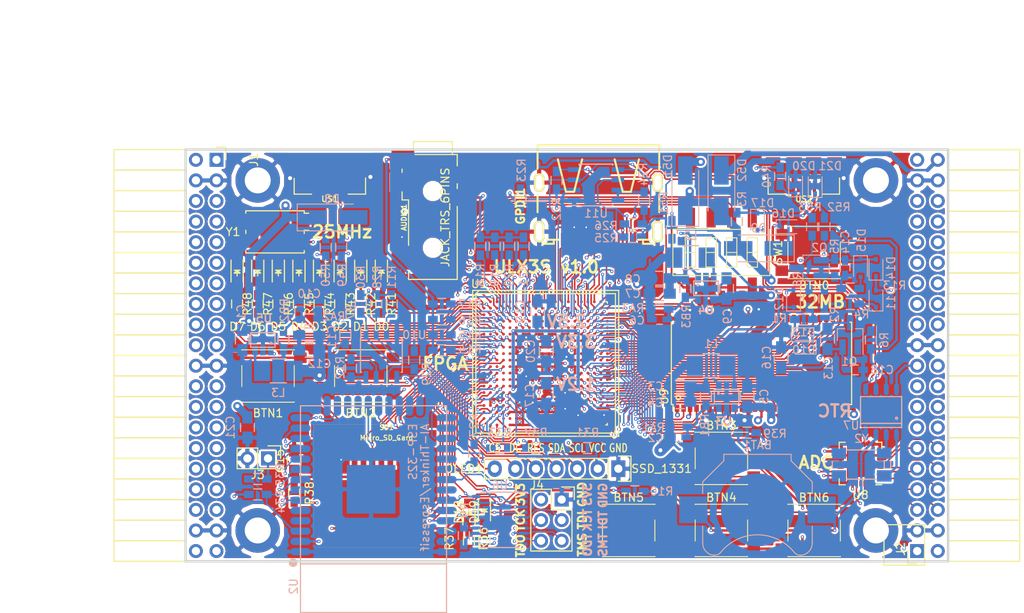
<source format=kicad_pcb>
(kicad_pcb (version 4) (host pcbnew 4.0.7+dfsg1-1)
  (layers (0 F.Cu signal) (1 In1.Cu signal) (2 In2.Cu signal) (31 B.Cu signal) (34 B.Paste user) (35 F.Paste user) (36 B.SilkS user) (37 F.SilkS user) (38 B.Mask user) (39 F.Mask user) (44 Edge.Cuts user))
  (net 0 "")
  (net 1 GND)
  (net 2 +5V)
  (net 3 /gpio/IN5V)
  (net 4 /gpio/OUT5V)
  (net 5 +3V3)
  (net 6 "Net-(L1-Pad1)")
  (net 7 "Net-(L2-Pad1)")
  (net 8 +1V2)
  (net 9 BTN_D)
  (net 10 BTN_F1)
  (net 11 BTN_F2)
  (net 12 BTN_L)
  (net 13 BTN_R)
  (net 14 BTN_U)
  (net 15 /power/FB1)
  (net 16 +2V5)
  (net 17 "Net-(L3-Pad1)")
  (net 18 /power/PWREN)
  (net 19 /power/FB3)
  (net 20 /power/FB2)
  (net 21 "Net-(D9-Pad1)")
  (net 22 /power/VBAT)
  (net 23 JTAG_TDI)
  (net 24 JTAG_TCK)
  (net 25 JTAG_TMS)
  (net 26 JTAG_TDO)
  (net 27 /power/WAKEUPn)
  (net 28 /power/WKUP)
  (net 29 /power/SHUT)
  (net 30 /power/WAKE)
  (net 31 /power/HOLD)
  (net 32 /power/WKn)
  (net 33 /power/OSCI_32k)
  (net 34 /power/OSCO_32k)
  (net 35 "Net-(Q2-Pad3)")
  (net 36 SHUTDOWN)
  (net 37 /analog/AUDIO_L)
  (net 38 /analog/AUDIO_R)
  (net 39 GPDI_5V_SCL)
  (net 40 GPDI_5V_SDA)
  (net 41 GPDI_SDA)
  (net 42 GPDI_SCL)
  (net 43 /gpdi/VREF2)
  (net 44 SD_CMD)
  (net 45 SD_CLK)
  (net 46 SD_D0)
  (net 47 SD_D1)
  (net 48 USB5V)
  (net 49 "Net-(BTN0-Pad1)")
  (net 50 GPDI_CEC)
  (net 51 nRESET)
  (net 52 FTDI_nDTR)
  (net 53 SDRAM_CKE)
  (net 54 SDRAM_A7)
  (net 55 SDRAM_D15)
  (net 56 SDRAM_BA1)
  (net 57 SDRAM_D7)
  (net 58 SDRAM_A6)
  (net 59 SDRAM_CLK)
  (net 60 SDRAM_D13)
  (net 61 SDRAM_BA0)
  (net 62 SDRAM_D6)
  (net 63 SDRAM_A5)
  (net 64 SDRAM_D14)
  (net 65 SDRAM_A11)
  (net 66 SDRAM_D12)
  (net 67 SDRAM_D5)
  (net 68 SDRAM_A4)
  (net 69 SDRAM_A10)
  (net 70 SDRAM_D11)
  (net 71 SDRAM_A3)
  (net 72 SDRAM_D4)
  (net 73 SDRAM_D10)
  (net 74 SDRAM_D9)
  (net 75 SDRAM_A9)
  (net 76 SDRAM_D3)
  (net 77 SDRAM_D8)
  (net 78 SDRAM_A8)
  (net 79 SDRAM_A2)
  (net 80 SDRAM_A1)
  (net 81 SDRAM_A0)
  (net 82 SDRAM_D2)
  (net 83 SDRAM_D1)
  (net 84 SDRAM_D0)
  (net 85 SDRAM_DQM0)
  (net 86 SDRAM_nCS)
  (net 87 SDRAM_nRAS)
  (net 88 SDRAM_DQM1)
  (net 89 SDRAM_nCAS)
  (net 90 SDRAM_nWE)
  (net 91 /flash/FLASH_nWP)
  (net 92 /flash/FLASH_nHOLD)
  (net 93 /flash/FLASH_MOSI)
  (net 94 /flash/FLASH_MISO)
  (net 95 /flash/FLASH_SCK)
  (net 96 /flash/FLASH_nCS)
  (net 97 /flash/FPGA_PROGRAMN)
  (net 98 /flash/FPGA_DONE)
  (net 99 /flash/FPGA_INITN)
  (net 100 OLED_RES)
  (net 101 OLED_DC)
  (net 102 OLED_CS)
  (net 103 WIFI_EN)
  (net 104 FTDI_nRTS)
  (net 105 FTDI_TXD)
  (net 106 FTDI_RXD)
  (net 107 WIFI_RXD)
  (net 108 WIFI_GPIO0)
  (net 109 WIFI_TXD)
  (net 110 GPDI_ETH-)
  (net 111 GPDI_ETH+)
  (net 112 GPDI_D2+)
  (net 113 GPDI_D2-)
  (net 114 GPDI_D1+)
  (net 115 GPDI_D1-)
  (net 116 GPDI_D0+)
  (net 117 GPDI_D0-)
  (net 118 GPDI_CLK+)
  (net 119 GPDI_CLK-)
  (net 120 USB_FTDI_D+)
  (net 121 USB_FTDI_D-)
  (net 122 J1_17-)
  (net 123 J1_17+)
  (net 124 J1_23-)
  (net 125 J1_23+)
  (net 126 J1_25-)
  (net 127 J1_25+)
  (net 128 J1_27-)
  (net 129 J1_27+)
  (net 130 J1_29-)
  (net 131 J1_29+)
  (net 132 J1_31-)
  (net 133 J1_31+)
  (net 134 J1_33-)
  (net 135 J1_33+)
  (net 136 J1_35-)
  (net 137 J1_35+)
  (net 138 J2_5-)
  (net 139 J2_5+)
  (net 140 J2_7-)
  (net 141 J2_7+)
  (net 142 J2_9-)
  (net 143 J2_9+)
  (net 144 J2_13-)
  (net 145 J2_13+)
  (net 146 J2_17-)
  (net 147 J2_17+)
  (net 148 J2_11-)
  (net 149 J2_11+)
  (net 150 J2_23-)
  (net 151 J2_23+)
  (net 152 J1_5-)
  (net 153 J1_5+)
  (net 154 J1_7-)
  (net 155 J1_7+)
  (net 156 J1_9-)
  (net 157 J1_9+)
  (net 158 J1_11-)
  (net 159 J1_11+)
  (net 160 J1_13-)
  (net 161 J1_13+)
  (net 162 J1_15-)
  (net 163 J1_15+)
  (net 164 J2_15-)
  (net 165 J2_15+)
  (net 166 J2_25-)
  (net 167 J2_25+)
  (net 168 J2_27-)
  (net 169 J2_27+)
  (net 170 J2_29-)
  (net 171 J2_29+)
  (net 172 J2_31-)
  (net 173 J2_31+)
  (net 174 J2_33-)
  (net 175 J2_33+)
  (net 176 J2_35-)
  (net 177 J2_35+)
  (net 178 SD_D3)
  (net 179 AUDIO_L3)
  (net 180 AUDIO_L2)
  (net 181 AUDIO_L1)
  (net 182 AUDIO_L0)
  (net 183 AUDIO_R3)
  (net 184 AUDIO_R2)
  (net 185 AUDIO_R1)
  (net 186 AUDIO_R0)
  (net 187 OLED_CLK)
  (net 188 OLED_MOSI)
  (net 189 LED0)
  (net 190 LED1)
  (net 191 LED2)
  (net 192 LED3)
  (net 193 LED4)
  (net 194 LED5)
  (net 195 LED6)
  (net 196 LED7)
  (net 197 BTN_PWRn)
  (net 198 "Net-(J3-Pad1)")
  (net 199 FTDI_nTXLED)
  (net 200 FTDI_nSLEEP)
  (net 201 /blinkey/LED_PWREN)
  (net 202 /blinkey/LED_TXLED)
  (net 203 FT3V3)
  (net 204 /sdcard/SD3V3)
  (net 205 SD_D2)
  (net 206 CLK_25MHz)
  (net 207 /blinkey/BTNPUL)
  (net 208 /blinkey/BTNPUR)
  (net 209 USB_FPGA_D+)
  (net 210 /power/FTDI_nSUSPEND)
  (net 211 /blinkey/ALED0)
  (net 212 /blinkey/ALED1)
  (net 213 /blinkey/ALED2)
  (net 214 /blinkey/ALED3)
  (net 215 /blinkey/ALED4)
  (net 216 /blinkey/ALED5)
  (net 217 /blinkey/ALED6)
  (net 218 /blinkey/ALED7)
  (net 219 /usb/FTD-)
  (net 220 /usb/FTD+)
  (net 221 ADC_MISO)
  (net 222 ADC_MOSI)
  (net 223 ADC_CSn)
  (net 224 ADC_SCLK)
  (net 225 "Net-(R51-Pad2)")
  (net 226 SW3)
  (net 227 SW2)
  (net 228 SW1)
  (net 229 SW0)
  (net 230 USB_FPGA_D-)
  (net 231 /usb/FPD+)
  (net 232 /usb/FPD-)
  (net 233 WIFI_GPIO16)
  (net 234 WIFI_GPIO15)
  (net 235 /usb/ANT_433MHz)
  (module Diodes_SMD:D_SMA_Handsoldering (layer B.Cu) (at 155.695 66.5 90)
    (fp_text reference D51 (at 3.048 -2.159 90) (layer B.SilkS) (effects (justify mirror)))
    (fp_text value STPS2L30AF)
    (pad 1 smd rect (at -2.5 0 90) (size 3.5 1.8) (layers B.Cu B.Paste B.Mask) (net 2 +5V))
    (pad 2 smd rect (at 2.5 0 90) (size 3.5 1.8) (layers B.Cu B.Paste B.Mask) (net 3 /gpio/IN5V))
  )
  (module Resistors_SMD:R_0603_HandSoldering (layer B.Cu) (at 154.044 71.326 90)
    (fp_text reference R51 (at 3.302 -1.016 90) (layer B.SilkS) (effects (justify mirror)))
    (fp_text value 220)
    (pad 1 smd rect (at -1.1 0 90) (size 1.2 0.9) (layers B.Cu B.Paste B.Mask) (net 5 +3V3))
    (pad 2 smd rect (at 1.1 0 90) (size 1.2 0.9) (layers B.Cu B.Paste B.Mask) (net 225 "Net-(R51-Pad2)"))
  )
  (module micro-sd:MicroSD_TF02D (layer F.Cu) (at 116.87 110.52 180)
    (fp_text reference SD1 (at -1.995 14.81 180) (layer F.SilkS) (effects (font (size 0.59944 0.59944) (thickness 0.12446))))
    (fp_text value Micro_SD_Card (at -1.995 13.54 180) (layer F.SilkS) (effects (font (size 0.59944 0.59944) (thickness 0.12446))))
    (pad 1 smd rect (at 1.94 11 180) (size 0.7 1.8) (layers F.Cu F.Paste F.Mask) (net 205 SD_D2))
    (pad 2 smd rect (at 0.84 11 180) (size 0.7 1.8) (layers F.Cu F.Paste F.Mask) (net 178 SD_D3))
    (pad 3 smd rect (at -0.26 11 180) (size 0.7 1.8) (layers F.Cu F.Paste F.Mask) (net 44 SD_CMD))
    (pad 4 smd rect (at -1.36 11 180) (size 0.7 1.8) (layers F.Cu F.Paste F.Mask) (net 204 /sdcard/SD3V3))
    (pad 5 smd rect (at -2.46 11 180) (size 0.7 1.8) (layers F.Cu F.Paste F.Mask) (net 45 SD_CLK))
    (pad 6 smd rect (at -3.56 11 180) (size 0.7 1.8) (layers F.Cu F.Paste F.Mask) (net 1 GND))
    (pad 7 smd rect (at -4.66 11 180) (size 0.7 1.8) (layers F.Cu F.Paste F.Mask) (net 46 SD_D0))
    (pad 8 smd rect (at -5.76 11 180) (size 0.7 1.8) (layers F.Cu F.Paste F.Mask) (net 47 SD_D1))
    (pad S smd rect (at -5.05 0.4 180) (size 1.6 1.4) (layers F.Cu F.Paste F.Mask))
    (pad S smd rect (at 0.75 0.4 180) (size 1.8 1.4) (layers F.Cu F.Paste F.Mask))
    (pad G smd rect (at -7.45 13.55 180) (size 1.4 1.9) (layers F.Cu F.Paste F.Mask))
    (pad G smd rect (at 6.6 14.55 180) (size 1.4 1.9) (layers F.Cu F.Paste F.Mask))
  )
  (module Resistors_SMD:R_1210_HandSoldering (layer B.Cu) (at 158.87 88.09 180)
    (fp_text reference L1 (at 0 2.7 180) (layer B.SilkS) (effects (justify mirror)))
    (fp_text value 2.2uH)
    (pad 1 smd rect (at -2 0 180) (size 2 2.5) (layers B.Cu B.Paste B.Mask) (net 6 "Net-(L1-Pad1)"))
    (pad 2 smd rect (at 2 0 180) (size 2 2.5) (layers B.Cu B.Paste B.Mask) (net 8 +1V2))
  )
  (module TSOT-25:TSOT-25 (layer B.Cu) (at 160.775 91.9)
    (fp_text reference U3 (at -0.381 3.048) (layer B.SilkS) (effects (font (thickness 0.2)) (justify mirror)))
    (fp_text value AP3429A)
    (pad 1 smd rect (at -0.95 -1.3) (size 0.7 1.2) (layers B.Cu B.Paste B.Mask) (net 18 /power/PWREN))
    (pad 2 smd rect (at 0 -1.3) (size 0.7 1.2) (layers B.Cu B.Paste B.Mask) (net 1 GND))
    (pad 3 smd rect (at 0.95 -1.3) (size 0.7 1.2) (layers B.Cu B.Paste B.Mask) (net 6 "Net-(L1-Pad1)"))
    (pad 4 smd rect (at 0.95 1.3) (size 0.7 1.2) (layers B.Cu B.Paste B.Mask) (net 2 +5V))
    (pad 5 smd rect (at -0.95 1.3) (size 0.7 1.2) (layers B.Cu B.Paste B.Mask) (net 15 /power/FB1))
  )
  (module Resistors_SMD:R_1210_HandSoldering (layer B.Cu) (at 156.33 74.755 180)
    (fp_text reference L2 (at 0 2.7 180) (layer B.SilkS) (effects (justify mirror)))
    (fp_text value 2.2uH)
    (pad 1 smd rect (at -2 0 180) (size 2 2.5) (layers B.Cu B.Paste B.Mask) (net 7 "Net-(L2-Pad1)"))
    (pad 2 smd rect (at 2 0 180) (size 2 2.5) (layers B.Cu B.Paste B.Mask) (net 5 +3V3))
  )
  (module TSOT-25:TSOT-25 (layer B.Cu) (at 158.235 78.535)
    (fp_text reference U4 (at 0 2.697) (layer B.SilkS) (effects (font (thickness 0.2)) (justify mirror)))
    (fp_text value AP3429A)
    (pad 1 smd rect (at -0.95 -1.3) (size 0.7 1.2) (layers B.Cu B.Paste B.Mask) (net 18 /power/PWREN))
    (pad 2 smd rect (at 0 -1.3) (size 0.7 1.2) (layers B.Cu B.Paste B.Mask) (net 1 GND))
    (pad 3 smd rect (at 0.95 -1.3) (size 0.7 1.2) (layers B.Cu B.Paste B.Mask) (net 7 "Net-(L2-Pad1)"))
    (pad 4 smd rect (at 0.95 1.3) (size 0.7 1.2) (layers B.Cu B.Paste B.Mask) (net 2 +5V))
    (pad 5 smd rect (at -0.95 1.3) (size 0.7 1.2) (layers B.Cu B.Paste B.Mask) (net 19 /power/FB3))
  )
  (module LEDs:LED_0805 (layer F.Cu) (at 118.23 76.66 270)
    (fp_text reference D0 (at 6.604 0 360) (layer F.SilkS))
    (fp_text value LED hide)
    (pad 2 smd rect (at 1.04902 0 90) (size 1.19888 1.19888) (layers F.Cu F.Paste F.Mask) (net 211 /blinkey/ALED0))
    (pad 1 smd rect (at -1.04902 0 90) (size 1.19888 1.19888) (layers F.Cu F.Paste F.Mask) (net 1 GND))
  )
  (module LEDs:LED_0805 (layer F.Cu) (at 115.69 76.66 270)
    (fp_text reference D1 (at 6.604 0 360) (layer F.SilkS))
    (fp_text value LED hide)
    (pad 2 smd rect (at 1.04902 0 90) (size 1.19888 1.19888) (layers F.Cu F.Paste F.Mask) (net 212 /blinkey/ALED1))
    (pad 1 smd rect (at -1.04902 0 90) (size 1.19888 1.19888) (layers F.Cu F.Paste F.Mask) (net 1 GND))
  )
  (module LEDs:LED_0805 (layer F.Cu) (at 113.15 76.66 270)
    (fp_text reference D2 (at 6.604 0 360) (layer F.SilkS))
    (fp_text value LED hide)
    (pad 2 smd rect (at 1.04902 0 90) (size 1.19888 1.19888) (layers F.Cu F.Paste F.Mask) (net 213 /blinkey/ALED2))
    (pad 1 smd rect (at -1.04902 0 90) (size 1.19888 1.19888) (layers F.Cu F.Paste F.Mask) (net 1 GND))
  )
  (module LEDs:LED_0805 (layer F.Cu) (at 110.61 76.66 270)
    (fp_text reference D3 (at 6.604 0 360) (layer F.SilkS))
    (fp_text value LED hide)
    (pad 2 smd rect (at 1.04902 0 90) (size 1.19888 1.19888) (layers F.Cu F.Paste F.Mask) (net 214 /blinkey/ALED3))
    (pad 1 smd rect (at -1.04902 0 90) (size 1.19888 1.19888) (layers F.Cu F.Paste F.Mask) (net 1 GND))
  )
  (module LEDs:LED_0805 (layer F.Cu) (at 108.07 76.66 270)
    (fp_text reference D4 (at 6.604 0 360) (layer F.SilkS))
    (fp_text value LED hide)
    (pad 2 smd rect (at 1.04902 0 90) (size 1.19888 1.19888) (layers F.Cu F.Paste F.Mask) (net 215 /blinkey/ALED4))
    (pad 1 smd rect (at -1.04902 0 90) (size 1.19888 1.19888) (layers F.Cu F.Paste F.Mask) (net 1 GND))
  )
  (module LEDs:LED_0805 (layer F.Cu) (at 105.53 76.66 270)
    (fp_text reference D5 (at 6.604 0 360) (layer F.SilkS))
    (fp_text value LED hide)
    (pad 2 smd rect (at 1.04902 0 90) (size 1.19888 1.19888) (layers F.Cu F.Paste F.Mask) (net 216 /blinkey/ALED5))
    (pad 1 smd rect (at -1.04902 0 90) (size 1.19888 1.19888) (layers F.Cu F.Paste F.Mask) (net 1 GND))
  )
  (module LEDs:LED_0805 (layer F.Cu) (at 102.99 76.66 270)
    (fp_text reference D6 (at 6.604 0 360) (layer F.SilkS))
    (fp_text value LED hide)
    (pad 2 smd rect (at 1.04902 0 90) (size 1.19888 1.19888) (layers F.Cu F.Paste F.Mask) (net 217 /blinkey/ALED6))
    (pad 1 smd rect (at -1.04902 0 90) (size 1.19888 1.19888) (layers F.Cu F.Paste F.Mask) (net 1 GND))
  )
  (module LEDs:LED_0805 (layer F.Cu) (at 100.45 76.66 270)
    (fp_text reference D7 (at 6.604 0 360) (layer F.SilkS))
    (fp_text value LED hide)
    (pad 2 smd rect (at 1.04902 0 90) (size 1.19888 1.19888) (layers F.Cu F.Paste F.Mask) (net 218 /blinkey/ALED7))
    (pad 1 smd rect (at -1.04902 0 90) (size 1.19888 1.19888) (layers F.Cu F.Paste F.Mask) (net 1 GND))
  )
  (module Resistors_SMD:R_1210_HandSoldering (layer B.Cu) (at 105.53 88.725)
    (fp_text reference L3 (at 0 2.7) (layer B.SilkS) (effects (justify mirror)))
    (fp_text value 2.2uH)
    (pad 1 smd rect (at -2 0) (size 2 2.5) (layers B.Cu B.Paste B.Mask) (net 17 "Net-(L3-Pad1)"))
    (pad 2 smd rect (at 2 0) (size 2 2.5) (layers B.Cu B.Paste B.Mask) (net 16 +2V5))
  )
  (module TSOT-25:TSOT-25 (layer B.Cu) (at 103.625 84.915 180)
    (fp_text reference U5 (at -0.127 2.667 180) (layer B.SilkS) (effects (font (thickness 0.2)) (justify mirror)))
    (fp_text value AP3429A)
    (pad 1 smd rect (at -0.95 -1.3 180) (size 0.7 1.2) (layers B.Cu B.Paste B.Mask) (net 18 /power/PWREN))
    (pad 2 smd rect (at 0 -1.3 180) (size 0.7 1.2) (layers B.Cu B.Paste B.Mask) (net 1 GND))
    (pad 3 smd rect (at 0.95 -1.3 180) (size 0.7 1.2) (layers B.Cu B.Paste B.Mask) (net 17 "Net-(L3-Pad1)"))
    (pad 4 smd rect (at 0.95 1.3 180) (size 0.7 1.2) (layers B.Cu B.Paste B.Mask) (net 2 +5V))
    (pad 5 smd rect (at -0.95 1.3 180) (size 0.7 1.2) (layers B.Cu B.Paste B.Mask) (net 20 /power/FB2))
  )
  (module Capacitors_SMD:C_0805_HandSoldering (layer B.Cu) (at 101.085 84.915 270)
    (fp_text reference C1 (at -3.429 0.127 270) (layer B.SilkS) (effects (justify mirror)))
    (fp_text value 22uF)
    (pad 1 smd rect (at -1.25 0 270) (size 1.5 1.25) (layers B.Cu B.Paste B.Mask) (net 2 +5V))
    (pad 2 smd rect (at 1.25 0 270) (size 1.5 1.25) (layers B.Cu B.Paste B.Mask) (net 1 GND))
  )
  (module Capacitors_SMD:C_0805_HandSoldering (layer B.Cu) (at 155.06 90.63)
    (fp_text reference C3 (at -3.048 0) (layer B.SilkS) (effects (justify mirror)))
    (fp_text value 22uF)
    (pad 1 smd rect (at -1.25 0) (size 1.5 1.25) (layers B.Cu B.Paste B.Mask) (net 8 +1V2))
    (pad 2 smd rect (at 1.25 0) (size 1.5 1.25) (layers B.Cu B.Paste B.Mask) (net 1 GND))
  )
  (module Capacitors_SMD:C_0805_HandSoldering (layer B.Cu) (at 155.06 92.535)
    (fp_text reference C4 (at -3.048 0.127) (layer B.SilkS) (effects (justify mirror)))
    (fp_text value 22uF)
    (pad 1 smd rect (at -1.25 0) (size 1.5 1.25) (layers B.Cu B.Paste B.Mask) (net 8 +1V2))
    (pad 2 smd rect (at 1.25 0) (size 1.5 1.25) (layers B.Cu B.Paste B.Mask) (net 1 GND))
  )
  (module Capacitors_SMD:C_0805_HandSoldering (layer B.Cu) (at 163.315 91.9 90)
    (fp_text reference C5 (at 0 2.1 90) (layer B.SilkS) (effects (justify mirror)))
    (fp_text value 22uF)
    (pad 1 smd rect (at -1.25 0 90) (size 1.5 1.25) (layers B.Cu B.Paste B.Mask) (net 2 +5V))
    (pad 2 smd rect (at 1.25 0 90) (size 1.5 1.25) (layers B.Cu B.Paste B.Mask) (net 1 GND))
  )
  (module Capacitors_SMD:C_0805_HandSoldering (layer B.Cu) (at 152.52 79.2)
    (fp_text reference C7 (at -3.302 0) (layer B.SilkS) (effects (justify mirror)))
    (fp_text value 22uF)
    (pad 1 smd rect (at -1.25 0) (size 1.5 1.25) (layers B.Cu B.Paste B.Mask) (net 5 +3V3))
    (pad 2 smd rect (at 1.25 0) (size 1.5 1.25) (layers B.Cu B.Paste B.Mask) (net 1 GND))
  )
  (module Capacitors_SMD:C_0805_HandSoldering (layer B.Cu) (at 152.52 77.295)
    (fp_text reference C8 (at -3.302 0.127) (layer B.SilkS) (effects (justify mirror)))
    (fp_text value 22uF)
    (pad 1 smd rect (at -1.25 0) (size 1.5 1.25) (layers B.Cu B.Paste B.Mask) (net 5 +3V3))
    (pad 2 smd rect (at 1.25 0) (size 1.5 1.25) (layers B.Cu B.Paste B.Mask) (net 1 GND))
  )
  (module Capacitors_SMD:C_0805_HandSoldering (layer B.Cu) (at 160.775 78.565 90)
    (fp_text reference C9 (at -3.429 0.127 90) (layer B.SilkS) (effects (justify mirror)))
    (fp_text value 22uF)
    (pad 1 smd rect (at -1.25 0 90) (size 1.5 1.25) (layers B.Cu B.Paste B.Mask) (net 2 +5V))
    (pad 2 smd rect (at 1.25 0 90) (size 1.5 1.25) (layers B.Cu B.Paste B.Mask) (net 1 GND))
  )
  (module Capacitors_SMD:C_0805_HandSoldering (layer B.Cu) (at 109.34 84.28 180)
    (fp_text reference C11 (at -2.794 -0.254 270) (layer B.SilkS) (effects (justify mirror)))
    (fp_text value 22uF)
    (pad 1 smd rect (at -1.25 0 180) (size 1.5 1.25) (layers B.Cu B.Paste B.Mask) (net 16 +2V5))
    (pad 2 smd rect (at 1.25 0 180) (size 1.5 1.25) (layers B.Cu B.Paste B.Mask) (net 1 GND))
  )
  (module Capacitors_SMD:C_0805_HandSoldering (layer B.Cu) (at 109.34 86.185 180)
    (fp_text reference C12 (at -1.27 -1.651 360) (layer B.SilkS) (effects (justify mirror)))
    (fp_text value 22uF)
    (pad 1 smd rect (at -1.25 0 180) (size 1.5 1.25) (layers B.Cu B.Paste B.Mask) (net 16 +2V5))
    (pad 2 smd rect (at 1.25 0 180) (size 1.5 1.25) (layers B.Cu B.Paste B.Mask) (net 1 GND))
  )
  (module Power_Integrations:SO-8 (layer B.Cu) (at 179.825 93.805 180)
    (fp_text reference U7 (at 3.683 -1.651 180) (layer B.SilkS) (effects (justify mirror)))
    (fp_text value PCF8523)
    (pad 1 smd oval (at -1.905 -2.794 180) (size 0.6096 1.4732) (layers B.Cu B.Paste B.Mask) (net 33 /power/OSCI_32k))
    (pad 2 smd oval (at -0.635 -2.794 180) (size 0.6096 1.4732) (layers B.Cu B.Paste B.Mask) (net 34 /power/OSCO_32k))
    (pad 3 smd oval (at 0.635 -2.794 180) (size 0.6096 1.4732) (layers B.Cu B.Paste B.Mask) (net 22 /power/VBAT))
    (pad 4 smd oval (at 1.905 -2.794 180) (size 0.6096 1.4732) (layers B.Cu B.Paste B.Mask) (net 1 GND))
    (pad 5 smd oval (at 1.905 2.794 180) (size 0.6096 1.4732) (layers B.Cu B.Paste B.Mask) (net 41 GPDI_SDA))
    (pad 6 smd oval (at 0.635 2.794 180) (size 0.6096 1.4732) (layers B.Cu B.Paste B.Mask) (net 42 GPDI_SCL))
    (pad 7 smd oval (at -0.635 2.794 180) (size 0.6096 1.4732) (layers B.Cu B.Paste B.Mask) (net 27 /power/WAKEUPn))
    (pad 8 smd oval (at -1.905 2.794 180) (size 0.6096 1.4732) (layers B.Cu B.Paste B.Mask) (net 5 +3V3))
  )
  (module Capacitors_SMD:C_0805_HandSoldering (layer B.Cu) (at 173.221 84.788 90)
    (fp_text reference C13 (at -3.556 0.127 90) (layer B.SilkS) (effects (justify mirror)))
    (fp_text value 2.2uF)
    (pad 1 smd rect (at -1.25 0 90) (size 1.5 1.25) (layers B.Cu B.Paste B.Mask) (net 2 +5V))
    (pad 2 smd rect (at 1.25 0 90) (size 1.5 1.25) (layers B.Cu B.Paste B.Mask) (net 28 /power/WKUP))
  )
  (module TSOP54:TSOP54 (layer F.Cu) (at 165.08 87.8 90)
    (fp_text reference U9 (at -4.1 -12 90) (layer F.SilkS))
    (fp_text value MT48LC16M16A2TG)
    (pad 28 smd rect (at 5.53 10.4 90) (size 0.9 0.56) (layers F.Cu F.Paste F.Mask) (net 1 GND))
    (pad 1 smd rect (at -5.53 -10.4 90) (size 0.9 0.56) (layers F.Cu F.Paste F.Mask) (net 5 +3V3))
    (pad 2 smd rect (at -5.53 -9.6 90) (size 0.9 0.56) (layers F.Cu F.Paste F.Mask) (net 84 SDRAM_D0))
    (pad 3 smd rect (at -5.53 -8.8 90) (size 0.9 0.56) (layers F.Cu F.Paste F.Mask) (net 5 +3V3))
    (pad 4 smd rect (at -5.53 -8 90) (size 0.9 0.56) (layers F.Cu F.Paste F.Mask) (net 83 SDRAM_D1))
    (pad 5 smd rect (at -5.53 -7.2 90) (size 0.9 0.56) (layers F.Cu F.Paste F.Mask) (net 82 SDRAM_D2))
    (pad 6 smd rect (at -5.53 -6.4 90) (size 0.9 0.56) (layers F.Cu F.Paste F.Mask) (net 1 GND))
    (pad 7 smd rect (at -5.53 -5.6 90) (size 0.9 0.56) (layers F.Cu F.Paste F.Mask) (net 76 SDRAM_D3))
    (pad 8 smd rect (at -5.53 -4.8 90) (size 0.9 0.56) (layers F.Cu F.Paste F.Mask) (net 72 SDRAM_D4))
    (pad 9 smd rect (at -5.53 -4 90) (size 0.9 0.56) (layers F.Cu F.Paste F.Mask) (net 5 +3V3))
    (pad 10 smd rect (at -5.53 -3.2 90) (size 0.9 0.56) (layers F.Cu F.Paste F.Mask) (net 67 SDRAM_D5))
    (pad 11 smd rect (at -5.53 -2.4 90) (size 0.9 0.56) (layers F.Cu F.Paste F.Mask) (net 62 SDRAM_D6))
    (pad 12 smd rect (at -5.53 -1.6 90) (size 0.9 0.56) (layers F.Cu F.Paste F.Mask) (net 1 GND))
    (pad 13 smd rect (at -5.53 -0.8 90) (size 0.9 0.56) (layers F.Cu F.Paste F.Mask) (net 57 SDRAM_D7))
    (pad 14 smd rect (at -5.53 0 90) (size 0.9 0.56) (layers F.Cu F.Paste F.Mask) (net 5 +3V3))
    (pad 15 smd rect (at -5.53 0.8 90) (size 0.9 0.56) (layers F.Cu F.Paste F.Mask) (net 85 SDRAM_DQM0))
    (pad 16 smd rect (at -5.53 1.6 90) (size 0.9 0.56) (layers F.Cu F.Paste F.Mask) (net 90 SDRAM_nWE))
    (pad 17 smd rect (at -5.53 2.4 90) (size 0.9 0.56) (layers F.Cu F.Paste F.Mask) (net 89 SDRAM_nCAS))
    (pad 18 smd rect (at -5.53 3.2 90) (size 0.9 0.56) (layers F.Cu F.Paste F.Mask) (net 87 SDRAM_nRAS))
    (pad 19 smd rect (at -5.53 4 90) (size 0.9 0.56) (layers F.Cu F.Paste F.Mask) (net 86 SDRAM_nCS))
    (pad 20 smd rect (at -5.53 4.8 90) (size 0.9 0.56) (layers F.Cu F.Paste F.Mask) (net 61 SDRAM_BA0))
    (pad 21 smd rect (at -5.53 5.6 90) (size 0.9 0.56) (layers F.Cu F.Paste F.Mask) (net 56 SDRAM_BA1))
    (pad 22 smd rect (at -5.53 6.4 90) (size 0.9 0.56) (layers F.Cu F.Paste F.Mask) (net 69 SDRAM_A10))
    (pad 23 smd rect (at -5.53 7.2 90) (size 0.9 0.56) (layers F.Cu F.Paste F.Mask) (net 81 SDRAM_A0))
    (pad 24 smd rect (at -5.53 8 90) (size 0.9 0.56) (layers F.Cu F.Paste F.Mask) (net 80 SDRAM_A1))
    (pad 25 smd rect (at -5.53 8.8 90) (size 0.9 0.56) (layers F.Cu F.Paste F.Mask) (net 79 SDRAM_A2))
    (pad 26 smd rect (at -5.53 9.6 90) (size 0.9 0.56) (layers F.Cu F.Paste F.Mask) (net 71 SDRAM_A3))
    (pad 27 smd rect (at -5.53 10.4 90) (size 0.9 0.56) (layers F.Cu F.Paste F.Mask) (net 5 +3V3))
    (pad 29 smd rect (at 5.53 9.6 90) (size 0.9 0.56) (layers F.Cu F.Paste F.Mask) (net 68 SDRAM_A4))
    (pad 30 smd rect (at 5.53 8.8 90) (size 0.9 0.56) (layers F.Cu F.Paste F.Mask) (net 63 SDRAM_A5))
    (pad 31 smd rect (at 5.53 8 90) (size 0.9 0.56) (layers F.Cu F.Paste F.Mask) (net 58 SDRAM_A6))
    (pad 32 smd rect (at 5.53 7.2 90) (size 0.9 0.56) (layers F.Cu F.Paste F.Mask) (net 54 SDRAM_A7))
    (pad 33 smd rect (at 5.53 6.4 90) (size 0.9 0.56) (layers F.Cu F.Paste F.Mask) (net 78 SDRAM_A8))
    (pad 34 smd rect (at 5.53 5.6 90) (size 0.9 0.56) (layers F.Cu F.Paste F.Mask) (net 75 SDRAM_A9))
    (pad 35 smd rect (at 5.53 4.8 90) (size 0.9 0.56) (layers F.Cu F.Paste F.Mask) (net 65 SDRAM_A11))
    (pad 36 smd rect (at 5.53 4 90) (size 0.9 0.56) (layers F.Cu F.Paste F.Mask))
    (pad 37 smd rect (at 5.53 3.2 90) (size 0.9 0.56) (layers F.Cu F.Paste F.Mask) (net 53 SDRAM_CKE))
    (pad 38 smd rect (at 5.53 2.4 90) (size 0.9 0.56) (layers F.Cu F.Paste F.Mask) (net 59 SDRAM_CLK))
    (pad 39 smd rect (at 5.53 1.6 90) (size 0.9 0.56) (layers F.Cu F.Paste F.Mask) (net 88 SDRAM_DQM1))
    (pad 40 smd rect (at 5.53 0.8 90) (size 0.9 0.56) (layers F.Cu F.Paste F.Mask))
    (pad 41 smd rect (at 5.53 0 90) (size 0.9 0.56) (layers F.Cu F.Paste F.Mask) (net 1 GND))
    (pad 42 smd rect (at 5.53 -0.8 90) (size 0.9 0.56) (layers F.Cu F.Paste F.Mask) (net 77 SDRAM_D8))
    (pad 43 smd rect (at 5.53 -1.6 90) (size 0.9 0.56) (layers F.Cu F.Paste F.Mask) (net 5 +3V3))
    (pad 44 smd rect (at 5.53 -2.4 90) (size 0.9 0.56) (layers F.Cu F.Paste F.Mask) (net 74 SDRAM_D9))
    (pad 45 smd rect (at 5.53 -3.2 90) (size 0.9 0.56) (layers F.Cu F.Paste F.Mask) (net 73 SDRAM_D10))
    (pad 46 smd rect (at 5.53 -4 90) (size 0.9 0.56) (layers F.Cu F.Paste F.Mask) (net 1 GND))
    (pad 47 smd rect (at 5.53 -4.8 90) (size 0.9 0.56) (layers F.Cu F.Paste F.Mask) (net 70 SDRAM_D11))
    (pad 48 smd rect (at 5.53 -5.6 90) (size 0.9 0.56) (layers F.Cu F.Paste F.Mask) (net 66 SDRAM_D12))
    (pad 49 smd rect (at 5.53 -6.4 90) (size 0.9 0.56) (layers F.Cu F.Paste F.Mask) (net 5 +3V3))
    (pad 50 smd rect (at 5.53 -7.2 90) (size 0.9 0.56) (layers F.Cu F.Paste F.Mask) (net 60 SDRAM_D13))
    (pad 51 smd rect (at 5.53 -8 90) (size 0.9 0.56) (layers F.Cu F.Paste F.Mask) (net 64 SDRAM_D14))
    (pad 52 smd rect (at 5.53 -8.8 90) (size 0.9 0.56) (layers F.Cu F.Paste F.Mask) (net 1 GND))
    (pad 53 smd rect (at 5.53 -9.6 90) (size 0.9 0.56) (layers F.Cu F.Paste F.Mask) (net 55 SDRAM_D15))
    (pad 54 smd rect (at 5.53 -10.4 90) (size 0.9 0.56) (layers F.Cu F.Paste F.Mask) (net 1 GND))
  )
  (module TO_SOT_Packages_SMD:SOT-23_Handsoldering (layer B.Cu) (at 176.015 84.28 90)
    (fp_text reference Q1 (at -3.302 -0.127 180) (layer B.SilkS) (effects (justify mirror)))
    (fp_text value BC857)
    (pad 1 smd rect (at -1.5 0.95 90) (size 1.9 0.8) (layers B.Cu B.Paste B.Mask) (net 32 /power/WKn))
    (pad 2 smd rect (at -1.5 -0.95 90) (size 1.9 0.8) (layers B.Cu B.Paste B.Mask) (net 2 +5V))
    (pad 3 smd rect (at 1.5 0 90) (size 1.9 0.8) (layers B.Cu B.Paste B.Mask) (net 28 /power/WKUP))
  )
  (module TO_SOT_Packages_SMD:SOT-23_Handsoldering (layer B.Cu) (at 170.935 76.025 180)
    (fp_text reference Q2 (at -1.295 2.5 180) (layer B.SilkS) (effects (justify mirror)))
    (fp_text value 2N7002)
    (pad 1 smd rect (at -1.5 0.95 180) (size 1.9 0.8) (layers B.Cu B.Paste B.Mask) (net 29 /power/SHUT))
    (pad 2 smd rect (at -1.5 -0.95 180) (size 1.9 0.8) (layers B.Cu B.Paste B.Mask) (net 1 GND))
    (pad 3 smd rect (at 1.5 0 180) (size 1.9 0.8) (layers B.Cu B.Paste B.Mask) (net 35 "Net-(Q2-Pad3)"))
  )
  (module Capacitors_SMD:C_0603_HandSoldering (layer B.Cu) (at 154.86 96.91)
    (fp_text reference C2 (at -2.848 0.07) (layer B.SilkS) (effects (justify mirror)))
    (fp_text value 470pF)
    (pad 1 smd rect (at -0.95 0) (size 1.2 0.75) (layers B.Cu B.Paste B.Mask) (net 8 +1V2))
    (pad 2 smd rect (at 0.95 0) (size 1.2 0.75) (layers B.Cu B.Paste B.Mask) (net 15 /power/FB1))
  )
  (module Capacitors_SMD:C_0603_HandSoldering (layer B.Cu) (at 152.52 82.375)
    (fp_text reference C6 (at -2.794 0.127) (layer B.SilkS) (effects (justify mirror)))
    (fp_text value 470pF)
    (pad 1 smd rect (at -0.95 0) (size 1.2 0.75) (layers B.Cu B.Paste B.Mask) (net 5 +3V3))
    (pad 2 smd rect (at 0.95 0) (size 1.2 0.75) (layers B.Cu B.Paste B.Mask) (net 19 /power/FB3))
  )
  (module Capacitors_SMD:C_0603_HandSoldering (layer B.Cu) (at 109.34 81.105 180)
    (fp_text reference C10 (at 0 1.9 180) (layer B.SilkS) (effects (justify mirror)))
    (fp_text value 470pF)
    (pad 1 smd rect (at -0.95 0 180) (size 1.2 0.75) (layers B.Cu B.Paste B.Mask) (net 16 +2V5))
    (pad 2 smd rect (at 0.95 0 180) (size 1.2 0.75) (layers B.Cu B.Paste B.Mask) (net 20 /power/FB2))
  )
  (module Capacitors_SMD:C_0603_HandSoldering (layer B.Cu) (at 175.38 76.025 270)
    (fp_text reference C14 (at -3.175 0 270) (layer B.SilkS) (effects (justify mirror)))
    (fp_text value 100nF)
    (pad 1 smd rect (at -0.95 0 270) (size 1.2 0.75) (layers B.Cu B.Paste B.Mask) (net 29 /power/SHUT))
    (pad 2 smd rect (at 0.95 0 270) (size 1.2 0.75) (layers B.Cu B.Paste B.Mask) (net 1 GND))
  )
  (module Resistors_SMD:R_0603_HandSoldering (layer B.Cu) (at 170.3 82.375)
    (fp_text reference R1 (at -3.048 -0.127) (layer B.SilkS) (effects (justify mirror)))
    (fp_text value 15k)
    (pad 1 smd rect (at -1.1 0) (size 1.2 0.9) (layers B.Cu B.Paste B.Mask) (net 30 /power/WAKE))
    (pad 2 smd rect (at 1.1 0) (size 1.2 0.9) (layers B.Cu B.Paste B.Mask) (net 18 /power/PWREN))
  )
  (module Resistors_SMD:R_0603_HandSoldering (layer B.Cu) (at 172.84 79.835 90)
    (fp_text reference R2 (at -1.905 1.27 90) (layer B.SilkS) (effects (justify mirror)))
    (fp_text value 47k)
    (pad 1 smd rect (at -1.1 0 90) (size 1.2 0.9) (layers B.Cu B.Paste B.Mask) (net 18 /power/PWREN))
    (pad 2 smd rect (at 1.1 0 90) (size 1.2 0.9) (layers B.Cu B.Paste B.Mask) (net 1 GND))
  )
  (module Resistors_SMD:R_0603_HandSoldering (layer B.Cu) (at 176.015 80.47 180)
    (fp_text reference R4 (at -1.397 -1.27 360) (layer B.SilkS) (effects (justify mirror)))
    (fp_text value 15k)
    (pad 1 smd rect (at -1.1 0 180) (size 1.2 0.9) (layers B.Cu B.Paste B.Mask) (net 31 /power/HOLD))
    (pad 2 smd rect (at 1.1 0 180) (size 1.2 0.9) (layers B.Cu B.Paste B.Mask) (net 18 /power/PWREN))
  )
  (module Resistors_SMD:R_0603_HandSoldering (layer B.Cu) (at 174.11 76.025 270)
    (fp_text reference R5 (at -2.667 0 270) (layer B.SilkS) (effects (justify mirror)))
    (fp_text value 4.7M)
    (pad 1 smd rect (at -1.1 0 270) (size 1.2 0.9) (layers B.Cu B.Paste B.Mask) (net 29 /power/SHUT))
    (pad 2 smd rect (at 1.1 0 270) (size 1.2 0.9) (layers B.Cu B.Paste B.Mask) (net 1 GND))
  )
  (module Resistors_SMD:R_0603_HandSoldering (layer B.Cu) (at 178.555 84.915 270)
    (fp_text reference R6 (at 0 -1.651 270) (layer B.SilkS) (effects (justify mirror)))
    (fp_text value 1k)
    (pad 1 smd rect (at -1.1 0 270) (size 1.2 0.9) (layers B.Cu B.Paste B.Mask) (net 32 /power/WKn))
    (pad 2 smd rect (at 1.1 0 270) (size 1.2 0.9) (layers B.Cu B.Paste B.Mask) (net 27 /power/WAKEUPn))
  )
  (module Resistors_SMD:R_0603_HandSoldering (layer B.Cu) (at 113.785 84.28 270)
    (fp_text reference R7 (at -2.794 -0.635 270) (layer B.SilkS) (effects (justify mirror)))
    (fp_text value 220)
    (pad 1 smd rect (at -1.1 0 270) (size 1.2 0.9) (layers B.Cu B.Paste B.Mask) (net 5 +3V3))
    (pad 2 smd rect (at 1.1 0 270) (size 1.2 0.9) (layers B.Cu B.Paste B.Mask) (net 207 /blinkey/BTNPUL))
  )
  (module Resistors_SMD:R_0603_HandSoldering (layer B.Cu) (at 170.935 79.835 90)
    (fp_text reference R8 (at 2.413 -1.397 90) (layer B.SilkS) (effects (justify mirror)))
    (fp_text value 1k)
    (pad 1 smd rect (at -1.1 0 90) (size 1.2 0.9) (layers B.Cu B.Paste B.Mask) (net 18 /power/PWREN))
    (pad 2 smd rect (at 1.1 0 90) (size 1.2 0.9) (layers B.Cu B.Paste B.Mask) (net 35 "Net-(Q2-Pad3)"))
  )
  (module Resistors_SMD:R_0603_HandSoldering (layer B.Cu) (at 128.39 109.045 270)
    (fp_text reference R9 (at -3.13 -0.126 270) (layer B.SilkS) (effects (justify mirror)))
    (fp_text value 15k)
    (pad 1 smd rect (at -1.1 0 270) (size 1.2 0.9) (layers B.Cu B.Paste B.Mask) (net 51 nRESET))
    (pad 2 smd rect (at 1.1 0 270) (size 1.2 0.9) (layers B.Cu B.Paste B.Mask) (net 203 FT3V3))
  )
  (module Resistors_SMD:R_0603_HandSoldering (layer B.Cu) (at 149.472 103.584 180)
    (fp_text reference R10 (at -3.302 0 180) (layer B.SilkS) (effects (justify mirror)))
    (fp_text value 220)
    (pad 1 smd rect (at -1.1 0 180) (size 1.2 0.9) (layers B.Cu B.Paste B.Mask) (net 210 /power/FTDI_nSUSPEND))
    (pad 2 smd rect (at 1.1 0 180) (size 1.2 0.9) (layers B.Cu B.Paste B.Mask) (net 200 FTDI_nSLEEP))
  )
  (module Resistors_SMD:R_0603_HandSoldering (layer B.Cu) (at 176.015 78.565 180)
    (fp_text reference R13 (at -5.461 0.381 180) (layer B.SilkS) (effects (justify mirror)))
    (fp_text value 15k)
    (pad 1 smd rect (at -1.1 0 180) (size 1.2 0.9) (layers B.Cu B.Paste B.Mask) (net 36 SHUTDOWN))
    (pad 2 smd rect (at 1.1 0 180) (size 1.2 0.9) (layers B.Cu B.Paste B.Mask) (net 1 GND))
  )
  (module Resistors_SMD:R_0603_HandSoldering (layer B.Cu) (at 154.86 95.64)
    (fp_text reference RA1 (at -3.102 0.07) (layer B.SilkS) (effects (justify mirror)))
    (fp_text value 15k)
    (pad 1 smd rect (at -1.1 0) (size 1.2 0.9) (layers B.Cu B.Paste B.Mask) (net 8 +1V2))
    (pad 2 smd rect (at 1.1 0) (size 1.2 0.9) (layers B.Cu B.Paste B.Mask) (net 15 /power/FB1))
  )
  (module Resistors_SMD:R_0603_HandSoldering (layer B.Cu) (at 109.34 82.375 180)
    (fp_text reference RA2 (at -3.048 0.381 360) (layer B.SilkS) (effects (justify mirror)))
    (fp_text value 15k)
    (pad 1 smd rect (at -1.1 0 180) (size 1.2 0.9) (layers B.Cu B.Paste B.Mask) (net 16 +2V5))
    (pad 2 smd rect (at 1.1 0 180) (size 1.2 0.9) (layers B.Cu B.Paste B.Mask) (net 20 /power/FB2))
  )
  (module Resistors_SMD:R_0603_HandSoldering (layer B.Cu) (at 152.52 81.105)
    (fp_text reference RA3 (at -3.302 -0.127) (layer B.SilkS) (effects (justify mirror)))
    (fp_text value 15k)
    (pad 1 smd rect (at -1.1 0) (size 1.2 0.9) (layers B.Cu B.Paste B.Mask) (net 5 +3V3))
    (pad 2 smd rect (at 1.1 0) (size 1.2 0.9) (layers B.Cu B.Paste B.Mask) (net 19 /power/FB3))
  )
  (module Resistors_SMD:R_0603_HandSoldering (layer B.Cu) (at 158.235 91.9 270)
    (fp_text reference RB1 (at 3.556 0.127 270) (layer B.SilkS) (effects (justify mirror)))
    (fp_text value 15k)
    (pad 1 smd rect (at -1.1 0 270) (size 1.2 0.9) (layers B.Cu B.Paste B.Mask) (net 1 GND))
    (pad 2 smd rect (at 1.1 0 270) (size 1.2 0.9) (layers B.Cu B.Paste B.Mask) (net 15 /power/FB1))
  )
  (module Resistors_SMD:R_0603_HandSoldering (layer B.Cu) (at 106.165 84.915 90)
    (fp_text reference RB2 (at 3.683 0.127 90) (layer B.SilkS) (effects (justify mirror)))
    (fp_text value 4.7k)
    (pad 1 smd rect (at -1.1 0 90) (size 1.2 0.9) (layers B.Cu B.Paste B.Mask) (net 1 GND))
    (pad 2 smd rect (at 1.1 0 90) (size 1.2 0.9) (layers B.Cu B.Paste B.Mask) (net 20 /power/FB2))
  )
  (module Resistors_SMD:R_0603_HandSoldering (layer B.Cu) (at 155.695 78.565 270)
    (fp_text reference RB3 (at 3.429 -0.127 270) (layer B.SilkS) (effects (justify mirror)))
    (fp_text value 3.3k)
    (pad 1 smd rect (at -1.1 0 270) (size 1.2 0.9) (layers B.Cu B.Paste B.Mask) (net 1 GND))
    (pad 2 smd rect (at 1.1 0 270) (size 1.2 0.9) (layers B.Cu B.Paste B.Mask) (net 19 /power/FB3))
  )
  (module Resistors_SMD:R_0603_HandSoldering (layer B.Cu) (at 125.682 86.185 180)
    (fp_text reference R14 (at -3.47 0.127 180) (layer B.SilkS) (effects (justify mirror)))
    (fp_text value 800)
    (pad 1 smd rect (at -1.1 0 180) (size 1.2 0.9) (layers B.Cu B.Paste B.Mask) (net 179 AUDIO_L3))
    (pad 2 smd rect (at 1.1 0 180) (size 1.2 0.9) (layers B.Cu B.Paste B.Mask) (net 37 /analog/AUDIO_L))
  )
  (module Resistors_SMD:R_0603_HandSoldering (layer B.Cu) (at 125.682 84.279 180)
    (fp_text reference R15 (at -3.47 -0.001 180) (layer B.SilkS) (effects (justify mirror)))
    (fp_text value 400)
    (pad 1 smd rect (at -1.1 0 180) (size 1.2 0.9) (layers B.Cu B.Paste B.Mask) (net 180 AUDIO_L2))
    (pad 2 smd rect (at 1.1 0 180) (size 1.2 0.9) (layers B.Cu B.Paste B.Mask) (net 37 /analog/AUDIO_L))
  )
  (module Resistors_SMD:R_0603_HandSoldering (layer B.Cu) (at 125.682 82.375 180)
    (fp_text reference R16 (at -3.47 -0.127 180) (layer B.SilkS) (effects (justify mirror)))
    (fp_text value 200)
    (pad 1 smd rect (at -1.1 0 180) (size 1.2 0.9) (layers B.Cu B.Paste B.Mask) (net 181 AUDIO_L1))
    (pad 2 smd rect (at 1.1 0 180) (size 1.2 0.9) (layers B.Cu B.Paste B.Mask) (net 37 /analog/AUDIO_L))
  )
  (module Resistors_SMD:R_0603_HandSoldering (layer B.Cu) (at 125.682 80.47 180)
    (fp_text reference R17 (at -3.47 0 180) (layer B.SilkS) (effects (justify mirror)))
    (fp_text value 100)
    (pad 1 smd rect (at -1.1 0 180) (size 1.2 0.9) (layers B.Cu B.Paste B.Mask) (net 182 AUDIO_L0))
    (pad 2 smd rect (at 1.1 0 180) (size 1.2 0.9) (layers B.Cu B.Paste B.Mask) (net 37 /analog/AUDIO_L))
  )
  (module Resistors_SMD:R_0603_HandSoldering (layer B.Cu) (at 130.422 73.358 90)
    (fp_text reference R18 (at -3.556 0 90) (layer B.SilkS) (effects (justify mirror)))
    (fp_text value 800)
    (pad 1 smd rect (at -1.1 0 90) (size 1.2 0.9) (layers B.Cu B.Paste B.Mask) (net 183 AUDIO_R3))
    (pad 2 smd rect (at 1.1 0 90) (size 1.2 0.9) (layers B.Cu B.Paste B.Mask) (net 38 /analog/AUDIO_R))
  )
  (module Resistors_SMD:R_0603_HandSoldering (layer B.Cu) (at 132.2 73.358 90)
    (fp_text reference R19 (at -3.556 0 90) (layer B.SilkS) (effects (justify mirror)))
    (fp_text value 400)
    (pad 1 smd rect (at -1.1 0 90) (size 1.2 0.9) (layers B.Cu B.Paste B.Mask) (net 184 AUDIO_R2))
    (pad 2 smd rect (at 1.1 0 90) (size 1.2 0.9) (layers B.Cu B.Paste B.Mask) (net 38 /analog/AUDIO_R))
  )
  (module Resistors_SMD:R_0603_HandSoldering (layer B.Cu) (at 133.978 73.358 90)
    (fp_text reference R20 (at -3.556 0 90) (layer B.SilkS) (effects (justify mirror)))
    (fp_text value 200)
    (pad 1 smd rect (at -1.1 0 90) (size 1.2 0.9) (layers B.Cu B.Paste B.Mask) (net 185 AUDIO_R1))
    (pad 2 smd rect (at 1.1 0 90) (size 1.2 0.9) (layers B.Cu B.Paste B.Mask) (net 38 /analog/AUDIO_R))
  )
  (module Resistors_SMD:R_0603_HandSoldering (layer B.Cu) (at 135.756 73.358 90)
    (fp_text reference R21 (at -3.556 0 90) (layer B.SilkS) (effects (justify mirror)))
    (fp_text value 100)
    (pad 1 smd rect (at -1.1 0 90) (size 1.2 0.9) (layers B.Cu B.Paste B.Mask) (net 186 AUDIO_R0))
    (pad 2 smd rect (at 1.1 0 90) (size 1.2 0.9) (layers B.Cu B.Paste B.Mask) (net 38 /analog/AUDIO_R))
  )
  (module Housings_SOIC:SOIC-8_3.9x4.9mm_Pitch1.27mm (layer B.Cu) (at 118.23 86.82 270)
    (fp_text reference U10 (at -2.54 -4.064 360) (layer B.SilkS) (effects (justify mirror)))
    (fp_text value S25FL164K0XMFI011)
    (pad 1 smd rect (at -2.7 1.905 270) (size 1.55 0.6) (layers B.Cu B.Paste B.Mask) (net 96 /flash/FLASH_nCS))
    (pad 2 smd rect (at -2.7 0.635 270) (size 1.55 0.6) (layers B.Cu B.Paste B.Mask) (net 94 /flash/FLASH_MISO))
    (pad 3 smd rect (at -2.7 -0.635 270) (size 1.55 0.6) (layers B.Cu B.Paste B.Mask) (net 91 /flash/FLASH_nWP))
    (pad 4 smd rect (at -2.7 -1.905 270) (size 1.55 0.6) (layers B.Cu B.Paste B.Mask) (net 1 GND))
    (pad 5 smd rect (at 2.7 -1.905 270) (size 1.55 0.6) (layers B.Cu B.Paste B.Mask) (net 93 /flash/FLASH_MOSI))
    (pad 6 smd rect (at 2.7 -0.635 270) (size 1.55 0.6) (layers B.Cu B.Paste B.Mask) (net 95 /flash/FLASH_SCK))
    (pad 7 smd rect (at 2.7 0.635 270) (size 1.55 0.6) (layers B.Cu B.Paste B.Mask) (net 92 /flash/FLASH_nHOLD))
    (pad 8 smd rect (at 2.7 1.905 270) (size 1.55 0.6) (layers B.Cu B.Paste B.Mask) (net 5 +3V3))
  )
  (module Capacitors_SMD:C_0603_HandSoldering (layer B.Cu) (at 176.65 88.598)
    (fp_text reference C18 (at 3.302 0) (layer B.SilkS) (effects (justify mirror)))
    (fp_text value 100nF)
    (pad 1 smd rect (at -0.95 0) (size 1.2 0.75) (layers B.Cu B.Paste B.Mask) (net 2 +5V))
    (pad 2 smd rect (at 0.95 0) (size 1.2 0.75) (layers B.Cu B.Paste B.Mask) (net 1 GND))
  )
  (module Housings_SOIC:SOIC-8_3.9x4.9mm_Pitch1.27mm (layer B.Cu) (at 144.68 65.8)
    (fp_text reference U11 (at 0 3.5) (layer B.SilkS) (effects (justify mirror)))
    (fp_text value PCA9306DCTR)
    (pad 1 smd rect (at -2.7 1.905) (size 1.55 0.6) (layers B.Cu B.Paste B.Mask) (net 1 GND))
    (pad 2 smd rect (at -2.7 0.635) (size 1.55 0.6) (layers B.Cu B.Paste B.Mask) (net 5 +3V3))
    (pad 3 smd rect (at -2.7 -0.635) (size 1.55 0.6) (layers B.Cu B.Paste B.Mask) (net 42 GPDI_SCL))
    (pad 4 smd rect (at -2.7 -1.905) (size 1.55 0.6) (layers B.Cu B.Paste B.Mask) (net 41 GPDI_SDA))
    (pad 5 smd rect (at 2.7 -1.905) (size 1.55 0.6) (layers B.Cu B.Paste B.Mask) (net 40 GPDI_5V_SDA))
    (pad 6 smd rect (at 2.7 -0.635) (size 1.55 0.6) (layers B.Cu B.Paste B.Mask) (net 39 GPDI_5V_SCL))
    (pad 7 smd rect (at 2.7 0.635) (size 1.55 0.6) (layers B.Cu B.Paste B.Mask) (net 43 /gpdi/VREF2))
    (pad 8 smd rect (at 2.7 1.905) (size 1.55 0.6) (layers B.Cu B.Paste B.Mask) (net 43 /gpdi/VREF2))
  )
  (module ESP32-footprints-Lib:ESP-32S (layer B.Cu) (at 117.313 101.513)
    (fp_text reference U2 (at -9.9 13.8 90) (layer B.SilkS) (effects (justify mirror)))
    (fp_text value ESP-32S)
    (fp_text user AI-Thinker/Espressif (at 6.3 1.6 270) (layer B.SilkS) (effects (justify mirror)))
    (fp_text user ESP-32S (at 4.8 -2.8 270) (layer B.SilkS) (effects (justify mirror)))
    (pad 38 smd oval (at 8.947434 9.517338 180) (size 2.5 0.9) (layers B.Cu B.Paste B.Mask) (net 1 GND))
    (pad 37 smd oval (at 8.947434 8.247338 180) (size 2.5 0.9) (layers B.Cu B.Paste B.Mask))
    (pad 36 smd oval (at 8.947434 6.977338 180) (size 2.5 0.9) (layers B.Cu B.Paste B.Mask))
    (pad 35 smd oval (at 8.947434 5.707338 180) (size 2.5 0.9) (layers B.Cu B.Paste B.Mask) (net 109 WIFI_TXD))
    (pad 34 smd oval (at 8.947434 4.437338 180) (size 2.5 0.9) (layers B.Cu B.Paste B.Mask) (net 107 WIFI_RXD))
    (pad 33 smd oval (at 8.947434 3.167338 180) (size 2.5 0.9) (layers B.Cu B.Paste B.Mask) (net 25 JTAG_TMS))
    (pad 32 smd oval (at 8.947434 1.897338 180) (size 2.5 0.9) (layers B.Cu B.Paste B.Mask))
    (pad 31 smd oval (at 8.947434 0.627338 180) (size 2.5 0.9) (layers B.Cu B.Paste B.Mask) (net 23 JTAG_TDI))
    (pad 30 smd oval (at 8.947434 -0.642662 180) (size 2.5 0.9) (layers B.Cu B.Paste B.Mask) (net 24 JTAG_TCK))
    (pad 29 smd oval (at 8.947434 -1.912662 180) (size 2.5 0.9) (layers B.Cu B.Paste B.Mask))
    (pad 28 smd oval (at 8.947434 -3.182662 180) (size 2.5 0.9) (layers B.Cu B.Paste B.Mask) (net 26 JTAG_TDO))
    (pad 27 smd oval (at 8.947434 -4.452662 180) (size 2.5 0.9) (layers B.Cu B.Paste B.Mask) (net 233 WIFI_GPIO16))
    (pad 26 smd oval (at 8.947434 -5.722662 180) (size 2.5 0.9) (layers B.Cu B.Paste B.Mask))
    (pad 25 smd oval (at 8.947434 -6.992662 180) (size 2.5 0.9) (layers B.Cu B.Paste B.Mask) (net 108 WIFI_GPIO0))
    (pad 24 smd oval (at 5.662434 -8.482662 180) (size 0.9 2.5) (layers B.Cu B.Paste B.Mask))
    (pad 23 smd oval (at 4.392434 -8.482662 180) (size 0.9 2.5) (layers B.Cu B.Paste B.Mask) (net 234 WIFI_GPIO15))
    (pad 22 smd oval (at 3.122434 -8.482662 180) (size 0.9 2.5) (layers B.Cu B.Paste B.Mask) (net 47 SD_D1))
    (pad 21 smd oval (at 1.852434 -8.482662 180) (size 0.9 2.5) (layers B.Cu B.Paste B.Mask) (net 46 SD_D0))
    (pad 20 smd oval (at 0.582434 -8.482662 180) (size 0.9 2.5) (layers B.Cu B.Paste B.Mask) (net 45 SD_CLK))
    (pad 19 smd oval (at -0.687566 -8.482662 180) (size 0.9 2.5) (layers B.Cu B.Paste B.Mask) (net 44 SD_CMD))
    (pad 18 smd oval (at -1.957566 -8.482662 180) (size 0.9 2.5) (layers B.Cu B.Paste B.Mask))
    (pad 17 smd oval (at -3.227566 -8.482662 180) (size 0.9 2.5) (layers B.Cu B.Paste B.Mask))
    (pad 16 smd oval (at -4.497566 -8.482662 180) (size 0.9 2.5) (layers B.Cu B.Paste B.Mask) (net 128 J1_27-))
    (pad 15 smd oval (at -5.767566 -8.482662 180) (size 0.9 2.5) (layers B.Cu B.Paste B.Mask))
    (pad 14 smd oval (at -9.052566 -6.992662 180) (size 2.5 0.9) (layers B.Cu B.Paste B.Mask) (net 129 J1_27+))
    (pad 13 smd oval (at -9.052566 -5.722662 180) (size 2.5 0.9) (layers B.Cu B.Paste B.Mask) (net 130 J1_29-))
    (pad 12 smd oval (at -9.052566 -4.452662 180) (size 2.5 0.9) (layers B.Cu B.Paste B.Mask) (net 131 J1_29+))
    (pad 11 smd oval (at -9.052566 -3.182662 180) (size 2.5 0.9) (layers B.Cu B.Paste B.Mask) (net 132 J1_31-))
    (pad 10 smd oval (at -9.052566 -1.912662 180) (size 2.5 0.9) (layers B.Cu B.Paste B.Mask) (net 133 J1_31+))
    (pad 9 smd oval (at -9.052566 -0.642662 180) (size 2.5 0.9) (layers B.Cu B.Paste B.Mask) (net 134 J1_33-))
    (pad 8 smd oval (at -9.052566 0.627338 180) (size 2.5 0.9) (layers B.Cu B.Paste B.Mask) (net 135 J1_33+))
    (pad 7 smd oval (at -9.052566 1.897338 180) (size 2.5 0.9) (layers B.Cu B.Paste B.Mask) (net 136 J1_35-))
    (pad 6 smd oval (at -9.052566 3.167338 180) (size 2.5 0.9) (layers B.Cu B.Paste B.Mask) (net 137 J1_35+))
    (pad 5 smd oval (at -9.052566 4.437338 180) (size 2.5 0.9) (layers B.Cu B.Paste B.Mask))
    (pad 4 smd oval (at -9.052566 5.707338 180) (size 2.5 0.9) (layers B.Cu B.Paste B.Mask))
    (pad 3 smd oval (at -9.052566 6.977338 180) (size 2.5 0.9) (layers B.Cu B.Paste B.Mask) (net 103 WIFI_EN))
    (pad 2 smd oval (at -9.052566 8.247338 180) (size 2.5 0.9) (layers B.Cu B.Paste B.Mask) (net 5 +3V3))
    (pad 1 smd oval (at -9.052566 9.517338 180) (size 2.5 0.9) (layers B.Cu B.Paste B.Mask) (net 1 GND))
    (pad 39 smd rect (at -0.352566 1.817338 180) (size 6 6) (layers B.Cu B.Paste B.Mask) (net 1 GND))
  )
  (module Socket_Strips:Socket_Strip_Angled_2x20 (layer F.Cu) (at 97.91 62.69 270)
    (fp_text reference J1 (at 0 -4.6 270) (layer F.SilkS))
    (fp_text value CONN_02X20 hide)
    (pad 1 thru_hole rect (at 0 0 270) (size 1.7272 1.7272) (drill 1.016) (layers *.Cu *.Mask) (net 5 +3V3))
    (pad 2 thru_hole oval (at 0 2.54 270) (size 1.7272 1.7272) (drill 1.016) (layers *.Cu *.Mask) (net 5 +3V3))
    (pad 3 thru_hole oval (at 2.54 0 270) (size 1.7272 1.7272) (drill 1.016) (layers *.Cu *.Mask) (net 1 GND))
    (pad 4 thru_hole oval (at 2.54 2.54 270) (size 1.7272 1.7272) (drill 1.016) (layers *.Cu *.Mask) (net 1 GND))
    (pad 5 thru_hole oval (at 5.08 0 270) (size 1.7272 1.7272) (drill 1.016) (layers *.Cu *.Mask) (net 152 J1_5-))
    (pad 6 thru_hole oval (at 5.08 2.54 270) (size 1.7272 1.7272) (drill 1.016) (layers *.Cu *.Mask) (net 153 J1_5+))
    (pad 7 thru_hole oval (at 7.62 0 270) (size 1.7272 1.7272) (drill 1.016) (layers *.Cu *.Mask) (net 154 J1_7-))
    (pad 8 thru_hole oval (at 7.62 2.54 270) (size 1.7272 1.7272) (drill 1.016) (layers *.Cu *.Mask) (net 155 J1_7+))
    (pad 9 thru_hole oval (at 10.16 0 270) (size 1.7272 1.7272) (drill 1.016) (layers *.Cu *.Mask) (net 156 J1_9-))
    (pad 10 thru_hole oval (at 10.16 2.54 270) (size 1.7272 1.7272) (drill 1.016) (layers *.Cu *.Mask) (net 157 J1_9+))
    (pad 11 thru_hole oval (at 12.7 0 270) (size 1.7272 1.7272) (drill 1.016) (layers *.Cu *.Mask) (net 158 J1_11-))
    (pad 12 thru_hole oval (at 12.7 2.54 270) (size 1.7272 1.7272) (drill 1.016) (layers *.Cu *.Mask) (net 159 J1_11+))
    (pad 13 thru_hole oval (at 15.24 0 270) (size 1.7272 1.7272) (drill 1.016) (layers *.Cu *.Mask) (net 160 J1_13-))
    (pad 14 thru_hole oval (at 15.24 2.54 270) (size 1.7272 1.7272) (drill 1.016) (layers *.Cu *.Mask) (net 161 J1_13+))
    (pad 15 thru_hole oval (at 17.78 0 270) (size 1.7272 1.7272) (drill 1.016) (layers *.Cu *.Mask) (net 162 J1_15-))
    (pad 16 thru_hole oval (at 17.78 2.54 270) (size 1.7272 1.7272) (drill 1.016) (layers *.Cu *.Mask) (net 163 J1_15+))
    (pad 17 thru_hole oval (at 20.32 0 270) (size 1.7272 1.7272) (drill 1.016) (layers *.Cu *.Mask) (net 122 J1_17-))
    (pad 18 thru_hole oval (at 20.32 2.54 270) (size 1.7272 1.7272) (drill 1.016) (layers *.Cu *.Mask) (net 123 J1_17+))
    (pad 19 thru_hole oval (at 22.86 0 270) (size 1.7272 1.7272) (drill 1.016) (layers *.Cu *.Mask) (net 5 +3V3))
    (pad 20 thru_hole oval (at 22.86 2.54 270) (size 1.7272 1.7272) (drill 1.016) (layers *.Cu *.Mask) (net 5 +3V3))
    (pad 21 thru_hole oval (at 25.4 0 270) (size 1.7272 1.7272) (drill 1.016) (layers *.Cu *.Mask) (net 1 GND))
    (pad 22 thru_hole oval (at 25.4 2.54 270) (size 1.7272 1.7272) (drill 1.016) (layers *.Cu *.Mask) (net 1 GND))
    (pad 23 thru_hole oval (at 27.94 0 270) (size 1.7272 1.7272) (drill 1.016) (layers *.Cu *.Mask) (net 124 J1_23-))
    (pad 24 thru_hole oval (at 27.94 2.54 270) (size 1.7272 1.7272) (drill 1.016) (layers *.Cu *.Mask) (net 125 J1_23+))
    (pad 25 thru_hole oval (at 30.48 0 270) (size 1.7272 1.7272) (drill 1.016) (layers *.Cu *.Mask) (net 126 J1_25-))
    (pad 26 thru_hole oval (at 30.48 2.54 270) (size 1.7272 1.7272) (drill 1.016) (layers *.Cu *.Mask) (net 127 J1_25+))
    (pad 27 thru_hole oval (at 33.02 0 270) (size 1.7272 1.7272) (drill 1.016) (layers *.Cu *.Mask) (net 128 J1_27-))
    (pad 28 thru_hole oval (at 33.02 2.54 270) (size 1.7272 1.7272) (drill 1.016) (layers *.Cu *.Mask) (net 129 J1_27+))
    (pad 29 thru_hole oval (at 35.56 0 270) (size 1.7272 1.7272) (drill 1.016) (layers *.Cu *.Mask) (net 130 J1_29-))
    (pad 30 thru_hole oval (at 35.56 2.54 270) (size 1.7272 1.7272) (drill 1.016) (layers *.Cu *.Mask) (net 131 J1_29+))
    (pad 31 thru_hole oval (at 38.1 0 270) (size 1.7272 1.7272) (drill 1.016) (layers *.Cu *.Mask) (net 132 J1_31-))
    (pad 32 thru_hole oval (at 38.1 2.54 270) (size 1.7272 1.7272) (drill 1.016) (layers *.Cu *.Mask) (net 133 J1_31+))
    (pad 33 thru_hole oval (at 40.64 0 270) (size 1.7272 1.7272) (drill 1.016) (layers *.Cu *.Mask) (net 134 J1_33-))
    (pad 34 thru_hole oval (at 40.64 2.54 270) (size 1.7272 1.7272) (drill 1.016) (layers *.Cu *.Mask) (net 135 J1_33+))
    (pad 35 thru_hole oval (at 43.18 0 270) (size 1.7272 1.7272) (drill 1.016) (layers *.Cu *.Mask) (net 136 J1_35-))
    (pad 36 thru_hole oval (at 43.18 2.54 270) (size 1.7272 1.7272) (drill 1.016) (layers *.Cu *.Mask) (net 137 J1_35+))
    (pad 37 thru_hole oval (at 45.72 0 270) (size 1.7272 1.7272) (drill 1.016) (layers *.Cu *.Mask) (net 1 GND))
    (pad 38 thru_hole oval (at 45.72 2.54 270) (size 1.7272 1.7272) (drill 1.016) (layers *.Cu *.Mask) (net 1 GND))
    (pad 39 thru_hole oval (at 48.26 0 270) (size 1.7272 1.7272) (drill 1.016) (layers *.Cu *.Mask) (net 5 +3V3))
    (pad 40 thru_hole oval (at 48.26 2.54 270) (size 1.7272 1.7272) (drill 1.016) (layers *.Cu *.Mask) (net 5 +3V3))
  )
  (module Socket_Strips:Socket_Strip_Angled_2x20 (layer F.Cu) (at 184.27 110.95 90)
    (fp_text reference J2 (at 0.254 -2.032 90) (layer F.SilkS))
    (fp_text value CONN_02X20 hide)
    (pad 1 thru_hole rect (at 0 0 90) (size 1.7272 1.7272) (drill 1.016) (layers *.Cu *.Mask) (net 5 +3V3))
    (pad 2 thru_hole oval (at 0 2.54 90) (size 1.7272 1.7272) (drill 1.016) (layers *.Cu *.Mask) (net 5 +3V3))
    (pad 3 thru_hole oval (at 2.54 0 90) (size 1.7272 1.7272) (drill 1.016) (layers *.Cu *.Mask) (net 1 GND))
    (pad 4 thru_hole oval (at 2.54 2.54 90) (size 1.7272 1.7272) (drill 1.016) (layers *.Cu *.Mask) (net 1 GND))
    (pad 5 thru_hole oval (at 5.08 0 90) (size 1.7272 1.7272) (drill 1.016) (layers *.Cu *.Mask) (net 138 J2_5-))
    (pad 6 thru_hole oval (at 5.08 2.54 90) (size 1.7272 1.7272) (drill 1.016) (layers *.Cu *.Mask) (net 139 J2_5+))
    (pad 7 thru_hole oval (at 7.62 0 90) (size 1.7272 1.7272) (drill 1.016) (layers *.Cu *.Mask) (net 140 J2_7-))
    (pad 8 thru_hole oval (at 7.62 2.54 90) (size 1.7272 1.7272) (drill 1.016) (layers *.Cu *.Mask) (net 141 J2_7+))
    (pad 9 thru_hole oval (at 10.16 0 90) (size 1.7272 1.7272) (drill 1.016) (layers *.Cu *.Mask) (net 142 J2_9-))
    (pad 10 thru_hole oval (at 10.16 2.54 90) (size 1.7272 1.7272) (drill 1.016) (layers *.Cu *.Mask) (net 143 J2_9+))
    (pad 11 thru_hole oval (at 12.7 0 90) (size 1.7272 1.7272) (drill 1.016) (layers *.Cu *.Mask) (net 148 J2_11-))
    (pad 12 thru_hole oval (at 12.7 2.54 90) (size 1.7272 1.7272) (drill 1.016) (layers *.Cu *.Mask) (net 149 J2_11+))
    (pad 13 thru_hole oval (at 15.24 0 90) (size 1.7272 1.7272) (drill 1.016) (layers *.Cu *.Mask) (net 144 J2_13-))
    (pad 14 thru_hole oval (at 15.24 2.54 90) (size 1.7272 1.7272) (drill 1.016) (layers *.Cu *.Mask) (net 145 J2_13+))
    (pad 15 thru_hole oval (at 17.78 0 90) (size 1.7272 1.7272) (drill 1.016) (layers *.Cu *.Mask) (net 164 J2_15-))
    (pad 16 thru_hole oval (at 17.78 2.54 90) (size 1.7272 1.7272) (drill 1.016) (layers *.Cu *.Mask) (net 165 J2_15+))
    (pad 17 thru_hole oval (at 20.32 0 90) (size 1.7272 1.7272) (drill 1.016) (layers *.Cu *.Mask) (net 146 J2_17-))
    (pad 18 thru_hole oval (at 20.32 2.54 90) (size 1.7272 1.7272) (drill 1.016) (layers *.Cu *.Mask) (net 147 J2_17+))
    (pad 19 thru_hole oval (at 22.86 0 90) (size 1.7272 1.7272) (drill 1.016) (layers *.Cu *.Mask) (net 5 +3V3))
    (pad 20 thru_hole oval (at 22.86 2.54 90) (size 1.7272 1.7272) (drill 1.016) (layers *.Cu *.Mask) (net 5 +3V3))
    (pad 21 thru_hole oval (at 25.4 0 90) (size 1.7272 1.7272) (drill 1.016) (layers *.Cu *.Mask) (net 1 GND))
    (pad 22 thru_hole oval (at 25.4 2.54 90) (size 1.7272 1.7272) (drill 1.016) (layers *.Cu *.Mask) (net 1 GND))
    (pad 23 thru_hole oval (at 27.94 0 90) (size 1.7272 1.7272) (drill 1.016) (layers *.Cu *.Mask) (net 150 J2_23-))
    (pad 24 thru_hole oval (at 27.94 2.54 90) (size 1.7272 1.7272) (drill 1.016) (layers *.Cu *.Mask) (net 151 J2_23+))
    (pad 25 thru_hole oval (at 30.48 0 90) (size 1.7272 1.7272) (drill 1.016) (layers *.Cu *.Mask) (net 166 J2_25-))
    (pad 26 thru_hole oval (at 30.48 2.54 90) (size 1.7272 1.7272) (drill 1.016) (layers *.Cu *.Mask) (net 167 J2_25+))
    (pad 27 thru_hole oval (at 33.02 0 90) (size 1.7272 1.7272) (drill 1.016) (layers *.Cu *.Mask) (net 168 J2_27-))
    (pad 28 thru_hole oval (at 33.02 2.54 90) (size 1.7272 1.7272) (drill 1.016) (layers *.Cu *.Mask) (net 169 J2_27+))
    (pad 29 thru_hole oval (at 35.56 0 90) (size 1.7272 1.7272) (drill 1.016) (layers *.Cu *.Mask) (net 170 J2_29-))
    (pad 30 thru_hole oval (at 35.56 2.54 90) (size 1.7272 1.7272) (drill 1.016) (layers *.Cu *.Mask) (net 171 J2_29+))
    (pad 31 thru_hole oval (at 38.1 0 90) (size 1.7272 1.7272) (drill 1.016) (layers *.Cu *.Mask) (net 172 J2_31-))
    (pad 32 thru_hole oval (at 38.1 2.54 90) (size 1.7272 1.7272) (drill 1.016) (layers *.Cu *.Mask) (net 173 J2_31+))
    (pad 33 thru_hole oval (at 40.64 0 90) (size 1.7272 1.7272) (drill 1.016) (layers *.Cu *.Mask) (net 174 J2_33-))
    (pad 34 thru_hole oval (at 40.64 2.54 90) (size 1.7272 1.7272) (drill 1.016) (layers *.Cu *.Mask) (net 175 J2_33+))
    (pad 35 thru_hole oval (at 43.18 0 90) (size 1.7272 1.7272) (drill 1.016) (layers *.Cu *.Mask) (net 176 J2_35-))
    (pad 36 thru_hole oval (at 43.18 2.54 90) (size 1.7272 1.7272) (drill 1.016) (layers *.Cu *.Mask) (net 177 J2_35+))
    (pad 37 thru_hole oval (at 45.72 0 90) (size 1.7272 1.7272) (drill 1.016) (layers *.Cu *.Mask) (net 1 GND))
    (pad 38 thru_hole oval (at 45.72 2.54 90) (size 1.7272 1.7272) (drill 1.016) (layers *.Cu *.Mask) (net 1 GND))
    (pad 39 thru_hole oval (at 48.26 0 90) (size 1.7272 1.7272) (drill 1.016) (layers *.Cu *.Mask) (net 3 /gpio/IN5V))
    (pad 40 thru_hole oval (at 48.26 2.54 90) (size 1.7272 1.7272) (drill 1.016) (layers *.Cu *.Mask) (net 4 /gpio/OUT5V))
  )
  (module Mounting_Holes:MountingHole_3.2mm_M3_ISO14580_Pad (layer F.Cu) (at 102.99 108.41)
    (fp_text reference H1 hide)
    (fp_text value HOLE hide)
    (pad 1 thru_hole circle (at 0 0) (size 5.5 5.5) (drill 3.2) (layers *.Cu *.Mask) (net 1 GND))
  )
  (module Mounting_Holes:MountingHole_3.2mm_M3_ISO14580_Pad (layer F.Cu) (at 179.19 108.41)
    (fp_text reference H2 hide)
    (fp_text value HOLE hide)
    (pad 1 thru_hole circle (at 0 0) (size 5.5 5.5) (drill 3.2) (layers *.Cu *.Mask) (net 1 GND))
  )
  (module Mounting_Holes:MountingHole_3.2mm_M3_ISO14580_Pad (layer F.Cu) (at 179.19 65.23)
    (fp_text reference H3 hide)
    (fp_text value HOLE hide)
    (pad 1 thru_hole circle (at 0 0) (size 5.5 5.5) (drill 3.2) (layers *.Cu *.Mask) (net 1 GND))
  )
  (module Mounting_Holes:MountingHole_3.2mm_M3_ISO14580_Pad (layer F.Cu) (at 102.99 65.23)
    (fp_text reference H4 hide)
    (fp_text value HOLE hide)
    (pad 1 thru_hole circle (at 0 0) (size 5.5 5.5) (drill 3.2) (layers *.Cu *.Mask) (net 1 GND))
  )
  (module Resistors_SMD:R_0603_HandSoldering (layer B.Cu) (at 162.045 70.31 90)
    (fp_text reference R3 (at 2.794 0.635 90) (layer B.SilkS) (effects (justify mirror)))
    (fp_text value 4.7k)
    (pad 1 smd rect (at -1.1 0 90) (size 1.2 0.9) (layers B.Cu B.Paste B.Mask) (net 2 +5V))
    (pad 2 smd rect (at 1.1 0 90) (size 1.2 0.9) (layers B.Cu B.Paste B.Mask) (net 49 "Net-(BTN0-Pad1)"))
  )
  (module Resistors_SMD:R_0603_HandSoldering (layer B.Cu) (at 139.82 65.23 90)
    (fp_text reference R22 (at -3.556 0 90) (layer B.SilkS) (effects (justify mirror)))
    (fp_text value 2.2k)
    (pad 1 smd rect (at -1.1 0 90) (size 1.2 0.9) (layers B.Cu B.Paste B.Mask) (net 5 +3V3))
    (pad 2 smd rect (at 1.1 0 90) (size 1.2 0.9) (layers B.Cu B.Paste B.Mask) (net 41 GPDI_SDA))
  )
  (module Resistors_SMD:R_0603_HandSoldering (layer B.Cu) (at 135.375 67.432 90)
    (fp_text reference R23 (at 3.472 0.127 90) (layer B.SilkS) (effects (justify mirror)))
    (fp_text value 2.2k)
    (pad 1 smd rect (at -1.1 0 90) (size 1.2 0.9) (layers B.Cu B.Paste B.Mask) (net 5 +3V3))
    (pad 2 smd rect (at 1.1 0 90) (size 1.2 0.9) (layers B.Cu B.Paste B.Mask) (net 42 GPDI_SCL))
  )
  (module Resistors_SMD:R_0603_HandSoldering (layer B.Cu) (at 150.615 67.77 90)
    (fp_text reference R24 (at 3.302 -0.127 90) (layer B.SilkS) (effects (justify mirror)))
    (fp_text value 100k)
    (pad 1 smd rect (at -1.1 0 90) (size 1.2 0.9) (layers B.Cu B.Paste B.Mask) (net 2 +5V))
    (pad 2 smd rect (at 1.1 0 90) (size 1.2 0.9) (layers B.Cu B.Paste B.Mask) (net 43 /gpdi/VREF2))
  )
  (module Resistors_SMD:R_0603_HandSoldering (layer B.Cu) (at 149.175 72.215 180)
    (fp_text reference R25 (at 3.259 -0.127 180) (layer B.SilkS) (effects (justify mirror)))
    (fp_text value 470)
    (pad 1 smd rect (at -1.1 0 180) (size 1.2 0.9) (layers B.Cu B.Paste B.Mask) (net 2 +5V))
    (pad 2 smd rect (at 1.1 0 180) (size 1.2 0.9) (layers B.Cu B.Paste B.Mask) (net 39 GPDI_5V_SCL))
  )
  (module Resistors_SMD:R_0603_HandSoldering (layer B.Cu) (at 149.28 70.6 180)
    (fp_text reference R26 (at 3.364 -0.218 180) (layer B.SilkS) (effects (justify mirror)))
    (fp_text value 470)
    (pad 1 smd rect (at -1.1 0 180) (size 1.2 0.9) (layers B.Cu B.Paste B.Mask) (net 2 +5V))
    (pad 2 smd rect (at 1.1 0 180) (size 1.2 0.9) (layers B.Cu B.Paste B.Mask) (net 40 GPDI_5V_SDA))
  )
  (module Housings_SSOP:SSOP-20_4.4x6.5mm_Pitch0.65mm (layer B.Cu) (at 132.835 107.14 180)
    (fp_text reference U6 (at 0 4.3 180) (layer B.SilkS) (effects (justify mirror)))
    (fp_text value FT231XS)
    (pad 1 smd rect (at -2.9 2.925 180) (size 1 0.4) (layers B.Cu B.Paste B.Mask) (net 52 FTDI_nDTR))
    (pad 2 smd rect (at -2.9 2.275 180) (size 1 0.4) (layers B.Cu B.Paste B.Mask) (net 104 FTDI_nRTS))
    (pad 3 smd rect (at -2.9 1.625 180) (size 1 0.4) (layers B.Cu B.Paste B.Mask) (net 203 FT3V3))
    (pad 4 smd rect (at -2.9 0.975 180) (size 1 0.4) (layers B.Cu B.Paste B.Mask) (net 106 FTDI_RXD))
    (pad 5 smd rect (at -2.9 0.325 180) (size 1 0.4) (layers B.Cu B.Paste B.Mask) (net 23 JTAG_TDI))
    (pad 6 smd rect (at -2.9 -0.325 180) (size 1 0.4) (layers B.Cu B.Paste B.Mask) (net 1 GND))
    (pad 7 smd rect (at -2.9 -0.975 180) (size 1 0.4) (layers B.Cu B.Paste B.Mask) (net 24 JTAG_TCK))
    (pad 8 smd rect (at -2.9 -1.625 180) (size 1 0.4) (layers B.Cu B.Paste B.Mask) (net 25 JTAG_TMS))
    (pad 9 smd rect (at -2.9 -2.275 180) (size 1 0.4) (layers B.Cu B.Paste B.Mask) (net 26 JTAG_TDO))
    (pad 10 smd rect (at -2.9 -2.925 180) (size 1 0.4) (layers B.Cu B.Paste B.Mask) (net 199 FTDI_nTXLED))
    (pad 11 smd rect (at 2.9 -2.925 180) (size 1 0.4) (layers B.Cu B.Paste B.Mask) (net 120 USB_FTDI_D+))
    (pad 12 smd rect (at 2.9 -2.275 180) (size 1 0.4) (layers B.Cu B.Paste B.Mask) (net 121 USB_FTDI_D-))
    (pad 13 smd rect (at 2.9 -1.625 180) (size 1 0.4) (layers B.Cu B.Paste B.Mask) (net 203 FT3V3))
    (pad 14 smd rect (at 2.9 -0.975 180) (size 1 0.4) (layers B.Cu B.Paste B.Mask) (net 51 nRESET))
    (pad 15 smd rect (at 2.9 -0.325 180) (size 1 0.4) (layers B.Cu B.Paste B.Mask) (net 2 +5V))
    (pad 16 smd rect (at 2.9 0.325 180) (size 1 0.4) (layers B.Cu B.Paste B.Mask) (net 1 GND))
    (pad 17 smd rect (at 2.9 0.975 180) (size 1 0.4) (layers B.Cu B.Paste B.Mask))
    (pad 18 smd rect (at 2.9 1.625 180) (size 1 0.4) (layers B.Cu B.Paste B.Mask))
    (pad 19 smd rect (at 2.9 2.275 180) (size 1 0.4) (layers B.Cu B.Paste B.Mask) (net 200 FTDI_nSLEEP))
    (pad 20 smd rect (at 2.9 2.925 180) (size 1 0.4) (layers B.Cu B.Paste B.Mask) (net 105 FTDI_TXD))
  )
  (module Resistors_SMD:R_0603_HandSoldering (layer B.Cu) (at 119.5 80.47 270)
    (fp_text reference R11 (at -3.302 0 270) (layer B.SilkS) (effects (justify mirror)))
    (fp_text value 10k)
    (pad 1 smd rect (at -1.1 0 270) (size 1.2 0.9) (layers B.Cu B.Paste B.Mask) (net 5 +3V3))
    (pad 2 smd rect (at 1.1 0 270) (size 1.2 0.9) (layers B.Cu B.Paste B.Mask) (net 91 /flash/FLASH_nWP))
  )
  (module Resistors_SMD:R_0603_HandSoldering (layer B.Cu) (at 114.48 88.4 90)
    (fp_text reference R12 (at 0.056 -1.33 270) (layer B.SilkS) (effects (justify mirror)))
    (fp_text value 10k)
    (pad 1 smd rect (at -1.1 0 90) (size 1.2 0.9) (layers B.Cu B.Paste B.Mask) (net 5 +3V3))
    (pad 2 smd rect (at 1.1 0 90) (size 1.2 0.9) (layers B.Cu B.Paste B.Mask) (net 92 /flash/FLASH_nHOLD))
  )
  (module Resistors_SMD:R_0603_HandSoldering (layer B.Cu) (at 129.66 98.885 90)
    (fp_text reference R27 (at 3.429 0 90) (layer B.SilkS) (effects (justify mirror)))
    (fp_text value 10k)
    (pad 1 smd rect (at -1.1 0 90) (size 1.2 0.9) (layers B.Cu B.Paste B.Mask) (net 5 +3V3))
    (pad 2 smd rect (at 1.1 0 90) (size 1.2 0.9) (layers B.Cu B.Paste B.Mask) (net 93 /flash/FLASH_MOSI))
  )
  (module Resistors_SMD:R_0603_HandSoldering (layer B.Cu) (at 117.595 80.47 270)
    (fp_text reference R28 (at -3.302 -0.127 270) (layer B.SilkS) (effects (justify mirror)))
    (fp_text value 10k)
    (pad 1 smd rect (at -1.1 0 270) (size 1.2 0.9) (layers B.Cu B.Paste B.Mask) (net 5 +3V3))
    (pad 2 smd rect (at 1.1 0 270) (size 1.2 0.9) (layers B.Cu B.Paste B.Mask) (net 94 /flash/FLASH_MISO))
  )
  (module Resistors_SMD:R_0603_HandSoldering (layer B.Cu) (at 122.28 87.4 270)
    (fp_text reference R29 (at 1.706 -1.538 450) (layer B.SilkS) (effects (justify mirror)))
    (fp_text value 1k)
    (pad 1 smd rect (at -1.1 0 270) (size 1.2 0.9) (layers B.Cu B.Paste B.Mask) (net 5 +3V3))
    (pad 2 smd rect (at 1.1 0 270) (size 1.2 0.9) (layers B.Cu B.Paste B.Mask) (net 95 /flash/FLASH_SCK))
  )
  (module Resistors_SMD:R_0603_HandSoldering (layer B.Cu) (at 115.69 80.47 270)
    (fp_text reference R30 (at -3.302 0 270) (layer B.SilkS) (effects (justify mirror)))
    (fp_text value 4.7k)
    (pad 1 smd rect (at -1.1 0 270) (size 1.2 0.9) (layers B.Cu B.Paste B.Mask) (net 5 +3V3))
    (pad 2 smd rect (at 1.1 0 270) (size 1.2 0.9) (layers B.Cu B.Paste B.Mask) (net 96 /flash/FLASH_nCS))
  )
  (module Resistors_SMD:R_0603_HandSoldering (layer B.Cu) (at 143.63 98.25 180)
    (fp_text reference R31 (at 0 1.9 180) (layer B.SilkS) (effects (justify mirror)))
    (fp_text value 10k)
    (pad 1 smd rect (at -1.1 0 180) (size 1.2 0.9) (layers B.Cu B.Paste B.Mask) (net 5 +3V3))
    (pad 2 smd rect (at 1.1 0 180) (size 1.2 0.9) (layers B.Cu B.Paste B.Mask) (net 97 /flash/FPGA_PROGRAMN))
  )
  (module Resistors_SMD:R_0603_HandSoldering (layer B.Cu) (at 137.28 98.25 180)
    (fp_text reference R32 (at 0 1.9 180) (layer B.SilkS) (effects (justify mirror)))
    (fp_text value 10k)
    (pad 1 smd rect (at -1.1 0 180) (size 1.2 0.9) (layers B.Cu B.Paste B.Mask) (net 5 +3V3))
    (pad 2 smd rect (at 1.1 0 180) (size 1.2 0.9) (layers B.Cu B.Paste B.Mask) (net 98 /flash/FPGA_DONE))
  )
  (module Resistors_SMD:R_0603_HandSoldering (layer B.Cu) (at 132.835 98.25 180)
    (fp_text reference R33 (at 0 1.9 180) (layer B.SilkS) (effects (justify mirror)))
    (fp_text value 10k)
    (pad 1 smd rect (at -1.1 0 180) (size 1.2 0.9) (layers B.Cu B.Paste B.Mask) (net 5 +3V3))
    (pad 2 smd rect (at 1.1 0 180) (size 1.2 0.9) (layers B.Cu B.Paste B.Mask) (net 99 /flash/FPGA_INITN))
  )
  (module Resistors_SMD:R_0603_HandSoldering (layer B.Cu) (at 102.99 103.965)
    (fp_text reference R34 (at 2.794 0.889 90) (layer B.SilkS) (effects (justify mirror)))
    (fp_text value 15k)
    (pad 1 smd rect (at -1.1 0) (size 1.2 0.9) (layers B.Cu B.Paste B.Mask) (net 5 +3V3))
    (pad 2 smd rect (at 1.1 0) (size 1.2 0.9) (layers B.Cu B.Paste B.Mask) (net 103 WIFI_EN))
  )
  (module oscxo:Crystal_SMD_7050_4Pads (layer F.Cu) (at 105.124 71.58 180)
    (fp_text reference Y1 (at 5.182 0 180) (layer F.SilkS))
    (fp_text value FNETHE025 hide)
    (pad 1 smd rect (at -3.15 1.25 180) (size 2.2 1.4) (layers F.Cu F.Paste F.Mask) (net 5 +3V3))
    (pad 2 smd rect (at 3.15 1.25 180) (size 2.2 1.4) (layers F.Cu F.Paste F.Mask) (net 1 GND))
    (pad 3 smd rect (at 3.15 -1.25 180) (size 2.2 1.4) (layers F.Cu F.Paste F.Mask) (net 206 CLK_25MHz))
    (pad 4 smd rect (at -3.15 -1.25 180) (size 2.2 1.4) (layers F.Cu F.Paste F.Mask) (net 5 +3V3))
  )
  (module Socket_Strips:Socket_Strip_Straight_2x01 (layer F.Cu) (at 104.26 99.52 270)
    (fp_text reference J3 (at 2.032 1.27 360) (layer F.SilkS))
    (fp_text value WIFI_OFF)
    (pad 1 thru_hole rect (at 0 0 270) (size 1.7272 1.7272) (drill 1.016) (layers *.Cu *.Mask) (net 198 "Net-(J3-Pad1)"))
    (pad 2 thru_hole oval (at 0 2.54 270) (size 1.7272 1.7272) (drill 1.016) (layers *.Cu *.Mask) (net 1 GND))
  )
  (module Resistors_SMD:R_0603_HandSoldering (layer B.Cu) (at 102.99 102.06)
    (fp_text reference R35 (at 2.794 -0.508 90) (layer B.SilkS) (effects (justify mirror)))
    (fp_text value 470)
    (pad 1 smd rect (at -1.1 0) (size 1.2 0.9) (layers B.Cu B.Paste B.Mask) (net 103 WIFI_EN))
    (pad 2 smd rect (at 1.1 0) (size 1.2 0.9) (layers B.Cu B.Paste B.Mask) (net 198 "Net-(J3-Pad1)"))
  )
  (module LEDs:LED_0805 (layer F.Cu) (at 129.025 106.124 90)
    (fp_text reference D18 (at 0 -1.27 270) (layer F.SilkS))
    (fp_text value LED hide)
    (pad 2 smd rect (at 1.04902 0 270) (size 1.19888 1.19888) (layers F.Cu F.Paste F.Mask) (net 200 FTDI_nSLEEP))
    (pad 1 smd rect (at -1.04902 0 270) (size 1.19888 1.19888) (layers F.Cu F.Paste F.Mask) (net 201 /blinkey/LED_PWREN))
  )
  (module LEDs:LED_0805 (layer F.Cu) (at 130.93 106.124 270)
    (fp_text reference D19 (at 0 1.27 450) (layer F.SilkS))
    (fp_text value LED hide)
    (pad 2 smd rect (at 1.04902 0 90) (size 1.19888 1.19888) (layers F.Cu F.Paste F.Mask) (net 202 /blinkey/LED_TXLED))
    (pad 1 smd rect (at -1.04902 0 90) (size 1.19888 1.19888) (layers F.Cu F.Paste F.Mask) (net 203 FT3V3))
  )
  (module Resistors_SMD:R_0603_HandSoldering (layer F.Cu) (at 129.025 109.68 270)
    (fp_text reference R36 (at -0.254 -1.778 270) (layer F.SilkS))
    (fp_text value 330)
    (pad 1 smd rect (at -1.1 0 270) (size 1.2 0.9) (layers F.Cu F.Paste F.Mask) (net 201 /blinkey/LED_PWREN))
    (pad 2 smd rect (at 1.1 0 270) (size 1.2 0.9) (layers F.Cu F.Paste F.Mask) (net 1 GND))
  )
  (module Resistors_SMD:R_0603_HandSoldering (layer F.Cu) (at 130.93 109.68 90)
    (fp_text reference R37 (at 0.254 -4.318 90) (layer F.SilkS))
    (fp_text value 330)
    (pad 1 smd rect (at -1.1 0 90) (size 1.2 0.9) (layers F.Cu F.Paste F.Mask) (net 199 FTDI_nTXLED))
    (pad 2 smd rect (at 1.1 0 90) (size 1.2 0.9) (layers F.Cu F.Paste F.Mask) (net 202 /blinkey/LED_TXLED))
  )
  (module Resistors_SMD:R_0603_HandSoldering (layer F.Cu) (at 107.48 103.8 270)
    (fp_text reference R38 (at 0 -1.9 270) (layer F.SilkS))
    (fp_text value 1R0)
    (pad 1 smd rect (at -1.1 0 270) (size 1.2 0.9) (layers F.Cu F.Paste F.Mask) (net 204 /sdcard/SD3V3))
    (pad 2 smd rect (at 1.1 0 270) (size 1.2 0.9) (layers F.Cu F.Paste F.Mask) (net 5 +3V3))
  )
  (module usb_otg:USB-MICRO-B-FCI-10118192-0001LF (layer F.Cu) (at 111.88 63.325 180)
    (fp_text reference US1 (at 0 -4.2 180) (layer F.SilkS) (effects (font (size 0.7 0.7))))
    (fp_text value USB_FTDI hide)
    (pad 6 smd rect (at -3.1 -2.55 180) (size 2.1 1.6) (layers F.Cu F.Paste F.Mask) (net 1 GND))
    (pad 6 smd rect (at 3.1 -2.55 180) (size 2.1 1.6) (layers F.Cu F.Paste F.Mask) (net 1 GND))
    (pad 6 smd rect (at -1.2 0 180) (size 1.9 1.9) (layers F.Cu F.Paste F.Mask) (net 1 GND))
    (pad 6 smd rect (at 1.2 0 180) (size 1.9 1.9) (layers F.Cu F.Paste F.Mask) (net 1 GND))
    (pad 1 smd rect (at -1.3 -2.675 180) (size 0.4 1.35) (layers F.Cu F.Paste F.Mask) (net 48 USB5V))
    (pad 2 smd rect (at -0.65 -2.675 180) (size 0.4 1.35) (layers F.Cu F.Paste F.Mask) (net 219 /usb/FTD-))
    (pad 3 smd rect (at 0 -2.675 180) (size 0.4 1.35) (layers F.Cu F.Paste F.Mask) (net 220 /usb/FTD+))
    (pad 4 smd rect (at 0.65 -2.675 180) (size 0.4 1.35) (layers F.Cu F.Paste F.Mask))
    (pad 5 smd rect (at 1.3 -2.675 180) (size 0.4 1.35) (layers F.Cu F.Paste F.Mask) (net 1 GND))
    (pad 6 smd rect (at -3.8 0 180) (size 1.8 1.9) (layers F.Cu F.Paste F.Mask) (net 1 GND))
    (pad 6 smd rect (at 3.8 0 180) (size 1.8 1.9) (layers F.Cu F.Paste F.Mask) (net 1 GND))
  )
  (module usb_otg:USB-MICRO-B-FCI-10118192-0001LF (layer F.Cu) (at 170.3 63.325 180)
    (fp_text reference US2 (at 0 -4.2 180) (layer F.SilkS) (effects (font (size 0.7 0.7))))
    (fp_text value USB_FPGA hide)
    (pad 6 smd rect (at -3.1 -2.55 180) (size 2.1 1.6) (layers F.Cu F.Paste F.Mask) (net 1 GND))
    (pad 6 smd rect (at 3.1 -2.55 180) (size 2.1 1.6) (layers F.Cu F.Paste F.Mask) (net 1 GND))
    (pad 6 smd rect (at -1.2 0 180) (size 1.9 1.9) (layers F.Cu F.Paste F.Mask) (net 1 GND))
    (pad 6 smd rect (at 1.2 0 180) (size 1.9 1.9) (layers F.Cu F.Paste F.Mask) (net 1 GND))
    (pad 1 smd rect (at -1.3 -2.675 180) (size 0.4 1.35) (layers F.Cu F.Paste F.Mask) (net 21 "Net-(D9-Pad1)"))
    (pad 2 smd rect (at -0.65 -2.675 180) (size 0.4 1.35) (layers F.Cu F.Paste F.Mask) (net 232 /usb/FPD-))
    (pad 3 smd rect (at 0 -2.675 180) (size 0.4 1.35) (layers F.Cu F.Paste F.Mask) (net 231 /usb/FPD+))
    (pad 4 smd rect (at 0.65 -2.675 180) (size 0.4 1.35) (layers F.Cu F.Paste F.Mask))
    (pad 5 smd rect (at 1.3 -2.675 180) (size 0.4 1.35) (layers F.Cu F.Paste F.Mask) (net 1 GND))
    (pad 6 smd rect (at -3.8 0 180) (size 1.8 1.9) (layers F.Cu F.Paste F.Mask) (net 1 GND))
    (pad 6 smd rect (at 3.8 0 180) (size 1.8 1.9) (layers F.Cu F.Paste F.Mask) (net 1 GND))
  )
  (module Capacitors_SMD:C_0805_HandSoldering (layer B.Cu) (at 167.506 87.074 90)
    (fp_text reference C16 (at 0 -1.778 90) (layer B.SilkS) (effects (justify mirror)))
    (fp_text value 2.2uF)
    (pad 1 smd rect (at -1.25 0 90) (size 1.5 1.25) (layers B.Cu B.Paste B.Mask) (net 5 +3V3))
    (pad 2 smd rect (at 1.25 0 90) (size 1.5 1.25) (layers B.Cu B.Paste B.Mask) (net 1 GND))
  )
  (module Resistors_SMD:R_0603_HandSoldering (layer B.Cu) (at 163.315 96.345 180)
    (fp_text reference R39 (at -3.429 -0.127 180) (layer B.SilkS) (effects (justify mirror)))
    (fp_text value 220)
    (pad 1 smd rect (at -1.1 0 180) (size 1.2 0.9) (layers B.Cu B.Paste B.Mask) (net 5 +3V3))
    (pad 2 smd rect (at 1.1 0 180) (size 1.2 0.9) (layers B.Cu B.Paste B.Mask) (net 208 /blinkey/BTNPUR))
  )
  (module Resistors_SMD:R_0603_HandSoldering (layer B.Cu) (at 167.379 64.722 90)
    (fp_text reference R40 (at 0 -1.651 90) (layer B.SilkS) (effects (justify mirror)))
    (fp_text value 1.5k)
    (pad 1 smd rect (at -1.1 0 90) (size 1.2 0.9) (layers B.Cu B.Paste B.Mask) (net 231 /usb/FPD+))
    (pad 2 smd rect (at 1.1 0 90) (size 1.2 0.9) (layers B.Cu B.Paste B.Mask) (net 5 +3V3))
  )
  (module Socket_Strips:Socket_Strip_Straight_2x03 (layer F.Cu) (at 140.455 104.6 270)
    (fp_text reference J4 (at -1.778 3.048 360) (layer F.SilkS))
    (fp_text value CONN_02X03 hide)
    (pad 1 thru_hole rect (at 0 0 270) (size 1.7272 1.7272) (drill 1.016) (layers *.Cu *.Mask) (net 1 GND))
    (pad 2 thru_hole oval (at 0 2.54 270) (size 1.7272 1.7272) (drill 1.016) (layers *.Cu *.Mask) (net 5 +3V3))
    (pad 3 thru_hole oval (at 2.54 0 270) (size 1.7272 1.7272) (drill 1.016) (layers *.Cu *.Mask) (net 23 JTAG_TDI))
    (pad 4 thru_hole oval (at 2.54 2.54 270) (size 1.7272 1.7272) (drill 1.016) (layers *.Cu *.Mask) (net 24 JTAG_TCK))
    (pad 5 thru_hole oval (at 5.08 0 270) (size 1.7272 1.7272) (drill 1.016) (layers *.Cu *.Mask) (net 25 JTAG_TMS))
    (pad 6 thru_hole oval (at 5.08 2.54 270) (size 1.7272 1.7272) (drill 1.016) (layers *.Cu *.Mask) (net 26 JTAG_TDO))
  )
  (module Resistors_SMD:R_0603_HandSoldering (layer F.Cu) (at 118.23 80.47 90)
    (fp_text reference R41 (at 0 1.27 90) (layer F.SilkS))
    (fp_text value 330)
    (pad 1 smd rect (at -1.1 0 90) (size 1.2 0.9) (layers F.Cu F.Paste F.Mask) (net 189 LED0))
    (pad 2 smd rect (at 1.1 0 90) (size 1.2 0.9) (layers F.Cu F.Paste F.Mask) (net 211 /blinkey/ALED0))
  )
  (module Resistors_SMD:R_0603_HandSoldering (layer F.Cu) (at 115.69 80.47 90)
    (fp_text reference R42 (at 0 1.27 90) (layer F.SilkS))
    (fp_text value 330)
    (pad 1 smd rect (at -1.1 0 90) (size 1.2 0.9) (layers F.Cu F.Paste F.Mask) (net 190 LED1))
    (pad 2 smd rect (at 1.1 0 90) (size 1.2 0.9) (layers F.Cu F.Paste F.Mask) (net 212 /blinkey/ALED1))
  )
  (module Resistors_SMD:R_0603_HandSoldering (layer F.Cu) (at 113.15 80.47 90)
    (fp_text reference R43 (at 0 1.27 90) (layer F.SilkS))
    (fp_text value 330)
    (pad 1 smd rect (at -1.1 0 90) (size 1.2 0.9) (layers F.Cu F.Paste F.Mask) (net 191 LED2))
    (pad 2 smd rect (at 1.1 0 90) (size 1.2 0.9) (layers F.Cu F.Paste F.Mask) (net 213 /blinkey/ALED2))
  )
  (module Resistors_SMD:R_0603_HandSoldering (layer F.Cu) (at 110.61 80.47 90)
    (fp_text reference R44 (at 0 1.27 90) (layer F.SilkS))
    (fp_text value 330)
    (pad 1 smd rect (at -1.1 0 90) (size 1.2 0.9) (layers F.Cu F.Paste F.Mask) (net 192 LED3))
    (pad 2 smd rect (at 1.1 0 90) (size 1.2 0.9) (layers F.Cu F.Paste F.Mask) (net 214 /blinkey/ALED3))
  )
  (module Resistors_SMD:R_0603_HandSoldering (layer F.Cu) (at 108.07 80.47 90)
    (fp_text reference R45 (at 0 1.27 90) (layer F.SilkS))
    (fp_text value 330)
    (pad 1 smd rect (at -1.1 0 90) (size 1.2 0.9) (layers F.Cu F.Paste F.Mask) (net 193 LED4))
    (pad 2 smd rect (at 1.1 0 90) (size 1.2 0.9) (layers F.Cu F.Paste F.Mask) (net 215 /blinkey/ALED4))
  )
  (module Resistors_SMD:R_0603_HandSoldering (layer F.Cu) (at 105.53 80.47 90)
    (fp_text reference R46 (at 0 1.27 90) (layer F.SilkS))
    (fp_text value 330)
    (pad 1 smd rect (at -1.1 0 90) (size 1.2 0.9) (layers F.Cu F.Paste F.Mask) (net 194 LED5))
    (pad 2 smd rect (at 1.1 0 90) (size 1.2 0.9) (layers F.Cu F.Paste F.Mask) (net 216 /blinkey/ALED5))
  )
  (module Resistors_SMD:R_0603_HandSoldering (layer F.Cu) (at 102.99 80.47 90)
    (fp_text reference R47 (at 0 1.27 90) (layer F.SilkS))
    (fp_text value 330)
    (pad 1 smd rect (at -1.1 0 90) (size 1.2 0.9) (layers F.Cu F.Paste F.Mask) (net 195 LED6))
    (pad 2 smd rect (at 1.1 0 90) (size 1.2 0.9) (layers F.Cu F.Paste F.Mask) (net 217 /blinkey/ALED6))
  )
  (module Resistors_SMD:R_0603_HandSoldering (layer F.Cu) (at 100.45 80.47 90)
    (fp_text reference R48 (at 0 1.27 90) (layer F.SilkS))
    (fp_text value 330)
    (pad 1 smd rect (at -1.1 0 90) (size 1.2 0.9) (layers F.Cu F.Paste F.Mask) (net 196 LED7))
    (pad 2 smd rect (at 1.1 0 90) (size 1.2 0.9) (layers F.Cu F.Paste F.Mask) (net 218 /blinkey/ALED7))
  )
  (module Capacitors_SMD:C_0805_HandSoldering (layer B.Cu) (at 138.55 91.519 270)
    (fp_text reference C17 (at 0.254 2.032 270) (layer B.SilkS) (effects (justify mirror)))
    (fp_text value 2.2uF)
    (pad 1 smd rect (at -1.25 0 270) (size 1.5 1.25) (layers B.Cu B.Paste B.Mask) (net 8 +1V2))
    (pad 2 smd rect (at 1.25 0 270) (size 1.5 1.25) (layers B.Cu B.Paste B.Mask) (net 1 GND))
  )
  (module Capacitors_SMD:C_0805_HandSoldering (layer B.Cu) (at 137.48 81.4 90)
    (fp_text reference C19 (at 0 -2.105 90) (layer B.SilkS) (effects (justify mirror)))
    (fp_text value 2.2uF)
    (pad 1 smd rect (at -1.25 0 90) (size 1.5 1.25) (layers B.Cu B.Paste B.Mask) (net 16 +2V5))
    (pad 2 smd rect (at 1.25 0 90) (size 1.5 1.25) (layers B.Cu B.Paste B.Mask) (net 1 GND))
  )
  (module Capacitors_SMD:C_0805_HandSoldering (layer B.Cu) (at 138.55 86.292 270)
    (fp_text reference C20 (at 0.02 1.905 270) (layer B.SilkS) (effects (justify mirror)))
    (fp_text value 2.2uF)
    (pad 1 smd rect (at -1.25 0 270) (size 1.5 1.25) (layers B.Cu B.Paste B.Mask) (net 5 +3V3))
    (pad 2 smd rect (at 1.25 0 270) (size 1.5 1.25) (layers B.Cu B.Paste B.Mask) (net 1 GND))
  )
  (module Capacitors_SMD:C_0805_HandSoldering (layer B.Cu) (at 101.72 95.71 270)
    (fp_text reference C21 (at 0 2.1 270) (layer B.SilkS) (effects (justify mirror)))
    (fp_text value 22uF)
    (pad 1 smd rect (at -1.25 0 270) (size 1.5 1.25) (layers B.Cu B.Paste B.Mask) (net 5 +3V3))
    (pad 2 smd rect (at 1.25 0 270) (size 1.5 1.25) (layers B.Cu B.Paste B.Mask) (net 1 GND))
  )
  (module Resistors_SMD:R_0603_HandSoldering (layer B.Cu) (at 113.277 73.485 90)
    (fp_text reference R49 (at -3.429 0.127 90) (layer B.SilkS) (effects (justify mirror)))
    (fp_text value 27)
    (pad 1 smd rect (at -1.1 0 90) (size 1.2 0.9) (layers B.Cu B.Paste B.Mask) (net 121 USB_FTDI_D-))
    (pad 2 smd rect (at 1.1 0 90) (size 1.2 0.9) (layers B.Cu B.Paste B.Mask) (net 219 /usb/FTD-))
  )
  (module Resistors_SMD:R_0603_HandSoldering (layer B.Cu) (at 111.372 73.485 90)
    (fp_text reference R50 (at -3.429 0 90) (layer B.SilkS) (effects (justify mirror)))
    (fp_text value 27)
    (pad 1 smd rect (at -1.1 0 90) (size 1.2 0.9) (layers B.Cu B.Paste B.Mask) (net 120 USB_FTDI_D+))
    (pad 2 smd rect (at 1.1 0 90) (size 1.2 0.9) (layers B.Cu B.Paste B.Mask) (net 220 /usb/FTD+))
  )
  (module Housings_DFN_QFN:QFN-28-1EP_5x5mm_Pitch0.5mm (layer F.Cu) (at 177.285 100.155 180)
    (fp_text reference U8 (at 0 -3.875 180) (layer F.SilkS))
    (fp_text value MAX11123)
    (pad 1 smd oval (at -2.45 -1.5 180) (size 0.85 0.3) (layers F.Cu F.Paste F.Mask) (net 141 J2_7+))
    (pad 2 smd oval (at -2.45 -1 180) (size 0.85 0.3) (layers F.Cu F.Paste F.Mask) (net 142 J2_9-))
    (pad 3 smd oval (at -2.45 -0.5 180) (size 0.85 0.3) (layers F.Cu F.Paste F.Mask) (net 143 J2_9+))
    (pad 4 smd oval (at -2.45 0 180) (size 0.85 0.3) (layers F.Cu F.Paste F.Mask) (net 148 J2_11-))
    (pad 5 smd oval (at -2.45 0.5 180) (size 0.85 0.3) (layers F.Cu F.Paste F.Mask) (net 149 J2_11+))
    (pad 6 smd oval (at -2.45 1 180) (size 0.85 0.3) (layers F.Cu F.Paste F.Mask) (net 1 GND))
    (pad 7 smd oval (at -2.45 1.5 180) (size 0.85 0.3) (layers F.Cu F.Paste F.Mask) (net 1 GND))
    (pad 8 smd oval (at -1.5 2.45 270) (size 0.85 0.3) (layers F.Cu F.Paste F.Mask) (net 1 GND))
    (pad 9 smd oval (at -1 2.45 270) (size 0.85 0.3) (layers F.Cu F.Paste F.Mask) (net 1 GND))
    (pad 10 smd oval (at -0.5 2.45 270) (size 0.85 0.3) (layers F.Cu F.Paste F.Mask) (net 1 GND))
    (pad 11 smd oval (at 0 2.45 270) (size 0.85 0.3) (layers F.Cu F.Paste F.Mask) (net 1 GND))
    (pad 12 smd oval (at 0.5 2.45 270) (size 0.85 0.3) (layers F.Cu F.Paste F.Mask))
    (pad 13 smd oval (at 1 2.45 270) (size 0.85 0.3) (layers F.Cu F.Paste F.Mask) (net 1 GND))
    (pad 14 smd oval (at 1.5 2.45 270) (size 0.85 0.3) (layers F.Cu F.Paste F.Mask) (net 1 GND))
    (pad 15 smd oval (at 2.45 1.5 180) (size 0.85 0.3) (layers F.Cu F.Paste F.Mask) (net 5 +3V3))
    (pad 16 smd oval (at 2.45 1 180) (size 0.85 0.3) (layers F.Cu F.Paste F.Mask) (net 1 GND))
    (pad 17 smd oval (at 2.45 0.5 180) (size 0.85 0.3) (layers F.Cu F.Paste F.Mask) (net 5 +3V3))
    (pad 18 smd oval (at 2.45 0 180) (size 0.85 0.3) (layers F.Cu F.Paste F.Mask) (net 5 +3V3))
    (pad 19 smd oval (at 2.45 -0.5 180) (size 0.85 0.3) (layers F.Cu F.Paste F.Mask) (net 224 ADC_SCLK))
    (pad 20 smd oval (at 2.45 -1 180) (size 0.85 0.3) (layers F.Cu F.Paste F.Mask) (net 223 ADC_CSn))
    (pad 21 smd oval (at 2.45 -1.5 180) (size 0.85 0.3) (layers F.Cu F.Paste F.Mask) (net 222 ADC_MOSI))
    (pad 22 smd oval (at 1.5 -2.45 270) (size 0.85 0.3) (layers F.Cu F.Paste F.Mask) (net 1 GND))
    (pad 23 smd oval (at 1 -2.45 270) (size 0.85 0.3) (layers F.Cu F.Paste F.Mask) (net 5 +3V3))
    (pad 24 smd oval (at 0.5 -2.45 270) (size 0.85 0.3) (layers F.Cu F.Paste F.Mask) (net 221 ADC_MISO))
    (pad 25 smd oval (at 0 -2.45 270) (size 0.85 0.3) (layers F.Cu F.Paste F.Mask))
    (pad 26 smd oval (at -0.5 -2.45 270) (size 0.85 0.3) (layers F.Cu F.Paste F.Mask) (net 138 J2_5-))
    (pad 27 smd oval (at -1 -2.45 270) (size 0.85 0.3) (layers F.Cu F.Paste F.Mask) (net 139 J2_5+))
    (pad 28 smd oval (at -1.5 -2.45 270) (size 0.85 0.3) (layers F.Cu F.Paste F.Mask) (net 140 J2_7-))
    (pad 29 smd rect (at 0.8375 0.8375 180) (size 1.675 1.675) (layers F.Cu F.Paste F.Mask) (net 1 GND))
    (pad 29 smd rect (at 0.8375 -0.8375 180) (size 1.675 1.675) (layers F.Cu F.Paste F.Mask) (net 1 GND))
    (pad 29 smd rect (at -0.8375 0.8375 180) (size 1.675 1.675) (layers F.Cu F.Paste F.Mask) (net 1 GND))
    (pad 29 smd rect (at -0.8375 -0.8375 180) (size 1.675 1.675) (layers F.Cu F.Paste F.Mask) (net 1 GND))
  )
  (module Resistors_SMD:R_0603_HandSoldering (layer B.Cu) (at 172.84 70.945 90)
    (fp_text reference R52 (at 2.413 1.778 180) (layer B.SilkS) (effects (justify mirror)))
    (fp_text value 27)
    (pad 1 smd rect (at -1.1 0 90) (size 1.2 0.9) (layers B.Cu B.Paste B.Mask) (net 230 USB_FPGA_D-))
    (pad 2 smd rect (at 1.1 0 90) (size 1.2 0.9) (layers B.Cu B.Paste B.Mask) (net 232 /usb/FPD-))
  )
  (module Resistors_SMD:R_0603_HandSoldering (layer B.Cu) (at 171.316 70.945 90)
    (fp_text reference R53 (at 2.413 -0.254 180) (layer B.SilkS) (effects (justify mirror)))
    (fp_text value 27)
    (pad 1 smd rect (at -1.1 0 90) (size 1.2 0.9) (layers B.Cu B.Paste B.Mask) (net 209 USB_FPGA_D+))
    (pad 2 smd rect (at 1.1 0 90) (size 1.2 0.9) (layers B.Cu B.Paste B.Mask) (net 231 /usb/FPD+))
  )
  (module SMD_Packages:1Pin (layer F.Cu) (at 182.68 110.2)
    (fp_text reference AE1 hide)
    (fp_text value 433MHz hide)
    (pad 1 smd rect (at 0 0) (size 0.5 0.5) (layers B.Cu F.Paste F.Mask) (net 235 /usb/ANT_433MHz))
  )
  (module oled:oled_13xx (layer F.Cu) (at 139.82 100.79 180)
    (fp_text reference OLED1 (at 11.43 0 180) (layer F.SilkS))
    (fp_text value SSD_1331 (at -12.954 0 180) (layer F.SilkS))
    (fp_text user CS (at 7.62 2.54 180) (layer F.SilkS) (effects (font (size 1 0.75))))
    (fp_text user DC (at 5.08 2.54 180) (layer F.SilkS) (effects (font (size 1 0.75))))
    (fp_text user RES (at 2.54 2.54 180) (layer F.SilkS) (effects (font (size 1 0.75))))
    (fp_text user SDA (at 0 2.54 180) (layer F.SilkS) (effects (font (size 1 0.75))))
    (fp_text user SCL (at -2.54 2.54 180) (layer F.SilkS) (effects (font (size 1 0.75))))
    (fp_text user VCC (at -5.08 2.54 180) (layer F.SilkS) (effects (font (size 1 0.75))))
    (fp_text user GND (at -7.62 2.54 180) (layer F.SilkS) (effects (font (size 1 0.75))))
    (pad 1 thru_hole rect (at -7.62 0 180) (size 1.7272 2.032) (drill 1.016) (layers *.Cu *.Mask) (net 1 GND))
    (pad 2 thru_hole oval (at -5.08 0 180) (size 1.7272 2.032) (drill 1.016) (layers *.Cu *.Mask) (net 5 +3V3))
    (pad 3 thru_hole oval (at -2.54 0 180) (size 1.7272 2.032) (drill 1.016) (layers *.Cu *.Mask) (net 187 OLED_CLK))
    (pad 4 thru_hole oval (at 0 0 180) (size 1.7272 2.032) (drill 1.016) (layers *.Cu *.Mask) (net 188 OLED_MOSI))
    (pad 5 thru_hole oval (at 2.54 0 180) (size 1.7272 2.032) (drill 1.016) (layers *.Cu *.Mask) (net 100 OLED_RES))
    (pad 6 thru_hole oval (at 5.08 0 180) (size 1.7272 2.032) (drill 1.016) (layers *.Cu *.Mask) (net 101 OLED_DC))
    (pad 7 thru_hole oval (at 7.62 0 180) (size 1.7272 2.032) (drill 1.016) (layers *.Cu *.Mask) (net 102 OLED_CS))
  )
  (module Keystone_3000_1x12mm-CoinCell:Keystone_3000_1x12mm-CoinCell (layer B.Cu) (at 164.585 105.87 180)
    (fp_text reference BAT1 (at 0 8 180) (layer B.SilkS) (effects (justify mirror)))
    (fp_text value CR1225)
    (pad 1 smd rect (at -7.9 0 180) (size 3.5 3.3) (layers B.Cu B.Paste B.Mask) (net 22 /power/VBAT))
    (pad 1 smd rect (at 7.9 0 180) (size 3.5 3.3) (layers B.Cu B.Paste B.Mask) (net 22 /power/VBAT))
    (pad 2 smd circle (at 0 0 180) (size 9 9) (layers B.Cu B.Mask) (net 1 GND))
  )
  (module audio-jack:CUI_SJ-43516-SMT (layer F.Cu) (at 124.58 69.04 270)
    (fp_text reference AUDIO1 (at 0.762 3.556 270) (layer F.SilkS) (effects (font (size 0.6096 0.6096) (thickness 0.1524))))
    (fp_text value JACK_TRS_6PINS (at 0.762 -1.524 270) (layer F.SilkS))
    (pad 1 smd rect (at -6.4 3.7 270) (size 2.2 2.8) (layers F.Cu F.Paste F.Mask) (net 37 /analog/AUDIO_L))
    (pad 4 smd rect (at -3.6 3.7 270) (size 2.2 2.8) (layers F.Cu F.Paste F.Mask))
    (pad 2 smd rect (at 5.8 3.7 270) (size 2.8 2.8) (layers F.Cu F.Paste F.Mask) (net 1 GND))
    (pad 5 smd rect (at 9.9 -0.75 270) (size 2.8 2.8) (layers F.Cu F.Paste F.Mask))
    (pad 3 smd rect (at -1.7 -3.7 270) (size 2 2.8) (layers F.Cu F.Paste F.Mask) (net 38 /analog/AUDIO_R))
    (pad 6 smd rect (at -4.5 -3.7 270) (size 2 2.8) (layers F.Cu F.Paste F.Mask))
    (pad "" np_thru_hole circle (at -2.5 0 270) (size 1.7 1.7) (drill 1.7) (layers *.Cu *.Mask F.SilkS) (clearance 0.4))
    (pad "" np_thru_hole circle (at 4.5 0 270) (size 1.7 1.7) (drill 1.7) (layers *.Cu *.Mask F.SilkS) (clearance 0.4))
  )
  (module hdmi-swm-19:hdmi-swm-19 (layer F.Cu) (at 144.98 66.95)
    (fp_text reference GPDI1 (at -9.605 1.45 90) (layer F.SilkS) (effects (font (size 1.016 1.016) (thickness 0.254))))
    (fp_text value GPDI-D)
    (pad 0 thru_hole oval (at 7.3 4.6) (size 1.3 2.7) (drill oval 0.8 2.2) (layers *.Cu *.Mask F.SilkS) (net 1 GND))
    (pad 0 thru_hole oval (at -7.3 4.6) (size 1.3 2.7) (drill oval 0.8 2.2) (layers *.Cu *.Mask F.SilkS) (net 1 GND))
    (pad 0 thru_hole oval (at -7.3 -1.45) (size 1.3 2.3) (drill oval 0.8 1.8) (layers *.Cu *.Mask F.SilkS) (net 1 GND))
    (pad 1 smd rect (at -4.5 5.55 90) (size 1.6 0.25) (layers F.Cu F.Paste F.Mask) (net 110 GPDI_ETH-))
    (pad 2 smd rect (at -4 5.55 90) (size 1.6 0.25) (layers F.Cu F.Paste F.Mask) (net 111 GPDI_ETH+))
    (pad 3 smd rect (at -3.5 5.55 90) (size 1.6 0.25) (layers F.Cu F.Paste F.Mask) (net 112 GPDI_D2+))
    (pad 4 smd rect (at -3 5.55 90) (size 1.6 0.25) (layers F.Cu F.Paste F.Mask) (net 1 GND))
    (pad 5 smd rect (at -2.5 5.55 90) (size 1.6 0.25) (layers F.Cu F.Paste F.Mask) (net 113 GPDI_D2-))
    (pad 6 smd rect (at -2 5.55 90) (size 1.6 0.25) (layers F.Cu F.Paste F.Mask) (net 114 GPDI_D1+))
    (pad 7 smd rect (at -1.5 5.55 90) (size 1.6 0.25) (layers F.Cu F.Paste F.Mask) (net 1 GND))
    (pad 8 smd rect (at -1 5.55 90) (size 1.6 0.25) (layers F.Cu F.Paste F.Mask) (net 115 GPDI_D1-))
    (pad 9 smd rect (at -0.5 5.55 90) (size 1.6 0.25) (layers F.Cu F.Paste F.Mask) (net 116 GPDI_D0+))
    (pad 10 smd rect (at 0 5.55 90) (size 1.6 0.25) (layers F.Cu F.Paste F.Mask) (net 1 GND))
    (pad 11 smd rect (at 0.5 5.55 90) (size 1.6 0.25) (layers F.Cu F.Paste F.Mask) (net 117 GPDI_D0-))
    (pad 12 smd rect (at 1 5.55 90) (size 1.6 0.25) (layers F.Cu F.Paste F.Mask) (net 118 GPDI_CLK+))
    (pad 13 smd rect (at 1.5 5.55 90) (size 1.6 0.25) (layers F.Cu F.Paste F.Mask) (net 1 GND))
    (pad 14 smd rect (at 2 5.55 90) (size 1.6 0.25) (layers F.Cu F.Paste F.Mask) (net 119 GPDI_CLK-))
    (pad 15 smd rect (at 2.5 5.55 90) (size 1.6 0.25) (layers F.Cu F.Paste F.Mask) (net 50 GPDI_CEC))
    (pad 16 smd rect (at 3 5.55 90) (size 1.6 0.25) (layers F.Cu F.Paste F.Mask) (net 1 GND))
    (pad 17 smd rect (at 3.5 5.55 90) (size 1.6 0.25) (layers F.Cu F.Paste F.Mask) (net 39 GPDI_5V_SCL))
    (pad 18 smd rect (at 4 5.55 90) (size 1.6 0.25) (layers F.Cu F.Paste F.Mask) (net 40 GPDI_5V_SDA))
    (pad 19 smd rect (at 4.5 5.55 90) (size 1.6 0.25) (layers F.Cu F.Paste F.Mask) (net 2 +5V))
    (pad 0 thru_hole oval (at 7.3 -1.45) (size 1.3 2.3) (drill oval 0.8 1.8) (layers *.Cu *.Mask F.SilkS) (net 1 GND))
  )
  (module Buttons_Switches_SMD:SW_SPST_PTS645 (layer F.Cu) (at 171.57 74.12 180)
    (fp_text reference BTN0 (at 0 -4.05 180) (layer F.SilkS))
    (fp_text value POWER)
    (pad 2 smd rect (at -3.98 2.25 180) (size 1.55 1.3) (layers F.Cu F.Paste F.Mask) (net 1 GND))
    (pad 1 smd rect (at -3.98 -2.25 180) (size 1.55 1.3) (layers F.Cu F.Paste F.Mask) (net 49 "Net-(BTN0-Pad1)"))
    (pad 1 smd rect (at 3.98 -2.25 180) (size 1.55 1.3) (layers F.Cu F.Paste F.Mask) (net 49 "Net-(BTN0-Pad1)"))
    (pad 2 smd rect (at 3.98 2.25 180) (size 1.55 1.3) (layers F.Cu F.Paste F.Mask) (net 1 GND))
  )
  (module Buttons_Switches_SMD:SW_SPST_PTS645 (layer F.Cu) (at 104.26 89.36)
    (fp_text reference BTN1 (at 0 4.572) (layer F.SilkS))
    (fp_text value FIRE1)
    (pad 2 smd rect (at -3.98 2.25) (size 1.55 1.3) (layers F.Cu F.Paste F.Mask) (net 10 BTN_F1))
    (pad 1 smd rect (at -3.98 -2.25) (size 1.55 1.3) (layers F.Cu F.Paste F.Mask) (net 207 /blinkey/BTNPUL))
    (pad 1 smd rect (at 3.98 -2.25) (size 1.55 1.3) (layers F.Cu F.Paste F.Mask) (net 207 /blinkey/BTNPUL))
    (pad 2 smd rect (at 3.98 2.25) (size 1.55 1.3) (layers F.Cu F.Paste F.Mask) (net 10 BTN_F1))
  )
  (module Buttons_Switches_SMD:SW_SPST_PTS645 (layer F.Cu) (at 115.69 89.36)
    (fp_text reference BTN2 (at 0 4.572) (layer F.SilkS))
    (fp_text value FIRE2)
    (pad 2 smd rect (at -3.98 2.25) (size 1.55 1.3) (layers F.Cu F.Paste F.Mask) (net 11 BTN_F2))
    (pad 1 smd rect (at -3.98 -2.25) (size 1.55 1.3) (layers F.Cu F.Paste F.Mask) (net 207 /blinkey/BTNPUL))
    (pad 1 smd rect (at 3.98 -2.25) (size 1.55 1.3) (layers F.Cu F.Paste F.Mask) (net 207 /blinkey/BTNPUL))
    (pad 2 smd rect (at 3.98 2.25) (size 1.55 1.3) (layers F.Cu F.Paste F.Mask) (net 11 BTN_F2))
  )
  (module Buttons_Switches_SMD:SW_SPST_PTS645 (layer F.Cu) (at 160.14 99.52)
    (fp_text reference BTN3 (at 0 -4.05) (layer F.SilkS))
    (fp_text value UP)
    (pad 2 smd rect (at -3.98 2.25) (size 1.55 1.3) (layers F.Cu F.Paste F.Mask) (net 14 BTN_U))
    (pad 1 smd rect (at -3.98 -2.25) (size 1.55 1.3) (layers F.Cu F.Paste F.Mask) (net 208 /blinkey/BTNPUR))
    (pad 1 smd rect (at 3.98 -2.25) (size 1.55 1.3) (layers F.Cu F.Paste F.Mask) (net 208 /blinkey/BTNPUR))
    (pad 2 smd rect (at 3.98 2.25) (size 1.55 1.3) (layers F.Cu F.Paste F.Mask) (net 14 BTN_U))
  )
  (module Buttons_Switches_SMD:SW_SPST_PTS645 (layer F.Cu) (at 160.14 108.41 180)
    (fp_text reference BTN4 (at 0 4.064 180) (layer F.SilkS))
    (fp_text value DOWN)
    (pad 2 smd rect (at -3.98 2.25 180) (size 1.55 1.3) (layers F.Cu F.Paste F.Mask) (net 9 BTN_D))
    (pad 1 smd rect (at -3.98 -2.25 180) (size 1.55 1.3) (layers F.Cu F.Paste F.Mask) (net 208 /blinkey/BTNPUR))
    (pad 1 smd rect (at 3.98 -2.25 180) (size 1.55 1.3) (layers F.Cu F.Paste F.Mask) (net 208 /blinkey/BTNPUR))
    (pad 2 smd rect (at 3.98 2.25 180) (size 1.55 1.3) (layers F.Cu F.Paste F.Mask) (net 9 BTN_D))
  )
  (module Buttons_Switches_SMD:SW_SPST_PTS645 (layer F.Cu) (at 148.71 108.41 180)
    (fp_text reference BTN5 (at 0 4.064 180) (layer F.SilkS))
    (fp_text value LEFT)
    (pad 2 smd rect (at -3.98 2.25 180) (size 1.55 1.3) (layers F.Cu F.Paste F.Mask) (net 12 BTN_L))
    (pad 1 smd rect (at -3.98 -2.25 180) (size 1.55 1.3) (layers F.Cu F.Paste F.Mask) (net 208 /blinkey/BTNPUR))
    (pad 1 smd rect (at 3.98 -2.25 180) (size 1.55 1.3) (layers F.Cu F.Paste F.Mask) (net 208 /blinkey/BTNPUR))
    (pad 2 smd rect (at 3.98 2.25 180) (size 1.55 1.3) (layers F.Cu F.Paste F.Mask) (net 12 BTN_L))
  )
  (module Buttons_Switches_SMD:SW_SPST_PTS645 (layer F.Cu) (at 171.57 108.41 180)
    (fp_text reference BTN6 (at 0 4.064 180) (layer F.SilkS))
    (fp_text value RIGHT)
    (pad 2 smd rect (at -3.98 2.25 180) (size 1.55 1.3) (layers F.Cu F.Paste F.Mask) (net 13 BTN_R))
    (pad 1 smd rect (at -3.98 -2.25 180) (size 1.55 1.3) (layers F.Cu F.Paste F.Mask) (net 208 /blinkey/BTNPUR))
    (pad 1 smd rect (at 3.98 -2.25 180) (size 1.55 1.3) (layers F.Cu F.Paste F.Mask) (net 208 /blinkey/BTNPUR))
    (pad 2 smd rect (at 3.98 2.25 180) (size 1.55 1.3) (layers F.Cu F.Paste F.Mask) (net 13 BTN_R))
  )
  (module abs25:Crystal_SMD_ABS25 (layer B.Cu) (at 177.412 100.282 180)
    (fp_text reference Y2 (at 0 3.2 180) (layer B.SilkS) (effects (justify mirror)))
    (fp_text value 32768Hz)
    (pad 4 smd rect (at -2.8 1.4 180) (size 1.8 1.4) (layers B.Cu B.Paste B.Mask) (net 34 /power/OSCO_32k))
    (pad 3 smd rect (at 2.8 1.4 180) (size 1.8 1.4) (layers B.Cu B.Paste B.Mask))
    (pad 2 smd rect (at 2.8 -1.4 180) (size 1.8 1.4) (layers B.Cu B.Paste B.Mask))
    (pad 1 smd rect (at -2.8 -1.4 180) (size 1.8 1.4) (layers B.Cu B.Paste B.Mask) (net 33 /power/OSCI_32k))
  )
  (module Buttons_Switches_SMD:SW_DIP_x4_W8.61mm_Slide_LowProfile (layer F.Cu) (at 160.14 74.12 270)
    (fp_text reference SW1 (at 0 -6.98 270) (layer F.SilkS))
    (fp_text value DIPSW)
    (pad 1 smd rect (at -4.305 -3.81 270) (size 2.44 1.12) (layers F.Cu F.Mask) (net 226 SW3))
    (pad 5 smd rect (at 4.305 3.81 270) (size 2.44 1.12) (layers F.Cu F.Mask) (net 225 "Net-(R51-Pad2)"))
    (pad 2 smd rect (at -4.305 -1.27 270) (size 2.44 1.12) (layers F.Cu F.Mask) (net 227 SW2))
    (pad 6 smd rect (at 4.305 1.27 270) (size 2.44 1.12) (layers F.Cu F.Mask) (net 225 "Net-(R51-Pad2)"))
    (pad 3 smd rect (at -4.305 1.27 270) (size 2.44 1.12) (layers F.Cu F.Mask) (net 228 SW1))
    (pad 7 smd rect (at 4.305 -1.27 270) (size 2.44 1.12) (layers F.Cu F.Mask) (net 225 "Net-(R51-Pad2)"))
    (pad 4 smd rect (at -4.305 3.81 270) (size 2.44 1.12) (layers F.Cu F.Mask) (net 229 SW0))
    (pad 8 smd rect (at 4.305 -3.81 270) (size 2.44 1.12) (layers F.Cu F.Mask) (net 225 "Net-(R51-Pad2)"))
  )
  (module Diodes_SMD:D_SOD-323F (layer B.Cu) (at 177.285 76.025 270)
    (fp_text reference D15 (at -3.429 -0.127 270) (layer B.SilkS) (effects (justify mirror)))
    (fp_text value BAT54W)
    (pad 1 smd rect (at -1.1 0 270) (size 0.5 0.5) (layers B.Cu B.Paste B.Mask) (net 29 /power/SHUT))
    (pad 2 smd rect (at 1.1 0 270) (size 0.5 0.5) (layers B.Cu B.Paste B.Mask) (net 36 SHUTDOWN))
  )
  (module Capacitors_SMD:C_0805_HandSoldering (layer F.Cu) (at 107.48 99.8 90)
    (fp_text reference C15 (at 0 -1.75 90) (layer F.SilkS))
    (fp_text value 22uF)
    (pad 1 smd rect (at -1.25 0 90) (size 1.5 1.25) (layers F.Cu F.Paste F.Mask) (net 204 /sdcard/SD3V3))
    (pad 2 smd rect (at 1.25 0 90) (size 1.5 1.25) (layers F.Cu F.Paste F.Mask) (net 1 GND))
  )
  (module Diodes_SMD:D_SOD-323 (layer B.Cu) (at 170.3 84.28)
    (fp_text reference D10 (at 0 1.85) (layer B.SilkS) (effects (justify mirror)))
    (fp_text value 1N4148)
    (pad 1 smd rect (at -1.05 0) (size 0.6 0.45) (layers B.Cu B.Paste B.Mask) (net 30 /power/WAKE))
    (pad 2 smd rect (at 1.05 0) (size 0.6 0.45) (layers B.Cu B.Paste B.Mask) (net 28 /power/WKUP))
  )
  (module Diodes_SMD:D_SOD-323 (layer B.Cu) (at 179.19 79.835 90)
    (fp_text reference D11 (at 0 1.85 90) (layer B.SilkS) (effects (justify mirror)))
    (fp_text value 1N4148)
    (pad 1 smd rect (at -1.05 0 90) (size 0.6 0.45) (layers B.Cu B.Paste B.Mask) (net 31 /power/HOLD))
    (pad 2 smd rect (at 1.05 0 90) (size 0.6 0.45) (layers B.Cu B.Paste B.Mask) (net 5 +3V3))
  )
  (module Diodes_SMD:D_SOD-323 (layer B.Cu) (at 169.03 79.835 90)
    (fp_text reference D12 (at 0 -1.778 90) (layer B.SilkS) (effects (justify mirror)))
    (fp_text value 1N4148)
    (pad 1 smd rect (at -1.05 0 90) (size 0.6 0.45) (layers B.Cu B.Paste B.Mask) (net 18 /power/PWREN))
    (pad 2 smd rect (at 1.05 0 90) (size 0.6 0.45) (layers B.Cu B.Paste B.Mask) (net 210 /power/FTDI_nSUSPEND))
  )
  (module Diodes_SMD:D_SOD-323 (layer B.Cu) (at 170.3 85.804 180)
    (fp_text reference D13 (at 0 1.85 180) (layer B.SilkS) (effects (justify mirror)))
    (fp_text value 1N4148)
    (pad 1 smd rect (at -1.05 0 180) (size 0.6 0.45) (layers B.Cu B.Paste B.Mask) (net 28 /power/WKUP))
    (pad 2 smd rect (at 1.05 0 180) (size 0.6 0.45) (layers B.Cu B.Paste B.Mask) (net 1 GND))
  )
  (module Diodes_SMD:D_SOD-323 (layer B.Cu) (at 179.19 76.025 90)
    (fp_text reference D14 (at 0 1.85 90) (layer B.SilkS) (effects (justify mirror)))
    (fp_text value 1N4148)
    (pad 1 smd rect (at -1.05 0 90) (size 0.6 0.45) (layers B.Cu B.Paste B.Mask) (net 5 +3V3))
    (pad 2 smd rect (at 1.05 0 90) (size 0.6 0.45) (layers B.Cu B.Paste B.Mask) (net 29 /power/SHUT))
  )
  (module Diodes_SMD:D_SOD-323 (layer B.Cu) (at 168.395 70.945)
    (fp_text reference D16 (at -0.635 -1.651) (layer B.SilkS) (effects (justify mirror)))
    (fp_text value 1N4148)
    (pad 1 smd rect (at -1.05 0) (size 0.6 0.45) (layers B.Cu B.Paste B.Mask) (net 49 "Net-(BTN0-Pad1)"))
    (pad 2 smd rect (at 1.05 0) (size 0.6 0.45) (layers B.Cu B.Paste B.Mask) (net 27 /power/WAKEUPn))
  )
  (module Diodes_SMD:D_SOD-323 (layer B.Cu) (at 164.585 70.31 270)
    (fp_text reference D17 (at -2.286 -0.635 360) (layer B.SilkS) (effects (justify mirror)))
    (fp_text value 1N4148)
    (pad 1 smd rect (at -1.05 0 270) (size 0.6 0.45) (layers B.Cu B.Paste B.Mask) (net 49 "Net-(BTN0-Pad1)"))
    (pad 2 smd rect (at 1.05 0 270) (size 0.6 0.45) (layers B.Cu B.Paste B.Mask) (net 197 BTN_PWRn))
  )
  (module Diodes_SMD:D_SOD-323 (layer B.Cu) (at 169.284 65.738 90)
    (fp_text reference D20 (at 2.286 1.016 180) (layer B.SilkS) (effects (justify mirror)))
    (fp_text value 3.6V)
    (pad 1 smd rect (at -1.05 0 90) (size 0.6 0.45) (layers B.Cu B.Paste B.Mask) (net 231 /usb/FPD+))
    (pad 2 smd rect (at 1.05 0 90) (size 0.6 0.45) (layers B.Cu B.Paste B.Mask) (net 1 GND))
  )
  (module Diodes_SMD:D_SOD-323 (layer B.Cu) (at 171.697 65.831 90)
    (fp_text reference D21 (at 2.379 1.85 180) (layer B.SilkS) (effects (justify mirror)))
    (fp_text value 3.6V)
    (pad 1 smd rect (at -1.05 0 90) (size 0.6 0.45) (layers B.Cu B.Paste B.Mask) (net 232 /usb/FPD-))
    (pad 2 smd rect (at 1.05 0 90) (size 0.6 0.45) (layers B.Cu B.Paste B.Mask) (net 1 GND))
  )
  (module Diodes_SMD:D_SMA_Handsoldering (layer B.Cu) (at 112.261 69.802)
    (fp_text reference D8 (at -0.127 -2.286) (layer B.SilkS) (effects (justify mirror)))
    (fp_text value STPS2L30AF)
    (pad 1 smd rect (at -2.5 0) (size 3.5 1.8) (layers B.Cu B.Paste B.Mask) (net 2 +5V))
    (pad 2 smd rect (at 2.5 0) (size 3.5 1.8) (layers B.Cu B.Paste B.Mask) (net 48 USB5V))
  )
  (module Diodes_SMD:D_SMA_Handsoldering (layer B.Cu) (at 164.712 73.612 180)
    (fp_text reference D9 (at 0 2.5 180) (layer B.SilkS) (effects (justify mirror)))
    (fp_text value STPS2L30AF)
    (pad 1 smd rect (at -2.5 0 180) (size 3.5 1.8) (layers B.Cu B.Paste B.Mask) (net 21 "Net-(D9-Pad1)"))
    (pad 2 smd rect (at 2.5 0 180) (size 3.5 1.8) (layers B.Cu B.Paste B.Mask) (net 2 +5V))
  )
  (module Diodes_SMD:D_SMA_Handsoldering (layer B.Cu) (at 160.14 66.5 270)
    (fp_text reference D52 (at -2.54 -2.54 270) (layer B.SilkS) (effects (justify mirror)))
    (fp_text value STPS2L30AF)
    (pad 1 smd rect (at -2.5 0 270) (size 3.5 1.8) (layers B.Cu B.Paste B.Mask) (net 4 /gpio/OUT5V))
    (pad 2 smd rect (at 2.5 0 270) (size 3.5 1.8) (layers B.Cu B.Paste B.Mask) (net 2 +5V))
  )
  (module lfe5bg381:BGA-381_pitch0.8mm_dia0.4mm (layer F.Cu) (at 138.48 87.8)
    (fp_text reference U1 (at -8.2 -9.8) (layer F.SilkS))
    (fp_text value LFE5U-25F-6BG381C)
    (pad A2 smd circle (at -6.8 -7.6) (size 0.35 0.35) (layers F.Cu F.Paste F.Mask) (net 129 J1_27+))
    (pad A3 smd circle (at -6 -7.6) (size 0.35 0.35) (layers F.Cu F.Paste F.Mask) (net 183 AUDIO_R3))
    (pad A4 smd circle (at -5.2 -7.6) (size 0.35 0.35) (layers F.Cu F.Paste F.Mask) (net 127 J1_25+))
    (pad A5 smd circle (at -4.4 -7.6) (size 0.35 0.35) (layers F.Cu F.Paste F.Mask) (net 126 J1_25-))
    (pad A6 smd circle (at -3.6 -7.6) (size 0.35 0.35) (layers F.Cu F.Paste F.Mask) (net 125 J1_23+))
    (pad A7 smd circle (at -2.8 -7.6) (size 0.35 0.35) (layers F.Cu F.Paste F.Mask) (net 161 J1_13+))
    (pad A8 smd circle (at -2 -7.6) (size 0.35 0.35) (layers F.Cu F.Paste F.Mask) (net 160 J1_13-))
    (pad A9 smd circle (at -1.2 -7.6) (size 0.35 0.35) (layers F.Cu F.Paste F.Mask) (net 156 J1_9-))
    (pad A10 smd circle (at -0.4 -7.6) (size 0.35 0.35) (layers F.Cu F.Paste F.Mask) (net 155 J1_7+))
    (pad A11 smd circle (at 0.4 -7.6) (size 0.35 0.35) (layers F.Cu F.Paste F.Mask) (net 154 J1_7-))
    (pad A12 smd circle (at 1.2 -7.6) (size 0.35 0.35) (layers F.Cu F.Paste F.Mask) (net 111 GPDI_ETH+))
    (pad A13 smd circle (at 2 -7.6) (size 0.35 0.35) (layers F.Cu F.Paste F.Mask) (net 110 GPDI_ETH-))
    (pad A14 smd circle (at 2.8 -7.6) (size 0.35 0.35) (layers F.Cu F.Paste F.Mask) (net 112 GPDI_D2+))
    (pad A15 smd circle (at 3.6 -7.6) (size 0.35 0.35) (layers F.Cu F.Paste F.Mask))
    (pad A16 smd circle (at 4.4 -7.6) (size 0.35 0.35) (layers F.Cu F.Paste F.Mask) (net 114 GPDI_D1+))
    (pad A17 smd circle (at 5.2 -7.6) (size 0.35 0.35) (layers F.Cu F.Paste F.Mask) (net 116 GPDI_D0+))
    (pad A18 smd circle (at 6 -7.6) (size 0.35 0.35) (layers F.Cu F.Paste F.Mask) (net 118 GPDI_CLK+))
    (pad A19 smd circle (at 6.8 -7.6) (size 0.35 0.35) (layers F.Cu F.Paste F.Mask) (net 50 GPDI_CEC))
    (pad B1 smd circle (at -7.6 -6.8) (size 0.35 0.35) (layers F.Cu F.Paste F.Mask) (net 128 J1_27-))
    (pad B2 smd circle (at -6.8 -6.8) (size 0.35 0.35) (layers F.Cu F.Paste F.Mask) (net 189 LED0))
    (pad B3 smd circle (at -6 -6.8) (size 0.35 0.35) (layers F.Cu F.Paste F.Mask) (net 182 AUDIO_L0))
    (pad B4 smd circle (at -5.2 -6.8) (size 0.35 0.35) (layers F.Cu F.Paste F.Mask) (net 130 J1_29-))
    (pad B5 smd circle (at -4.4 -6.8) (size 0.35 0.35) (layers F.Cu F.Paste F.Mask) (net 184 AUDIO_R2))
    (pad B6 smd circle (at -3.6 -6.8) (size 0.35 0.35) (layers F.Cu F.Paste F.Mask) (net 124 J1_23-))
    (pad B7 smd circle (at -2.8 -6.8) (size 0.35 0.35) (layers F.Cu F.Paste F.Mask) (net 1 GND))
    (pad B8 smd circle (at -2 -6.8) (size 0.35 0.35) (layers F.Cu F.Paste F.Mask) (net 162 J1_15-))
    (pad B9 smd circle (at -1.2 -6.8) (size 0.35 0.35) (layers F.Cu F.Paste F.Mask) (net 159 J1_11+))
    (pad B10 smd circle (at -0.4 -6.8) (size 0.35 0.35) (layers F.Cu F.Paste F.Mask) (net 157 J1_9+))
    (pad B11 smd circle (at 0.4 -6.8) (size 0.35 0.35) (layers F.Cu F.Paste F.Mask) (net 153 J1_5+))
    (pad B12 smd circle (at 1.2 -6.8) (size 0.35 0.35) (layers F.Cu F.Paste F.Mask))
    (pad B13 smd circle (at 2 -6.8) (size 0.35 0.35) (layers F.Cu F.Paste F.Mask) (net 175 J2_33+))
    (pad B14 smd circle (at 2.8 -6.8) (size 0.35 0.35) (layers F.Cu F.Paste F.Mask) (net 1 GND))
    (pad B15 smd circle (at 3.6 -6.8) (size 0.35 0.35) (layers F.Cu F.Paste F.Mask) (net 173 J2_31+))
    (pad B16 smd circle (at 4.4 -6.8) (size 0.35 0.35) (layers F.Cu F.Paste F.Mask) (net 115 GPDI_D1-))
    (pad B17 smd circle (at 5.2 -6.8) (size 0.35 0.35) (layers F.Cu F.Paste F.Mask) (net 169 J2_27+))
    (pad B18 smd circle (at 6 -6.8) (size 0.35 0.35) (layers F.Cu F.Paste F.Mask) (net 117 GPDI_D0-))
    (pad B19 smd circle (at 6.8 -6.8) (size 0.35 0.35) (layers F.Cu F.Paste F.Mask) (net 119 GPDI_CLK-))
    (pad B20 smd circle (at 7.6 -6.8) (size 0.35 0.35) (layers F.Cu F.Paste F.Mask) (net 41 GPDI_SDA))
    (pad C1 smd circle (at -7.6 -6) (size 0.35 0.35) (layers F.Cu F.Paste F.Mask) (net 191 LED2))
    (pad C2 smd circle (at -6.8 -6) (size 0.35 0.35) (layers F.Cu F.Paste F.Mask) (net 190 LED1))
    (pad C3 smd circle (at -6 -6) (size 0.35 0.35) (layers F.Cu F.Paste F.Mask) (net 181 AUDIO_L1))
    (pad C4 smd circle (at -5.2 -6) (size 0.35 0.35) (layers F.Cu F.Paste F.Mask) (net 131 J1_29+))
    (pad C5 smd circle (at -4.4 -6) (size 0.35 0.35) (layers F.Cu F.Paste F.Mask) (net 186 AUDIO_R0))
    (pad C6 smd circle (at -3.6 -6) (size 0.35 0.35) (layers F.Cu F.Paste F.Mask) (net 123 J1_17+))
    (pad C7 smd circle (at -2.8 -6) (size 0.35 0.35) (layers F.Cu F.Paste F.Mask) (net 122 J1_17-))
    (pad C8 smd circle (at -2 -6) (size 0.35 0.35) (layers F.Cu F.Paste F.Mask) (net 163 J1_15+))
    (pad C9 smd circle (at -1.2 -6) (size 0.35 0.35) (layers F.Cu F.Paste F.Mask))
    (pad C10 smd circle (at -0.4 -6) (size 0.35 0.35) (layers F.Cu F.Paste F.Mask) (net 158 J1_11-))
    (pad C11 smd circle (at 0.4 -6) (size 0.35 0.35) (layers F.Cu F.Paste F.Mask) (net 152 J1_5-))
    (pad C12 smd circle (at 1.2 -6) (size 0.35 0.35) (layers F.Cu F.Paste F.Mask) (net 42 GPDI_SCL))
    (pad C13 smd circle (at 2 -6) (size 0.35 0.35) (layers F.Cu F.Paste F.Mask) (net 174 J2_33-))
    (pad C14 smd circle (at 2.8 -6) (size 0.35 0.35) (layers F.Cu F.Paste F.Mask) (net 113 GPDI_D2-))
    (pad C15 smd circle (at 3.6 -6) (size 0.35 0.35) (layers F.Cu F.Paste F.Mask) (net 172 J2_31-))
    (pad C16 smd circle (at 4.4 -6) (size 0.35 0.35) (layers F.Cu F.Paste F.Mask) (net 171 J2_29+))
    (pad C17 smd circle (at 5.2 -6) (size 0.35 0.35) (layers F.Cu F.Paste F.Mask) (net 168 J2_27-))
    (pad C18 smd circle (at 6 -6) (size 0.35 0.35) (layers F.Cu F.Paste F.Mask) (net 151 J2_23+))
    (pad C19 smd circle (at 6.8 -6) (size 0.35 0.35) (layers F.Cu F.Paste F.Mask) (net 1 GND))
    (pad C20 smd circle (at 7.6 -6) (size 0.35 0.35) (layers F.Cu F.Paste F.Mask) (net 64 SDRAM_D14))
    (pad D1 smd circle (at -7.6 -5.2) (size 0.35 0.35) (layers F.Cu F.Paste F.Mask) (net 193 LED4))
    (pad D2 smd circle (at -6.8 -5.2) (size 0.35 0.35) (layers F.Cu F.Paste F.Mask) (net 192 LED3))
    (pad D3 smd circle (at -6 -5.2) (size 0.35 0.35) (layers F.Cu F.Paste F.Mask) (net 180 AUDIO_L2))
    (pad D4 smd circle (at -5.2 -5.2) (size 0.35 0.35) (layers F.Cu F.Paste F.Mask) (net 1 GND))
    (pad D5 smd circle (at -4.4 -5.2) (size 0.35 0.35) (layers F.Cu F.Paste F.Mask) (net 185 AUDIO_R1))
    (pad D6 smd circle (at -3.6 -5.2) (size 0.35 0.35) (layers F.Cu F.Paste F.Mask) (net 197 BTN_PWRn))
    (pad D7 smd circle (at -2.8 -5.2) (size 0.35 0.35) (layers F.Cu F.Paste F.Mask) (net 228 SW1))
    (pad D8 smd circle (at -2 -5.2) (size 0.35 0.35) (layers F.Cu F.Paste F.Mask) (net 229 SW0))
    (pad D9 smd circle (at -1.2 -5.2) (size 0.35 0.35) (layers F.Cu F.Paste F.Mask))
    (pad D10 smd circle (at -0.4 -5.2) (size 0.35 0.35) (layers F.Cu F.Paste F.Mask))
    (pad D11 smd circle (at 0.4 -5.2) (size 0.35 0.35) (layers F.Cu F.Paste F.Mask))
    (pad D12 smd circle (at 1.2 -5.2) (size 0.35 0.35) (layers F.Cu F.Paste F.Mask))
    (pad D13 smd circle (at 2 -5.2) (size 0.35 0.35) (layers F.Cu F.Paste F.Mask) (net 177 J2_35+))
    (pad D14 smd circle (at 2.8 -5.2) (size 0.35 0.35) (layers F.Cu F.Paste F.Mask))
    (pad D15 smd circle (at 3.6 -5.2) (size 0.35 0.35) (layers F.Cu F.Paste F.Mask) (net 167 J2_25+))
    (pad D16 smd circle (at 4.4 -5.2) (size 0.35 0.35) (layers F.Cu F.Paste F.Mask) (net 170 J2_29-))
    (pad D17 smd circle (at 5.2 -5.2) (size 0.35 0.35) (layers F.Cu F.Paste F.Mask) (net 150 J2_23-))
    (pad D18 smd circle (at 6 -5.2) (size 0.35 0.35) (layers F.Cu F.Paste F.Mask) (net 147 J2_17+))
    (pad D19 smd circle (at 6.8 -5.2) (size 0.35 0.35) (layers F.Cu F.Paste F.Mask) (net 55 SDRAM_D15))
    (pad D20 smd circle (at 7.6 -5.2) (size 0.35 0.35) (layers F.Cu F.Paste F.Mask) (net 60 SDRAM_D13))
    (pad E1 smd circle (at -7.6 -4.4) (size 0.35 0.35) (layers F.Cu F.Paste F.Mask) (net 195 LED6))
    (pad E2 smd circle (at -6.8 -4.4) (size 0.35 0.35) (layers F.Cu F.Paste F.Mask) (net 194 LED5))
    (pad E3 smd circle (at -6 -4.4) (size 0.35 0.35) (layers F.Cu F.Paste F.Mask) (net 132 J1_31-))
    (pad E4 smd circle (at -5.2 -4.4) (size 0.35 0.35) (layers F.Cu F.Paste F.Mask) (net 179 AUDIO_L3))
    (pad E5 smd circle (at -4.4 -4.4) (size 0.35 0.35) (layers F.Cu F.Paste F.Mask))
    (pad E6 smd circle (at -3.6 -4.4) (size 0.35 0.35) (layers F.Cu F.Paste F.Mask))
    (pad E7 smd circle (at -2.8 -4.4) (size 0.35 0.35) (layers F.Cu F.Paste F.Mask) (net 226 SW3))
    (pad E8 smd circle (at -2 -4.4) (size 0.35 0.35) (layers F.Cu F.Paste F.Mask) (net 227 SW2))
    (pad E9 smd circle (at -1.2 -4.4) (size 0.35 0.35) (layers F.Cu F.Paste F.Mask))
    (pad E10 smd circle (at -0.4 -4.4) (size 0.35 0.35) (layers F.Cu F.Paste F.Mask))
    (pad E11 smd circle (at 0.4 -4.4) (size 0.35 0.35) (layers F.Cu F.Paste F.Mask))
    (pad E12 smd circle (at 1.2 -4.4) (size 0.35 0.35) (layers F.Cu F.Paste F.Mask))
    (pad E13 smd circle (at 2 -4.4) (size 0.35 0.35) (layers F.Cu F.Paste F.Mask) (net 176 J2_35-))
    (pad E14 smd circle (at 2.8 -4.4) (size 0.35 0.35) (layers F.Cu F.Paste F.Mask))
    (pad E15 smd circle (at 3.6 -4.4) (size 0.35 0.35) (layers F.Cu F.Paste F.Mask) (net 166 J2_25-))
    (pad E16 smd circle (at 4.4 -4.4) (size 0.35 0.35) (layers F.Cu F.Paste F.Mask) (net 209 USB_FPGA_D+))
    (pad E17 smd circle (at 5.2 -4.4) (size 0.35 0.35) (layers F.Cu F.Paste F.Mask) (net 146 J2_17-))
    (pad E18 smd circle (at 6 -4.4) (size 0.35 0.35) (layers F.Cu F.Paste F.Mask) (net 72 SDRAM_D4))
    (pad E19 smd circle (at 6.8 -4.4) (size 0.35 0.35) (layers F.Cu F.Paste F.Mask) (net 66 SDRAM_D12))
    (pad E20 smd circle (at 7.6 -4.4) (size 0.35 0.35) (layers F.Cu F.Paste F.Mask) (net 70 SDRAM_D11))
    (pad F1 smd circle (at -7.6 -3.6) (size 0.35 0.35) (layers F.Cu F.Paste F.Mask) (net 103 WIFI_EN))
    (pad F2 smd circle (at -6.8 -3.6) (size 0.35 0.35) (layers F.Cu F.Paste F.Mask))
    (pad F3 smd circle (at -6 -3.6) (size 0.35 0.35) (layers F.Cu F.Paste F.Mask) (net 134 J1_33-))
    (pad F4 smd circle (at -5.2 -3.6) (size 0.35 0.35) (layers F.Cu F.Paste F.Mask) (net 133 J1_31+))
    (pad F5 smd circle (at -4.4 -3.6) (size 0.35 0.35) (layers F.Cu F.Paste F.Mask))
    (pad F6 smd circle (at -3.6 -3.6) (size 0.35 0.35) (layers F.Cu F.Paste F.Mask) (net 16 +2V5))
    (pad F7 smd circle (at -2.8 -3.6) (size 0.35 0.35) (layers F.Cu F.Paste F.Mask) (net 1 GND))
    (pad F8 smd circle (at -2 -3.6) (size 0.35 0.35) (layers F.Cu F.Paste F.Mask) (net 1 GND))
    (pad F9 smd circle (at -1.2 -3.6) (size 0.35 0.35) (layers F.Cu F.Paste F.Mask) (net 5 +3V3))
    (pad F10 smd circle (at -0.4 -3.6) (size 0.35 0.35) (layers F.Cu F.Paste F.Mask) (net 5 +3V3))
    (pad F11 smd circle (at 0.4 -3.6) (size 0.35 0.35) (layers F.Cu F.Paste F.Mask) (net 5 +3V3))
    (pad F12 smd circle (at 1.2 -3.6) (size 0.35 0.35) (layers F.Cu F.Paste F.Mask) (net 5 +3V3))
    (pad F13 smd circle (at 2 -3.6) (size 0.35 0.35) (layers F.Cu F.Paste F.Mask) (net 1 GND))
    (pad F14 smd circle (at 2.8 -3.6) (size 0.35 0.35) (layers F.Cu F.Paste F.Mask) (net 1 GND))
    (pad F15 smd circle (at 3.6 -3.6) (size 0.35 0.35) (layers F.Cu F.Paste F.Mask) (net 16 +2V5))
    (pad F16 smd circle (at 4.4 -3.6) (size 0.35 0.35) (layers F.Cu F.Paste F.Mask) (net 230 USB_FPGA_D-))
    (pad F17 smd circle (at 5.2 -3.6) (size 0.35 0.35) (layers F.Cu F.Paste F.Mask) (net 165 J2_15+))
    (pad F18 smd circle (at 6 -3.6) (size 0.35 0.35) (layers F.Cu F.Paste F.Mask) (net 67 SDRAM_D5))
    (pad F19 smd circle (at 6.8 -3.6) (size 0.35 0.35) (layers F.Cu F.Paste F.Mask) (net 73 SDRAM_D10))
    (pad F20 smd circle (at 7.6 -3.6) (size 0.35 0.35) (layers F.Cu F.Paste F.Mask) (net 74 SDRAM_D9))
    (pad G1 smd circle (at -7.6 -2.8) (size 0.35 0.35) (layers F.Cu F.Paste F.Mask) (net 235 /usb/ANT_433MHz))
    (pad G2 smd circle (at -6.8 -2.8) (size 0.35 0.35) (layers F.Cu F.Paste F.Mask) (net 206 CLK_25MHz))
    (pad G3 smd circle (at -6 -2.8) (size 0.35 0.35) (layers F.Cu F.Paste F.Mask) (net 135 J1_33+))
    (pad G4 smd circle (at -5.2 -2.8) (size 0.35 0.35) (layers F.Cu F.Paste F.Mask) (net 1 GND))
    (pad G5 smd circle (at -4.4 -2.8) (size 0.35 0.35) (layers F.Cu F.Paste F.Mask) (net 136 J1_35-))
    (pad G6 smd circle (at -3.6 -2.8) (size 0.35 0.35) (layers F.Cu F.Paste F.Mask) (net 1 GND))
    (pad G7 smd circle (at -2.8 -2.8) (size 0.35 0.35) (layers F.Cu F.Paste F.Mask) (net 1 GND))
    (pad G8 smd circle (at -2 -2.8) (size 0.35 0.35) (layers F.Cu F.Paste F.Mask) (net 1 GND))
    (pad G9 smd circle (at -1.2 -2.8) (size 0.35 0.35) (layers F.Cu F.Paste F.Mask) (net 1 GND))
    (pad G10 smd circle (at -0.4 -2.8) (size 0.35 0.35) (layers F.Cu F.Paste F.Mask) (net 1 GND))
    (pad G11 smd circle (at 0.4 -2.8) (size 0.35 0.35) (layers F.Cu F.Paste F.Mask) (net 1 GND))
    (pad G12 smd circle (at 1.2 -2.8) (size 0.35 0.35) (layers F.Cu F.Paste F.Mask) (net 1 GND))
    (pad G13 smd circle (at 2 -2.8) (size 0.35 0.35) (layers F.Cu F.Paste F.Mask) (net 1 GND))
    (pad G14 smd circle (at 2.8 -2.8) (size 0.35 0.35) (layers F.Cu F.Paste F.Mask) (net 1 GND))
    (pad G15 smd circle (at 3.6 -2.8) (size 0.35 0.35) (layers F.Cu F.Paste F.Mask) (net 1 GND))
    (pad G16 smd circle (at 4.4 -2.8) (size 0.35 0.35) (layers F.Cu F.Paste F.Mask))
    (pad G17 smd circle (at 5.2 -2.8) (size 0.35 0.35) (layers F.Cu F.Paste F.Mask) (net 1 GND))
    (pad G18 smd circle (at 6 -2.8) (size 0.35 0.35) (layers F.Cu F.Paste F.Mask) (net 164 J2_15-))
    (pad G19 smd circle (at 6.8 -2.8) (size 0.35 0.35) (layers F.Cu F.Paste F.Mask) (net 77 SDRAM_D8))
    (pad G20 smd circle (at 7.6 -2.8) (size 0.35 0.35) (layers F.Cu F.Paste F.Mask) (net 88 SDRAM_DQM1))
    (pad H1 smd circle (at -7.6 -2) (size 0.35 0.35) (layers F.Cu F.Paste F.Mask) (net 178 SD_D3))
    (pad H2 smd circle (at -6.8 -2) (size 0.35 0.35) (layers F.Cu F.Paste F.Mask) (net 205 SD_D2))
    (pad H3 smd circle (at -6 -2) (size 0.35 0.35) (layers F.Cu F.Paste F.Mask) (net 196 LED7))
    (pad H4 smd circle (at -5.2 -2) (size 0.35 0.35) (layers F.Cu F.Paste F.Mask) (net 137 J1_35+))
    (pad H5 smd circle (at -4.4 -2) (size 0.35 0.35) (layers F.Cu F.Paste F.Mask))
    (pad H6 smd circle (at -3.6 -2) (size 0.35 0.35) (layers F.Cu F.Paste F.Mask) (net 5 +3V3))
    (pad H7 smd circle (at -2.8 -2) (size 0.35 0.35) (layers F.Cu F.Paste F.Mask) (net 5 +3V3))
    (pad H8 smd circle (at -2 -2) (size 0.35 0.35) (layers F.Cu F.Paste F.Mask) (net 8 +1V2))
    (pad H9 smd circle (at -1.2 -2) (size 0.35 0.35) (layers F.Cu F.Paste F.Mask) (net 8 +1V2))
    (pad H10 smd circle (at -0.4 -2) (size 0.35 0.35) (layers F.Cu F.Paste F.Mask) (net 8 +1V2))
    (pad H11 smd circle (at 0.4 -2) (size 0.35 0.35) (layers F.Cu F.Paste F.Mask) (net 8 +1V2))
    (pad H12 smd circle (at 1.2 -2) (size 0.35 0.35) (layers F.Cu F.Paste F.Mask) (net 8 +1V2))
    (pad H13 smd circle (at 2 -2) (size 0.35 0.35) (layers F.Cu F.Paste F.Mask) (net 8 +1V2))
    (pad H14 smd circle (at 2.8 -2) (size 0.35 0.35) (layers F.Cu F.Paste F.Mask) (net 5 +3V3))
    (pad H15 smd circle (at 3.6 -2) (size 0.35 0.35) (layers F.Cu F.Paste F.Mask) (net 5 +3V3))
    (pad H16 smd circle (at 4.4 -2) (size 0.35 0.35) (layers F.Cu F.Paste F.Mask))
    (pad H17 smd circle (at 5.2 -2) (size 0.35 0.35) (layers F.Cu F.Paste F.Mask) (net 144 J2_13-))
    (pad H18 smd circle (at 6 -2) (size 0.35 0.35) (layers F.Cu F.Paste F.Mask) (net 145 J2_13+))
    (pad H19 smd circle (at 6.8 -2) (size 0.35 0.35) (layers F.Cu F.Paste F.Mask) (net 1 GND))
    (pad H20 smd circle (at 7.6 -2) (size 0.35 0.35) (layers F.Cu F.Paste F.Mask) (net 59 SDRAM_CLK))
    (pad J1 smd circle (at -7.6 -1.2) (size 0.35 0.35) (layers F.Cu F.Paste F.Mask) (net 45 SD_CLK))
    (pad J2 smd circle (at -6.8 -1.2) (size 0.35 0.35) (layers F.Cu F.Paste F.Mask) (net 1 GND))
    (pad J3 smd circle (at -6 -1.2) (size 0.35 0.35) (layers F.Cu F.Paste F.Mask) (net 44 SD_CMD))
    (pad J4 smd circle (at -5.2 -1.2) (size 0.35 0.35) (layers F.Cu F.Paste F.Mask))
    (pad J5 smd circle (at -4.4 -1.2) (size 0.35 0.35) (layers F.Cu F.Paste F.Mask))
    (pad J6 smd circle (at -3.6 -1.2) (size 0.35 0.35) (layers F.Cu F.Paste F.Mask) (net 5 +3V3))
    (pad J7 smd circle (at -2.8 -1.2) (size 0.35 0.35) (layers F.Cu F.Paste F.Mask) (net 1 GND))
    (pad J8 smd circle (at -2 -1.2) (size 0.35 0.35) (layers F.Cu F.Paste F.Mask) (net 8 +1V2))
    (pad J9 smd circle (at -1.2 -1.2) (size 0.35 0.35) (layers F.Cu F.Paste F.Mask) (net 1 GND))
    (pad J10 smd circle (at -0.4 -1.2) (size 0.35 0.35) (layers F.Cu F.Paste F.Mask) (net 1 GND))
    (pad J11 smd circle (at 0.4 -1.2) (size 0.35 0.35) (layers F.Cu F.Paste F.Mask) (net 1 GND))
    (pad J12 smd circle (at 1.2 -1.2) (size 0.35 0.35) (layers F.Cu F.Paste F.Mask) (net 1 GND))
    (pad J13 smd circle (at 2 -1.2) (size 0.35 0.35) (layers F.Cu F.Paste F.Mask) (net 8 +1V2))
    (pad J14 smd circle (at 2.8 -1.2) (size 0.35 0.35) (layers F.Cu F.Paste F.Mask) (net 1 GND))
    (pad J15 smd circle (at 3.6 -1.2) (size 0.35 0.35) (layers F.Cu F.Paste F.Mask) (net 5 +3V3))
    (pad J16 smd circle (at 4.4 -1.2) (size 0.35 0.35) (layers F.Cu F.Paste F.Mask))
    (pad J17 smd circle (at 5.2 -1.2) (size 0.35 0.35) (layers F.Cu F.Paste F.Mask))
    (pad J18 smd circle (at 6 -1.2) (size 0.35 0.35) (layers F.Cu F.Paste F.Mask) (net 76 SDRAM_D3))
    (pad J19 smd circle (at 6.8 -1.2) (size 0.35 0.35) (layers F.Cu F.Paste F.Mask) (net 53 SDRAM_CKE))
    (pad J20 smd circle (at 7.6 -1.2) (size 0.35 0.35) (layers F.Cu F.Paste F.Mask) (net 65 SDRAM_A11))
    (pad K1 smd circle (at -7.6 -0.4) (size 0.35 0.35) (layers F.Cu F.Paste F.Mask) (net 47 SD_D1))
    (pad K2 smd circle (at -6.8 -0.4) (size 0.35 0.35) (layers F.Cu F.Paste F.Mask) (net 46 SD_D0))
    (pad K3 smd circle (at -6 -0.4) (size 0.35 0.35) (layers F.Cu F.Paste F.Mask) (net 107 WIFI_RXD))
    (pad K4 smd circle (at -5.2 -0.4) (size 0.35 0.35) (layers F.Cu F.Paste F.Mask) (net 109 WIFI_TXD))
    (pad K5 smd circle (at -4.4 -0.4) (size 0.35 0.35) (layers F.Cu F.Paste F.Mask))
    (pad K6 smd circle (at -3.6 -0.4) (size 0.35 0.35) (layers F.Cu F.Paste F.Mask) (net 1 GND))
    (pad K7 smd circle (at -2.8 -0.4) (size 0.35 0.35) (layers F.Cu F.Paste F.Mask) (net 1 GND))
    (pad K8 smd circle (at -2 -0.4) (size 0.35 0.35) (layers F.Cu F.Paste F.Mask) (net 8 +1V2))
    (pad K9 smd circle (at -1.2 -0.4) (size 0.35 0.35) (layers F.Cu F.Paste F.Mask) (net 1 GND))
    (pad K10 smd circle (at -0.4 -0.4) (size 0.35 0.35) (layers F.Cu F.Paste F.Mask) (net 1 GND))
    (pad K11 smd circle (at 0.4 -0.4) (size 0.35 0.35) (layers F.Cu F.Paste F.Mask) (net 1 GND))
    (pad K12 smd circle (at 1.2 -0.4) (size 0.35 0.35) (layers F.Cu F.Paste F.Mask) (net 1 GND))
    (pad K13 smd circle (at 2 -0.4) (size 0.35 0.35) (layers F.Cu F.Paste F.Mask) (net 8 +1V2))
    (pad K14 smd circle (at 2.8 -0.4) (size 0.35 0.35) (layers F.Cu F.Paste F.Mask) (net 1 GND))
    (pad K15 smd circle (at 3.6 -0.4) (size 0.35 0.35) (layers F.Cu F.Paste F.Mask) (net 1 GND))
    (pad K16 smd circle (at 4.4 -0.4) (size 0.35 0.35) (layers F.Cu F.Paste F.Mask))
    (pad K17 smd circle (at 5.2 -0.4) (size 0.35 0.35) (layers F.Cu F.Paste F.Mask))
    (pad K18 smd circle (at 6 -0.4) (size 0.35 0.35) (layers F.Cu F.Paste F.Mask) (net 82 SDRAM_D2))
    (pad K19 smd circle (at 6.8 -0.4) (size 0.35 0.35) (layers F.Cu F.Paste F.Mask) (net 75 SDRAM_A9))
    (pad K20 smd circle (at 7.6 -0.4) (size 0.35 0.35) (layers F.Cu F.Paste F.Mask) (net 78 SDRAM_A8))
    (pad L1 smd circle (at -7.6 0.4) (size 0.35 0.35) (layers F.Cu F.Paste F.Mask) (net 233 WIFI_GPIO16))
    (pad L2 smd circle (at -6.8 0.4) (size 0.35 0.35) (layers F.Cu F.Paste F.Mask) (net 108 WIFI_GPIO0))
    (pad L3 smd circle (at -6 0.4) (size 0.35 0.35) (layers F.Cu F.Paste F.Mask))
    (pad L4 smd circle (at -5.2 0.4) (size 0.35 0.35) (layers F.Cu F.Paste F.Mask) (net 106 FTDI_RXD))
    (pad L5 smd circle (at -4.4 0.4) (size 0.35 0.35) (layers F.Cu F.Paste F.Mask))
    (pad L6 smd circle (at -3.6 0.4) (size 0.35 0.35) (layers F.Cu F.Paste F.Mask) (net 5 +3V3))
    (pad L7 smd circle (at -2.8 0.4) (size 0.35 0.35) (layers F.Cu F.Paste F.Mask) (net 5 +3V3))
    (pad L8 smd circle (at -2 0.4) (size 0.35 0.35) (layers F.Cu F.Paste F.Mask) (net 8 +1V2))
    (pad L9 smd circle (at -1.2 0.4) (size 0.35 0.35) (layers F.Cu F.Paste F.Mask) (net 1 GND))
    (pad L10 smd circle (at -0.4 0.4) (size 0.35 0.35) (layers F.Cu F.Paste F.Mask) (net 1 GND))
    (pad L11 smd circle (at 0.4 0.4) (size 0.35 0.35) (layers F.Cu F.Paste F.Mask) (net 1 GND))
    (pad L12 smd circle (at 1.2 0.4) (size 0.35 0.35) (layers F.Cu F.Paste F.Mask) (net 1 GND))
    (pad L13 smd circle (at 2 0.4) (size 0.35 0.35) (layers F.Cu F.Paste F.Mask) (net 8 +1V2))
    (pad L14 smd circle (at 2.8 0.4) (size 0.35 0.35) (layers F.Cu F.Paste F.Mask) (net 5 +3V3))
    (pad L15 smd circle (at 3.6 0.4) (size 0.35 0.35) (layers F.Cu F.Paste F.Mask) (net 5 +3V3))
    (pad L16 smd circle (at 4.4 0.4) (size 0.35 0.35) (layers F.Cu F.Paste F.Mask) (net 149 J2_11+))
    (pad L17 smd circle (at 5.2 0.4) (size 0.35 0.35) (layers F.Cu F.Paste F.Mask) (net 148 J2_11-))
    (pad L18 smd circle (at 6 0.4) (size 0.35 0.35) (layers F.Cu F.Paste F.Mask) (net 83 SDRAM_D1))
    (pad L19 smd circle (at 6.8 0.4) (size 0.35 0.35) (layers F.Cu F.Paste F.Mask) (net 54 SDRAM_A7))
    (pad L20 smd circle (at 7.6 0.4) (size 0.35 0.35) (layers F.Cu F.Paste F.Mask) (net 58 SDRAM_A6))
    (pad M1 smd circle (at -7.6 1.2) (size 0.35 0.35) (layers F.Cu F.Paste F.Mask) (net 105 FTDI_TXD))
    (pad M2 smd circle (at -6.8 1.2) (size 0.35 0.35) (layers F.Cu F.Paste F.Mask) (net 1 GND))
    (pad M3 smd circle (at -6 1.2) (size 0.35 0.35) (layers F.Cu F.Paste F.Mask) (net 104 FTDI_nRTS))
    (pad M4 smd circle (at -5.2 1.2) (size 0.35 0.35) (layers F.Cu F.Paste F.Mask))
    (pad M5 smd circle (at -4.4 1.2) (size 0.35 0.35) (layers F.Cu F.Paste F.Mask))
    (pad M6 smd circle (at -3.6 1.2) (size 0.35 0.35) (layers F.Cu F.Paste F.Mask) (net 5 +3V3))
    (pad M7 smd circle (at -2.8 1.2) (size 0.35 0.35) (layers F.Cu F.Paste F.Mask) (net 1 GND))
    (pad M8 smd circle (at -2 1.2) (size 0.35 0.35) (layers F.Cu F.Paste F.Mask) (net 8 +1V2))
    (pad M9 smd circle (at -1.2 1.2) (size 0.35 0.35) (layers F.Cu F.Paste F.Mask) (net 1 GND))
    (pad M10 smd circle (at -0.4 1.2) (size 0.35 0.35) (layers F.Cu F.Paste F.Mask) (net 1 GND))
    (pad M11 smd circle (at 0.4 1.2) (size 0.35 0.35) (layers F.Cu F.Paste F.Mask) (net 1 GND))
    (pad M12 smd circle (at 1.2 1.2) (size 0.35 0.35) (layers F.Cu F.Paste F.Mask) (net 1 GND))
    (pad M13 smd circle (at 2 1.2) (size 0.35 0.35) (layers F.Cu F.Paste F.Mask) (net 8 +1V2))
    (pad M14 smd circle (at 2.8 1.2) (size 0.35 0.35) (layers F.Cu F.Paste F.Mask) (net 1 GND))
    (pad M15 smd circle (at 3.6 1.2) (size 0.35 0.35) (layers F.Cu F.Paste F.Mask) (net 5 +3V3))
    (pad M16 smd circle (at 4.4 1.2) (size 0.35 0.35) (layers F.Cu F.Paste F.Mask) (net 1 GND))
    (pad M17 smd circle (at 5.2 1.2) (size 0.35 0.35) (layers F.Cu F.Paste F.Mask) (net 142 J2_9-))
    (pad M18 smd circle (at 6 1.2) (size 0.35 0.35) (layers F.Cu F.Paste F.Mask) (net 84 SDRAM_D0))
    (pad M19 smd circle (at 6.8 1.2) (size 0.35 0.35) (layers F.Cu F.Paste F.Mask) (net 63 SDRAM_A5))
    (pad M20 smd circle (at 7.6 1.2) (size 0.35 0.35) (layers F.Cu F.Paste F.Mask) (net 68 SDRAM_A4))
    (pad N1 smd circle (at -7.6 2) (size 0.35 0.35) (layers F.Cu F.Paste F.Mask) (net 52 FTDI_nDTR))
    (pad N2 smd circle (at -6.8 2) (size 0.35 0.35) (layers F.Cu F.Paste F.Mask) (net 102 OLED_CS))
    (pad N3 smd circle (at -6 2) (size 0.35 0.35) (layers F.Cu F.Paste F.Mask) (net 234 WIFI_GPIO15))
    (pad N4 smd circle (at -5.2 2) (size 0.35 0.35) (layers F.Cu F.Paste F.Mask))
    (pad N5 smd circle (at -4.4 2) (size 0.35 0.35) (layers F.Cu F.Paste F.Mask))
    (pad N6 smd circle (at -3.6 2) (size 0.35 0.35) (layers F.Cu F.Paste F.Mask) (net 1 GND))
    (pad N7 smd circle (at -2.8 2) (size 0.35 0.35) (layers F.Cu F.Paste F.Mask) (net 1 GND))
    (pad N8 smd circle (at -2 2) (size 0.35 0.35) (layers F.Cu F.Paste F.Mask) (net 8 +1V2))
    (pad N9 smd circle (at -1.2 2) (size 0.35 0.35) (layers F.Cu F.Paste F.Mask) (net 8 +1V2))
    (pad N10 smd circle (at -0.4 2) (size 0.35 0.35) (layers F.Cu F.Paste F.Mask) (net 8 +1V2))
    (pad N11 smd circle (at 0.4 2) (size 0.35 0.35) (layers F.Cu F.Paste F.Mask) (net 8 +1V2))
    (pad N12 smd circle (at 1.2 2) (size 0.35 0.35) (layers F.Cu F.Paste F.Mask) (net 8 +1V2))
    (pad N13 smd circle (at 2 2) (size 0.35 0.35) (layers F.Cu F.Paste F.Mask) (net 8 +1V2))
    (pad N14 smd circle (at 2.8 2) (size 0.35 0.35) (layers F.Cu F.Paste F.Mask) (net 1 GND))
    (pad N15 smd circle (at 3.6 2) (size 0.35 0.35) (layers F.Cu F.Paste F.Mask) (net 1 GND))
    (pad N16 smd circle (at 4.4 2) (size 0.35 0.35) (layers F.Cu F.Paste F.Mask) (net 143 J2_9+))
    (pad N17 smd circle (at 5.2 2) (size 0.35 0.35) (layers F.Cu F.Paste F.Mask) (net 141 J2_7+))
    (pad N18 smd circle (at 6 2) (size 0.35 0.35) (layers F.Cu F.Paste F.Mask) (net 62 SDRAM_D6))
    (pad N19 smd circle (at 6.8 2) (size 0.35 0.35) (layers F.Cu F.Paste F.Mask) (net 71 SDRAM_A3))
    (pad N20 smd circle (at 7.6 2) (size 0.35 0.35) (layers F.Cu F.Paste F.Mask) (net 79 SDRAM_A2))
    (pad P1 smd circle (at -7.6 2.8) (size 0.35 0.35) (layers F.Cu F.Paste F.Mask) (net 101 OLED_DC))
    (pad P2 smd circle (at -6.8 2.8) (size 0.35 0.35) (layers F.Cu F.Paste F.Mask) (net 100 OLED_RES))
    (pad P3 smd circle (at -6 2.8) (size 0.35 0.35) (layers F.Cu F.Paste F.Mask) (net 188 OLED_MOSI))
    (pad P4 smd circle (at -5.2 2.8) (size 0.35 0.35) (layers F.Cu F.Paste F.Mask) (net 187 OLED_CLK))
    (pad P5 smd circle (at -4.4 2.8) (size 0.35 0.35) (layers F.Cu F.Paste F.Mask))
    (pad P6 smd circle (at -3.6 2.8) (size 0.35 0.35) (layers F.Cu F.Paste F.Mask) (net 16 +2V5))
    (pad P7 smd circle (at -2.8 2.8) (size 0.35 0.35) (layers F.Cu F.Paste F.Mask) (net 1 GND))
    (pad P8 smd circle (at -2 2.8) (size 0.35 0.35) (layers F.Cu F.Paste F.Mask) (net 1 GND))
    (pad P9 smd circle (at -1.2 2.8) (size 0.35 0.35) (layers F.Cu F.Paste F.Mask) (net 5 +3V3))
    (pad P10 smd circle (at -0.4 2.8) (size 0.35 0.35) (layers F.Cu F.Paste F.Mask) (net 5 +3V3))
    (pad P11 smd circle (at 0.4 2.8) (size 0.35 0.35) (layers F.Cu F.Paste F.Mask) (net 1 GND))
    (pad P12 smd circle (at 1.2 2.8) (size 0.35 0.35) (layers F.Cu F.Paste F.Mask) (net 1 GND))
    (pad P13 smd circle (at 2 2.8) (size 0.35 0.35) (layers F.Cu F.Paste F.Mask) (net 1 GND))
    (pad P14 smd circle (at 2.8 2.8) (size 0.35 0.35) (layers F.Cu F.Paste F.Mask) (net 1 GND))
    (pad P15 smd circle (at 3.6 2.8) (size 0.35 0.35) (layers F.Cu F.Paste F.Mask) (net 16 +2V5))
    (pad P16 smd circle (at 4.4 2.8) (size 0.35 0.35) (layers F.Cu F.Paste F.Mask) (net 140 J2_7-))
    (pad P17 smd circle (at 5.2 2.8) (size 0.35 0.35) (layers F.Cu F.Paste F.Mask) (net 224 ADC_SCLK))
    (pad P18 smd circle (at 6 2.8) (size 0.35 0.35) (layers F.Cu F.Paste F.Mask) (net 57 SDRAM_D7))
    (pad P19 smd circle (at 6.8 2.8) (size 0.35 0.35) (layers F.Cu F.Paste F.Mask) (net 80 SDRAM_A1))
    (pad P20 smd circle (at 7.6 2.8) (size 0.35 0.35) (layers F.Cu F.Paste F.Mask) (net 81 SDRAM_A0))
    (pad R1 smd circle (at -7.6 3.6) (size 0.35 0.35) (layers F.Cu F.Paste F.Mask) (net 10 BTN_F1))
    (pad R2 smd circle (at -6.8 3.6) (size 0.35 0.35) (layers F.Cu F.Paste F.Mask) (net 96 /flash/FLASH_nCS))
    (pad R3 smd circle (at -6 3.6) (size 0.35 0.35) (layers F.Cu F.Paste F.Mask))
    (pad R4 smd circle (at -5.2 3.6) (size 0.35 0.35) (layers F.Cu F.Paste F.Mask) (net 1 GND))
    (pad R5 smd circle (at -4.4 3.6) (size 0.35 0.35) (layers F.Cu F.Paste F.Mask) (net 23 JTAG_TDI))
    (pad R16 smd circle (at 4.4 3.6) (size 0.35 0.35) (layers F.Cu F.Paste F.Mask) (net 222 ADC_MOSI))
    (pad R17 smd circle (at 5.2 3.6) (size 0.35 0.35) (layers F.Cu F.Paste F.Mask) (net 223 ADC_CSn))
    (pad R18 smd circle (at 6 3.6) (size 0.35 0.35) (layers F.Cu F.Paste F.Mask) (net 85 SDRAM_DQM0))
    (pad R19 smd circle (at 6.8 3.6) (size 0.35 0.35) (layers F.Cu F.Paste F.Mask) (net 1 GND))
    (pad R20 smd circle (at 7.6 3.6) (size 0.35 0.35) (layers F.Cu F.Paste F.Mask) (net 69 SDRAM_A10))
    (pad T1 smd circle (at -7.6 4.4) (size 0.35 0.35) (layers F.Cu F.Paste F.Mask) (net 11 BTN_F2))
    (pad T2 smd circle (at -6.8 4.4) (size 0.35 0.35) (layers F.Cu F.Paste F.Mask) (net 5 +3V3))
    (pad T3 smd circle (at -6 4.4) (size 0.35 0.35) (layers F.Cu F.Paste F.Mask) (net 5 +3V3))
    (pad T4 smd circle (at -5.2 4.4) (size 0.35 0.35) (layers F.Cu F.Paste F.Mask) (net 5 +3V3))
    (pad T5 smd circle (at -4.4 4.4) (size 0.35 0.35) (layers F.Cu F.Paste F.Mask) (net 24 JTAG_TCK))
    (pad T6 smd circle (at -3.6 4.4) (size 0.35 0.35) (layers F.Cu F.Paste F.Mask) (net 1 GND))
    (pad T7 smd circle (at -2.8 4.4) (size 0.35 0.35) (layers F.Cu F.Paste F.Mask) (net 1 GND))
    (pad T8 smd circle (at -2 4.4) (size 0.35 0.35) (layers F.Cu F.Paste F.Mask) (net 1 GND))
    (pad T9 smd circle (at -1.2 4.4) (size 0.35 0.35) (layers F.Cu F.Paste F.Mask) (net 1 GND))
    (pad T10 smd circle (at -0.4 4.4) (size 0.35 0.35) (layers F.Cu F.Paste F.Mask) (net 1 GND))
    (pad T11 smd circle (at 0.4 4.4) (size 0.35 0.35) (layers F.Cu F.Paste F.Mask))
    (pad T12 smd circle (at 1.2 4.4) (size 0.35 0.35) (layers F.Cu F.Paste F.Mask))
    (pad T13 smd circle (at 2 4.4) (size 0.35 0.35) (layers F.Cu F.Paste F.Mask))
    (pad T14 smd circle (at 2.8 4.4) (size 0.35 0.35) (layers F.Cu F.Paste F.Mask))
    (pad T15 smd circle (at 3.6 4.4) (size 0.35 0.35) (layers F.Cu F.Paste F.Mask))
    (pad T16 smd circle (at 4.4 4.4) (size 0.35 0.35) (layers F.Cu F.Paste F.Mask))
    (pad T17 smd circle (at 5.2 4.4) (size 0.35 0.35) (layers F.Cu F.Paste F.Mask) (net 89 SDRAM_nCAS))
    (pad T18 smd circle (at 6 4.4) (size 0.35 0.35) (layers F.Cu F.Paste F.Mask) (net 90 SDRAM_nWE))
    (pad T19 smd circle (at 6.8 4.4) (size 0.35 0.35) (layers F.Cu F.Paste F.Mask) (net 56 SDRAM_BA1))
    (pad T20 smd circle (at 7.6 4.4) (size 0.35 0.35) (layers F.Cu F.Paste F.Mask) (net 61 SDRAM_BA0))
    (pad U1 smd circle (at -7.6 5.2) (size 0.35 0.35) (layers F.Cu F.Paste F.Mask) (net 12 BTN_L))
    (pad U2 smd circle (at -6.8 5.2) (size 0.35 0.35) (layers F.Cu F.Paste F.Mask) (net 5 +3V3))
    (pad U3 smd circle (at -6 5.2) (size 0.35 0.35) (layers F.Cu F.Paste F.Mask) (net 95 /flash/FLASH_SCK))
    (pad U4 smd circle (at -5.2 5.2) (size 0.35 0.35) (layers F.Cu F.Paste F.Mask) (net 1 GND))
    (pad U5 smd circle (at -4.4 5.2) (size 0.35 0.35) (layers F.Cu F.Paste F.Mask) (net 25 JTAG_TMS))
    (pad U6 smd circle (at -3.6 5.2) (size 0.35 0.35) (layers F.Cu F.Paste F.Mask) (net 1 GND))
    (pad U7 smd circle (at -2.8 5.2) (size 0.35 0.35) (layers F.Cu F.Paste F.Mask) (net 1 GND))
    (pad U8 smd circle (at -2 5.2) (size 0.35 0.35) (layers F.Cu F.Paste F.Mask) (net 1 GND))
    (pad U9 smd circle (at -1.2 5.2) (size 0.35 0.35) (layers F.Cu F.Paste F.Mask) (net 1 GND))
    (pad U10 smd circle (at -0.4 5.2) (size 0.35 0.35) (layers F.Cu F.Paste F.Mask) (net 1 GND))
    (pad U11 smd circle (at 0.4 5.2) (size 0.35 0.35) (layers F.Cu F.Paste F.Mask) (net 1 GND))
    (pad U12 smd circle (at 1.2 5.2) (size 0.35 0.35) (layers F.Cu F.Paste F.Mask) (net 1 GND))
    (pad U13 smd circle (at 2 5.2) (size 0.35 0.35) (layers F.Cu F.Paste F.Mask) (net 1 GND))
    (pad U14 smd circle (at 2.8 5.2) (size 0.35 0.35) (layers F.Cu F.Paste F.Mask) (net 1 GND))
    (pad U15 smd circle (at 3.6 5.2) (size 0.35 0.35) (layers F.Cu F.Paste F.Mask))
    (pad U16 smd circle (at 4.4 5.2) (size 0.35 0.35) (layers F.Cu F.Paste F.Mask) (net 221 ADC_MISO))
    (pad U17 smd circle (at 5.2 5.2) (size 0.35 0.35) (layers F.Cu F.Paste F.Mask) (net 138 J2_5-))
    (pad U18 smd circle (at 6 5.2) (size 0.35 0.35) (layers F.Cu F.Paste F.Mask) (net 139 J2_5+))
    (pad U19 smd circle (at 6.8 5.2) (size 0.35 0.35) (layers F.Cu F.Paste F.Mask) (net 86 SDRAM_nCS))
    (pad U20 smd circle (at 7.6 5.2) (size 0.35 0.35) (layers F.Cu F.Paste F.Mask) (net 87 SDRAM_nRAS))
    (pad V1 smd circle (at -7.6 6) (size 0.35 0.35) (layers F.Cu F.Paste F.Mask) (net 9 BTN_D))
    (pad V2 smd circle (at -6.8 6) (size 0.35 0.35) (layers F.Cu F.Paste F.Mask) (net 94 /flash/FLASH_MISO))
    (pad V3 smd circle (at -6 6) (size 0.35 0.35) (layers F.Cu F.Paste F.Mask) (net 99 /flash/FPGA_INITN))
    (pad V4 smd circle (at -5.2 6) (size 0.35 0.35) (layers F.Cu F.Paste F.Mask) (net 26 JTAG_TDO))
    (pad V5 smd circle (at -4.4 6) (size 0.35 0.35) (layers F.Cu F.Paste F.Mask) (net 1 GND))
    (pad V6 smd circle (at -3.6 6) (size 0.35 0.35) (layers F.Cu F.Paste F.Mask) (net 1 GND))
    (pad V7 smd circle (at -2.8 6) (size 0.35 0.35) (layers F.Cu F.Paste F.Mask) (net 1 GND))
    (pad V8 smd circle (at -2 6) (size 0.35 0.35) (layers F.Cu F.Paste F.Mask) (net 1 GND))
    (pad V9 smd circle (at -1.2 6) (size 0.35 0.35) (layers F.Cu F.Paste F.Mask) (net 1 GND))
    (pad V10 smd circle (at -0.4 6) (size 0.35 0.35) (layers F.Cu F.Paste F.Mask) (net 1 GND))
    (pad V11 smd circle (at 0.4 6) (size 0.35 0.35) (layers F.Cu F.Paste F.Mask) (net 1 GND))
    (pad V12 smd circle (at 1.2 6) (size 0.35 0.35) (layers F.Cu F.Paste F.Mask) (net 1 GND))
    (pad V13 smd circle (at 2 6) (size 0.35 0.35) (layers F.Cu F.Paste F.Mask) (net 1 GND))
    (pad V14 smd circle (at 2.8 6) (size 0.35 0.35) (layers F.Cu F.Paste F.Mask) (net 1 GND))
    (pad V15 smd circle (at 3.6 6) (size 0.35 0.35) (layers F.Cu F.Paste F.Mask) (net 1 GND))
    (pad V16 smd circle (at 4.4 6) (size 0.35 0.35) (layers F.Cu F.Paste F.Mask) (net 1 GND))
    (pad V17 smd circle (at 5.2 6) (size 0.35 0.35) (layers F.Cu F.Paste F.Mask))
    (pad V18 smd circle (at 6 6) (size 0.35 0.35) (layers F.Cu F.Paste F.Mask))
    (pad V19 smd circle (at 6.8 6) (size 0.35 0.35) (layers F.Cu F.Paste F.Mask) (net 1 GND))
    (pad V20 smd circle (at 7.6 6) (size 0.35 0.35) (layers F.Cu F.Paste F.Mask) (net 1 GND))
    (pad W1 smd circle (at -7.6 6.8) (size 0.35 0.35) (layers F.Cu F.Paste F.Mask) (net 14 BTN_U))
    (pad W2 smd circle (at -6.8 6.8) (size 0.35 0.35) (layers F.Cu F.Paste F.Mask) (net 93 /flash/FLASH_MOSI))
    (pad W3 smd circle (at -6 6.8) (size 0.35 0.35) (layers F.Cu F.Paste F.Mask) (net 97 /flash/FPGA_PROGRAMN))
    (pad W4 smd circle (at -5.2 6.8) (size 0.35 0.35) (layers F.Cu F.Paste F.Mask))
    (pad W5 smd circle (at -4.4 6.8) (size 0.35 0.35) (layers F.Cu F.Paste F.Mask))
    (pad W6 smd circle (at -3.6 6.8) (size 0.35 0.35) (layers F.Cu F.Paste F.Mask) (net 1 GND))
    (pad W7 smd circle (at -2.8 6.8) (size 0.35 0.35) (layers F.Cu F.Paste F.Mask) (net 1 GND))
    (pad W8 smd circle (at -2 6.8) (size 0.35 0.35) (layers F.Cu F.Paste F.Mask))
    (pad W9 smd circle (at -1.2 6.8) (size 0.35 0.35) (layers F.Cu F.Paste F.Mask))
    (pad W10 smd circle (at -0.4 6.8) (size 0.35 0.35) (layers F.Cu F.Paste F.Mask))
    (pad W11 smd circle (at 0.4 6.8) (size 0.35 0.35) (layers F.Cu F.Paste F.Mask))
    (pad W12 smd circle (at 1.2 6.8) (size 0.35 0.35) (layers F.Cu F.Paste F.Mask) (net 1 GND))
    (pad W13 smd circle (at 2 6.8) (size 0.35 0.35) (layers F.Cu F.Paste F.Mask))
    (pad W14 smd circle (at 2.8 6.8) (size 0.35 0.35) (layers F.Cu F.Paste F.Mask))
    (pad W15 smd circle (at 3.6 6.8) (size 0.35 0.35) (layers F.Cu F.Paste F.Mask) (net 1 GND))
    (pad W16 smd circle (at 4.4 6.8) (size 0.35 0.35) (layers F.Cu F.Paste F.Mask) (net 1 GND))
    (pad W17 smd circle (at 5.2 6.8) (size 0.35 0.35) (layers F.Cu F.Paste F.Mask))
    (pad W18 smd circle (at 6 6.8) (size 0.35 0.35) (layers F.Cu F.Paste F.Mask))
    (pad W19 smd circle (at 6.8 6.8) (size 0.35 0.35) (layers F.Cu F.Paste F.Mask) (net 1 GND))
    (pad W20 smd circle (at 7.6 6.8) (size 0.35 0.35) (layers F.Cu F.Paste F.Mask))
    (pad Y2 smd circle (at -6.8 7.6) (size 0.35 0.35) (layers F.Cu F.Paste F.Mask) (net 13 BTN_R))
    (pad Y3 smd circle (at -6 7.6) (size 0.35 0.35) (layers F.Cu F.Paste F.Mask) (net 98 /flash/FPGA_DONE))
    (pad Y5 smd circle (at -4.4 7.6) (size 0.35 0.35) (layers F.Cu F.Paste F.Mask) (net 1 GND))
    (pad Y6 smd circle (at -3.6 7.6) (size 0.35 0.35) (layers F.Cu F.Paste F.Mask) (net 1 GND))
    (pad Y7 smd circle (at -2.8 7.6) (size 0.35 0.35) (layers F.Cu F.Paste F.Mask) (net 1 GND))
    (pad Y8 smd circle (at -2 7.6) (size 0.35 0.35) (layers F.Cu F.Paste F.Mask) (net 1 GND))
    (pad Y11 smd circle (at 0.4 7.6) (size 0.35 0.35) (layers F.Cu F.Paste F.Mask) (net 1 GND))
    (pad Y12 smd circle (at 1.2 7.6) (size 0.35 0.35) (layers F.Cu F.Paste F.Mask) (net 1 GND))
    (pad Y14 smd circle (at 2.8 7.6) (size 0.35 0.35) (layers F.Cu F.Paste F.Mask))
    (pad Y15 smd circle (at 3.6 7.6) (size 0.35 0.35) (layers F.Cu F.Paste F.Mask))
    (pad Y16 smd circle (at 4.4 7.6) (size 0.35 0.35) (layers F.Cu F.Paste F.Mask))
    (pad Y17 smd circle (at 5.2 7.6) (size 0.35 0.35) (layers F.Cu F.Paste F.Mask))
    (pad Y19 smd circle (at 6.8 7.6) (size 0.35 0.35) (layers F.Cu F.Paste F.Mask))
  )
  (gr_text 2.5V (at 141.09 82.629) (layer B.SilkS) (effects (font (size 1.5 1.5) (thickness 0.3)) (justify mirror)))
  (gr_text 3.3V (at 142.233 85.169) (layer B.SilkS) (effects (font (size 1.5 1.5) (thickness 0.3)) (justify mirror)))
  (gr_text 1.2V (at 142.233 90.376) (layer B.SilkS) (effects (font (size 1.5 1.5) (thickness 0.3)) (justify mirror)))
  (gr_text TCK (at 143.63 107.14 90) (layer B.SilkS) (effects (font (size 1 1) (thickness 0.25)) (justify mirror)))
  (gr_text 3V3 (at 143.63 103.965 90) (layer B.SilkS) (effects (font (size 1 1) (thickness 0.25)) (justify mirror)))
  (gr_text TDO (at 143.63 110.188 90) (layer B.SilkS) (effects (font (size 1 1) (thickness 0.25)) (justify mirror)))
  (gr_text GND (at 145.535 104.092 90) (layer B.SilkS) (effects (font (size 1 1) (thickness 0.25)) (justify mirror)))
  (gr_text TDI (at 145.535 107.14 90) (layer B.SilkS) (effects (font (size 1 1) (thickness 0.25)) (justify mirror)))
  (gr_text TMS (at 145.535 110.188 90) (layer B.SilkS) (effects (font (size 1 1) (thickness 0.25)) (justify mirror)))
  (gr_text RTC (at 174.11 93.678) (layer B.SilkS) (effects (font (size 1.5 1.5) (thickness 0.3)) (justify mirror)))
  (gr_text "ULX3S v1.0" (at 138.55 75.898) (layer F.SilkS) (effects (font (size 1.5 1.5) (thickness 0.3))))
  (gr_text FPGA (at 126.104 87.836) (layer F.SilkS) (effects (font (size 1.5 1.5) (thickness 0.3))))
  (gr_text 32MB (at 172.332 80.216) (layer F.SilkS) (effects (font (size 1.5 1.5) (thickness 0.3))))
  (gr_text ADC (at 171.824 100.028) (layer F.SilkS) (effects (font (size 1.5 1.5) (thickness 0.3))))
  (gr_text 25MHz (at 113.404 71.58) (layer F.SilkS) (effects (font (size 1.5 1.5) (thickness 0.3))))
  (gr_text TMS (at 142.995 110.188 90) (layer F.SilkS) (effects (font (size 1 1) (thickness 0.25))))
  (gr_text TDI (at 142.995 107.14 90) (layer F.SilkS) (effects (font (size 1 1) (thickness 0.25))))
  (gr_text GND (at 142.995 103.965 90) (layer F.SilkS) (effects (font (size 1 1) (thickness 0.25))))
  (gr_text TDO (at 135.375 110.315 90) (layer F.SilkS) (effects (font (size 1 1) (thickness 0.25))))
  (gr_text TCK (at 135.375 107.14 90) (layer F.SilkS) (effects (font (size 1 1) (thickness 0.25))))
  (gr_text 3V3 (at 135.375 103.965 90) (layer F.SilkS) (effects (font (size 1 1) (thickness 0.25))))
  (gr_line (start 94.1 61.42) (end 94.1 112.22) (layer Edge.Cuts) (width 0.3))
  (gr_line (start 188.08 61.42) (end 94.1 61.42) (layer Edge.Cuts) (width 0.3))
  (gr_line (start 188.08 112.22) (end 188.08 61.42) (layer Edge.Cuts) (width 0.3))
  (gr_line (start 94.1 112.22) (end 188.08 112.22) (layer Edge.Cuts) (width 0.3))
  (segment (start 138.63 63.6) (end 139.449896 62.780104) (width 0.3) (layer B.Cu) (net 0))
  (segment (start 137.68 63) (end 137.68 63.6) (width 0.3) (layer B.Cu) (net 0))
  (segment (start 150.510104 62.780104) (end 151.33 63.6) (width 0.3) (layer B.Cu) (net 0))
  (segment (start 137.68 63.6) (end 138.63 63.6) (width 0.3) (layer B.Cu) (net 0))
  (segment (start 139.449896 62.780104) (end 150.510104 62.780104) (width 0.3) (layer B.Cu) (net 0))
  (segment (start 151.33 63.6) (end 152.28 63.6) (width 0.3) (layer B.Cu) (net 0))
  (segment (start 139.312644 91.3597) (end 139.312644 92.006356) (width 0.3) (layer B.Cu) (net 1))
  (segment (start 139.312644 92.006356) (end 138.55 92.769) (width 0.3) (layer B.Cu) (net 1))
  (segment (start 136.88 92.6) (end 136.08 93.4) (width 0.3) (layer B.Cu) (net 1))
  (segment (start 136.88 92.6) (end 137.68 93.4) (width 0.3) (layer B.Cu) (net 1))
  (segment (start 136.88 92.6) (end 138.381 92.6) (width 0.3) (layer B.Cu) (net 1))
  (segment (start 138.381 92.6) (end 138.55 92.769) (width 0.3) (layer B.Cu) (net 1))
  (segment (start 135.28 92.6) (end 136.88 92.6) (width 0.3) (layer B.Cu) (net 1))
  (segment (start 135.28 92.6) (end 136.08 93.4) (width 0.3) (layer B.Cu) (net 1))
  (segment (start 138.55 92.769) (end 138.649 92.769) (width 0.3) (layer B.Cu) (net 1))
  (segment (start 138.649 92.769) (end 139.28 93.4) (width 0.3) (layer B.Cu) (net 1))
  (segment (start 138.55 92.769) (end 138.311 92.769) (width 0.3) (layer B.Cu) (net 1))
  (segment (start 138.311 92.769) (end 137.68 93.4) (width 0.3) (layer B.Cu) (net 1))
  (segment (start 136.772 93.785) (end 136.465 93.785) (width 0.3) (layer B.Cu) (net 1))
  (segment (start 136.465 93.785) (end 136.08 93.4) (width 0.3) (layer B.Cu) (net 1))
  (segment (start 136.772 93.785) (end 137.295 93.785) (width 0.3) (layer B.Cu) (net 1))
  (segment (start 137.295 93.785) (end 137.68 93.4) (width 0.3) (layer B.Cu) (net 1))
  (segment (start 137.822857 69.792857) (end 139.292767 69.792857) (width 0.3) (layer B.Cu) (net 1))
  (segment (start 139.858451 69.792857) (end 139.575609 69.792857) (width 0.3) (layer F.Cu) (net 1))
  (segment (start 140.192348 69.792857) (end 139.858451 69.792857) (width 0.3) (layer F.Cu) (net 1))
  (segment (start 140.785205 69.2) (end 140.192348 69.792857) (width 0.3) (layer F.Cu) (net 1))
  (segment (start 141.88 69.2) (end 140.785205 69.2) (width 0.3) (layer F.Cu) (net 1))
  (segment (start 137.68 69.65) (end 137.822857 69.792857) (width 0.3) (layer B.Cu) (net 1))
  (segment (start 139.292767 69.792857) (end 139.575609 69.792857) (width 0.3) (layer B.Cu) (net 1))
  (via (at 139.575609 69.792857) (size 0.4) (drill 0.2) (layers F.Cu B.Cu) (net 1))
  (segment (start 132.202804 107.453326) (end 131.572496 106.823018) (width 0.3) (layer B.Cu) (net 1))
  (segment (start 135.747661 107.453326) (end 132.202804 107.453326) (width 0.3) (layer B.Cu) (net 1))
  (segment (start 131.572496 106.823018) (end 129.919874 106.823018) (width 0.3) (layer B.Cu) (net 1))
  (segment (start 116.880503 65.510046) (end 116.880503 64.80294) (width 1) (layer F.Cu) (net 1))
  (segment (start 116.265561 66.124988) (end 116.880503 65.510046) (width 1) (layer F.Cu) (net 1))
  (segment (start 115.68 65.91) (end 115.894988 66.124988) (width 1) (layer F.Cu) (net 1))
  (segment (start 115.68 63.96) (end 115.68 65.91) (width 1) (layer F.Cu) (net 1))
  (via (at 116.880503 64.80294) (size 1) (drill 0.5) (layers F.Cu B.Cu) (net 1))
  (segment (start 115.894988 66.124988) (end 116.265561 66.124988) (width 1) (layer F.Cu) (net 1))
  (segment (start 107.474808 64.453975) (end 106.974809 64.953974) (width 1) (layer F.Cu) (net 1))
  (segment (start 107.968783 63.96) (end 107.474808 64.453975) (width 1) (layer F.Cu) (net 1))
  (segment (start 108.08 63.96) (end 107.968783 63.96) (width 1) (layer F.Cu) (net 1))
  (via (at 106.974809 64.953974) (size 1) (drill 0.5) (layers F.Cu B.Cu) (net 1))
  (segment (start 174.710329 64.448944) (end 175.210328 64.948943) (width 1) (layer F.Cu) (net 1))
  (segment (start 174.1 63.96) (end 174.221385 63.96) (width 1) (layer F.Cu) (net 1))
  (segment (start 175.042385 64.781) (end 175.210328 64.948943) (width 0.3) (layer B.Cu) (net 1))
  (segment (start 174.221385 63.96) (end 174.710329 64.448944) (width 1) (layer F.Cu) (net 1))
  (segment (start 171.697 64.781) (end 175.042385 64.781) (width 0.3) (layer B.Cu) (net 1))
  (via (at 175.210328 64.948943) (size 1) (drill 0.5) (layers F.Cu B.Cu) (net 1))
  (segment (start 165.917245 64.454667) (end 165.417246 64.954666) (width 1) (layer F.Cu) (net 1))
  (segment (start 166.411912 63.96) (end 165.917245 64.454667) (width 1) (layer F.Cu) (net 1))
  (segment (start 166.5 63.96) (end 166.411912 63.96) (width 1) (layer F.Cu) (net 1))
  (segment (start 165.683912 64.688) (end 165.417246 64.954666) (width 0.3) (layer B.Cu) (net 1))
  (segment (start 169.284 64.688) (end 165.683912 64.688) (width 0.3) (layer B.Cu) (net 1))
  (via (at 165.417246 64.954666) (size 1) (drill 0.5) (layers F.Cu B.Cu) (net 1))
  (segment (start 175.495631 71.740274) (end 175.495631 71.457432) (width 0.3) (layer F.Cu) (net 1))
  (segment (start 175.495631 72.230631) (end 175.495631 71.740274) (width 0.3) (layer F.Cu) (net 1))
  (segment (start 175.535 72.27) (end 175.495631 72.230631) (width 0.3) (layer F.Cu) (net 1))
  (via (at 175.495631 71.457432) (size 0.4) (drill 0.2) (layers F.Cu B.Cu) (net 1))
  (segment (start 143.48 72.5) (end 143.48 71.016876) (width 0.3) (layer F.Cu) (net 1))
  (segment (start 143.48 71.016876) (end 143.48035 71.016526) (width 0.3) (layer F.Cu) (net 1))
  (segment (start 144.98 72.5) (end 144.98 71.02563) (width 0.3) (layer F.Cu) (net 1))
  (segment (start 144.98 71.02563) (end 144.978424 71.024054) (width 0.3) (layer F.Cu) (net 1))
  (segment (start 146.48 72.5) (end 146.48 71.004972) (width 0.3) (layer F.Cu) (net 1))
  (segment (start 146.48 71.004972) (end 146.46897 70.993942) (width 0.3) (layer F.Cu) (net 1))
  (segment (start 147.98 72.5) (end 147.98 71.385152) (width 0.3) (layer F.Cu) (net 1))
  (segment (start 147.98 71.385152) (end 147.987361 71.377791) (width 0.3) (layer F.Cu) (net 1))
  (segment (start 146.46897 70.7111) (end 146.46897 70.993942) (width 0.3) (layer F.Cu) (net 1))
  (segment (start 146.46897 69.21103) (end 146.46897 70.7111) (width 0.3) (layer F.Cu) (net 1))
  (segment (start 146.48 69.2) (end 146.46897 69.21103) (width 0.3) (layer F.Cu) (net 1))
  (via (at 146.46897 70.993942) (size 0.4) (drill 0.2) (layers F.Cu B.Cu) (net 1))
  (segment (start 144.978424 70.741212) (end 144.978424 71.024054) (width 0.3) (layer F.Cu) (net 1))
  (segment (start 144.978424 69.201576) (end 144.978424 70.741212) (width 0.3) (layer F.Cu) (net 1))
  (segment (start 144.98 69.2) (end 144.978424 69.201576) (width 0.3) (layer F.Cu) (net 1))
  (via (at 144.978424 71.024054) (size 0.4) (drill 0.2) (layers F.Cu B.Cu) (net 1))
  (segment (start 143.48035 70.733684) (end 143.48035 71.016526) (width 0.3) (layer F.Cu) (net 1))
  (segment (start 143.48035 69.20035) (end 143.48035 70.733684) (width 0.3) (layer F.Cu) (net 1))
  (segment (start 143.48 69.2) (end 143.48035 69.20035) (width 0.3) (layer F.Cu) (net 1))
  (via (at 143.48035 71.016526) (size 0.4) (drill 0.2) (layers F.Cu B.Cu) (net 1))
  (segment (start 142.000564 71.008511) (end 142.000564 72.479436) (width 0.3) (layer F.Cu) (net 1))
  (segment (start 142.000564 72.479436) (end 141.98 72.5) (width 0.3) (layer F.Cu) (net 1))
  (segment (start 142.000564 70.725669) (end 142.000564 71.008511) (width 0.3) (layer F.Cu) (net 1))
  (segment (start 142.000564 69.320564) (end 142.000564 70.725669) (width 0.3) (layer F.Cu) (net 1))
  (segment (start 141.88 69.2) (end 142.000564 69.320564) (width 0.3) (layer F.Cu) (net 1))
  (via (at 142.000564 71.008511) (size 0.4) (drill 0.2) (layers F.Cu B.Cu) (net 1))
  (segment (start 146.48 69.2) (end 147.78 69.2) (width 0.3) (layer F.Cu) (net 1))
  (segment (start 147.78 69.2) (end 147.940542 69.360542) (width 0.3) (layer F.Cu) (net 1))
  (segment (start 147.987361 71.094949) (end 147.987361 71.377791) (width 0.3) (layer F.Cu) (net 1))
  (segment (start 147.940542 71.04813) (end 147.987361 71.094949) (width 0.3) (layer F.Cu) (net 1))
  (segment (start 147.940542 69.360542) (end 147.940542 71.04813) (width 0.3) (layer F.Cu) (net 1))
  (segment (start 112.441822 98.85) (end 113.07321 99.481388) (width 0.3) (layer F.Cu) (net 1))
  (via (at 113.273209 99.681387) (size 0.4) (drill 0.2) (layers F.Cu B.Cu) (net 1))
  (segment (start 107.48 98.85) (end 112.441822 98.85) (width 0.3) (layer F.Cu) (net 1))
  (segment (start 113.07321 99.481388) (end 113.273209 99.681387) (width 0.3) (layer F.Cu) (net 1))
  (segment (start 169.284 64.688) (end 171.604 64.688) (width 0.3) (layer B.Cu) (net 1))
  (segment (start 171.604 64.688) (end 171.697 64.781) (width 0.3) (layer B.Cu) (net 1))
  (segment (start 108.78 66.51) (end 110.455 66.51) (width 0.6) (layer F.Cu) (net 1))
  (segment (start 110.455 66.51) (end 110.58 66.635) (width 0.3) (layer F.Cu) (net 1))
  (segment (start 108.08 63.96) (end 108.08 65.81) (width 1) (layer F.Cu) (net 1))
  (segment (start 108.08 65.81) (end 108.78 66.51) (width 1) (layer F.Cu) (net 1))
  (segment (start 115.68 63.96) (end 115.68 65.81) (width 1) (layer F.Cu) (net 1))
  (segment (start 115.68 65.81) (end 114.98 66.51) (width 0.3) (layer F.Cu) (net 1))
  (segment (start 113.08 63.96) (end 115.68 63.96) (width 1) (layer F.Cu) (net 1))
  (segment (start 110.68 63.96) (end 113.08 63.96) (width 1) (layer F.Cu) (net 1))
  (segment (start 108.08 63.96) (end 110.68 63.96) (width 1) (layer F.Cu) (net 1))
  (segment (start 167.2 66.51) (end 168.875 66.51) (width 0.6) (layer F.Cu) (net 1))
  (segment (start 168.875 66.51) (end 169 66.635) (width 0.3) (layer F.Cu) (net 1))
  (segment (start 174.1 63.96) (end 174.1 65.81) (width 1) (layer F.Cu) (net 1))
  (segment (start 174.1 65.81) (end 173.4 66.51) (width 1) (layer F.Cu) (net 1))
  (segment (start 166.5 63.96) (end 166.5 65.81) (width 1) (layer F.Cu) (net 1))
  (segment (start 166.5 65.81) (end 167.2 66.51) (width 1) (layer F.Cu) (net 1))
  (segment (start 171.5 63.96) (end 174.1 63.96) (width 1) (layer F.Cu) (net 1))
  (segment (start 169.1 63.96) (end 171.5 63.96) (width 1) (layer F.Cu) (net 1))
  (segment (start 166.5 63.96) (end 169.1 63.96) (width 1) (layer F.Cu) (net 1))
  (via (at 147.987361 71.377791) (size 0.4) (drill 0.2) (layers F.Cu B.Cu) (net 1))
  (segment (start 143.68 85) (end 144.08 84.6) (width 0.3) (layer F.Cu) (net 1))
  (via (at 144.10201 84.6) (size 0.4) (drill 0.2) (layers F.Cu B.Cu) (net 1))
  (segment (start 144.08 84.6) (end 144.10201 84.6) (width 0.3) (layer F.Cu) (net 1))
  (via (at 132.880424 84.561218) (size 0.4) (drill 0.2) (layers F.Cu B.Cu) (net 1))
  (segment (start 132.880424 84.600424) (end 132.880424 84.561218) (width 0.3) (layer F.Cu) (net 1))
  (segment (start 133.28 85) (end 132.880424 84.600424) (width 0.3) (layer F.Cu) (net 1))
  (segment (start 135.68 80.752513) (end 135.629789 80.702302) (width 0.3) (layer F.Cu) (net 1))
  (segment (start 135.629789 80.702302) (end 135.567436 80.702302) (width 0.3) (layer F.Cu) (net 1))
  (segment (start 135.68 81) (end 135.68 80.752513) (width 0.3) (layer F.Cu) (net 1))
  (via (at 135.567436 80.702302) (size 0.4) (drill 0.2) (layers F.Cu B.Cu) (net 1))
  (segment (start 132.85799 82.17799) (end 132.810347 82.17799) (width 0.3) (layer F.Cu) (net 1))
  (via (at 132.810347 82.17799) (size 0.4) (drill 0.2) (layers F.Cu B.Cu) (net 1))
  (segment (start 133.28 82.6) (end 132.85799 82.17799) (width 0.3) (layer F.Cu) (net 1))
  (segment (start 145.65799 91.02201) (end 145.713035 91.02201) (width 0.3) (layer F.Cu) (net 1))
  (segment (start 145.28 91.4) (end 145.65799 91.02201) (width 0.3) (layer F.Cu) (net 1))
  (via (at 145.713035 91.02201) (size 0.4) (drill 0.2) (layers F.Cu B.Cu) (net 1))
  (segment (start 145.68 93.8) (end 145.68 94.17799) (width 0.3) (layer F.Cu) (net 1))
  (via (at 145.68 94.17799) (size 0.4) (drill 0.2) (layers F.Cu B.Cu) (net 1))
  (segment (start 178.785 97.705) (end 178.785 98.655) (width 0.3) (layer F.Cu) (net 1))
  (segment (start 178.785 98.655) (end 178.1225 99.3175) (width 0.3) (layer F.Cu) (net 1))
  (segment (start 176.285 97.705) (end 175.785 97.705) (width 0.3) (layer F.Cu) (net 1))
  (segment (start 175.785 102.605) (end 175.785 101.655) (width 0.3) (layer F.Cu) (net 1))
  (segment (start 175.785 101.655) (end 176.4475 100.9925) (width 0.3) (layer F.Cu) (net 1))
  (segment (start 178.1225 99.3175) (end 178.1225 100.9925) (width 0.3) (layer F.Cu) (net 1))
  (segment (start 176.4475 99.3175) (end 178.1225 99.3175) (width 0.3) (layer F.Cu) (net 1))
  (segment (start 176.4475 100.9925) (end 178.1225 100.9925) (width 0.3) (layer F.Cu) (net 1))
  (segment (start 177.285 95.71) (end 177.285 95.964) (width 0.3) (layer B.Cu) (net 1))
  (segment (start 177.285 95.964) (end 177.92 96.599) (width 0.3) (layer B.Cu) (net 1))
  (segment (start 177.285 97.705) (end 177.285 95.71) (width 0.3) (layer F.Cu) (net 1))
  (via (at 177.285 95.71) (size 0.4) (drill 0.2) (layers F.Cu B.Cu) (net 1))
  (segment (start 178.1225 99.3175) (end 178.285 99.155) (width 0.3) (layer F.Cu) (net 1))
  (segment (start 178.285 99.155) (end 179.735 99.155) (width 0.3) (layer F.Cu) (net 1))
  (segment (start 179.735 98.655) (end 179.735 99.155) (width 0.3) (layer F.Cu) (net 1))
  (segment (start 177.785 97.705) (end 177.92 97.705) (width 0.3) (layer F.Cu) (net 1))
  (segment (start 177.92 97.705) (end 178.285 97.705) (width 0.3) (layer F.Cu) (net 1))
  (segment (start 178.285 97.705) (end 178.785 97.705) (width 0.3) (layer F.Cu) (net 1))
  (segment (start 177.285 97.705) (end 177.785 97.705) (width 0.3) (layer F.Cu) (net 1))
  (segment (start 175.785 97.705) (end 175.785 98.655) (width 0.3) (layer F.Cu) (net 1))
  (segment (start 175.785 98.655) (end 176.4475 99.3175) (width 0.3) (layer F.Cu) (net 1))
  (segment (start 174.835 99.155) (end 176.285 99.155) (width 0.3) (layer F.Cu) (net 1))
  (segment (start 176.285 99.155) (end 176.4475 99.3175) (width 0.3) (layer F.Cu) (net 1))
  (segment (start 177.24126 82.27) (end 177.229911 82.281349) (width 0.3) (layer F.Cu) (net 1))
  (via (at 177.229911 82.281349) (size 1) (drill 0.5) (layers F.Cu B.Cu) (net 1))
  (segment (start 167.506 85.824) (end 169.23 85.824) (width 0.3) (layer B.Cu) (net 1))
  (segment (start 169.23 85.824) (end 169.25 85.804) (width 0.3) (layer B.Cu) (net 1))
  (segment (start 169.25 85.804) (end 170.046 85.804) (width 0.3) (layer B.Cu) (net 1))
  (via (at 170.046 85.804) (size 0.4) (drill 0.2) (layers F.Cu B.Cu) (net 1))
  (segment (start 164.941831 81.330571) (end 164.741832 81.130572) (width 0.3) (layer F.Cu) (net 1))
  (segment (start 165.08 81.46874) (end 164.941831 81.330571) (width 0.3) (layer F.Cu) (net 1))
  (segment (start 165.08 82.27) (end 165.08 81.46874) (width 0.3) (layer F.Cu) (net 1))
  (via (at 164.741832 81.130572) (size 0.6) (drill 0.3) (layers F.Cu B.Cu) (net 1))
  (segment (start 120.77 73.03) (end 120.77 72.215) (width 0.3) (layer F.Cu) (net 1))
  (via (at 120.77 72.215) (size 0.4) (drill 0.2) (layers F.Cu B.Cu) (net 1))
  (segment (start 120.88 74.84) (end 120.88 73.14) (width 0.3) (layer F.Cu) (net 1))
  (segment (start 120.88 73.14) (end 120.77 73.03) (width 0.3) (layer F.Cu) (net 1))
  (segment (start 118.23 75.61098) (end 120.10902 75.61098) (width 0.3) (layer F.Cu) (net 1))
  (segment (start 120.10902 75.61098) (end 120.88 74.84) (width 0.3) (layer F.Cu) (net 1))
  (segment (start 142.28 69.2) (end 141.88 69.2) (width 0.3) (layer F.Cu) (net 1))
  (segment (start 161.08 81.228126) (end 161.067993 81.216119) (width 0.3) (layer F.Cu) (net 1))
  (segment (start 161.08 82.27) (end 161.08 81.228126) (width 0.3) (layer F.Cu) (net 1))
  (via (at 161.067993 81.216119) (size 0.6) (drill 0.3) (layers F.Cu B.Cu) (net 1))
  (segment (start 175.48 82.27) (end 177.24126 82.27) (width 0.5) (layer F.Cu) (net 1))
  (segment (start 158.68 94.406303) (end 158.433686 94.652617) (width 0.3) (layer F.Cu) (net 1))
  (segment (start 158.433686 94.652617) (end 158.233687 94.852616) (width 0.3) (layer F.Cu) (net 1))
  (segment (start 158.68 93.33) (end 158.68 94.406303) (width 0.3) (layer F.Cu) (net 1))
  (via (at 158.233687 94.852616) (size 1) (drill 0.5) (layers F.Cu B.Cu) (net 1))
  (segment (start 163.192747 94.620186) (end 162.992748 94.820185) (width 0.3) (layer F.Cu) (net 1))
  (segment (start 163.48 94.332933) (end 163.192747 94.620186) (width 0.3) (layer F.Cu) (net 1))
  (segment (start 163.48 93.33) (end 163.48 94.332933) (width 0.3) (layer F.Cu) (net 1))
  (via (at 162.992748 94.820185) (size 1) (drill 0.5) (layers F.Cu B.Cu) (net 1))
  (segment (start 156.28 82.27) (end 156.28 81.210838) (width 0.3) (layer F.Cu) (net 1))
  (via (at 156.28 81.210838) (size 0.6) (drill 0.3) (layers F.Cu B.Cu) (net 1))
  (segment (start 131.331357 86.251357) (end 131.254529 86.251357) (width 0.3) (layer F.Cu) (net 1))
  (segment (start 131.68 86.6) (end 131.331357 86.251357) (width 0.3) (layer F.Cu) (net 1))
  (via (at 131.254529 86.251357) (size 0.4) (drill 0.2) (layers F.Cu B.Cu) (net 1))
  (segment (start 141.28 81) (end 140.88 81.4) (width 0.3) (layer F.Cu) (net 1))
  (via (at 140.88 81.4) (size 0.4) (drill 0.2) (layers F.Cu B.Cu) (net 1))
  (segment (start 135.685174 89.394826) (end 135.802332 89.394826) (width 0.3) (layer F.Cu) (net 1))
  (segment (start 135.68 89.4) (end 135.685174 89.394826) (width 0.3) (layer F.Cu) (net 1))
  (via (at 136.085174 89.394826) (size 0.4) (drill 0.2) (layers F.Cu B.Cu) (net 1))
  (segment (start 135.802332 89.394826) (end 136.085174 89.394826) (width 0.3) (layer F.Cu) (net 1))
  (segment (start 135.054999 84.825001) (end 137.08 84.825001) (width 0.3) (layer F.Cu) (net 1))
  (segment (start 137.28 85) (end 137.105001 84.825001) (width 0.3) (layer F.Cu) (net 1))
  (segment (start 137.105001 84.825001) (end 137.08 84.825001) (width 0.3) (layer F.Cu) (net 1))
  (segment (start 138.28 85.088351) (end 137.368351 85.088351) (width 0.3) (layer F.Cu) (net 1))
  (segment (start 137.368351 85.088351) (end 137.28 85) (width 0.3) (layer F.Cu) (net 1))
  (segment (start 139.68 86.6) (end 139.28 87) (width 0.3) (layer F.Cu) (net 1))
  (segment (start 139.68 88.2) (end 139.68 89) (width 0.3) (layer F.Cu) (net 1))
  (segment (start 139.68 87.4) (end 139.68 88.2) (width 0.3) (layer F.Cu) (net 1))
  (segment (start 139.68 86.6) (end 139.68 87.4) (width 0.3) (layer F.Cu) (net 1))
  (segment (start 137.28 88.2) (end 137.28 89) (width 0.3) (layer F.Cu) (net 1))
  (segment (start 137.28 87.4) (end 137.28 88.2) (width 0.3) (layer F.Cu) (net 1))
  (segment (start 137.28 86.6) (end 137.28 87.4) (width 0.3) (layer F.Cu) (net 1))
  (segment (start 138.88 87.4) (end 138.88 88.2) (width 0.3) (layer F.Cu) (net 1))
  (segment (start 138.88 86.6) (end 138.88 87.4) (width 0.3) (layer F.Cu) (net 1))
  (segment (start 138.08 87.4) (end 138.08 86.6) (width 0.3) (layer F.Cu) (net 1))
  (segment (start 138.08 88.2) (end 138.08 87.4) (width 0.3) (layer F.Cu) (net 1))
  (segment (start 138.08 89) (end 138.08 88.2) (width 0.3) (layer F.Cu) (net 1))
  (segment (start 138.08 88.2) (end 138.88 88.2) (width 0.3) (layer F.Cu) (net 1))
  (segment (start 138.08 87.4) (end 138.88 87.4) (width 0.3) (layer F.Cu) (net 1))
  (segment (start 137.28 87.4) (end 138.08 87.4) (width 0.3) (layer F.Cu) (net 1))
  (segment (start 145.454999 81.625001) (end 145.68 81.4) (width 0.3) (layer F.Cu) (net 1))
  (via (at 145.68 81.4) (size 0.4) (drill 0.2) (layers F.Cu B.Cu) (net 1))
  (segment (start 145.28 81.8) (end 145.454999 81.625001) (width 0.3) (layer F.Cu) (net 1))
  (via (at 120.43 97.05) (size 0.4) (drill 0.2) (layers F.Cu B.Cu) (net 1))
  (segment (start 120.43 99.52) (end 120.43 97.05) (width 0.3) (layer F.Cu) (net 1))
  (segment (start 153.43 81.6) (end 150.08 81.6) (width 0.3) (layer F.Cu) (net 1))
  (via (at 150.08 81.6) (size 0.4) (drill 0.2) (layers F.Cu B.Cu) (net 1))
  (segment (start 154.68 82.27) (end 154.1 82.27) (width 0.3) (layer F.Cu) (net 1))
  (segment (start 154.1 82.27) (end 153.43 81.6) (width 0.3) (layer F.Cu) (net 1))
  (segment (start 141.48 89.8) (end 141.48 89.2) (width 0.3) (layer F.Cu) (net 1))
  (segment (start 141.48 89.2) (end 141.28 89) (width 0.3) (layer F.Cu) (net 1))
  (segment (start 141.28 89.8) (end 141.48 89.8) (width 0.3) (layer F.Cu) (net 1))
  (segment (start 141.48 89.8) (end 142.08 89.8) (width 0.3) (layer F.Cu) (net 1))
  (segment (start 141.454999 90.425001) (end 141.454999 89.825001) (width 0.3) (layer F.Cu) (net 1))
  (segment (start 141.454999 89.825001) (end 141.48 89.8) (width 0.3) (layer F.Cu) (net 1))
  (via (at 131.28 89.4) (size 0.4) (drill 0.2) (layers F.Cu B.Cu) (net 1))
  (segment (start 131.68 89) (end 131.28 89.4) (width 0.3) (layer F.Cu) (net 1))
  (segment (start 133.699841 94.180159) (end 133.690245 94.180159) (width 0.3) (layer F.Cu) (net 1))
  (segment (start 134.08 93.8) (end 133.699841 94.180159) (width 0.3) (layer F.Cu) (net 1))
  (via (at 133.690245 94.180159) (size 0.4) (drill 0.2) (layers F.Cu B.Cu) (net 1))
  (segment (start 102.21 84.915) (end 103.625 84.915) (width 0.3) (layer B.Cu) (net 1))
  (segment (start 103.625 84.915) (end 105.215 84.915) (width 0.3) (layer B.Cu) (net 1))
  (segment (start 103.625 86.215) (end 103.625 84.915) (width 0.3) (layer B.Cu) (net 1))
  (segment (start 105.215 84.915) (end 106.165 85.865) (width 0.3) (layer B.Cu) (net 1))
  (segment (start 106.165 85.865) (end 106.165 86.015) (width 0.3) (layer B.Cu) (net 1))
  (segment (start 101.085 86.165) (end 101.085 86.04) (width 0.3) (layer B.Cu) (net 1))
  (segment (start 101.085 86.04) (end 102.21 84.915) (width 0.3) (layer B.Cu) (net 1))
  (segment (start 106.165 86.015) (end 107.92 86.015) (width 0.3) (layer B.Cu) (net 1))
  (segment (start 107.92 86.015) (end 108.09 86.185) (width 0.3) (layer B.Cu) (net 1))
  (segment (start 139.085645 91.132701) (end 139.312644 91.3597) (width 0.3) (layer F.Cu) (net 1))
  (segment (start 138.88 90.927056) (end 139.085645 91.132701) (width 0.3) (layer F.Cu) (net 1))
  (segment (start 138.88 90.6) (end 138.88 90.927056) (width 0.3) (layer F.Cu) (net 1))
  (segment (start 140.874194 90.605806) (end 140.874194 91.150511) (width 0.3) (layer F.Cu) (net 1))
  (segment (start 140.88 90.6) (end 140.874194 90.605806) (width 0.3) (layer F.Cu) (net 1))
  (segment (start 140.874194 91.150511) (end 140.874194 91.433353) (width 0.3) (layer F.Cu) (net 1))
  (via (at 140.874194 91.433353) (size 0.4) (drill 0.2) (layers F.Cu B.Cu) (net 1))
  (segment (start 140.48 90.6) (end 140.88 90.6) (width 0.3) (layer F.Cu) (net 1))
  (segment (start 140.88 90.6) (end 141.28 90.6) (width 0.3) (layer F.Cu) (net 1))
  (segment (start 139.68 90.6) (end 140.48 90.6) (width 0.3) (layer F.Cu) (net 1))
  (segment (start 138.88 90.6) (end 139.68 90.6) (width 0.3) (layer F.Cu) (net 1))
  (segment (start 153.77 77.295) (end 155.525 77.295) (width 1) (layer B.Cu) (net 1))
  (segment (start 155.525 77.295) (end 155.695 77.465) (width 0.3) (layer B.Cu) (net 1))
  (segment (start 153.77 79.2) (end 153.77 77.295) (width 1) (layer B.Cu) (net 1))
  (segment (start 174.11 77.125) (end 174.745 77.125) (width 0.3) (layer B.Cu) (net 1))
  (segment (start 174.745 77.125) (end 175.23 77.125) (width 0.3) (layer B.Cu) (net 1))
  (segment (start 174.915 78.565) (end 174.915 77.295) (width 0.3) (layer B.Cu) (net 1))
  (segment (start 174.915 77.295) (end 174.745 77.125) (width 0.3) (layer B.Cu) (net 1))
  (segment (start 172.84 78.735) (end 172.84 77.38) (width 0.3) (layer B.Cu) (net 1))
  (segment (start 172.84 77.38) (end 172.435 76.975) (width 0.3) (layer B.Cu) (net 1))
  (segment (start 175.23 77.125) (end 175.38 76.975) (width 0.3) (layer B.Cu) (net 1))
  (segment (start 172.435 76.975) (end 173.96 76.975) (width 0.3) (layer B.Cu) (net 1))
  (segment (start 173.96 76.975) (end 174.11 77.125) (width 0.3) (layer B.Cu) (net 1))
  (segment (start 145.28 85.8) (end 145.65799 85.42201) (width 0.3) (layer F.Cu) (net 1))
  (via (at 145.68 85.42201) (size 0.4) (drill 0.2) (layers F.Cu B.Cu) (net 1))
  (segment (start 145.65799 85.42201) (end 145.68 85.42201) (width 0.3) (layer F.Cu) (net 1))
  (segment (start 141.28 85) (end 141.28 84.8) (width 0.3) (layer F.Cu) (net 1))
  (segment (start 141.28 84.2) (end 141.28 85) (width 0.3) (layer F.Cu) (net 1))
  (segment (start 140.48 84.2) (end 141.28 84.2) (width 0.3) (layer F.Cu) (net 1))
  (segment (start 141.28 84.8) (end 141.28 84.2) (width 0.3) (layer F.Cu) (net 1))
  (segment (start 141.905001 84.825001) (end 141.305001 84.825001) (width 0.3) (layer F.Cu) (net 1))
  (segment (start 141.305001 84.825001) (end 141.28 84.8) (width 0.3) (layer F.Cu) (net 1))
  (segment (start 140.48 85) (end 140.48 84.2) (width 0.3) (layer F.Cu) (net 1))
  (segment (start 139.68 85) (end 139.68 84.898347) (width 0.3) (layer F.Cu) (net 1))
  (segment (start 139.68 84.898347) (end 139.753346 84.825001) (width 0.3) (layer F.Cu) (net 1))
  (segment (start 138.28 85.088351) (end 138.68 85.088351) (width 0.3) (layer F.Cu) (net 1))
  (segment (start 138.28 85.088351) (end 139.489996 85.088351) (width 0.3) (layer F.Cu) (net 1))
  (segment (start 138.08 85) (end 138.191649 85) (width 0.3) (layer F.Cu) (net 1))
  (segment (start 138.191649 85) (end 138.28 85.088351) (width 0.3) (layer F.Cu) (net 1))
  (segment (start 138.88 85) (end 138.768351 85) (width 0.3) (layer F.Cu) (net 1))
  (segment (start 138.768351 85) (end 138.68 85.088351) (width 0.3) (layer F.Cu) (net 1))
  (segment (start 135.68 84.2) (end 135.68 84.8) (width 0.3) (layer F.Cu) (net 1))
  (segment (start 135.68 84.8) (end 135.68 85) (width 0.3) (layer F.Cu) (net 1))
  (segment (start 135.054999 84.825001) (end 135.654999 84.825001) (width 0.3) (layer F.Cu) (net 1))
  (segment (start 135.654999 84.825001) (end 135.68 84.8) (width 0.3) (layer F.Cu) (net 1))
  (segment (start 136.48 85) (end 136.48 84.2) (width 0.3) (layer F.Cu) (net 1))
  (segment (start 134.88 85) (end 135.054999 84.825001) (width 0.3) (layer F.Cu) (net 1))
  (segment (start 138.88 87.4) (end 139.68 87.4) (width 0.3) (layer F.Cu) (net 1))
  (segment (start 138.88 88.2) (end 138.88 89) (width 0.3) (layer F.Cu) (net 1))
  (segment (start 138.88 88.2) (end 139.68 88.2) (width 0.3) (layer F.Cu) (net 1))
  (segment (start 137.28 88.2) (end 138.08 88.2) (width 0.3) (layer F.Cu) (net 1))
  (segment (start 141.28 90.6) (end 141.454999 90.425001) (width 0.3) (layer F.Cu) (net 1))
  (segment (start 142.28 69.2) (end 143.48 69.2) (width 0.3) (layer F.Cu) (net 1))
  (segment (start 143.48 69.2) (end 144.98 69.2) (width 0.3) (layer F.Cu) (net 1))
  (segment (start 144.98 69.2) (end 146.48 69.2) (width 0.3) (layer F.Cu) (net 1))
  (segment (start 115.69 75.61098) (end 118.23 75.61098) (width 0.5) (layer F.Cu) (net 1))
  (segment (start 113.15 75.61098) (end 115.69 75.61098) (width 0.5) (layer F.Cu) (net 1))
  (segment (start 110.61 75.61098) (end 113.15 75.61098) (width 0.5) (layer F.Cu) (net 1))
  (segment (start 108.07 75.61098) (end 110.61 75.61098) (width 0.5) (layer F.Cu) (net 1))
  (segment (start 105.53 75.61098) (end 108.07 75.61098) (width 0.5) (layer F.Cu) (net 1))
  (segment (start 102.99 75.61098) (end 105.53 75.61098) (width 0.5) (layer F.Cu) (net 1))
  (segment (start 100.45 75.61098) (end 102.99 75.61098) (width 0.5) (layer F.Cu) (net 1))
  (segment (start 142.08 89.8) (end 142.88 89) (width 0.3) (layer F.Cu) (net 1))
  (segment (start 145.68 93.8) (end 145.28 93.8) (width 0.3) (layer F.Cu) (net 1))
  (segment (start 146.08 93.8) (end 145.68 93.8) (width 0.3) (layer F.Cu) (net 1))
  (segment (start 135.68 89.4) (end 135.68 89.8) (width 0.3) (layer F.Cu) (net 1))
  (segment (start 135.68 89) (end 135.68 89.4) (width 0.3) (layer F.Cu) (net 1))
  (via (at 135.28 95) (size 0.4) (drill 0.2) (layers F.Cu B.Cu) (net 1))
  (segment (start 135.28 95.4) (end 135.68 95.4) (width 0.3) (layer F.Cu) (net 1))
  (segment (start 134.88 95.4) (end 135.28 95.4) (width 0.3) (layer F.Cu) (net 1))
  (segment (start 135.28 95.4) (end 135.28 95) (width 0.3) (layer F.Cu) (net 1))
  (via (at 135.28 94.2) (size 0.4) (drill 0.2) (layers F.Cu B.Cu) (net 1))
  (segment (start 135.28 93.8) (end 135.68 93.8) (width 0.3) (layer F.Cu) (net 1))
  (segment (start 134.88 93.8) (end 135.28 93.8) (width 0.3) (layer F.Cu) (net 1))
  (segment (start 135.28 93.8) (end 135.28 94.2) (width 0.3) (layer F.Cu) (net 1))
  (via (at 142.48 94.2) (size 0.4) (drill 0.2) (layers F.Cu B.Cu) (net 1))
  (segment (start 142.48 93.8) (end 142.08 93.8) (width 0.3) (layer F.Cu) (net 1))
  (segment (start 142.88 93.8) (end 142.48 93.8) (width 0.3) (layer F.Cu) (net 1))
  (segment (start 142.48 93.8) (end 142.48 94.2) (width 0.3) (layer F.Cu) (net 1))
  (via (at 140.88 93.4) (size 0.4) (drill 0.2) (layers F.Cu B.Cu) (net 1))
  (segment (start 140.88 93) (end 141.28 93) (width 0.3) (layer F.Cu) (net 1))
  (segment (start 140.48 93) (end 140.88 93) (width 0.3) (layer F.Cu) (net 1))
  (segment (start 140.88 93) (end 140.88 93.4) (width 0.3) (layer F.Cu) (net 1))
  (via (at 139.28 93.4) (size 0.4) (drill 0.2) (layers F.Cu B.Cu) (net 1))
  (segment (start 139.28 93) (end 138.88 93) (width 0.3) (layer F.Cu) (net 1))
  (segment (start 139.68 93) (end 139.28 93) (width 0.3) (layer F.Cu) (net 1))
  (segment (start 139.28 93) (end 139.28 93.4) (width 0.3) (layer F.Cu) (net 1))
  (via (at 137.68 93.4) (size 0.4) (drill 0.2) (layers F.Cu B.Cu) (net 1))
  (segment (start 137.68 93) (end 137.28 93) (width 0.3) (layer F.Cu) (net 1))
  (segment (start 137.68 93) (end 137.68 93.4) (width 0.3) (layer F.Cu) (net 1))
  (segment (start 138.08 93) (end 137.68 93) (width 0.3) (layer F.Cu) (net 1))
  (via (at 136.08 93.4) (size 0.4) (drill 0.2) (layers F.Cu B.Cu) (net 1))
  (segment (start 136.08 93) (end 135.68 93) (width 0.3) (layer F.Cu) (net 1))
  (segment (start 136.48 93) (end 136.08 93) (width 0.3) (layer F.Cu) (net 1))
  (segment (start 136.08 93) (end 136.08 93.4) (width 0.3) (layer F.Cu) (net 1))
  (via (at 136.88 92.6) (size 0.4) (drill 0.2) (layers F.Cu B.Cu) (net 1))
  (segment (start 136.88 93) (end 136.48 93) (width 0.3) (layer F.Cu) (net 1))
  (segment (start 137.28 93) (end 136.88 93) (width 0.3) (layer F.Cu) (net 1))
  (segment (start 136.88 93) (end 136.88 92.6) (width 0.3) (layer F.Cu) (net 1))
  (via (at 135.28 92.6) (size 0.4) (drill 0.2) (layers F.Cu B.Cu) (net 1))
  (segment (start 135.28 93) (end 135.68 93) (width 0.3) (layer F.Cu) (net 1))
  (segment (start 134.88 93) (end 135.28 93) (width 0.3) (layer F.Cu) (net 1))
  (segment (start 135.28 93) (end 135.28 92.6) (width 0.3) (layer F.Cu) (net 1))
  (segment (start 133.28 91.4) (end 132.88 91.8) (width 0.3) (layer F.Cu) (net 1))
  (via (at 132.88 91.8) (size 0.4) (drill 0.2) (layers F.Cu B.Cu) (net 1))
  (via (at 132.88 93.4) (size 0.4) (drill 0.2) (layers F.Cu B.Cu) (net 1))
  (segment (start 133.28 93) (end 132.88 93.4) (width 0.3) (layer F.Cu) (net 1))
  (segment (start 139.753346 84.825001) (end 141.905001 84.825001) (width 0.3) (layer F.Cu) (net 1))
  (segment (start 139.489996 85.088351) (end 139.753346 84.825001) (width 0.3) (layer F.Cu) (net 1))
  (segment (start 141.905001 84.825001) (end 142.08 85) (width 0.3) (layer F.Cu) (net 1))
  (segment (start 137.68 86.2) (end 137.68 86.6) (width 0.3) (layer B.Cu) (net 1))
  (segment (start 136.08 84.6) (end 137.68 86.2) (width 0.3) (layer B.Cu) (net 1))
  (segment (start 159.85 78.365) (end 158.235 78.365) (width 0.3) (layer B.Cu) (net 1))
  (segment (start 158.235 78.365) (end 156.445 78.365) (width 0.3) (layer B.Cu) (net 1))
  (segment (start 158.235 77.235) (end 158.235 78.365) (width 0.3) (layer B.Cu) (net 1))
  (segment (start 160.775 77.315) (end 160.775 77.44) (width 0.3) (layer B.Cu) (net 1))
  (segment (start 160.775 77.44) (end 159.85 78.365) (width 0.3) (layer B.Cu) (net 1))
  (segment (start 156.445 78.365) (end 155.695 77.615) (width 0.3) (layer B.Cu) (net 1))
  (segment (start 155.695 77.615) (end 155.695 77.465) (width 0.3) (layer B.Cu) (net 1))
  (segment (start 156.31 90.63) (end 156.31 92.535) (width 1) (layer B.Cu) (net 1))
  (segment (start 158.235 90.8) (end 156.48 90.8) (width 1) (layer B.Cu) (net 1))
  (segment (start 156.48 90.8) (end 156.31 90.63) (width 0.3) (layer B.Cu) (net 1))
  (segment (start 163.315 90.65) (end 163.315 90.834602) (width 0.3) (layer B.Cu) (net 1))
  (segment (start 163.315 90.834602) (end 162.249602 91.9) (width 0.3) (layer B.Cu) (net 1))
  (segment (start 162.249602 91.9) (end 160.775 91.9) (width 0.3) (layer B.Cu) (net 1))
  (segment (start 101.085 86.165) (end 101.085 85.929893) (width 0.3) (layer B.Cu) (net 1))
  (segment (start 106.165 85.944374) (end 106.165 86.015) (width 0.3) (layer B.Cu) (net 1))
  (segment (start 159.185 91.9) (end 160.775 91.9) (width 0.3) (layer B.Cu) (net 1))
  (segment (start 160.775 90.6) (end 160.775 91.9) (width 0.3) (layer B.Cu) (net 1))
  (segment (start 158.235 90.8) (end 158.235 90.95) (width 0.3) (layer B.Cu) (net 1))
  (segment (start 158.235 90.95) (end 159.185 91.9) (width 0.3) (layer B.Cu) (net 1))
  (segment (start 108.09 84.28) (end 108.09 86.185) (width 0.3) (layer B.Cu) (net 1))
  (segment (start 107.625 84.745) (end 108.09 84.28) (width 0.3) (layer B.Cu) (net 1))
  (segment (start 108.07 84.26) (end 108.09 84.28) (width 0.3) (layer B.Cu) (net 1))
  (segment (start 141.037856 87) (end 141.042859 86.994997) (width 0.3) (layer B.Cu) (net 1))
  (segment (start 139.28 87) (end 141.037856 87) (width 0.3) (layer B.Cu) (net 1))
  (segment (start 141.042859 86.837141) (end 141.042859 86.994997) (width 0.3) (layer F.Cu) (net 1))
  (segment (start 141.28 86.6) (end 141.042859 86.837141) (width 0.3) (layer F.Cu) (net 1))
  (via (at 141.042859 86.994997) (size 0.454) (drill 0.254) (layers F.Cu B.Cu) (net 1))
  (via (at 139.28 87) (size 0.454) (drill 0.254) (layers F.Cu B.Cu) (net 1))
  (segment (start 135.684597 86.995403) (end 135.789964 86.995403) (width 0.3) (layer F.Cu) (net 1))
  (segment (start 135.68 87) (end 135.684597 86.995403) (width 0.3) (layer F.Cu) (net 1))
  (segment (start 136.432016 86.995403) (end 136.11099 86.995403) (width 0.3) (layer B.Cu) (net 1))
  (segment (start 137.284597 86.995403) (end 136.432016 86.995403) (width 0.3) (layer B.Cu) (net 1))
  (segment (start 137.68 86.6) (end 137.284597 86.995403) (width 0.3) (layer B.Cu) (net 1))
  (via (at 136.11099 86.995403) (size 0.454) (drill 0.254) (layers F.Cu B.Cu) (net 1))
  (segment (start 135.789964 86.995403) (end 136.11099 86.995403) (width 0.3) (layer F.Cu) (net 1))
  (segment (start 137.68 86.6) (end 137.68 87) (width 0.3) (layer B.Cu) (net 1))
  (segment (start 135.68 87) (end 135.68 86.6) (width 0.3) (layer F.Cu) (net 1))
  (segment (start 135.68 87.4) (end 135.68 87) (width 0.3) (layer F.Cu) (net 1))
  (segment (start 138.88 90.6) (end 138.88 91.09188) (width 0.3) (layer F.Cu) (net 1))
  (segment (start 138.88 91.09188) (end 138.08 91.89188) (width 0.3) (layer F.Cu) (net 1))
  (segment (start 138.08 91.89188) (end 138.08 92.2) (width 0.3) (layer F.Cu) (net 1))
  (segment (start 136.48 90.6) (end 136.48 92.2) (width 0.3) (layer F.Cu) (net 1))
  (segment (start 139.68 89) (end 139.28 88.6) (width 0.3) (layer F.Cu) (net 1))
  (via (at 137.68 87) (size 0.454) (drill 0.254) (layers F.Cu B.Cu) (net 1))
  (segment (start 137.28 86.6) (end 137.68 87) (width 0.3) (layer F.Cu) (net 1))
  (segment (start 136.48 84.2) (end 136.08 84.6) (width 0.3) (layer F.Cu) (net 1))
  (via (at 136.08 84.6) (size 0.454) (drill 0.254) (layers F.Cu B.Cu) (net 1))
  (segment (start 141.28 86.6) (end 141.28 87.4) (width 0.3) (layer F.Cu) (net 1))
  (segment (start 142.08 87.4) (end 141.28 87.4) (width 0.3) (layer F.Cu) (net 1))
  (segment (start 135.68 84.2) (end 136.48 84.2) (width 0.3) (layer F.Cu) (net 1))
  (segment (start 134.88 87.4) (end 135.68 87.4) (width 0.3) (layer F.Cu) (net 1))
  (segment (start 138.88 86.6) (end 139.68 86.6) (width 0.3) (layer F.Cu) (net 1))
  (segment (start 138.08 86.6) (end 138.88 86.6) (width 0.3) (layer F.Cu) (net 1))
  (segment (start 137.28 86.6) (end 138.08 86.6) (width 0.3) (layer F.Cu) (net 1))
  (segment (start 138.88 89) (end 139.68 89) (width 0.3) (layer F.Cu) (net 1))
  (segment (start 138.08 89) (end 138.88 89) (width 0.3) (layer F.Cu) (net 1))
  (segment (start 137.28 89) (end 138.08 89) (width 0.3) (layer F.Cu) (net 1))
  (segment (start 135.68 89.8) (end 134.88 89.8) (width 0.3) (layer F.Cu) (net 1))
  (segment (start 135.68 90.6) (end 135.68 89.8) (width 0.3) (layer F.Cu) (net 1))
  (segment (start 135.68 90.6) (end 136.48 90.6) (width 0.3) (layer F.Cu) (net 1))
  (segment (start 140.48 93) (end 139.68 93) (width 0.3) (layer F.Cu) (net 1))
  (segment (start 139.68 93.8) (end 140.48 93.8) (width 0.3) (layer F.Cu) (net 1))
  (segment (start 139.68 93.8) (end 139.68 94.6) (width 0.3) (layer F.Cu) (net 1))
  (segment (start 139.68 95.4) (end 139.68 94.6) (width 0.3) (layer F.Cu) (net 1))
  (segment (start 138.88 95.4) (end 139.68 95.4) (width 0.3) (layer F.Cu) (net 1))
  (segment (start 135.68 95.4) (end 136.48 95.4) (width 0.3) (layer F.Cu) (net 1))
  (segment (start 135.68 95.4) (end 135.68 94.6) (width 0.3) (layer F.Cu) (net 1))
  (segment (start 134.88 95.4) (end 134.08 95.4) (width 0.3) (layer F.Cu) (net 1))
  (segment (start 134.88 94.6) (end 134.88 95.4) (width 0.3) (layer F.Cu) (net 1))
  (segment (start 134.08 93.8) (end 134.88 93.8) (width 0.3) (layer F.Cu) (net 1))
  (segment (start 134.88 94.6) (end 134.88 93.8) (width 0.3) (layer F.Cu) (net 1))
  (segment (start 135.68 94.6) (end 134.88 94.6) (width 0.3) (layer F.Cu) (net 1))
  (segment (start 135.68 93.8) (end 135.68 94.6) (width 0.3) (layer F.Cu) (net 1))
  (segment (start 134.88 93) (end 134.88 93.8) (width 0.3) (layer F.Cu) (net 1))
  (segment (start 134.88 92.2) (end 134.88 93) (width 0.3) (layer F.Cu) (net 1))
  (segment (start 135.68 92.2) (end 134.88 92.2) (width 0.3) (layer F.Cu) (net 1))
  (segment (start 135.68 93.8) (end 136.48 93.8) (width 0.3) (layer F.Cu) (net 1))
  (segment (start 135.68 93) (end 135.68 93.8) (width 0.3) (layer F.Cu) (net 1))
  (segment (start 135.68 92.2) (end 135.68 93) (width 0.3) (layer F.Cu) (net 1))
  (segment (start 135.68 92.2) (end 136.48 92.2) (width 0.3) (layer F.Cu) (net 1))
  (segment (start 136.48 92.2) (end 137.28 92.2) (width 0.3) (layer F.Cu) (net 1))
  (segment (start 137.28 93.8) (end 137.28 93) (width 0.3) (layer F.Cu) (net 1))
  (segment (start 136.48 93.8) (end 137.28 93.8) (width 0.3) (layer F.Cu) (net 1))
  (segment (start 136.48 93) (end 136.48 93.8) (width 0.3) (layer F.Cu) (net 1))
  (segment (start 136.48 92.2) (end 136.48 93) (width 0.3) (layer F.Cu) (net 1))
  (segment (start 137.28 92.2) (end 138.08 92.2) (width 0.3) (layer F.Cu) (net 1))
  (segment (start 137.28 93.8) (end 138.08 93.8) (width 0.3) (layer F.Cu) (net 1))
  (segment (start 137.28 92.2) (end 137.28 93) (width 0.3) (layer F.Cu) (net 1))
  (segment (start 138.08 92.2) (end 138.08 93) (width 0.3) (layer F.Cu) (net 1))
  (segment (start 138.08 93) (end 138.88 93) (width 0.3) (layer F.Cu) (net 1))
  (segment (start 138.08 93.8) (end 138.08 93) (width 0.3) (layer F.Cu) (net 1))
  (segment (start 138.88 93.8) (end 138.08 93.8) (width 0.3) (layer F.Cu) (net 1))
  (segment (start 138.88 93) (end 138.88 93.8) (width 0.3) (layer F.Cu) (net 1))
  (segment (start 139.68 93.8) (end 139.68 93) (width 0.3) (layer F.Cu) (net 1))
  (segment (start 138.88 93.8) (end 139.68 93.8) (width 0.3) (layer F.Cu) (net 1))
  (segment (start 140.48 93) (end 140.48 93.8) (width 0.3) (layer F.Cu) (net 1))
  (segment (start 141.28 93) (end 141.28 93.8) (width 0.3) (layer F.Cu) (net 1))
  (segment (start 141.28 93.8) (end 142.08 93.8) (width 0.3) (layer F.Cu) (net 1))
  (segment (start 140.48 93.8) (end 141.28 93.8) (width 0.3) (layer F.Cu) (net 1))
  (segment (start 142.08 94.6) (end 142.88 94.6) (width 0.3) (layer F.Cu) (net 1))
  (segment (start 142.08 93.8) (end 142.08 94.6) (width 0.3) (layer F.Cu) (net 1))
  (segment (start 142.88 94.6) (end 142.88 93.8) (width 0.3) (layer F.Cu) (net 1))
  (segment (start 145.28 93.8) (end 145.28 94.6) (width 0.3) (layer F.Cu) (net 1))
  (segment (start 138.029 66.332) (end 138.115 66.246) (width 0.19) (layer B.Cu) (net 1))
  (via (at 139.28 88.6) (size 0.454) (drill 0.254) (layers F.Cu B.Cu) (net 1))
  (via (at 139.312644 91.3597) (size 0.454) (drill 0.254) (layers F.Cu B.Cu) (net 1))
  (segment (start 160.14 69) (end 160.14 69.85) (width 0.3) (layer B.Cu) (net 2))
  (segment (start 160.14 69.85) (end 161.7 71.41) (width 0.3) (layer B.Cu) (net 2))
  (segment (start 161.7 71.41) (end 162.045 71.41) (width 0.3) (layer B.Cu) (net 2))
  (segment (start 162.045 71.41) (end 162.045 71.26) (width 1) (layer B.Cu) (net 2))
  (segment (start 156.235582 67.716832) (end 156.235582 66.548363) (width 1) (layer B.Cu) (net 2))
  (segment (start 162.045 71.26) (end 158.681338 67.896338) (width 1) (layer B.Cu) (net 2))
  (segment (start 158.681338 67.896338) (end 156.415088 67.896338) (width 1) (layer B.Cu) (net 2))
  (segment (start 156.415088 67.896338) (end 156.235582 67.716832) (width 1) (layer B.Cu) (net 2))
  (segment (start 156.235582 66.578582) (end 156.235582 66.548363) (width 0.3) (layer B.Cu) (net 2))
  (via (at 156.235582 66.548363) (size 1) (drill 0.5) (layers F.Cu B.Cu) (net 2))
  (segment (start 127.601947 106.737731) (end 127.801946 106.537732) (width 0.3) (layer F.Cu) (net 2))
  (segment (start 126.183678 108.156) (end 127.601947 106.737731) (width 0.3) (layer F.Cu) (net 2))
  (segment (start 112.134 108.156) (end 126.183678 108.156) (width 0.3) (layer F.Cu) (net 2))
  (segment (start 128.084788 106.537732) (end 127.801946 106.537732) (width 0.3) (layer B.Cu) (net 2))
  (segment (start 128.531334 106.537732) (end 128.084788 106.537732) (width 0.3) (layer B.Cu) (net 2))
  (segment (start 129.458602 107.465) (end 128.531334 106.537732) (width 0.3) (layer B.Cu) (net 2))
  (segment (start 129.935 107.465) (end 129.458602 107.465) (width 0.3) (layer B.Cu) (net 2))
  (via (at 127.801946 106.537732) (size 0.4) (drill 0.2) (layers F.Cu B.Cu) (net 2))
  (segment (start 162.045 73.295668) (end 165.821615 77.072283) (width 1) (layer B.Cu) (net 2))
  (segment (start 162.045 71.41) (end 162.045 73.295668) (width 1) (layer B.Cu) (net 2))
  (segment (start 165.821615 77.072283) (end 166.321614 77.572282) (width 1) (layer B.Cu) (net 2))
  (via (at 166.321614 77.572282) (size 1) (drill 0.5) (layers F.Cu B.Cu) (net 2))
  (via (at 166.248957 79.40803) (size 1) (drill 0.5) (layers F.Cu B.Cu) (net 2))
  (segment (start 160.79 79.8) (end 161.18197 79.40803) (width 1) (layer B.Cu) (net 2))
  (segment (start 161.18197 79.40803) (end 165.541851 79.40803) (width 1) (layer B.Cu) (net 2))
  (segment (start 165.541851 79.40803) (end 166.248957 79.40803) (width 1) (layer B.Cu) (net 2))
  (segment (start 101.085 82.615) (end 101.114952 82.585048) (width 0.3) (layer B.Cu) (net 2))
  (segment (start 101.114952 82.585048) (end 101.224959 82.585048) (width 0.3) (layer B.Cu) (net 2))
  (segment (start 101.085 83.665) (end 101.085 82.615) (width 0.3) (layer B.Cu) (net 2))
  (segment (start 101.932065 81.877942) (end 101.932065 82.585048) (width 1) (layer B.Cu) (net 2))
  (segment (start 101.932065 74.415935) (end 101.932065 81.877942) (width 1) (layer B.Cu) (net 2))
  (segment (start 106.407114 69.940886) (end 101.932065 74.415935) (width 1) (layer B.Cu) (net 2))
  (segment (start 101.224959 82.585048) (end 101.932065 82.585048) (width 0.3) (layer B.Cu) (net 2))
  (via (at 101.932065 82.585048) (size 1) (drill 0.5) (layers F.Cu B.Cu) (net 2))
  (segment (start 149.48 71.7) (end 149.802209 71.377791) (width 0.3) (layer F.Cu) (net 2))
  (segment (start 149.802209 71.377791) (end 150.457224 71.377791) (width 0.3) (layer F.Cu) (net 2))
  (segment (start 149.48 72.5) (end 149.48 71.7) (width 0.3) (layer F.Cu) (net 2))
  (segment (start 151.08 71.4) (end 151.35299 71.12701) (width 0.3) (layer B.Cu) (net 2))
  (segment (start 158.407951 71.315988) (end 158.501963 71.41) (width 0.3) (layer B.Cu) (net 2))
  (segment (start 151.35299 71.12701) (end 151.35299 70.46602) (width 0.3) (layer B.Cu) (net 2))
  (segment (start 153.372399 71.103001) (end 154.568521 71.103001) (width 0.3) (layer B.Cu) (net 2))
  (segment (start 158.501963 71.41) (end 162.045 71.41) (width 0.3) (layer B.Cu) (net 2))
  (segment (start 151.35299 70.46602) (end 151.89602 69.92299) (width 0.3) (layer B.Cu) (net 2))
  (segment (start 153.316999 69.896923) (end 153.316999 71.047601) (width 0.3) (layer B.Cu) (net 2))
  (segment (start 156.924522 71.27551) (end 156.965 71.315988) (width 0.3) (layer B.Cu) (net 2))
  (segment (start 151.89602 69.92299) (end 152.55701 69.92299) (width 0.3) (layer B.Cu) (net 2))
  (segment (start 152.55701 69.92299) (end 152.583077 69.896923) (width 0.3) (layer B.Cu) (net 2))
  (segment (start 152.583077 69.896923) (end 153.316999 69.896923) (width 0.3) (layer B.Cu) (net 2))
  (segment (start 156.965 71.315988) (end 158.407951 71.315988) (width 0.3) (layer B.Cu) (net 2))
  (segment (start 153.316999 71.047601) (end 153.372399 71.103001) (width 0.3) (layer B.Cu) (net 2))
  (segment (start 154.568521 71.103001) (end 154.74103 71.27551) (width 0.3) (layer B.Cu) (net 2))
  (segment (start 154.74103 71.27551) (end 156.924522 71.27551) (width 0.3) (layer B.Cu) (net 2))
  (segment (start 106.417803 69.019589) (end 106.417803 68.312483) (width 1) (layer B.Cu) (net 2))
  (segment (start 106.417803 69.930197) (end 106.417803 69.019589) (width 1) (layer B.Cu) (net 2))
  (segment (start 106.407114 69.940886) (end 106.417803 69.930197) (width 1) (layer B.Cu) (net 2))
  (via (at 106.417803 68.312483) (size 1) (drill 0.5) (layers F.Cu B.Cu) (net 2))
  (via (at 166.28 94.8) (size 1) (drill 0.5) (layers F.Cu B.Cu) (net 2))
  (segment (start 166.28 93.15) (end 166.28 94.8) (width 1) (layer B.Cu) (net 2))
  (via (at 112.134 108.156) (size 0.4) (drill 0.2) (layers F.Cu B.Cu) (net 2))
  (segment (start 110.61 69.548) (end 110.61 69.802) (width 0.3) (layer B.Cu) (net 2))
  (segment (start 150.457224 71.377791) (end 150.457224 72.032776) (width 0.3) (layer B.Cu) (net 2))
  (segment (start 150.457224 72.032776) (end 150.275 72.215) (width 0.3) (layer B.Cu) (net 2))
  (segment (start 109.975 69.802) (end 106.546 69.802) (width 1) (layer B.Cu) (net 2))
  (segment (start 106.546 69.802) (end 106.419 69.929) (width 1) (layer B.Cu) (net 2))
  (segment (start 162.045 71.753) (end 162.045 71.41) (width 0.3) (layer B.Cu) (net 2))
  (via (at 150.457224 71.377791) (size 0.4) (drill 0.2) (layers F.Cu B.Cu) (net 2))
  (segment (start 151.057791 71.377791) (end 150.740066 71.377791) (width 0.3) (layer B.Cu) (net 2))
  (segment (start 150.740066 71.377791) (end 150.457224 71.377791) (width 0.3) (layer B.Cu) (net 2))
  (segment (start 151.08 71.4) (end 151.057791 71.377791) (width 0.3) (layer B.Cu) (net 2))
  (segment (start 172.289562 87.094438) (end 172.289562 87.124051) (width 0.3) (layer B.Cu) (net 2))
  (segment (start 173.221 86.163) (end 172.289562 87.094438) (width 0.3) (layer B.Cu) (net 2))
  (segment (start 173.221 86.038) (end 173.221 86.163) (width 0.3) (layer B.Cu) (net 2))
  (via (at 172.289562 87.124051) (size 0.4) (drill 0.2) (layers F.Cu B.Cu) (net 2))
  (segment (start 175.065 88.598) (end 175.065 85.78) (width 0.3) (layer B.Cu) (net 2))
  (segment (start 175.7 88.598) (end 175.065 88.598) (width 0.3) (layer B.Cu) (net 2))
  (segment (start 106.419 69.929) (end 106.407114 69.940886) (width 1) (layer B.Cu) (net 2))
  (segment (start 106.419 69.675) (end 106.419 69.929) (width 0.3) (layer B.Cu) (net 2))
  (segment (start 100.572432 83.665) (end 100.424079 83.813353) (width 0.3) (layer B.Cu) (net 2))
  (segment (start 101.085 83.665) (end 100.572432 83.665) (width 0.3) (layer B.Cu) (net 2))
  (segment (start 160.79 79.8) (end 160.775 79.815) (width 0.3) (layer B.Cu) (net 2))
  (segment (start 163.315 93.15) (end 166.28 93.15) (width 1) (layer B.Cu) (net 2))
  (segment (start 160.775 79.94) (end 160.775 79.815) (width 0.3) (layer B.Cu) (net 2))
  (segment (start 164.925 93.15) (end 164.24 93.15) (width 0.3) (layer B.Cu) (net 2))
  (segment (start 164.24 93.15) (end 163.315 93.15) (width 0.3) (layer B.Cu) (net 2))
  (segment (start 101.085 83.665) (end 101.085 83.79) (width 0.3) (layer B.Cu) (net 2))
  (segment (start 151.08 71.4) (end 151.08 70.83812) (width 0.3) (layer B.Cu) (net 2))
  (segment (start 151.08 70.83812) (end 150.615 70.37312) (width 0.3) (layer B.Cu) (net 2))
  (segment (start 150.615 70.37312) (end 150.615 69.99599) (width 0.3) (layer B.Cu) (net 2))
  (segment (start 150.615 69.99599) (end 150.615 68.87) (width 0.3) (layer B.Cu) (net 2))
  (segment (start 159.185 79.835) (end 160.755 79.835) (width 1) (layer B.Cu) (net 2))
  (segment (start 160.755 79.835) (end 160.775 79.815) (width 0.3) (layer B.Cu) (net 2))
  (segment (start 161.725 93.2) (end 163.265 93.2) (width 0.3) (layer B.Cu) (net 2))
  (segment (start 163.265 93.2) (end 163.315 93.15) (width 0.3) (layer B.Cu) (net 2))
  (segment (start 173.221 86.038) (end 174.807 86.038) (width 0.3) (layer B.Cu) (net 2))
  (segment (start 174.807 86.038) (end 175.065 85.78) (width 0.3) (layer B.Cu) (net 2))
  (segment (start 101.085 83.665) (end 102.625 83.665) (width 1) (layer B.Cu) (net 2))
  (segment (start 102.625 83.665) (end 102.675 83.615) (width 0.3) (layer B.Cu) (net 2))
  (segment (start 155.695 64) (end 155.695 63.368337) (width 0.3) (layer B.Cu) (net 3))
  (segment (start 155.695 63.368337) (end 156.119337 62.944) (width 0.3) (layer B.Cu) (net 3))
  (segment (start 156.119337 62.944) (end 157.6 62.944) (width 1) (layer B.Cu) (net 3))
  (via (at 157.6 62.944) (size 1) (drill 0.5) (layers F.Cu B.Cu) (net 3))
  (segment (start 160.14 64) (end 161.34 64) (width 1) (layer B.Cu) (net 4))
  (segment (start 161.34 64) (end 163.399217 61.940783) (width 1) (layer B.Cu) (net 4))
  (segment (start 163.399217 61.940783) (end 180.980783 61.940783) (width 0.6) (layer B.Cu) (net 4))
  (segment (start 185.54 63.96) (end 186.81 62.69) (width 0.5) (layer B.Cu) (net 4))
  (segment (start 180.980783 61.940783) (end 183 63.96) (width 0.6) (layer B.Cu) (net 4))
  (segment (start 183 63.96) (end 185.54 63.96) (width 0.3) (layer B.Cu) (net 4))
  (segment (start 186.81 62.877865) (end 186.81 62.69) (width 0.3) (layer F.Cu) (net 4))
  (segment (start 138.55 85.042) (end 138.188471 85.042) (width 0.3) (layer B.Cu) (net 5))
  (segment (start 138.188471 85.042) (end 137.680556 84.534085) (width 0.3) (layer B.Cu) (net 5))
  (segment (start 138.55 85.042) (end 138.841866 85.042) (width 0.3) (layer B.Cu) (net 5))
  (segment (start 138.841866 85.042) (end 139.272517 84.611349) (width 0.3) (layer B.Cu) (net 5))
  (segment (start 137.680556 84.534085) (end 139.195253 84.534085) (width 0.3) (layer B.Cu) (net 5))
  (segment (start 139.195253 84.534085) (end 139.272517 84.611349) (width 0.3) (layer B.Cu) (net 5))
  (segment (start 139.82 66.33) (end 139.82 68.665673) (width 0.3) (layer B.Cu) (net 5))
  (via (at 139.82 68.665673) (size 0.4) (drill 0.2) (layers F.Cu B.Cu) (net 5))
  (segment (start 128.44133 100.475471) (end 128.44133 100.758313) (width 0.3) (layer B.Cu) (net 5))
  (segment (start 128.44133 100.45367) (end 128.44133 100.475471) (width 0.3) (layer B.Cu) (net 5))
  (segment (start 128.91 99.985) (end 128.44133 100.45367) (width 0.3) (layer B.Cu) (net 5))
  (segment (start 129.66 99.985) (end 128.91 99.985) (width 0.3) (layer B.Cu) (net 5))
  (via (at 128.44133 100.758313) (size 0.4) (drill 0.2) (layers F.Cu B.Cu) (net 5))
  (segment (start 172.889713 99.655) (end 172.834633 99.59992) (width 0.3) (layer F.Cu) (net 5))
  (segment (start 174.835 99.655) (end 172.889713 99.655) (width 0.3) (layer F.Cu) (net 5))
  (via (at 172.834633 99.59992) (size 0.4) (drill 0.2) (layers F.Cu B.Cu) (net 5))
  (segment (start 172.916272 98.655) (end 172.879922 98.61865) (width 0.3) (layer F.Cu) (net 5))
  (segment (start 174.835 98.655) (end 172.916272 98.655) (width 0.3) (layer F.Cu) (net 5))
  (via (at 172.879922 98.61865) (size 0.4) (drill 0.2) (layers F.Cu B.Cu) (net 5))
  (segment (start 176.305593 102.99697) (end 176.305593 103.279812) (width 0.3) (layer F.Cu) (net 5))
  (segment (start 176.285 102.605) (end 176.305593 102.625593) (width 0.3) (layer F.Cu) (net 5))
  (segment (start 176.285 103.300405) (end 176.305593 103.279812) (width 0.3) (layer F.Cu) (net 5))
  (segment (start 176.285 103.33) (end 176.285 103.300405) (width 0.3) (layer F.Cu) (net 5))
  (segment (start 176.305593 102.625593) (end 176.305593 102.99697) (width 0.3) (layer F.Cu) (net 5))
  (via (at 176.305593 103.279812) (size 0.4) (drill 0.2) (layers F.Cu B.Cu) (net 5))
  (segment (start 176.28 103.335) (end 176.285 103.33) (width 0.3) (layer F.Cu) (net 5))
  (segment (start 165.349214 97.129214) (end 165.349214 97.422919) (width 0.3) (layer B.Cu) (net 5))
  (segment (start 164.565 96.345) (end 165.349214 97.129214) (width 0.3) (layer B.Cu) (net 5))
  (segment (start 164.415 96.345) (end 164.565 96.345) (width 0.3) (layer B.Cu) (net 5))
  (via (at 165.349214 97.422919) (size 0.4) (drill 0.2) (layers F.Cu B.Cu) (net 5))
  (segment (start 161.08 94.784647) (end 160.875897 94.98875) (width 0.5) (layer F.Cu) (net 5))
  (segment (start 161.08 93.33) (end 161.08 94.784647) (width 0.5) (layer F.Cu) (net 5))
  (via (at 160.875897 94.98875) (size 1) (drill 0.5) (layers F.Cu B.Cu) (net 5))
  (segment (start 164.549336 63.622) (end 164.433885 63.737451) (width 0.3) (layer B.Cu) (net 5))
  (segment (start 167.379 63.622) (end 164.549336 63.622) (width 0.3) (layer B.Cu) (net 5))
  (via (at 164.433885 63.737451) (size 0.4) (drill 0.2) (layers F.Cu B.Cu) (net 5))
  (segment (start 149.784145 77.289735) (end 149.75164 77.32224) (width 1) (layer B.Cu) (net 5))
  (segment (start 149.75164 77.32224) (end 149.75164 78.029346) (width 1) (layer B.Cu) (net 5))
  (segment (start 149.993577 77.289735) (end 149.784145 77.289735) (width 1) (layer B.Cu) (net 5))
  (via (at 148.639876 77.729346) (size 0.4) (drill 0.2) (layers F.Cu B.Cu) (net 5))
  (via (at 149.75164 78.029346) (size 1) (drill 0.5) (layers F.Cu B.Cu) (net 5))
  (segment (start 134.07916 67.068995) (end 134.07916 66.786153) (width 0.3) (layer B.Cu) (net 5))
  (segment (start 134.07916 67.08616) (end 134.07916 67.068995) (width 0.3) (layer B.Cu) (net 5))
  (segment (start 135.375 68.382) (end 134.07916 67.08616) (width 0.3) (layer B.Cu) (net 5))
  (segment (start 135.375 68.532) (end 135.375 68.382) (width 0.3) (layer B.Cu) (net 5))
  (via (at 134.07916 66.786153) (size 0.4) (drill 0.2) (layers F.Cu B.Cu) (net 5))
  (via (at 109.828 72.83) (size 0.4) (drill 0.2) (layers F.Cu B.Cu) (net 5))
  (segment (start 108.274 72.83) (end 109.828 72.83) (width 0.3) (layer F.Cu) (net 5))
  (segment (start 108.274 70.33) (end 108.274 72.83) (width 0.3) (layer F.Cu) (net 5))
  (segment (start 154.044 72.426) (end 154.044 74.469) (width 0.3) (layer B.Cu) (net 5))
  (segment (start 154.044 74.469) (end 154.33 74.755) (width 0.3) (layer B.Cu) (net 5))
  (segment (start 116.654336 79.155664) (end 116.654336 79.060832) (width 0.3) (layer B.Cu) (net 5))
  (via (at 116.654336 78.77799) (size 0.4) (drill 0.2) (layers F.Cu B.Cu) (net 5))
  (segment (start 115.69 79.37) (end 116.44 79.37) (width 0.3) (layer B.Cu) (net 5))
  (segment (start 116.44 79.37) (end 116.654336 79.155664) (width 0.3) (layer B.Cu) (net 5))
  (segment (start 116.654336 79.060832) (end 116.654336 78.77799) (width 0.3) (layer B.Cu) (net 5))
  (segment (start 174.835 99.655) (end 174.835 100.155) (width 0.3) (layer F.Cu) (net 5))
  (segment (start 176.26 93.33) (end 176.474303 93.544303) (width 0.5) (layer F.Cu) (net 5))
  (segment (start 176.474303 93.544303) (end 176.474303 94.069095) (width 0.5) (layer F.Cu) (net 5))
  (segment (start 175.48 93.33) (end 176.26 93.33) (width 0.5) (layer F.Cu) (net 5))
  (via (at 176.474303 94.069095) (size 1) (drill 0.5) (layers F.Cu B.Cu) (net 5))
  (segment (start 181.73 89.106) (end 182.746 88.09) (width 0.3) (layer B.Cu) (net 5))
  (segment (start 182.746 88.09) (end 184.27 88.09) (width 0.3) (layer B.Cu) (net 5))
  (segment (start 181.73 91.011) (end 181.73 89.106) (width 0.3) (layer B.Cu) (net 5))
  (segment (start 172.352 88.324) (end 173.094 87.582) (width 0.3) (layer B.Cu) (net 5))
  (via (at 173.094 87.582) (size 0.4) (drill 0.2) (layers F.Cu B.Cu) (net 5))
  (segment (start 167.506 88.324) (end 172.352 88.324) (width 0.3) (layer B.Cu) (net 5))
  (segment (start 100.479904 93.094904) (end 100.479904 93.063904) (width 0.3) (layer B.Cu) (net 5))
  (segment (start 101.72 94.335) (end 100.479904 93.094904) (width 1) (layer B.Cu) (net 5))
  (segment (start 101.72 94.46) (end 101.72 94.335) (width 0.3) (layer B.Cu) (net 5))
  (via (at 100.479904 93.063904) (size 1) (drill 0.5) (layers F.Cu B.Cu) (net 5))
  (segment (start 151.33 75) (end 151.33 77.235) (width 0.3) (layer B.Cu) (net 5))
  (segment (start 151.33 77.235) (end 151.27 77.295) (width 0.3) (layer B.Cu) (net 5))
  (segment (start 138.38 98.25) (end 138.38 98.686358) (width 0.3) (layer B.Cu) (net 5))
  (segment (start 138.38 98.686358) (end 138.55 98.856358) (width 0.3) (layer B.Cu) (net 5))
  (segment (start 138.55 98.856358) (end 138.55 99.266) (width 0.3) (layer B.Cu) (net 5))
  (segment (start 135.101 99.266) (end 138.55 99.266) (width 0.3) (layer B.Cu) (net 5))
  (segment (start 138.55 99.266) (end 144.73 99.266) (width 0.3) (layer B.Cu) (net 5))
  (segment (start 144.73 98.25) (end 144.73 99.266) (width 0.3) (layer B.Cu) (net 5))
  (segment (start 144.73 99.266) (end 144.73 99.4) (width 0.3) (layer B.Cu) (net 5))
  (segment (start 133.935 98.25) (end 134.085 98.25) (width 0.3) (layer B.Cu) (net 5))
  (segment (start 134.085 98.25) (end 135.101 99.266) (width 0.3) (layer B.Cu) (net 5))
  (segment (start 163.48 81.178635) (end 163.42203 81.120665) (width 0.3) (layer F.Cu) (net 5))
  (segment (start 163.48 82.27) (end 163.48 81.178635) (width 0.3) (layer F.Cu) (net 5))
  (via (at 163.42203 81.120665) (size 0.6) (drill 0.3) (layers F.Cu B.Cu) (net 5))
  (segment (start 154.68 93.33) (end 154.68 94.125071) (width 0.3) (layer F.Cu) (net 5))
  (via (at 154.726292 94.171363) (size 0.6) (drill 0.3) (layers F.Cu B.Cu) (net 5))
  (segment (start 154.68 94.125071) (end 154.726292 94.171363) (width 0.3) (layer F.Cu) (net 5))
  (segment (start 156.28 94.177886) (end 156.077107 94.380779) (width 0.3) (layer F.Cu) (net 5))
  (segment (start 156.28 93.33) (end 156.28 94.177886) (width 0.3) (layer F.Cu) (net 5))
  (via (at 156.077107 94.380779) (size 0.6) (drill 0.3) (layers F.Cu B.Cu) (net 5))
  (via (at 158.68 81.210838) (size 0.6) (drill 0.3) (layers F.Cu B.Cu) (net 5))
  (segment (start 158.68 82.27) (end 158.68 81.210838) (width 0.3) (layer F.Cu) (net 5))
  (segment (start 144.73 99.4) (end 144.73 100.62) (width 0.3) (layer B.Cu) (net 5))
  (segment (start 113.785 83.18) (end 112.685 83.18) (width 0.3) (layer B.Cu) (net 5))
  (segment (start 112.685 83.18) (end 112.515 83.01) (width 0.3) (layer B.Cu) (net 5))
  (via (at 112.515 83.01) (size 0.4) (drill 0.2) (layers F.Cu B.Cu) (net 5))
  (segment (start 122.28 86.3) (end 122.28 81.4) (width 0.3) (layer B.Cu) (net 5))
  (segment (start 122.28 81.4) (end 120.25 79.37) (width 0.3) (layer B.Cu) (net 5))
  (segment (start 120.25 79.37) (end 119.5 79.37) (width 0.3) (layer B.Cu) (net 5))
  (segment (start 134.88 86.6) (end 135.28 86.2) (width 0.3) (layer F.Cu) (net 5))
  (segment (start 135.28 85.8) (end 135.28 86.2) (width 0.3) (layer F.Cu) (net 5))
  (via (at 181.065 78.785) (size 0.4) (drill 0.2) (layers F.Cu B.Cu) (net 5))
  (segment (start 179.19 78.785) (end 181.065 78.785) (width 0.3) (layer B.Cu) (net 5))
  (segment (start 134.88 85.8) (end 134.88 86.6) (width 0.3) (layer F.Cu) (net 5))
  (via (at 110.529662 109.760338) (size 0.4) (drill 0.2) (layers F.Cu B.Cu) (net 5))
  (segment (start 108.260434 109.760338) (end 110.529662 109.760338) (width 0.3) (layer B.Cu) (net 5))
  (segment (start 179.19 77.075) (end 179.19 78.785) (width 0.3) (layer B.Cu) (net 5))
  (segment (start 108.33 105) (end 110.28 105) (width 0.3) (layer F.Cu) (net 5))
  (via (at 110.28 105) (size 0.4) (drill 0.2) (layers F.Cu B.Cu) (net 5))
  (segment (start 107.48 104.9) (end 108.23 104.9) (width 0.3) (layer F.Cu) (net 5))
  (segment (start 108.23 104.9) (end 108.33 105) (width 0.3) (layer F.Cu) (net 5))
  (segment (start 100.315 103.965) (end 100.08 104.2) (width 0.3) (layer B.Cu) (net 5))
  (segment (start 101.89 103.965) (end 100.315 103.965) (width 0.3) (layer B.Cu) (net 5))
  (via (at 100.08 104.2) (size 0.4) (drill 0.2) (layers F.Cu B.Cu) (net 5))
  (segment (start 117.595 79.37) (end 119.5 79.37) (width 0.3) (layer B.Cu) (net 5))
  (segment (start 115.69 79.37) (end 117.595 79.37) (width 0.3) (layer B.Cu) (net 5))
  (segment (start 114.48 89.5) (end 113.78 89.5) (width 0.3) (layer B.Cu) (net 5))
  (segment (start 113.78 89.5) (end 113.08 88.8) (width 0.3) (layer B.Cu) (net 5))
  (via (at 113.08 88.8) (size 0.4) (drill 0.2) (layers F.Cu B.Cu) (net 5))
  (segment (start 114.48 89.5) (end 116.305 89.5) (width 0.3) (layer B.Cu) (net 5))
  (segment (start 116.305 89.5) (end 116.325 89.52) (width 0.3) (layer B.Cu) (net 5))
  (segment (start 144.9 98.25) (end 144.73 98.25) (width 0.3) (layer B.Cu) (net 5))
  (segment (start 138.38 98.25) (end 138.53 98.25) (width 0.3) (layer B.Cu) (net 5))
  (segment (start 144.73 100.62) (end 144.9 100.79) (width 0.3) (layer B.Cu) (net 5))
  (segment (start 139.82 66.33) (end 141.875 66.33) (width 0.3) (layer B.Cu) (net 5))
  (segment (start 141.875 66.33) (end 141.98 66.435) (width 0.3) (layer B.Cu) (net 5))
  (segment (start 164.853769 94.625548) (end 164.65377 94.825547) (width 0.3) (layer F.Cu) (net 5))
  (segment (start 165.08 94.399317) (end 164.853769 94.625548) (width 0.3) (layer F.Cu) (net 5))
  (segment (start 165.08 93.33) (end 165.08 94.399317) (width 0.3) (layer F.Cu) (net 5))
  (via (at 164.65377 94.825547) (size 1) (drill 0.5) (layers F.Cu B.Cu) (net 5))
  (segment (start 151.27 77.295) (end 151.264735 77.289735) (width 1) (layer B.Cu) (net 5))
  (segment (start 151.264735 77.289735) (end 149.993577 77.289735) (width 2) (layer B.Cu) (net 5))
  (segment (start 151.27 77.295) (end 151.27 76.37) (width 1) (layer B.Cu) (net 5))
  (segment (start 152.885 74.755) (end 153.03 74.755) (width 0.3) (layer B.Cu) (net 5))
  (segment (start 151.27 76.37) (end 152.885 74.755) (width 1) (layer B.Cu) (net 5))
  (segment (start 153.03 74.755) (end 154.33 74.755) (width 1) (layer B.Cu) (net 5))
  (segment (start 137.665894 91.119604) (end 137.665894 91.402446) (width 0.3) (layer F.Cu) (net 5))
  (segment (start 137.665894 90.814106) (end 137.665894 91.119604) (width 0.3) (layer F.Cu) (net 5))
  (segment (start 137.68 90.8) (end 137.665894 90.814106) (width 0.3) (layer F.Cu) (net 5))
  (via (at 137.665894 91.402446) (size 0.4) (drill 0.2) (layers F.Cu B.Cu) (net 5))
  (segment (start 137.68 90.8) (end 137.88 90.8) (width 0.3) (layer F.Cu) (net 5))
  (segment (start 137.48 90.8) (end 137.68 90.8) (width 0.3) (layer F.Cu) (net 5))
  (segment (start 137.88 90.8) (end 138.08 90.6) (width 0.3) (layer F.Cu) (net 5))
  (segment (start 137.28 90.6) (end 137.48 90.8) (width 0.3) (layer F.Cu) (net 5))
  (segment (start 132.88 92.6) (end 133.28 92.2) (width 0.3) (layer F.Cu) (net 5))
  (segment (start 132.48 92.2) (end 132.88 92.6) (width 0.3) (layer F.Cu) (net 5))
  (segment (start 134.990464 88.618602) (end 135.273306 88.618602) (width 0.3) (layer F.Cu) (net 5))
  (segment (start 134.898602 88.618602) (end 134.990464 88.618602) (width 0.3) (layer F.Cu) (net 5))
  (segment (start 134.88 88.6) (end 134.898602 88.618602) (width 0.3) (layer F.Cu) (net 5))
  (via (at 135.273306 88.618602) (size 0.4) (drill 0.2) (layers F.Cu B.Cu) (net 5))
  (segment (start 139.272517 84.328507) (end 139.272517 84.611349) (width 0.3) (layer F.Cu) (net 5))
  (segment (start 139.272517 84.207483) (end 139.272517 84.328507) (width 0.3) (layer F.Cu) (net 5))
  (via (at 139.272517 84.611349) (size 0.4) (drill 0.2) (layers F.Cu B.Cu) (net 5))
  (segment (start 139.28 84.2) (end 139.272517 84.207483) (width 0.3) (layer F.Cu) (net 5))
  (segment (start 137.680556 84.200556) (end 137.680556 84.251243) (width 0.3) (layer F.Cu) (net 5))
  (segment (start 137.68 84.2) (end 137.680556 84.200556) (width 0.3) (layer F.Cu) (net 5))
  (via (at 137.680556 84.534085) (size 0.4) (drill 0.2) (layers F.Cu B.Cu) (net 5))
  (segment (start 137.680556 84.251243) (end 137.680556 84.534085) (width 0.3) (layer F.Cu) (net 5))
  (segment (start 142.08 88.6) (end 142.08 89) (width 0.3) (layer F.Cu) (net 5))
  (segment (start 142.08 88.2) (end 142.08 88.6) (width 0.3) (layer F.Cu) (net 5))
  (via (at 141.68 86.2) (size 0.4) (drill 0.2) (layers F.Cu B.Cu) (net 5))
  (segment (start 141.68 85.8) (end 141.68 86.2) (width 0.3) (layer F.Cu) (net 5))
  (via (at 135.28 86.2) (size 0.4) (drill 0.2) (layers F.Cu B.Cu) (net 5))
  (segment (start 135.28 85.8) (end 135.68 85.8) (width 0.3) (layer F.Cu) (net 5))
  (segment (start 134.88 85.8) (end 135.28 85.8) (width 0.3) (layer F.Cu) (net 5))
  (via (at 132.88 92.6) (size 0.4) (drill 0.2) (layers F.Cu B.Cu) (net 5))
  (via (at 132.08 92.6) (size 0.4) (drill 0.2) (layers F.Cu B.Cu) (net 5))
  (segment (start 132.08 92.2) (end 132.48 92.2) (width 0.3) (layer F.Cu) (net 5))
  (segment (start 131.68 92.2) (end 132.08 92.2) (width 0.3) (layer F.Cu) (net 5))
  (segment (start 132.08 92.2) (end 132.08 92.6) (width 0.3) (layer F.Cu) (net 5))
  (segment (start 131.68 93) (end 131.68 92.2) (width 0.3) (layer F.Cu) (net 5))
  (segment (start 134.88 88.6) (end 134.88 89) (width 0.3) (layer F.Cu) (net 5))
  (segment (start 134.88 88.2) (end 134.88 88.6) (width 0.3) (layer F.Cu) (net 5))
  (via (at 141.68 88.6) (size 0.4) (drill 0.2) (layers F.Cu B.Cu) (net 5))
  (segment (start 141.68 88.2) (end 142.08 88.2) (width 0.3) (layer F.Cu) (net 5))
  (segment (start 141.28 88.2) (end 141.68 88.2) (width 0.3) (layer F.Cu) (net 5))
  (segment (start 141.68 88.2) (end 141.68 88.6) (width 0.3) (layer F.Cu) (net 5))
  (via (at 141.68 85.4) (size 0.4) (drill 0.2) (layers F.Cu B.Cu) (net 5))
  (segment (start 141.68 85.8) (end 142.08 85.8) (width 0.3) (layer F.Cu) (net 5))
  (segment (start 141.28 85.8) (end 141.68 85.8) (width 0.3) (layer F.Cu) (net 5))
  (segment (start 141.68 85.8) (end 141.68 85.4) (width 0.3) (layer F.Cu) (net 5))
  (segment (start 139.28 84.2) (end 139.68 84.2) (width 0.3) (layer F.Cu) (net 5))
  (segment (start 138.88 84.2) (end 139.28 84.2) (width 0.3) (layer F.Cu) (net 5))
  (segment (start 137.68 84.2) (end 138.08 84.2) (width 0.3) (layer F.Cu) (net 5))
  (segment (start 137.28 84.2) (end 137.68 84.2) (width 0.3) (layer F.Cu) (net 5))
  (segment (start 151.42 81.105) (end 151.42 82.225) (width 1) (layer B.Cu) (net 5))
  (segment (start 151.42 82.225) (end 151.57 82.375) (width 0.3) (layer B.Cu) (net 5))
  (segment (start 151.27 79.2) (end 151.27 80.955) (width 1) (layer B.Cu) (net 5))
  (segment (start 151.27 80.955) (end 151.42 81.105) (width 0.3) (layer B.Cu) (net 5))
  (segment (start 151.27 77.295) (end 151.27 79.2) (width 1) (layer B.Cu) (net 5))
  (segment (start 151.79 76.775) (end 151.27 77.295) (width 0.3) (layer B.Cu) (net 5))
  (segment (start 142.08 85.8) (end 142.08 86.6) (width 0.3) (layer F.Cu) (net 5))
  (segment (start 134.88 88.2) (end 135.68 88.2) (width 0.3) (layer F.Cu) (net 5))
  (segment (start 160.87 88.09) (end 161.725 88.945) (width 0.3) (layer B.Cu) (net 6))
  (segment (start 161.725 88.945) (end 161.725 90.6) (width 0.3) (layer B.Cu) (net 6))
  (segment (start 159.185 77.235) (end 159.185 75.61) (width 0.3) (layer B.Cu) (net 7))
  (segment (start 159.185 75.61) (end 158.33 74.755) (width 0.3) (layer B.Cu) (net 7))
  (segment (start 138.55 90.269) (end 137.77601 90.269) (width 0.3) (layer B.Cu) (net 8))
  (segment (start 137.77601 90.269) (end 137.68 90.17299) (width 0.3) (layer B.Cu) (net 8))
  (segment (start 138.55 90.269) (end 139.13399 90.269) (width 0.3) (layer B.Cu) (net 8))
  (segment (start 139.13399 90.269) (end 139.28 90.12299) (width 0.3) (layer B.Cu) (net 8))
  (segment (start 155.03 98.4) (end 154.905 98.4) (width 0.3) (layer B.Cu) (net 8))
  (segment (start 154.905 98.4) (end 153.733519 97.228519) (width 0.3) (layer B.Cu) (net 8))
  (segment (start 153.733519 97.228519) (end 153.733519 96.686345) (width 0.3) (layer B.Cu) (net 8))
  (segment (start 153.701005 95.301005) (end 153.81 95.41) (width 1) (layer B.Cu) (net 8))
  (segment (start 153.701005 92.643995) (end 153.701005 95.301005) (width 1) (layer B.Cu) (net 8))
  (segment (start 153.81 92.535) (end 153.701005 92.643995) (width 1) (layer B.Cu) (net 8))
  (segment (start 153.81 95.41) (end 154.11 95.71) (width 0.3) (layer B.Cu) (net 8))
  (segment (start 154.11 95.71) (end 154.11 96.385) (width 0.3) (layer B.Cu) (net 8))
  (segment (start 136.654999 86.8) (end 136.654999 87.2) (width 0.3) (layer F.Cu) (net 8))
  (segment (start 136.654999 86.6) (end 136.654999 86.8) (width 0.3) (layer F.Cu) (net 8))
  (segment (start 136.654999 86.8) (end 136.654999 86.774999) (width 0.3) (layer F.Cu) (net 8))
  (segment (start 136.654999 86.774999) (end 136.48 86.6) (width 0.3) (layer F.Cu) (net 8))
  (segment (start 136.654999 87.2) (end 136.654999 88.2) (width 0.3) (layer F.Cu) (net 8))
  (segment (start 136.48 87.4) (end 136.654999 87.225001) (width 0.3) (layer F.Cu) (net 8))
  (segment (start 136.654999 87.225001) (end 136.654999 87.2) (width 0.3) (layer F.Cu) (net 8))
  (segment (start 153.121046 98.01997) (end 152.621047 98.519969) (width 1.5) (layer B.Cu) (net 8))
  (segment (start 153.733519 97.407497) (end 153.121046 98.01997) (width 1.5) (layer B.Cu) (net 8))
  (segment (start 153.733519 96.686345) (end 153.733519 97.407497) (width 1.5) (layer B.Cu) (net 8))
  (via (at 152.621047 98.519969) (size 1) (drill 0.5) (layers F.Cu B.Cu) (net 8))
  (segment (start 136.885174 89.911984) (end 136.885174 90.194826) (width 0.3) (layer F.Cu) (net 8))
  (segment (start 136.88 89.8) (end 136.885174 89.805174) (width 0.3) (layer F.Cu) (net 8))
  (via (at 136.885174 90.194826) (size 0.4) (drill 0.2) (layers F.Cu B.Cu) (net 8))
  (segment (start 136.885174 89.805174) (end 136.885174 89.911984) (width 0.3) (layer F.Cu) (net 8))
  (segment (start 138.08 89.625001) (end 138.88 89.625001) (width 0.3) (layer F.Cu) (net 8))
  (segment (start 138.88 89.625001) (end 139.28 89.625001) (width 0.3) (layer F.Cu) (net 8))
  (segment (start 138.88 89.8) (end 138.88 89.625001) (width 0.3) (layer F.Cu) (net 8))
  (segment (start 138.08 89.8) (end 138.08 89.625001) (width 0.3) (layer F.Cu) (net 8))
  (segment (start 137.054999 89.625001) (end 137.28 89.625001) (width 0.3) (layer F.Cu) (net 8))
  (segment (start 137.28 89.625001) (end 137.68 89.625001) (width 0.3) (layer F.Cu) (net 8))
  (segment (start 137.28 89.8) (end 137.28 89.625001) (width 0.3) (layer F.Cu) (net 8))
  (segment (start 137.68 89.625001) (end 138.08 89.625001) (width 0.3) (layer F.Cu) (net 8))
  (segment (start 136.48 89) (end 136.654999 89) (width 0.3) (layer F.Cu) (net 8))
  (segment (start 136.654999 88.2) (end 136.654999 89) (width 0.3) (layer F.Cu) (net 8))
  (segment (start 136.48 88.2) (end 136.654999 88.2) (width 0.3) (layer F.Cu) (net 8))
  (segment (start 140.09489 89.840148) (end 140.09489 90.12299) (width 0.3) (layer F.Cu) (net 8))
  (segment (start 140.09489 89.639891) (end 140.09489 89.840148) (width 0.3) (layer F.Cu) (net 8))
  (segment (start 140.08 89.625001) (end 140.09489 89.639891) (width 0.3) (layer F.Cu) (net 8))
  (via (at 140.09489 90.12299) (size 0.4) (drill 0.2) (layers F.Cu B.Cu) (net 8))
  (segment (start 139.28 89.625001) (end 139.28 90.12299) (width 0.3) (layer F.Cu) (net 8))
  (via (at 139.28 90.12299) (size 0.4) (drill 0.2) (layers F.Cu B.Cu) (net 8))
  (segment (start 139.28 89.625001) (end 139.68 89.625001) (width 0.3) (layer F.Cu) (net 8))
  (segment (start 139.68 89.625001) (end 140.08 89.625001) (width 0.3) (layer F.Cu) (net 8))
  (segment (start 140.08 89.625001) (end 140.305001 89.625001) (width 0.3) (layer F.Cu) (net 8))
  (segment (start 156.87 88.09) (end 155.57 88.09) (width 1) (layer B.Cu) (net 8))
  (segment (start 155.57 88.09) (end 153.81 89.85) (width 1) (layer B.Cu) (net 8))
  (segment (start 153.81 89.85) (end 153.81 90.63) (width 1) (layer B.Cu) (net 8))
  (segment (start 139.68 89.8) (end 139.68 89.625001) (width 0.3) (layer F.Cu) (net 8))
  (segment (start 140.305001 89.4) (end 140.305001 89) (width 0.3) (layer F.Cu) (net 8))
  (segment (start 140.305001 89) (end 140.305001 88.2) (width 0.3) (layer F.Cu) (net 8))
  (segment (start 140.48 89) (end 140.305001 89) (width 0.3) (layer F.Cu) (net 8))
  (segment (start 140.305001 88.2) (end 140.305001 87.8) (width 0.3) (layer F.Cu) (net 8))
  (segment (start 140.48 88.2) (end 140.305001 88.2) (width 0.3) (layer F.Cu) (net 8))
  (segment (start 140.305001 87.8) (end 140.305001 87.4) (width 0.3) (layer F.Cu) (net 8))
  (segment (start 140.305001 87.4) (end 140.305001 86.6) (width 0.3) (layer F.Cu) (net 8))
  (segment (start 140.48 87.4) (end 140.305001 87.4) (width 0.3) (layer F.Cu) (net 8))
  (segment (start 140.305001 86.6) (end 140.305001 85.974999) (width 0.3) (layer F.Cu) (net 8))
  (segment (start 140.48 86.6) (end 140.305001 86.6) (width 0.3) (layer F.Cu) (net 8))
  (segment (start 140.48 85.8) (end 139.48 85.8) (width 0.3) (layer F.Cu) (net 8))
  (segment (start 139.48 85.8) (end 138.68 85.8) (width 0.3) (layer F.Cu) (net 8))
  (segment (start 139.68 85.8) (end 139.48 85.8) (width 0.3) (layer F.Cu) (net 8))
  (segment (start 138.68 85.8) (end 137.88 85.8) (width 0.3) (layer F.Cu) (net 8))
  (segment (start 138.88 85.8) (end 138.68 85.8) (width 0.3) (layer F.Cu) (net 8))
  (segment (start 137.88 85.8) (end 137.08 85.8) (width 0.3) (layer F.Cu) (net 8))
  (segment (start 138.08 85.8) (end 137.88 85.8) (width 0.3) (layer F.Cu) (net 8))
  (segment (start 137.08 85.8) (end 136.48 85.8) (width 0.3) (layer F.Cu) (net 8))
  (segment (start 137.28 85.8) (end 137.08 85.8) (width 0.3) (layer F.Cu) (net 8))
  (segment (start 136.654999 85.974999) (end 136.654999 86.6) (width 0.3) (layer F.Cu) (net 8))
  (segment (start 136.654999 89) (end 136.654999 89.625001) (width 0.3) (layer F.Cu) (net 8))
  (via (at 140.88 89.4) (size 0.4) (drill 0.2) (layers F.Cu B.Cu) (net 8))
  (segment (start 140.305001 89.4) (end 140.88 89.4) (width 0.3) (layer F.Cu) (net 8))
  (via (at 137.68 90.17299) (size 0.4) (drill 0.2) (layers F.Cu B.Cu) (net 8))
  (segment (start 137.68 89.625001) (end 137.68 90.17299) (width 0.3) (layer F.Cu) (net 8))
  (segment (start 136.88 89.8) (end 137.054999 89.625001) (width 0.3) (layer F.Cu) (net 8))
  (segment (start 140.305001 89.625001) (end 140.48 89.8) (width 0.3) (layer F.Cu) (net 8))
  (segment (start 140.305001 87.8) (end 140.88 87.8) (width 0.3) (layer F.Cu) (net 8))
  (via (at 140.88 87.8) (size 0.4) (drill 0.2) (layers F.Cu B.Cu) (net 8))
  (segment (start 140.305001 89.625001) (end 140.305001 89.4) (width 0.3) (layer F.Cu) (net 8))
  (segment (start 140.48 85.8) (end 140.88 85.4) (width 0.3) (layer F.Cu) (net 8))
  (via (at 140.88 85.4) (size 0.4) (drill 0.2) (layers F.Cu B.Cu) (net 8))
  (segment (start 136.48 89.8) (end 136.88 89.8) (width 0.3) (layer F.Cu) (net 8))
  (via (at 136.08 85.4) (size 0.454) (drill 0.254) (layers F.Cu B.Cu) (net 8))
  (segment (start 136.48 85.8) (end 136.08 85.4) (width 0.3) (layer F.Cu) (net 8))
  (segment (start 153.81 92.535) (end 153.81 90.63) (width 1) (layer B.Cu) (net 8))
  (segment (start 153.695 90.515) (end 153.81 90.63) (width 0.3) (layer B.Cu) (net 8))
  (segment (start 140.305001 85.974999) (end 140.48 85.8) (width 0.3) (layer F.Cu) (net 8))
  (segment (start 136.48 85.8) (end 136.654999 85.974999) (width 0.3) (layer F.Cu) (net 8))
  (segment (start 136.654999 89.625001) (end 136.48 89.8) (width 0.3) (layer F.Cu) (net 8))
  (segment (start 156.16 106.16) (end 164.12 106.16) (width 0.19) (layer F.Cu) (net 9))
  (segment (start 148.488968 98.358968) (end 147.062304 98.358968) (width 0.19) (layer F.Cu) (net 9))
  (segment (start 134.101837 97.439899) (end 132.070901 97.439899) (width 0.19) (layer F.Cu) (net 9))
  (segment (start 147.062304 98.358968) (end 145.302445 96.599106) (width 0.19) (layer F.Cu) (net 9))
  (segment (start 156.69 106.56) (end 148.488968 98.358968) (width 0.19) (layer F.Cu) (net 9))
  (segment (start 145.302445 96.599106) (end 134.94263 96.599106) (width 0.19) (layer F.Cu) (net 9))
  (segment (start 134.94263 96.599106) (end 134.101837 97.439899) (width 0.19) (layer F.Cu) (net 9))
  (segment (start 131.207825 96.576823) (end 130.706357 96.576823) (width 0.19) (layer F.Cu) (net 9))
  (segment (start 132.070901 97.439899) (end 131.207825 96.576823) (width 0.19) (layer F.Cu) (net 9))
  (segment (start 130.706357 96.576823) (end 130.04155 95.912016) (width 0.19) (layer F.Cu) (net 9))
  (segment (start 130.04155 95.912016) (end 130.04155 94.63845) (width 0.19) (layer F.Cu) (net 9))
  (segment (start 130.04155 94.63845) (end 130.88 93.8) (width 0.19) (layer F.Cu) (net 9))
  (segment (start 108.45 91.21) (end 109.495778 90.164222) (width 0.19) (layer F.Cu) (net 10))
  (segment (start 121.086168 90.164222) (end 121.36901 90.164222) (width 0.19) (layer F.Cu) (net 10))
  (segment (start 109.495778 90.164222) (end 121.086168 90.164222) (width 0.19) (layer F.Cu) (net 10))
  (via (at 121.36901 90.164222) (size 0.4) (drill 0.2) (layers F.Cu B.Cu) (net 10))
  (segment (start 108.24 91.61) (end 100.28 91.61) (width 0.19) (layer F.Cu) (net 10))
  (segment (start 130.525433 91.4) (end 130.091196 91.834237) (width 0.19) (layer F.Cu) (net 10))
  (segment (start 130.091196 91.834237) (end 130.022933 91.834237) (width 0.19) (layer F.Cu) (net 10))
  (segment (start 130.88 91.4) (end 130.525433 91.4) (width 0.19) (layer F.Cu) (net 10))
  (via (at 130.022933 91.834237) (size 0.4) (drill 0.2) (layers F.Cu B.Cu) (net 10))
  (segment (start 119.67 91.61) (end 120.434715 91.61) (width 0.19) (layer F.Cu) (net 11))
  (segment (start 120.434715 91.61) (end 121.036481 91.008234) (width 0.19) (layer F.Cu) (net 11))
  (via (at 121.036481 91.008234) (size 0.4) (drill 0.2) (layers F.Cu B.Cu) (net 11))
  (segment (start 119.67 91.61) (end 111.71 91.61) (width 0.19) (layer F.Cu) (net 11))
  (segment (start 119.425148 91.21) (end 119.484873 91.269725) (width 0.19) (layer F.Cu) (net 11))
  (segment (start 130.401752 92.678248) (end 130.184906 92.678248) (width 0.19) (layer F.Cu) (net 11))
  (segment (start 130.88 92.2) (end 130.401752 92.678248) (width 0.19) (layer F.Cu) (net 11))
  (via (at 129.902064 92.678248) (size 0.4) (drill 0.2) (layers F.Cu B.Cu) (net 11))
  (segment (start 130.184906 92.678248) (end 129.902064 92.678248) (width 0.19) (layer F.Cu) (net 11))
  (segment (start 130.88 93) (end 130.1931 93) (width 0.19) (layer F.Cu) (net 12))
  (segment (start 130.081742 93.111358) (end 129.816881 93.111358) (width 0.19) (layer F.Cu) (net 12))
  (segment (start 130.1931 93) (end 130.081742 93.111358) (width 0.19) (layer F.Cu) (net 12))
  (segment (start 130.575047 96.893834) (end 131.076515 96.893834) (width 0.19) (layer F.Cu) (net 12))
  (segment (start 129.816881 93.111358) (end 129.702002 93.226237) (width 0.19) (layer F.Cu) (net 12))
  (segment (start 134.233147 97.75691) (end 135.07394 96.916117) (width 0.19) (layer F.Cu) (net 12))
  (segment (start 129.702002 93.226237) (end 129.702002 96.020789) (width 0.19) (layer F.Cu) (net 12))
  (segment (start 129.702002 96.020789) (end 130.575047 96.893834) (width 0.19) (layer F.Cu) (net 12))
  (segment (start 131.076515 96.893834) (end 131.939591 97.75691) (width 0.19) (layer F.Cu) (net 12))
  (segment (start 131.939591 97.75691) (end 134.233147 97.75691) (width 0.19) (layer F.Cu) (net 12))
  (segment (start 135.07394 96.916117) (end 145.171135 96.916117) (width 0.19) (layer F.Cu) (net 12))
  (segment (start 148.357659 98.675979) (end 152.69 103.00832) (width 0.19) (layer F.Cu) (net 12))
  (segment (start 152.69 103.00832) (end 152.69 106.16) (width 0.19) (layer F.Cu) (net 12))
  (segment (start 145.171135 96.916117) (end 145.453236 97.198218) (width 0.19) (layer F.Cu) (net 12))
  (segment (start 145.453236 97.198218) (end 146.930994 98.675979) (width 0.19) (layer F.Cu) (net 12))
  (segment (start 146.930994 98.675979) (end 148.357659 98.675979) (width 0.19) (layer F.Cu) (net 12))
  (segment (start 144.73 106.16) (end 152.69 106.16) (width 0.19) (layer F.Cu) (net 12))
  (segment (start 167.59 106.16) (end 175.55 106.16) (width 0.19) (layer F.Cu) (net 13))
  (segment (start 167.59 106.16) (end 167.59 103.406071) (width 0.19) (layer F.Cu) (net 13))
  (segment (start 167.59 103.406071) (end 164.359767 100.175838) (width 0.19) (layer F.Cu) (net 13))
  (segment (start 133.839217 96.805877) (end 132.343079 96.805877) (width 0.19) (layer F.Cu) (net 13))
  (segment (start 164.359767 100.175838) (end 151.274968 100.175838) (width 0.19) (layer F.Cu) (net 13))
  (segment (start 151.274968 100.175838) (end 148.824076 97.724946) (width 0.19) (layer F.Cu) (net 13))
  (segment (start 131.68 96.142798) (end 131.68 95.4) (width 0.19) (layer F.Cu) (net 13))
  (segment (start 148.824076 97.724946) (end 147.324924 97.724946) (width 0.19) (layer F.Cu) (net 13))
  (segment (start 147.324924 97.724946) (end 145.565065 95.965084) (width 0.19) (layer F.Cu) (net 13))
  (segment (start 145.565065 95.965084) (end 134.68001 95.965084) (width 0.19) (layer F.Cu) (net 13))
  (segment (start 134.68001 95.965084) (end 133.839217 96.805877) (width 0.19) (layer F.Cu) (net 13))
  (segment (start 132.343079 96.805877) (end 131.68 96.142798) (width 0.19) (layer F.Cu) (net 13))
  (segment (start 156.16 101.77) (end 152.420809 101.77) (width 0.19) (layer F.Cu) (net 14))
  (segment (start 152.420809 101.77) (end 148.692766 98.041957) (width 0.19) (layer F.Cu) (net 14))
  (segment (start 148.692766 98.041957) (end 147.193614 98.041957) (width 0.19) (layer F.Cu) (net 14))
  (segment (start 132.202211 97.122888) (end 131.301595 96.222272) (width 0.19) (layer F.Cu) (net 14))
  (segment (start 147.193614 98.041957) (end 147.007913 97.856256) (width 0.19) (layer F.Cu) (net 14))
  (segment (start 147.007913 97.856256) (end 145.433755 96.282095) (width 0.19) (layer F.Cu) (net 14))
  (segment (start 134.81132 96.282095) (end 133.970527 97.122888) (width 0.19) (layer F.Cu) (net 14))
  (segment (start 130.358561 95.780706) (end 130.358561 95.121439) (width 0.19) (layer F.Cu) (net 14))
  (segment (start 145.433755 96.282095) (end 134.81132 96.282095) (width 0.19) (layer F.Cu) (net 14))
  (segment (start 130.358561 95.121439) (end 130.705001 94.774999) (width 0.19) (layer F.Cu) (net 14))
  (segment (start 133.970527 97.122888) (end 132.202211 97.122888) (width 0.19) (layer F.Cu) (net 14))
  (segment (start 130.705001 94.774999) (end 130.88 94.6) (width 0.19) (layer F.Cu) (net 14))
  (segment (start 131.301595 96.222272) (end 130.800127 96.222272) (width 0.19) (layer F.Cu) (net 14))
  (segment (start 130.800127 96.222272) (end 130.358561 95.780706) (width 0.19) (layer F.Cu) (net 14))
  (segment (start 164.12 101.77) (end 156.16 101.77) (width 0.19) (layer F.Cu) (net 14))
  (segment (start 156.01 95.71) (end 156.524914 95.71) (width 0.3) (layer B.Cu) (net 15))
  (segment (start 156.524914 95.71) (end 157.145126 95.089788) (width 0.3) (layer B.Cu) (net 15))
  (segment (start 157.145126 95.089788) (end 157.145126 94.239874) (width 0.3) (layer B.Cu) (net 15))
  (segment (start 157.145126 94.239874) (end 158.235 93.15) (width 0.3) (layer B.Cu) (net 15))
  (segment (start 158.235 93.15) (end 158.235 93) (width 0.3) (layer B.Cu) (net 15))
  (segment (start 155.96 95.64) (end 155.96 96.76) (width 0.3) (layer B.Cu) (net 15))
  (segment (start 155.96 96.76) (end 155.81 96.91) (width 0.3) (layer B.Cu) (net 15))
  (segment (start 158.235 93) (end 159.625 93) (width 0.3) (layer B.Cu) (net 15))
  (segment (start 159.625 93) (end 159.825 93.2) (width 0.3) (layer B.Cu) (net 15))
  (segment (start 134.48 83.8) (end 137.48 83.8) (width 0.4) (layer B.Cu) (net 16))
  (segment (start 137.48 82.65) (end 137.48 83.8) (width 0.3) (layer B.Cu) (net 16))
  (segment (start 137.48 83.8) (end 142.48 83.8) (width 0.4) (layer B.Cu) (net 16))
  (segment (start 110.055172 88.725) (end 107.53 88.725) (width 1.5) (layer B.Cu) (net 16))
  (segment (start 110.617371 89.287199) (end 110.055172 88.725) (width 1.5) (layer B.Cu) (net 16))
  (segment (start 110.59 89.259828) (end 110.617371 89.287199) (width 0.3) (layer B.Cu) (net 16))
  (segment (start 110.59 86.185) (end 110.59 89.259828) (width 1.5) (layer B.Cu) (net 16))
  (via (at 110.617371 89.287199) (size 1) (drill 0.5) (layers F.Cu B.Cu) (net 16))
  (segment (start 142.48 83.8) (end 142.48 91) (width 0.4) (layer B.Cu) (net 16))
  (segment (start 134.48 91) (end 134.48 83.8) (width 0.4) (layer B.Cu) (net 16))
  (via (at 142.48 91) (size 0.4) (drill 0.2) (layers F.Cu B.Cu) (net 16))
  (segment (start 142.08 90.6) (end 142.48 91) (width 0.3) (layer F.Cu) (net 16))
  (segment (start 142.254999 84.025001) (end 142.48 83.8) (width 0.3) (layer F.Cu) (net 16))
  (via (at 142.48 83.8) (size 0.4) (drill 0.2) (layers F.Cu B.Cu) (net 16))
  (segment (start 142.08 84.2) (end 142.254999 84.025001) (width 0.3) (layer F.Cu) (net 16))
  (via (at 134.48 83.8) (size 0.4) (drill 0.2) (layers F.Cu B.Cu) (net 16))
  (segment (start 134.88 84.2) (end 134.48 83.8) (width 0.3) (layer F.Cu) (net 16))
  (via (at 134.48 91) (size 0.4) (drill 0.2) (layers F.Cu B.Cu) (net 16))
  (segment (start 134.88 90.6) (end 134.48 91) (width 0.3) (layer F.Cu) (net 16))
  (segment (start 110.44 82.375) (end 110.44 81.255) (width 1) (layer B.Cu) (net 16))
  (segment (start 110.44 81.255) (end 110.29 81.105) (width 0.3) (layer B.Cu) (net 16))
  (segment (start 110.59 84.28) (end 110.59 82.525) (width 1) (layer B.Cu) (net 16))
  (segment (start 110.59 82.525) (end 110.44 82.375) (width 0.3) (layer B.Cu) (net 16))
  (segment (start 110.59 86.185) (end 110.59 84.28) (width 1) (layer B.Cu) (net 16))
  (segment (start 110.07 86.705) (end 110.59 86.185) (width 0.3) (layer B.Cu) (net 16))
  (segment (start 102.675 86.215) (end 102.675 87.87) (width 0.3) (layer B.Cu) (net 17))
  (segment (start 102.675 87.87) (end 103.53 88.725) (width 0.3) (layer B.Cu) (net 17))
  (segment (start 156.28 72) (end 159.003987 72) (width 0.3) (layer B.Cu) (net 18))
  (segment (start 159.003987 72) (end 159.926293 72.922306) (width 0.3) (layer B.Cu) (net 18))
  (segment (start 159.926293 72.922306) (end 159.926293 74.478638) (width 0.3) (layer B.Cu) (net 18))
  (segment (start 159.926293 74.478638) (end 163.850815 78.40316) (width 0.3) (layer B.Cu) (net 18))
  (segment (start 167.18355 79.228973) (end 167.18355 81.105) (width 0.3) (layer B.Cu) (net 18))
  (segment (start 163.850815 78.40316) (end 166.357737 78.40316) (width 0.3) (layer B.Cu) (net 18))
  (segment (start 166.357737 78.40316) (end 167.18355 79.228973) (width 0.3) (layer B.Cu) (net 18))
  (segment (start 104.619721 86.215) (end 104.837712 86.432991) (width 0.3) (layer B.Cu) (net 18))
  (segment (start 104.575 86.215) (end 104.619721 86.215) (width 0.3) (layer B.Cu) (net 18))
  (segment (start 104.837712 86.432991) (end 105.037711 86.63299) (width 0.3) (layer B.Cu) (net 18))
  (via (at 105.037711 86.63299) (size 0.4) (drill 0.2) (layers F.Cu B.Cu) (net 18))
  (via (at 155.14936 71.764535) (size 0.4) (drill 0.2) (layers F.Cu B.Cu) (net 18))
  (segment (start 156.28 72) (end 156.044535 71.764535) (width 0.3) (layer B.Cu) (net 18))
  (segment (start 156.044535 71.764535) (end 155.432202 71.764535) (width 0.3) (layer B.Cu) (net 18))
  (segment (start 155.432202 71.764535) (end 155.14936 71.764535) (width 0.3) (layer B.Cu) (net 18))
  (via (at 121.086654 69.078528) (size 0.4) (drill 0.2) (layers F.Cu B.Cu) (net 18))
  (segment (start 167.18355 81.105) (end 167.18355 82.51855) (width 0.3) (layer B.Cu) (net 18))
  (segment (start 169.03 80.885) (end 167.40355 80.885) (width 0.3) (layer B.Cu) (net 18))
  (segment (start 167.40355 80.885) (end 167.18355 81.105) (width 0.3) (layer B.Cu) (net 18))
  (segment (start 166.265 83.6) (end 167.265 82.6) (width 0.3) (layer B.Cu) (net 18))
  (segment (start 167.18355 82.51855) (end 167.265 82.6) (width 0.3) (layer B.Cu) (net 18))
  (segment (start 156.28 75.98) (end 156.28 72) (width 0.3) (layer B.Cu) (net 18))
  (segment (start 157.285 77.235) (end 157.285 76.985) (width 0.3) (layer B.Cu) (net 18))
  (segment (start 157.285 76.985) (end 156.28 75.98) (width 0.3) (layer B.Cu) (net 18))
  (segment (start 159.825 90.6) (end 159.825 90.345) (width 0.3) (layer B.Cu) (net 18))
  (segment (start 159.825 90.345) (end 158.88 89.4) (width 0.3) (layer B.Cu) (net 18))
  (segment (start 158.88 89.4) (end 158.88 85.8) (width 0.3) (layer B.Cu) (net 18))
  (segment (start 158.88 85.8) (end 161.08 83.6) (width 0.3) (layer B.Cu) (net 18))
  (segment (start 161.08 83.6) (end 166.265 83.6) (width 0.3) (layer B.Cu) (net 18))
  (segment (start 168.98 80.885) (end 169.03 80.885) (width 0.3) (layer B.Cu) (net 18))
  (segment (start 169.03 80.885) (end 170.885 80.885) (width 0.3) (layer B.Cu) (net 18))
  (segment (start 170.885 80.885) (end 170.935 80.935) (width 0.3) (layer B.Cu) (net 18))
  (segment (start 170.935 80.935) (end 171.57 80.935) (width 0.3) (layer B.Cu) (net 18))
  (segment (start 171.57 80.935) (end 172.84 80.935) (width 0.3) (layer B.Cu) (net 18))
  (segment (start 171.4 82.375) (end 171.4 81.105) (width 0.3) (layer B.Cu) (net 18))
  (segment (start 171.4 81.105) (end 171.57 80.935) (width 0.3) (layer B.Cu) (net 18))
  (segment (start 174.915 80.47) (end 173.305 80.47) (width 0.3) (layer B.Cu) (net 18))
  (segment (start 173.305 80.47) (end 172.84 80.935) (width 0.3) (layer B.Cu) (net 18))
  (segment (start 153.62 81.105) (end 154.432087 81.105) (width 0.3) (layer B.Cu) (net 19))
  (segment (start 154.432087 81.105) (end 155.695 79.842087) (width 0.3) (layer B.Cu) (net 19))
  (segment (start 155.695 79.842087) (end 155.695 79.665) (width 0.3) (layer B.Cu) (net 19))
  (segment (start 153.62 81.105) (end 153.62 82.225) (width 0.3) (layer B.Cu) (net 19))
  (segment (start 153.62 82.225) (end 153.47 82.375) (width 0.3) (layer B.Cu) (net 19))
  (segment (start 155.695 79.665) (end 157.115 79.665) (width 0.3) (layer B.Cu) (net 19))
  (segment (start 157.115 79.665) (end 157.285 79.835) (width 0.3) (layer B.Cu) (net 19))
  (segment (start 155.525 79.835) (end 155.695 79.665) (width 0.3) (layer B.Cu) (net 19))
  (segment (start 108.24 82.375) (end 107.605 82.375) (width 0.3) (layer B.Cu) (net 20))
  (segment (start 107.605 82.375) (end 106.165 83.815) (width 0.3) (layer B.Cu) (net 20))
  (segment (start 104.575 83.615) (end 105.965 83.615) (width 0.3) (layer B.Cu) (net 20))
  (segment (start 105.965 83.615) (end 106.165 83.815) (width 0.3) (layer B.Cu) (net 20))
  (segment (start 104.775 83.815) (end 104.575 83.615) (width 0.3) (layer B.Cu) (net 20))
  (segment (start 108.07 82.545) (end 108.24 82.375) (width 0.3) (layer B.Cu) (net 20))
  (segment (start 108.39 81.105) (end 108.39 82.225) (width 0.3) (layer B.Cu) (net 20))
  (segment (start 108.39 82.225) (end 108.24 82.375) (width 0.3) (layer B.Cu) (net 20))
  (segment (start 171.6 66.635) (end 171.6 68.153974) (width 0.3) (layer F.Cu) (net 21))
  (segment (start 168.141 73.485) (end 168.402683 73.223317) (width 0.3) (layer B.Cu) (net 21))
  (segment (start 168.402683 73.223317) (end 168.402683 69.93242) (width 0.3) (layer B.Cu) (net 21))
  (segment (start 168.402683 69.93242) (end 168.764091 69.571012) (width 0.3) (layer B.Cu) (net 21))
  (segment (start 168.764091 69.571012) (end 169.90012 69.571012) (width 0.3) (layer B.Cu) (net 21))
  (segment (start 169.90012 69.571012) (end 170.182962 69.571012) (width 0.3) (layer B.Cu) (net 21))
  (segment (start 170.382961 69.371013) (end 170.182962 69.571012) (width 0.3) (layer F.Cu) (net 21))
  (segment (start 171.6 68.153974) (end 170.382961 69.371013) (width 0.3) (layer F.Cu) (net 21))
  (via (at 170.182962 69.571012) (size 0.4) (drill 0.2) (layers F.Cu B.Cu) (net 21))
  (segment (start 174.11 108.41) (end 174.11 106.705962) (width 0.3) (layer B.Cu) (net 22))
  (segment (start 174.11 106.705962) (end 177.385633 103.430329) (width 0.3) (layer B.Cu) (net 22))
  (segment (start 177.385633 103.430329) (end 177.385633 98.913976) (width 0.3) (layer B.Cu) (net 22))
  (segment (start 177.385633 98.913976) (end 179.19 97.109609) (width 0.3) (layer B.Cu) (net 22))
  (segment (start 179.19 97.109609) (end 179.19 96.599) (width 0.3) (layer B.Cu) (net 22))
  (segment (start 158.87 108.41) (end 158.87 107.955) (width 0.3) (layer B.Cu) (net 22))
  (segment (start 156.785 105.87) (end 156.685 105.87) (width 0.3) (layer B.Cu) (net 22))
  (segment (start 158.87 107.955) (end 156.785 105.87) (width 0.3) (layer B.Cu) (net 22))
  (via (at 174.11 108.41) (size 0.4) (drill 0.2) (layers F.Cu B.Cu) (net 22))
  (segment (start 158.87 108.41) (end 174.11 108.41) (width 0.3) (layer F.Cu) (net 22))
  (via (at 158.87 108.41) (size 0.4) (drill 0.2) (layers F.Cu B.Cu) (net 22))
  (segment (start 137.2887 97.538741) (end 137.2887 96.091) (width 0.19) (layer B.Cu) (net 23))
  (segment (start 136.922398 95.71) (end 136.922398 95.724698) (width 0.19) (layer B.Cu) (net 23))
  (segment (start 136.922398 95.724698) (end 137.2887 96.091) (width 0.19) (layer B.Cu) (net 23))
  (segment (start 136.922398 95.71) (end 135.756 94.543602) (width 0.19) (layer B.Cu) (net 23))
  (segment (start 135.756 94.543602) (end 135.756 93.876) (width 0.19) (layer B.Cu) (net 23))
  (segment (start 135.756 93.876) (end 133.68 91.8) (width 0.19) (layer B.Cu) (net 23))
  (segment (start 137.254415 105.873269) (end 139.188269 105.873269) (width 0.19) (layer B.Cu) (net 23))
  (segment (start 139.188269 105.873269) (end 140.455 107.14) (width 0.19) (layer B.Cu) (net 23))
  (segment (start 135.735 106.856777) (end 135.71895 106.872827) (width 0.19) (layer B.Cu) (net 23))
  (segment (start 135.71895 106.872827) (end 135.656636 106.810513) (width 0.19) (layer B.Cu) (net 23))
  (via (at 134.750646 106.810513) (size 0.4) (drill 0.2) (layers F.Cu B.Cu) (net 23))
  (segment (start 135.656636 106.810513) (end 135.033488 106.810513) (width 0.19) (layer B.Cu) (net 23))
  (segment (start 135.033488 106.810513) (end 134.750646 106.810513) (width 0.19) (layer B.Cu) (net 23))
  (segment (start 137.254415 105.873269) (end 136.254857 106.872827) (width 0.19) (layer B.Cu) (net 23))
  (segment (start 135.735 106.815) (end 135.735 106.856777) (width 0.19) (layer B.Cu) (net 23))
  (segment (start 136.254857 106.872827) (end 135.71895 106.872827) (width 0.19) (layer B.Cu) (net 23))
  (segment (start 131.793914 102.752225) (end 133.753388 102.752225) (width 0.19) (layer B.Cu) (net 23))
  (segment (start 130.542027 101.500338) (end 131.793914 102.752225) (width 0.19) (layer B.Cu) (net 23))
  (segment (start 128.791195 101.500338) (end 130.542027 101.500338) (width 0.19) (layer B.Cu) (net 23))
  (segment (start 128.151195 102.140338) (end 128.791195 101.500338) (width 0.19) (layer B.Cu) (net 23))
  (segment (start 133.753388 102.752225) (end 134.074414 102.752225) (width 0.19) (layer B.Cu) (net 23))
  (segment (start 126.260434 102.140338) (end 128.151195 102.140338) (width 0.19) (layer B.Cu) (net 23))
  (via (at 137.2887 97.538741) (size 0.4) (drill 0.2) (layers F.Cu B.Cu) (net 23))
  (via (at 133.68 91.8) (size 0.4) (drill 0.2) (layers F.Cu B.Cu) (net 23))
  (segment (start 134.08 91.4) (end 133.68 91.8) (width 0.19) (layer F.Cu) (net 23))
  (via (at 134.074414 102.752225) (size 0.454) (drill 0.254) (layers F.Cu B.Cu) (net 23))
  (segment (start 135.735 108.115) (end 136.94 108.115) (width 0.19) (layer B.Cu) (net 24))
  (segment (start 136.94 108.115) (end 137.915 107.14) (width 0.19) (layer B.Cu) (net 24))
  (segment (start 135.644172 108.131585) (end 134.95871 108.131585) (width 0.19) (layer B.Cu) (net 24))
  (segment (start 134.95871 108.131585) (end 134.675868 108.131585) (width 0.19) (layer B.Cu) (net 24))
  (segment (start 135.669098 108.106659) (end 135.644172 108.131585) (width 0.19) (layer B.Cu) (net 24))
  (via (at 134.675868 108.131585) (size 0.4) (drill 0.2) (layers F.Cu B.Cu) (net 24))
  (segment (start 135.726659 108.106659) (end 135.669098 108.106659) (width 0.19) (layer B.Cu) (net 24))
  (segment (start 135.735 108.115) (end 135.726659 108.106659) (width 0.19) (layer B.Cu) (net 24))
  (segment (start 133.449289 102.232615) (end 131.722624 102.232615) (width 0.19) (layer B.Cu) (net 24))
  (segment (start 131.722624 102.232615) (end 130.670332 101.180323) (width 0.19) (layer B.Cu) (net 24))
  (segment (start 130.670332 101.180323) (end 128.010419 101.180323) (width 0.19) (layer B.Cu) (net 24))
  (segment (start 128.010419 101.180323) (end 127.700434 100.870338) (width 0.19) (layer B.Cu) (net 24))
  (segment (start 127.700434 100.870338) (end 126.260434 100.870338) (width 0.19) (layer B.Cu) (net 24))
  (segment (start 134.856098 97.30243) (end 134.885459 97.331791) (width 0.19) (layer B.Cu) (net 24))
  (segment (start 134.856098 93.776098) (end 134.856098 97.30243) (width 0.19) (layer B.Cu) (net 24))
  (segment (start 133.68 92.6) (end 134.856098 93.776098) (width 0.19) (layer B.Cu) (net 24))
  (segment (start 134.885459 97.331791) (end 135.085458 97.53179) (width 0.19) (layer B.Cu) (net 24))
  (via (at 135.085458 97.53179) (size 0.4) (drill 0.2) (layers F.Cu B.Cu) (net 24))
  (via (at 133.449289 102.232615) (size 0.454) (drill 0.254) (layers F.Cu B.Cu) (net 24))
  (via (at 133.68 92.6) (size 0.4) (drill 0.2) (layers F.Cu B.Cu) (net 24))
  (segment (start 134.08 92.2) (end 133.68 92.6) (width 0.19) (layer F.Cu) (net 24))
  (segment (start 126.260434 104.680338) (end 127.700434 104.680338) (width 0.19) (layer B.Cu) (net 25))
  (segment (start 128.218308 104.261259) (end 127.935466 104.261259) (width 0.19) (layer F.Cu) (net 25))
  (segment (start 128.226028 104.253539) (end 128.218308 104.261259) (width 0.19) (layer F.Cu) (net 25))
  (segment (start 129.704638 104.253539) (end 128.226028 104.253539) (width 0.19) (layer F.Cu) (net 25))
  (segment (start 127.935466 104.445306) (end 127.935466 104.261259) (width 0.19) (layer B.Cu) (net 25))
  (segment (start 127.700434 104.680338) (end 127.935466 104.445306) (width 0.19) (layer B.Cu) (net 25))
  (segment (start 130.021649 103.936528) (end 129.704638 104.253539) (width 0.19) (layer F.Cu) (net 25))
  (segment (start 132.174569 103.936528) (end 130.021649 103.936528) (width 0.19) (layer F.Cu) (net 25))
  (segment (start 132.936956 104.698915) (end 132.174569 103.936528) (width 0.19) (layer F.Cu) (net 25))
  (via (at 127.935466 104.261259) (size 0.4) (drill 0.2) (layers F.Cu B.Cu) (net 25))
  (via (at 132.936956 104.698915) (size 0.4) (drill 0.2) (layers F.Cu B.Cu) (net 25))
  (segment (start 135.735 108.765) (end 136.425 108.765) (width 0.19) (layer B.Cu) (net 25))
  (segment (start 136.595601 108.594399) (end 139.369399 108.594399) (width 0.19) (layer B.Cu) (net 25))
  (segment (start 139.369399 108.594399) (end 139.591401 108.816401) (width 0.19) (layer B.Cu) (net 25))
  (segment (start 136.425 108.765) (end 136.595601 108.594399) (width 0.19) (layer B.Cu) (net 25))
  (segment (start 139.591401 108.816401) (end 140.455 109.68) (width 0.19) (layer B.Cu) (net 25))
  (segment (start 134.713849 108.592122) (end 134.663997 108.641974) (width 0.19) (layer B.Cu) (net 25))
  (segment (start 134.540971 108.765) (end 134.463998 108.841973) (width 0.19) (layer B.Cu) (net 25))
  (segment (start 135.735 108.765) (end 134.540971 108.765) (width 0.19) (layer B.Cu) (net 25))
  (segment (start 134.663997 108.641974) (end 134.463998 108.841973) (width 0.19) (layer B.Cu) (net 25))
  (via (at 134.463998 108.841973) (size 0.4) (drill 0.2) (layers F.Cu B.Cu) (net 25))
  (segment (start 133.268244 97.295512) (end 132.75267 97.811086) (width 0.19) (layer B.Cu) (net 25))
  (segment (start 133.268244 93.819906) (end 133.268244 97.295512) (width 0.19) (layer B.Cu) (net 25))
  (segment (start 133.685668 93.402482) (end 133.268244 93.819906) (width 0.19) (layer B.Cu) (net 25))
  (via (at 132.75267 98.17892) (size 0.4) (drill 0.2) (layers F.Cu B.Cu) (net 25))
  (segment (start 132.75267 97.811086) (end 132.75267 97.896078) (width 0.19) (layer B.Cu) (net 25))
  (segment (start 132.75267 97.896078) (end 132.75267 98.17892) (width 0.19) (layer B.Cu) (net 25))
  (segment (start 133.685668 93.394332) (end 133.685668 93.402482) (width 0.19) (layer F.Cu) (net 25))
  (segment (start 134.08 93) (end 133.685668 93.394332) (width 0.19) (layer F.Cu) (net 25))
  (via (at 133.685668 93.402482) (size 0.4) (drill 0.2) (layers F.Cu B.Cu) (net 25))
  (segment (start 136.69 109.68) (end 137.915 109.68) (width 0.19) (layer B.Cu) (net 26))
  (segment (start 135.735 109.415) (end 136.425 109.415) (width 0.19) (layer B.Cu) (net 26))
  (segment (start 136.425 109.415) (end 136.69 109.68) (width 0.19) (layer B.Cu) (net 26))
  (segment (start 134.636872 109.71995) (end 134.941822 109.415) (width 0.19) (layer B.Cu) (net 26))
  (segment (start 134.941822 109.415) (end 135.735 109.415) (width 0.19) (layer B.Cu) (net 26))
  (via (at 134.636872 109.71995) (size 0.4) (drill 0.2) (layers F.Cu B.Cu) (net 26))
  (segment (start 130.549 98.885) (end 130.714529 99.050529) (width 0.19) (layer B.Cu) (net 26))
  (segment (start 130.714529 99.050529) (end 130.714529 99.901) (width 0.19) (layer B.Cu) (net 26))
  (segment (start 128.255096 98.885) (end 130.549 98.885) (width 0.19) (layer B.Cu) (net 26))
  (segment (start 126.260434 98.330338) (end 127.700434 98.330338) (width 0.19) (layer B.Cu) (net 26))
  (segment (start 127.700434 98.330338) (end 128.255096 98.885) (width 0.19) (layer B.Cu) (net 26))
  (via (at 130.714529 99.901) (size 0.4) (drill 0.2) (layers F.Cu B.Cu) (net 26))
  (via (at 131.039363 97.487286) (size 0.4) (drill 0.2) (layers F.Cu B.Cu) (net 26))
  (segment (start 131.56518 96.961469) (end 131.239362 97.287287) (width 0.19) (layer B.Cu) (net 26))
  (segment (start 131.239362 97.287287) (end 131.039363 97.487286) (width 0.19) (layer B.Cu) (net 26))
  (segment (start 131.56518 95.478127) (end 131.56518 96.961469) (width 0.19) (layer B.Cu) (net 26))
  (segment (start 132.846234 94.197073) (end 131.56518 95.478127) (width 0.19) (layer B.Cu) (net 26))
  (segment (start 133.28 93.8) (end 132.882927 94.197073) (width 0.19) (layer F.Cu) (net 26))
  (via (at 132.846234 94.197073) (size 0.4) (drill 0.2) (layers F.Cu B.Cu) (net 26))
  (segment (start 132.882927 94.197073) (end 132.846234 94.197073) (width 0.19) (layer F.Cu) (net 26))
  (segment (start 169.445 70.945) (end 174.08474 70.945) (width 0.3) (layer B.Cu) (net 27))
  (segment (start 174.08474 70.945) (end 175.826942 72.687202) (width 0.3) (layer B.Cu) (net 27))
  (segment (start 175.826942 72.687202) (end 180.932202 72.687202) (width 0.3) (layer B.Cu) (net 27))
  (segment (start 180.932202 72.687202) (end 181.73 73.485) (width 0.3) (layer B.Cu) (net 27))
  (segment (start 181.73 73.485) (end 181.73 84.915) (width 0.3) (layer B.Cu) (net 27))
  (segment (start 181.73 84.915) (end 180.63 86.015) (width 0.3) (layer B.Cu) (net 27))
  (segment (start 180.63 86.015) (end 178.555 86.015) (width 0.3) (layer B.Cu) (net 27))
  (segment (start 180.46 91.011) (end 180.46 89.489868) (width 0.3) (layer B.Cu) (net 27))
  (segment (start 180.46 89.489868) (end 178.555 87.584868) (width 0.3) (layer B.Cu) (net 27))
  (segment (start 178.555 87.584868) (end 178.555 86.015) (width 0.3) (layer B.Cu) (net 27))
  (segment (start 176.015 82.78) (end 173.979 82.78) (width 0.3) (layer B.Cu) (net 28))
  (segment (start 173.979 82.78) (end 173.221 83.538) (width 0.3) (layer B.Cu) (net 28))
  (segment (start 171.35 84.28) (end 172.479 84.28) (width 0.3) (layer B.Cu) (net 28))
  (segment (start 172.479 84.28) (end 173.221 83.538) (width 0.3) (layer B.Cu) (net 28))
  (segment (start 171.35 84.28) (end 171.35 85.804) (width 0.3) (layer B.Cu) (net 28))
  (segment (start 177.285 74.975) (end 179.19 74.975) (width 0.3) (layer B.Cu) (net 29))
  (segment (start 175.38 75.075) (end 177.185 75.075) (width 0.3) (layer B.Cu) (net 29))
  (segment (start 177.185 75.075) (end 177.285 74.975) (width 0.3) (layer B.Cu) (net 29))
  (segment (start 174.11 74.925) (end 175.23 74.925) (width 0.3) (layer B.Cu) (net 29))
  (segment (start 175.23 74.925) (end 175.38 75.075) (width 0.3) (layer B.Cu) (net 29))
  (segment (start 172.435 75.075) (end 173.96 75.075) (width 0.3) (layer B.Cu) (net 29))
  (segment (start 173.96 75.075) (end 174.11 74.925) (width 0.3) (layer B.Cu) (net 29))
  (segment (start 169.2 82.375) (end 169.2 84.23) (width 0.3) (layer B.Cu) (net 30))
  (segment (start 169.2 84.23) (end 169.25 84.28) (width 0.3) (layer B.Cu) (net 30))
  (segment (start 177.115 80.47) (end 178.775 80.47) (width 0.3) (layer B.Cu) (net 31))
  (segment (start 178.775 80.47) (end 179.19 80.885) (width 0.3) (layer B.Cu) (net 31))
  (segment (start 176.965 85.78) (end 176.965 85.405) (width 0.3) (layer B.Cu) (net 32))
  (segment (start 176.965 85.405) (end 178.555 83.815) (width 0.3) (layer B.Cu) (net 32))
  (segment (start 181.73 100.536) (end 180.784 101.482) (width 0.3) (layer B.Cu) (net 33))
  (segment (start 180.784 101.482) (end 179.412 101.482) (width 0.3) (layer B.Cu) (net 33))
  (segment (start 181.73 96.599) (end 181.73 100.536) (width 0.3) (layer B.Cu) (net 33))
  (segment (start 180.46 96.599) (end 180.46 99.057757) (width 0.3) (layer B.Cu) (net 34))
  (segment (start 180.46 99.057757) (end 180.446075 99.071682) (width 0.3) (layer B.Cu) (net 34))
  (segment (start 170.935 78.735) (end 170.935 77.525) (width 0.3) (layer B.Cu) (net 35))
  (segment (start 170.935 77.525) (end 169.435 76.025) (width 0.3) (layer B.Cu) (net 35))
  (segment (start 177.285 77.075) (end 177.285 78.395) (width 0.19) (layer B.Cu) (net 36))
  (segment (start 177.285 78.395) (end 177.115 78.565) (width 0.19) (layer B.Cu) (net 36))
  (segment (start 124.582 80.47) (end 124.582 79.72) (width 0.3) (layer B.Cu) (net 37))
  (segment (start 124.582 79.72) (end 118.85869 73.99669) (width 0.3) (layer B.Cu) (net 37))
  (segment (start 118.85869 62.941812) (end 118.85869 62.65897) (width 0.3) (layer B.Cu) (net 37))
  (segment (start 118.85869 73.99669) (end 118.85869 62.941812) (width 0.3) (layer B.Cu) (net 37))
  (segment (start 120.88 62.64) (end 118.87766 62.64) (width 0.3) (layer F.Cu) (net 37))
  (segment (start 118.87766 62.64) (end 118.85869 62.65897) (width 0.3) (layer F.Cu) (net 37))
  (via (at 118.85869 62.65897) (size 0.4) (drill 0.2) (layers F.Cu B.Cu) (net 37))
  (segment (start 124.582 84.279) (end 124.582 86.185) (width 0.3) (layer B.Cu) (net 37))
  (segment (start 124.582 82.375) (end 124.582 84.279) (width 0.3) (layer B.Cu) (net 37))
  (segment (start 124.582 80.47) (end 124.582 82.375) (width 0.3) (layer B.Cu) (net 37))
  (segment (start 132.2 72.258) (end 130.422 72.258) (width 0.3) (layer B.Cu) (net 38))
  (segment (start 133.978 72.258) (end 132.2 72.258) (width 0.3) (layer B.Cu) (net 38))
  (segment (start 135.756 72.258) (end 133.978 72.258) (width 0.3) (layer B.Cu) (net 38))
  (segment (start 135.74835 72.191002) (end 135.722352 72.217) (width 0.3) (layer B.Cu) (net 38))
  (segment (start 130.40294 67.478671) (end 130.76199 67.119621) (width 0.3) (layer B.Cu) (net 38))
  (segment (start 130.40294 72.217) (end 130.40294 67.478671) (width 0.3) (layer B.Cu) (net 38))
  (segment (start 130.561991 67.31962) (end 130.76199 67.119621) (width 0.3) (layer F.Cu) (net 38))
  (via (at 130.76199 67.119621) (size 0.4) (drill 0.2) (layers F.Cu B.Cu) (net 38))
  (segment (start 130.541611 67.34) (end 130.561991 67.31962) (width 0.3) (layer F.Cu) (net 38))
  (segment (start 128.28 67.34) (end 130.541611 67.34) (width 0.3) (layer F.Cu) (net 38))
  (segment (start 148.19499 69.619684) (end 148.477832 69.619684) (width 0.19) (layer B.Cu) (net 39))
  (segment (start 147.186 68.691785) (end 148.113899 69.619684) (width 0.19) (layer B.Cu) (net 39))
  (segment (start 148.48 72.5) (end 148.48 69.621852) (width 0.19) (layer F.Cu) (net 39))
  (segment (start 148.113899 69.619684) (end 148.19499 69.619684) (width 0.19) (layer B.Cu) (net 39))
  (segment (start 148.48 69.621852) (end 148.477832 69.619684) (width 0.19) (layer F.Cu) (net 39))
  (via (at 148.477832 69.619684) (size 0.4) (drill 0.2) (layers F.Cu B.Cu) (net 39))
  (segment (start 145.821785 68.691785) (end 147.186 68.691785) (width 0.19) (layer B.Cu) (net 39))
  (segment (start 148.075 72.215) (end 147.925 72.215) (width 0.19) (layer B.Cu) (net 39))
  (segment (start 147.186 71.476) (end 147.186 68.691785) (width 0.19) (layer B.Cu) (net 39))
  (segment (start 147.925 72.215) (end 147.186 71.476) (width 0.19) (layer B.Cu) (net 39))
  (segment (start 148.075 72.215) (end 148.075 71.961) (width 0.19) (layer B.Cu) (net 39))
  (segment (start 147.38 65.165) (end 145.6 65.165) (width 0.19) (layer B.Cu) (net 39))
  (segment (start 145.6 65.165) (end 144.9 65.865) (width 0.19) (layer B.Cu) (net 39))
  (segment (start 144.9 65.865) (end 144.9 67.77) (width 0.19) (layer B.Cu) (net 39))
  (segment (start 144.9 67.77) (end 145.821785 68.691785) (width 0.19) (layer B.Cu) (net 39))
  (segment (start 149.275952 69.819683) (end 149.475951 69.619684) (width 0.19) (layer F.Cu) (net 40))
  (segment (start 148.991194 71.377791) (end 148.991194 70.104441) (width 0.19) (layer F.Cu) (net 40))
  (segment (start 149.475951 68.558685) (end 149.475951 69.336842) (width 0.19) (layer B.Cu) (net 40))
  (via (at 149.475951 69.619684) (size 0.4) (drill 0.2) (layers F.Cu B.Cu) (net 40))
  (segment (start 150.146475 67.888161) (end 149.475951 68.558685) (width 0.19) (layer B.Cu) (net 40))
  (segment (start 151.180315 67.888161) (end 150.146475 67.888161) (width 0.19) (layer B.Cu) (net 40))
  (segment (start 147.38 63.895) (end 149.915 63.895) (width 0.19) (layer B.Cu) (net 40))
  (segment (start 149.915 63.895) (end 151.40799 65.38799) (width 0.19) (layer B.Cu) (net 40))
  (segment (start 151.40799 67.660486) (end 151.180315 67.888161) (width 0.19) (layer B.Cu) (net 40))
  (segment (start 151.40799 65.38799) (end 151.40799 67.660486) (width 0.19) (layer B.Cu) (net 40))
  (segment (start 149.475951 69.336842) (end 149.475951 69.619684) (width 0.19) (layer B.Cu) (net 40))
  (segment (start 148.991194 70.104441) (end 149.275952 69.819683) (width 0.19) (layer F.Cu) (net 40))
  (segment (start 148.98 72.5) (end 148.98 71.388985) (width 0.19) (layer F.Cu) (net 40))
  (segment (start 148.98 71.388985) (end 148.991194 71.377791) (width 0.19) (layer F.Cu) (net 40))
  (via (at 148.991194 71.377791) (size 0.4) (drill 0.2) (layers F.Cu B.Cu) (net 40))
  (segment (start 148.991194 71.261194) (end 148.991194 71.377791) (width 0.19) (layer B.Cu) (net 40))
  (segment (start 148.18 70.6) (end 148.33 70.6) (width 0.19) (layer B.Cu) (net 40))
  (segment (start 148.33 70.6) (end 148.991194 71.261194) (width 0.19) (layer B.Cu) (net 40))
  (segment (start 165.282602 78.050153) (end 165.282602 77.094411) (width 0.19) (layer F.Cu) (net 41))
  (segment (start 153.325968 65.077116) (end 153.984196 65.077116) (width 0.19) (layer F.Cu) (net 41))
  (segment (start 153.15201 64.638802) (end 153.15201 64.903158) (width 0.19) (layer F.Cu) (net 41))
  (segment (start 179.110133 88.986836) (end 179.110133 82.466041) (width 0.19) (layer F.Cu) (net 41))
  (segment (start 153.322343 68.673419) (end 153.322343 65.738969) (width 0.19) (layer B.Cu) (net 41))
  (segment (start 179.110133 82.466041) (end 175.33012 78.686028) (width 0.19) (layer F.Cu) (net 41))
  (segment (start 165.748975 69.285251) (end 161.54084 65.077116) (width 0.19) (layer F.Cu) (net 41))
  (segment (start 153.15201 64.903158) (end 153.325968 65.077116) (width 0.19) (layer F.Cu) (net 41))
  (segment (start 150.450436 64.972117) (end 151.40799 64.972117) (width 0.19) (layer F.Cu) (net 41))
  (segment (start 150.289532 64.811213) (end 150.450436 64.972117) (width 0.19) (layer F.Cu) (net 41))
  (segment (start 165.748975 76.628038) (end 165.748975 69.285251) (width 0.19) (layer F.Cu) (net 41))
  (segment (start 161.54084 65.077116) (end 154.267038 65.077116) (width 0.19) (layer F.Cu) (net 41))
  (segment (start 175.33012 78.686028) (end 165.918477 78.686028) (width 0.19) (layer F.Cu) (net 41))
  (segment (start 153.784197 65.277115) (end 153.984196 65.077116) (width 0.19) (layer B.Cu) (net 41))
  (segment (start 152.641198 64.12799) (end 153.15201 64.638802) (width 0.19) (layer F.Cu) (net 41))
  (segment (start 154.267038 65.077116) (end 153.984196 65.077116) (width 0.19) (layer F.Cu) (net 41))
  (segment (start 151.40799 64.638802) (end 151.918802 64.12799) (width 0.19) (layer F.Cu) (net 41))
  (segment (start 143.650666 63.86252) (end 144.599359 64.811213) (width 0.19) (layer F.Cu) (net 41))
  (segment (start 151.40799 64.972117) (end 151.40799 64.638802) (width 0.19) (layer F.Cu) (net 41))
  (segment (start 165.282602 77.094411) (end 165.748975 76.628038) (width 0.19) (layer F.Cu) (net 41))
  (segment (start 144.599359 64.811213) (end 150.289532 64.811213) (width 0.19) (layer F.Cu) (net 41))
  (segment (start 178.665908 89.713903) (end 178.665908 89.431061) (width 0.19) (layer F.Cu) (net 41))
  (segment (start 151.918802 64.12799) (end 152.641198 64.12799) (width 0.19) (layer F.Cu) (net 41))
  (segment (start 153.322343 65.738969) (end 153.784197 65.277115) (width 0.19) (layer B.Cu) (net 41))
  (segment (start 165.918477 78.686028) (end 165.282602 78.050153) (width 0.19) (layer F.Cu) (net 41))
  (segment (start 178.665908 89.431061) (end 179.110133 88.986836) (width 0.19) (layer F.Cu) (net 41))
  (via (at 153.984196 65.077116) (size 0.4) (drill 0.2) (layers F.Cu B.Cu) (net 41))
  (segment (start 147.118 79.962) (end 152.52 79.962) (width 0.19) (layer F.Cu) (net 41))
  (segment (start 146.08 81) (end 147.118 79.962) (width 0.19) (layer F.Cu) (net 41))
  (segment (start 152.52 79.962) (end 153.322343 79.159657) (width 0.19) (layer F.Cu) (net 41))
  (segment (start 153.322343 68.956261) (end 153.322343 68.673419) (width 0.19) (layer F.Cu) (net 41))
  (via (at 153.322343 68.673419) (size 0.4) (drill 0.2) (layers F.Cu B.Cu) (net 41))
  (segment (start 153.322343 79.159657) (end 153.322343 68.956261) (width 0.19) (layer F.Cu) (net 41))
  (via (at 143.650666 63.86252) (size 0.4) (drill 0.2) (layers F.Cu B.Cu) (net 41))
  (segment (start 141.98 63.895) (end 143.618186 63.895) (width 0.19) (layer B.Cu) (net 41))
  (segment (start 143.618186 63.895) (end 143.650666 63.86252) (width 0.19) (layer B.Cu) (net 41))
  (segment (start 177.92 91.011) (end 177.92 90.5792) (width 0.19) (layer B.Cu) (net 41))
  (via (at 178.665908 89.713903) (size 0.4) (drill 0.2) (layers F.Cu B.Cu) (net 41))
  (segment (start 178.665908 89.833292) (end 178.665908 89.713903) (width 0.19) (layer B.Cu) (net 41))
  (segment (start 177.92 90.5792) (end 178.665908 89.833292) (width 0.19) (layer B.Cu) (net 41))
  (segment (start 141.98 63.895) (end 140.055 63.895) (width 0.19) (layer B.Cu) (net 41))
  (segment (start 140.055 63.895) (end 139.82 64.13) (width 0.19) (layer B.Cu) (net 41))
  (segment (start 153.469021 64.507492) (end 153.469021 64.655106) (width 0.19) (layer F.Cu) (net 42))
  (segment (start 151.090979 64.507492) (end 151.787492 63.810979) (width 0.19) (layer F.Cu) (net 42))
  (segment (start 151.090979 64.655106) (end 151.090979 64.507492) (width 0.19) (layer F.Cu) (net 42))
  (segment (start 150.581746 64.655106) (end 151.090979 64.655106) (width 0.19) (layer F.Cu) (net 42))
  (segment (start 165.599613 77.918843) (end 166.049787 78.369017) (width 0.19) (layer F.Cu) (net 42))
  (segment (start 179.575976 89.117807) (end 179.375977 89.317806) (width 0.19) (layer F.Cu) (net 42))
  (segment (start 153.469021 64.655106) (end 161.567151 64.655106) (width 0.19) (layer F.Cu) (net 42))
  (segment (start 149.183754 63.257114) (end 150.581746 64.655106) (width 0.19) (layer F.Cu) (net 42))
  (segment (start 151.787492 63.810979) (end 152.772508 63.810979) (width 0.19) (layer F.Cu) (net 42))
  (segment (start 166.065986 69.153941) (end 166.065986 76.759348) (width 0.19) (layer F.Cu) (net 42))
  (segment (start 152.772508 63.810979) (end 153.469021 64.507492) (width 0.19) (layer F.Cu) (net 42))
  (segment (start 161.567151 64.655106) (end 166.065986 69.153941) (width 0.19) (layer F.Cu) (net 42))
  (segment (start 166.065986 76.759348) (end 165.599613 77.225721) (width 0.19) (layer F.Cu) (net 42))
  (segment (start 165.599613 77.225721) (end 165.599613 77.918843) (width 0.19) (layer F.Cu) (net 42))
  (segment (start 166.049787 78.369017) (end 175.46143 78.369017) (width 0.19) (layer F.Cu) (net 42))
  (segment (start 175.46143 78.369017) (end 179.575976 82.483563) (width 0.19) (layer F.Cu) (net 42))
  (segment (start 179.575976 82.483563) (end 179.575976 89.117807) (width 0.19) (layer F.Cu) (net 42))
  (segment (start 138.98 68.578574) (end 138.98 67.516) (width 0.19) (layer B.Cu) (net 42))
  (segment (start 140.035989 81.4) (end 140.035989 69.634563) (width 0.19) (layer B.Cu) (net 42))
  (segment (start 140.035989 69.634563) (end 138.98 68.578574) (width 0.19) (layer B.Cu) (net 42))
  (segment (start 144.89594 63.21406) (end 148.857858 63.21406) (width 0.19) (layer B.Cu) (net 42))
  (segment (start 141.98 65.165) (end 142.945 65.165) (width 0.19) (layer B.Cu) (net 42))
  (segment (start 148.857858 63.21406) (end 148.900912 63.257114) (width 0.19) (layer B.Cu) (net 42))
  (segment (start 142.945 65.165) (end 144.89594 63.21406) (width 0.19) (layer B.Cu) (net 42))
  (via (at 149.183754 63.257114) (size 0.4) (drill 0.2) (layers F.Cu B.Cu) (net 42))
  (segment (start 148.900912 63.257114) (end 149.183754 63.257114) (width 0.19) (layer B.Cu) (net 42))
  (segment (start 136.409 67.516) (end 138.98 67.516) (width 0.19) (layer B.Cu) (net 42))
  (segment (start 138.98 67.516) (end 138.98 65.165) (width 0.19) (layer B.Cu) (net 42))
  (segment (start 135.375 66.332) (end 135.375 66.482) (width 0.19) (layer B.Cu) (net 42))
  (segment (start 135.375 66.482) (end 136.409 67.516) (width 0.19) (layer B.Cu) (net 42))
  (segment (start 138.98 65.165) (end 141.98 65.165) (width 0.19) (layer B.Cu) (net 42))
  (segment (start 179.19 89.503783) (end 179.375977 89.317806) (width 0.19) (layer B.Cu) (net 42))
  (segment (start 179.19 91.011) (end 179.19 89.503783) (width 0.19) (layer B.Cu) (net 42))
  (via (at 179.375977 89.317806) (size 0.4) (drill 0.2) (layers F.Cu B.Cu) (net 42))
  (segment (start 139.68 81.8) (end 140.035989 81.444011) (width 0.19) (layer F.Cu) (net 42))
  (via (at 140.035989 81.4) (size 0.4) (drill 0.2) (layers F.Cu B.Cu) (net 42))
  (segment (start 140.035989 81.444011) (end 140.035989 81.4) (width 0.19) (layer F.Cu) (net 42))
  (segment (start 147.38 67.705) (end 147.38 66.435) (width 0.3) (layer B.Cu) (net 43))
  (segment (start 150.615 66.67) (end 147.615 66.67) (width 0.3) (layer B.Cu) (net 43))
  (segment (start 147.615 66.67) (end 147.38 66.435) (width 0.3) (layer B.Cu) (net 43))
  (segment (start 117.121665 96.423804) (end 126.539436 87.006033) (width 0.19) (layer F.Cu) (net 44))
  (segment (start 126.539436 87.006033) (end 128.671806 87.006033) (width 0.19) (layer F.Cu) (net 44))
  (segment (start 117.121665 97.817265) (end 117.121665 96.423804) (width 0.19) (layer F.Cu) (net 44))
  (segment (start 128.671806 87.006033) (end 128.776655 87.110882) (width 0.19) (layer F.Cu) (net 44))
  (segment (start 128.976654 87.310881) (end 128.776655 87.110882) (width 0.19) (layer B.Cu) (net 44))
  (segment (start 131.039164 87.310881) (end 128.976654 87.310881) (width 0.19) (layer B.Cu) (net 44))
  (segment (start 132.077895 86.27215) (end 131.039164 87.310881) (width 0.19) (layer B.Cu) (net 44))
  (via (at 128.776655 87.110882) (size 0.4) (drill 0.2) (layers F.Cu B.Cu) (net 44))
  (segment (start 132.15215 86.27215) (end 132.077895 86.27215) (width 0.19) (layer F.Cu) (net 44))
  (via (at 132.077895 86.27215) (size 0.4) (drill 0.2) (layers F.Cu B.Cu) (net 44))
  (segment (start 132.48 86.6) (end 132.15215 86.27215) (width 0.19) (layer F.Cu) (net 44))
  (segment (start 116.921666 97.617266) (end 117.121665 97.817265) (width 0.19) (layer B.Cu) (net 44))
  (segment (start 116.625434 97.321034) (end 116.921666 97.617266) (width 0.19) (layer B.Cu) (net 44))
  (segment (start 117.13 99.52) (end 117.13 97.8256) (width 0.19) (layer F.Cu) (net 44))
  (segment (start 116.625434 93.030338) (end 116.625434 97.321034) (width 0.19) (layer B.Cu) (net 44))
  (segment (start 117.13 97.8256) (end 117.121665 97.817265) (width 0.19) (layer F.Cu) (net 44))
  (via (at 117.121665 97.817265) (size 0.4) (drill 0.2) (layers F.Cu B.Cu) (net 44))
  (segment (start 126.670745 87.323044) (end 118.843798 95.149991) (width 0.19) (layer F.Cu) (net 45))
  (segment (start 118.843798 95.21538) (end 118.843798 95.498222) (width 0.19) (layer F.Cu) (net 45))
  (segment (start 118.843798 95.149991) (end 118.843798 95.21538) (width 0.19) (layer F.Cu) (net 45))
  (segment (start 128.345953 87.323044) (end 126.670745 87.323044) (width 0.19) (layer F.Cu) (net 45))
  (segment (start 130.88 86.6) (end 130.258328 86.6) (width 0.19) (layer F.Cu) (net 45))
  (segment (start 128.555793 87.532884) (end 128.345953 87.323044) (width 0.19) (layer F.Cu) (net 45))
  (segment (start 130.258328 86.6) (end 129.325444 87.532884) (width 0.19) (layer F.Cu) (net 45))
  (segment (start 129.325444 87.532884) (end 128.555793 87.532884) (width 0.19) (layer F.Cu) (net 45))
  (segment (start 119.33 95.984424) (end 119.043797 95.698221) (width 0.19) (layer F.Cu) (net 45))
  (segment (start 119.33 99.52) (end 119.33 95.984424) (width 0.19) (layer F.Cu) (net 45))
  (segment (start 118.643799 95.298223) (end 118.843798 95.498222) (width 0.19) (layer B.Cu) (net 45))
  (segment (start 117.895434 94.549858) (end 118.643799 95.298223) (width 0.19) (layer B.Cu) (net 45))
  (segment (start 117.895434 93.030338) (end 117.895434 94.549858) (width 0.19) (layer B.Cu) (net 45))
  (segment (start 119.043797 95.698221) (end 118.843798 95.498222) (width 0.19) (layer F.Cu) (net 45))
  (via (at 118.843798 95.498222) (size 0.4) (drill 0.2) (layers F.Cu B.Cu) (net 45))
  (segment (start 131.68 87.4) (end 131.28 87) (width 0.19) (layer F.Cu) (net 46))
  (segment (start 131.28 87) (end 130.338304 87) (width 0.19) (layer F.Cu) (net 46))
  (segment (start 119.978162 95.091925) (end 119.978162 95.412951) (width 0.19) (layer F.Cu) (net 46))
  (segment (start 119.978162 94.463947) (end 119.978162 95.091925) (width 0.19) (layer F.Cu) (net 46))
  (segment (start 130.338304 87) (end 129.488409 87.849895) (width 0.19) (layer F.Cu) (net 46))
  (segment (start 126.802054 87.640055) (end 119.978162 94.463947) (width 0.19) (layer F.Cu) (net 46))
  (segment (start 128.272516 87.849895) (end 128.062676 87.640055) (width 0.19) (layer F.Cu) (net 46))
  (segment (start 129.488409 87.849895) (end 128.272516 87.849895) (width 0.19) (layer F.Cu) (net 46))
  (segment (start 128.062676 87.640055) (end 126.802054 87.640055) (width 0.19) (layer F.Cu) (net 46))
  (segment (start 119.751163 95.185952) (end 119.978162 95.412951) (width 0.19) (layer B.Cu) (net 46))
  (via (at 119.978162 95.412951) (size 0.454) (drill 0.254) (layers F.Cu B.Cu) (net 46))
  (segment (start 120.205161 95.63995) (end 119.978162 95.412951) (width 0.19) (layer F.Cu) (net 46))
  (segment (start 121.53 96.964789) (end 120.205161 95.63995) (width 0.19) (layer F.Cu) (net 46))
  (segment (start 119.165434 93.030338) (end 119.165434 94.600223) (width 0.19) (layer B.Cu) (net 46))
  (segment (start 119.165434 94.600223) (end 119.751163 95.185952) (width 0.19) (layer B.Cu) (net 46))
  (segment (start 121.53 99.52) (end 121.53 96.964789) (width 0.19) (layer F.Cu) (net 46))
  (segment (start 126.933363 87.957066) (end 120.634035 94.256394) (width 0.19) (layer F.Cu) (net 47))
  (segment (start 120.634035 94.256394) (end 120.634035 94.656578) (width 0.19) (layer F.Cu) (net 47))
  (segment (start 120.634035 94.656578) (end 120.634035 94.977604) (width 0.19) (layer F.Cu) (net 47))
  (segment (start 128.141206 88.166906) (end 127.931366 87.957066) (width 0.19) (layer F.Cu) (net 47))
  (segment (start 129.619719 88.166906) (end 128.141206 88.166906) (width 0.19) (layer F.Cu) (net 47))
  (segment (start 130.88 87.4) (end 130.434324 87.4) (width 0.19) (layer F.Cu) (net 47))
  (segment (start 130.315084 87.47154) (end 129.619719 88.166906) (width 0.19) (layer F.Cu) (net 47))
  (segment (start 127.931366 87.957066) (end 126.933363 87.957066) (width 0.19) (layer F.Cu) (net 47))
  (segment (start 130.434324 87.4) (end 130.315084 87.47154) (width 0.19) (layer F.Cu) (net 47))
  (via (at 120.634035 94.977604) (size 0.454) (drill 0.254) (layers F.Cu B.Cu) (net 47))
  (segment (start 122.63 99.52) (end 122.63 96.973569) (width 0.19) (layer F.Cu) (net 47))
  (segment (start 120.435434 93.030338) (end 120.435434 94.779003) (width 0.19) (layer B.Cu) (net 47))
  (segment (start 122.63 96.973569) (end 120.861034 95.204603) (width 0.19) (layer F.Cu) (net 47))
  (segment (start 120.861034 95.204603) (end 120.634035 94.977604) (width 0.19) (layer F.Cu) (net 47))
  (segment (start 120.435434 94.779003) (end 120.634035 94.977604) (width 0.19) (layer B.Cu) (net 47))
  (segment (start 113.18 68.212163) (end 113.212238 68.244401) (width 0.3) (layer F.Cu) (net 48))
  (segment (start 113.18 66.635) (end 113.18 68.212163) (width 0.3) (layer F.Cu) (net 48))
  (segment (start 113.212238 69.737238) (end 113.212238 68.527243) (width 0.3) (layer B.Cu) (net 48))
  (segment (start 113.277 69.802) (end 113.212238 69.737238) (width 0.3) (layer B.Cu) (net 48))
  (segment (start 113.212238 68.527243) (end 113.212238 68.244401) (width 0.3) (layer B.Cu) (net 48))
  (via (at 113.212238 68.244401) (size 0.4) (drill 0.2) (layers F.Cu B.Cu) (net 48))
  (segment (start 167.59 76.37) (end 167.524219 76.37) (width 0.3) (layer F.Cu) (net 49))
  (segment (start 167.524219 76.37) (end 166.478915 75.324696) (width 0.3) (layer F.Cu) (net 49))
  (segment (start 166.478915 75.324696) (end 166.478915 71.003554) (width 0.3) (layer F.Cu) (net 49))
  (segment (start 166.478915 71.003554) (end 166.678914 70.803555) (width 0.3) (layer F.Cu) (net 49))
  (segment (start 167.59 76.37) (end 167.715 76.37) (width 0.3) (layer F.Cu) (net 49))
  (segment (start 167.715 76.37) (end 175.55 76.37) (width 0.3) (layer F.Cu) (net 49))
  (via (at 166.678914 70.803555) (size 0.4) (drill 0.2) (layers F.Cu B.Cu) (net 49))
  (segment (start 166.961756 70.803555) (end 166.678914 70.803555) (width 0.3) (layer B.Cu) (net 49))
  (segment (start 167.345 70.945) (end 167.203555 70.803555) (width 0.3) (layer B.Cu) (net 49))
  (segment (start 167.203555 70.803555) (end 166.961756 70.803555) (width 0.3) (layer B.Cu) (net 49))
  (segment (start 167.345 70.945) (end 167.345 69.48) (width 0.3) (layer B.Cu) (net 49))
  (segment (start 167.345 69.48) (end 167.125 69.26) (width 0.3) (layer B.Cu) (net 49))
  (segment (start 164.585 69.26) (end 167.125 69.26) (width 0.3) (layer B.Cu) (net 49))
  (segment (start 162.045 69.21) (end 164.535 69.21) (width 0.3) (layer B.Cu) (net 49))
  (segment (start 164.535 69.21) (end 164.585 69.26) (width 0.3) (layer B.Cu) (net 49))
  (segment (start 147.48 72.5) (end 147.48 77.82201) (width 0.19) (layer F.Cu) (net 50))
  (segment (start 146.387166 78.222178) (end 146.387166 77.939336) (width 0.19) (layer F.Cu) (net 50))
  (segment (start 146.387166 79.092834) (end 146.387166 78.222178) (width 0.19) (layer F.Cu) (net 50))
  (segment (start 145.28 80.2) (end 146.387166 79.092834) (width 0.19) (layer F.Cu) (net 50))
  (via (at 146.387166 77.939336) (size 0.4) (drill 0.2) (layers F.Cu B.Cu) (net 50))
  (segment (start 147.48 77.539168) (end 147.48 77.82201) (width 0.19) (layer F.Cu) (net 50))
  (via (at 147.48 77.82201) (size 0.4) (drill 0.2) (layers F.Cu B.Cu) (net 50))
  (segment (start 129.935 108.115) (end 128.56 108.115) (width 0.19) (layer B.Cu) (net 51))
  (segment (start 128.56 108.115) (end 128.39 107.945) (width 0.19) (layer B.Cu) (net 51))
  (segment (start 131.453853 103.296209) (end 131.070118 102.912474) (width 0.19) (layer F.Cu) (net 52))
  (segment (start 128.786495 90.595973) (end 128.921274 90.461194) (width 0.19) (layer F.Cu) (net 52))
  (segment (start 127.272943 96.731494) (end 127.247614 96.706165) (width 0.19) (layer F.Cu) (net 52))
  (segment (start 130.632513 89.8) (end 130.88 89.8) (width 0.19) (layer F.Cu) (net 52))
  (segment (start 130.32294 89.8) (end 130.632513 89.8) (width 0.19) (layer F.Cu) (net 52))
  (segment (start 128.921274 90.461194) (end 129.661746 90.461194) (width 0.19) (layer F.Cu) (net 52))
  (segment (start 127.247614 91.591075) (end 128.242716 90.595973) (width 0.19) (layer F.Cu) (net 52))
  (segment (start 127.247614 96.706165) (end 127.247614 91.591075) (width 0.19) (layer F.Cu) (net 52))
  (segment (start 127.272943 100.233059) (end 127.272943 96.731494) (width 0.19) (layer F.Cu) (net 52))
  (segment (start 129.952358 102.912474) (end 127.272943 100.233059) (width 0.19) (layer F.Cu) (net 52))
  (segment (start 129.661746 90.461194) (end 130.32294 89.8) (width 0.19) (layer F.Cu) (net 52))
  (segment (start 131.070118 102.912474) (end 129.952358 102.912474) (width 0.19) (layer F.Cu) (net 52))
  (segment (start 128.242716 90.595973) (end 128.786495 90.595973) (width 0.19) (layer F.Cu) (net 52))
  (segment (start 134.817177 103.296209) (end 131.736695 103.296209) (width 0.19) (layer B.Cu) (net 52))
  (segment (start 135.760266 104.239298) (end 134.817177 103.296209) (width 0.19) (layer B.Cu) (net 52))
  (segment (start 131.736695 103.296209) (end 131.453853 103.296209) (width 0.19) (layer B.Cu) (net 52))
  (via (at 131.453853 103.296209) (size 0.4) (drill 0.2) (layers F.Cu B.Cu) (net 52))
  (segment (start 146.441738 86.000768) (end 165.221281 86.000768) (width 0.19) (layer F.Cu) (net 53))
  (segment (start 168.28 82.942049) (end 168.28 82.91) (width 0.19) (layer F.Cu) (net 53))
  (segment (start 168.28 82.91) (end 168.28 82.27) (width 0.19) (layer F.Cu) (net 53))
  (segment (start 165.221281 86.000768) (end 168.28 82.942049) (width 0.19) (layer F.Cu) (net 53))
  (segment (start 146.245505 86.197001) (end 146.441738 86.000768) (width 0.19) (layer F.Cu) (net 53))
  (segment (start 145.28 86.6) (end 145.682999 86.197001) (width 0.19) (layer F.Cu) (net 53))
  (segment (start 145.682999 86.197001) (end 146.245505 86.197001) (width 0.19) (layer F.Cu) (net 53))
  (segment (start 172.28 82.91) (end 172.28 82.27) (width 0.19) (layer F.Cu) (net 54))
  (segment (start 145.68 87.8) (end 146.225446 87.8) (width 0.19) (layer F.Cu) (net 54))
  (segment (start 167.921188 87.268812) (end 172.28 82.91) (width 0.19) (layer F.Cu) (net 54))
  (segment (start 146.992034 87.268812) (end 167.921188 87.268812) (width 0.19) (layer F.Cu) (net 54))
  (segment (start 146.500286 87.76056) (end 146.992034 87.268812) (width 0.19) (layer F.Cu) (net 54))
  (segment (start 146.264886 87.76056) (end 146.500286 87.76056) (width 0.19) (layer F.Cu) (net 54))
  (segment (start 146.225446 87.8) (end 146.264886 87.76056) (width 0.19) (layer F.Cu) (net 54))
  (segment (start 145.28 88.2) (end 145.68 87.8) (width 0.19) (layer F.Cu) (net 54))
  (segment (start 155.48 82.27) (end 155.48 81.2) (width 0.19) (layer F.Cu) (net 55))
  (segment (start 155.08 80.8) (end 150.08 80.8) (width 0.19) (layer F.Cu) (net 55))
  (segment (start 147.186067 81.955651) (end 146.93872 82.202999) (width 0.19) (layer F.Cu) (net 55))
  (segment (start 155.48 81.2) (end 155.08 80.8) (width 0.19) (layer F.Cu) (net 55))
  (segment (start 150.08 80.8) (end 148.924349 81.955651) (width 0.19) (layer F.Cu) (net 55))
  (segment (start 148.924349 81.955651) (end 147.186067 81.955651) (width 0.19) (layer F.Cu) (net 55))
  (segment (start 146.93872 82.202999) (end 145.677001 82.202999) (width 0.19) (layer F.Cu) (net 55))
  (segment (start 145.677001 82.202999) (end 145.28 82.6) (width 0.19) (layer F.Cu) (net 55))
  (segment (start 170.68 92.69) (end 170.68 93.33) (width 0.19) (layer F.Cu) (net 56))
  (segment (start 147.348179 91.188397) (end 149.22376 91.188397) (width 0.19) (layer F.Cu) (net 56))
  (segment (start 145.68 91.8) (end 146.736576 91.8) (width 0.19) (layer F.Cu) (net 56))
  (segment (start 145.28 92.2) (end 145.68 91.8) (width 0.19) (layer F.Cu) (net 56))
  (segment (start 146.736576 91.8) (end 147.348179 91.188397) (width 0.19) (layer F.Cu) (net 56))
  (segment (start 168.111911 90.121911) (end 170.68 92.69) (width 0.19) (layer F.Cu) (net 56))
  (segment (start 150.290246 90.121911) (end 168.111911 90.121911) (width 0.19) (layer F.Cu) (net 56))
  (segment (start 149.22376 91.188397) (end 150.290246 90.121911) (width 0.19) (layer F.Cu) (net 56))
  (segment (start 148.799966 93.707957) (end 149.087633 93.42029) (width 0.19) (layer B.Cu) (net 57))
  (segment (start 148.317277 91.444011) (end 145.510474 91.444011) (width 0.19) (layer B.Cu) (net 57))
  (segment (start 149.087633 93.42029) (end 149.087633 92.214367) (width 0.19) (layer B.Cu) (net 57))
  (segment (start 149.087633 92.214367) (end 148.317277 91.444011) (width 0.19) (layer B.Cu) (net 57))
  (segment (start 148.653935 95.24901) (end 148.653935 94.927984) (width 0.19) (layer B.Cu) (net 57))
  (segment (start 145.074929 91.008466) (end 144.891634 91.008466) (width 0.19) (layer B.Cu) (net 57))
  (segment (start 148.799966 94.781953) (end 148.799966 93.707957) (width 0.19) (layer B.Cu) (net 57))
  (segment (start 164.28 92.69) (end 163.930988 92.340988) (width 0.19) (layer F.Cu) (net 57))
  (segment (start 149.350456 93.605786) (end 148.653935 94.302307) (width 0.19) (layer F.Cu) (net 57))
  (segment (start 163.930988 92.340988) (end 151.209416 92.340988) (width 0.19) (layer F.Cu) (net 57))
  (segment (start 148.653935 94.927984) (end 148.799966 94.781953) (width 0.19) (layer B.Cu) (net 57))
  (segment (start 148.653935 94.302307) (end 148.653935 94.927984) (width 0.19) (layer F.Cu) (net 57))
  (segment (start 149.944618 93.605786) (end 149.350456 93.605786) (width 0.19) (layer F.Cu) (net 57))
  (segment (start 164.28 93.33) (end 164.28 92.69) (width 0.19) (layer F.Cu) (net 57))
  (segment (start 148.653935 94.927984) (end 148.653935 95.24901) (width 0.19) (layer F.Cu) (net 57))
  (segment (start 145.510474 91.444011) (end 145.074929 91.008466) (width 0.19) (layer B.Cu) (net 57))
  (segment (start 151.209416 92.340988) (end 149.944618 93.605786) (width 0.19) (layer F.Cu) (net 57))
  (segment (start 144.888466 91.008466) (end 144.891634 91.008466) (width 0.19) (layer F.Cu) (net 57))
  (segment (start 144.48 90.6) (end 144.888466 91.008466) (width 0.19) (layer F.Cu) (net 57))
  (via (at 144.891634 91.008466) (size 0.4) (drill 0.2) (layers F.Cu B.Cu) (net 57))
  (via (at 148.653935 95.24901) (size 0.454) (drill 0.254) (layers F.Cu B.Cu) (net 57))
  (segment (start 147.123344 87.585823) (end 168.888739 87.585823) (width 0.19) (layer F.Cu) (net 58))
  (segment (start 146.631596 88.077571) (end 147.123344 87.585823) (width 0.19) (layer F.Cu) (net 58))
  (segment (start 146.396196 88.077571) (end 146.631596 88.077571) (width 0.19) (layer F.Cu) (net 58))
  (segment (start 173.08 82.91) (end 173.08 82.27) (width 0.19) (layer F.Cu) (net 58))
  (segment (start 146.273767 88.2) (end 146.396196 88.077571) (width 0.19) (layer F.Cu) (net 58))
  (segment (start 146.08 88.2) (end 146.273767 88.2) (width 0.19) (layer F.Cu) (net 58))
  (segment (start 173.08 83.394562) (end 173.08 82.91) (width 0.19) (layer F.Cu) (net 58))
  (segment (start 168.888739 87.585823) (end 173.08 83.394562) (width 0.19) (layer F.Cu) (net 58))
  (segment (start 146.196243 85.683757) (end 164.752418 85.683757) (width 0.19) (layer F.Cu) (net 59))
  (segment (start 167.48 82.956175) (end 167.48 82.91) (width 0.19) (layer F.Cu) (net 59))
  (segment (start 164.752418 85.683757) (end 167.48 82.956175) (width 0.19) (layer F.Cu) (net 59))
  (segment (start 167.48 82.91) (end 167.48 82.27) (width 0.19) (layer F.Cu) (net 59))
  (segment (start 146.08 85.8) (end 146.196243 85.683757) (width 0.19) (layer F.Cu) (net 59))
  (segment (start 149.089786 82.272662) (end 150.281803 83.46468) (width 0.19) (layer F.Cu) (net 60))
  (segment (start 157.32532 83.46468) (end 157.88 82.91) (width 0.19) (layer F.Cu) (net 60))
  (segment (start 157.88 82.91) (end 157.88 82.27) (width 0.19) (layer F.Cu) (net 60))
  (segment (start 150.281803 83.46468) (end 157.32532 83.46468) (width 0.19) (layer F.Cu) (net 60))
  (segment (start 146.990039 82.6) (end 147.317378 82.272662) (width 0.19) (layer F.Cu) (net 60))
  (segment (start 146.08 82.6) (end 146.990039 82.6) (width 0.19) (layer F.Cu) (net 60))
  (segment (start 147.317378 82.272662) (end 149.089786 82.272662) (width 0.19) (layer F.Cu) (net 60))
  (segment (start 169.88 92.69) (end 169.88 93.33) (width 0.19) (layer F.Cu) (net 61))
  (segment (start 150.421556 90.438922) (end 167.628922 90.438922) (width 0.19) (layer F.Cu) (net 61))
  (segment (start 167.628922 90.438922) (end 169.88 92.69) (width 0.19) (layer F.Cu) (net 61))
  (segment (start 146.08 92.2) (end 146.784897 92.2) (width 0.19) (layer F.Cu) (net 61))
  (segment (start 149.35507 91.505408) (end 150.421556 90.438922) (width 0.19) (layer F.Cu) (net 61))
  (segment (start 146.784897 92.2) (end 147.479489 91.505408) (width 0.19) (layer F.Cu) (net 61))
  (segment (start 147.479489 91.505408) (end 149.35507 91.505408) (width 0.19) (layer F.Cu) (net 61))
  (segment (start 162.68 93.33) (end 162.68 92.69) (width 0.19) (layer F.Cu) (net 62))
  (segment (start 145.210512 90.224881) (end 147.994787 90.224881) (width 0.19) (layer B.Cu) (net 62))
  (segment (start 149.751857 91.981951) (end 149.751857 93.868909) (width 0.19) (layer B.Cu) (net 62))
  (segment (start 149.887004 94.054788) (end 149.565978 94.054788) (width 0.19) (layer F.Cu) (net 62))
  (segment (start 150.262536 94.054788) (end 149.887004 94.054788) (width 0.19) (layer F.Cu) (net 62))
  (segment (start 145.150086 90.164455) (end 145.210512 90.224881) (width 0.19) (layer B.Cu) (net 62))
  (segment (start 144.867244 90.164455) (end 145.150086 90.164455) (width 0.19) (layer B.Cu) (net 62))
  (segment (start 151.659325 92.657999) (end 150.262536 94.054788) (width 0.19) (layer F.Cu) (net 62))
  (segment (start 147.994787 90.224881) (end 149.751857 91.981951) (width 0.19) (layer B.Cu) (net 62))
  (segment (start 162.68 92.69) (end 162.647999 92.657999) (width 0.19) (layer F.Cu) (net 62))
  (segment (start 149.751857 93.868909) (end 149.565978 94.054788) (width 0.19) (layer B.Cu) (net 62))
  (segment (start 162.647999 92.657999) (end 151.659325 92.657999) (width 0.19) (layer F.Cu) (net 62))
  (via (at 149.565978 94.054788) (size 0.454) (drill 0.254) (layers F.Cu B.Cu) (net 62))
  (segment (start 144.48 89.8) (end 144.844455 90.164455) (width 0.19) (layer F.Cu) (net 62))
  (segment (start 144.844455 90.164455) (end 144.867244 90.164455) (width 0.19) (layer F.Cu) (net 62))
  (via (at 144.867244 90.164455) (size 0.4) (drill 0.2) (layers F.Cu B.Cu) (net 62))
  (segment (start 173.88 83.042883) (end 173.88 82.91) (width 0.19) (layer F.Cu) (net 63))
  (segment (start 169.020049 87.902834) (end 173.88 83.042883) (width 0.19) (layer F.Cu) (net 63))
  (segment (start 145.28 89) (end 145.68 88.6) (width 0.19) (layer F.Cu) (net 63))
  (segment (start 147.254654 87.902834) (end 169.020049 87.902834) (width 0.19) (layer F.Cu) (net 63))
  (segment (start 173.88 82.91) (end 173.88 82.27) (width 0.19) (layer F.Cu) (net 63))
  (segment (start 146.527506 88.394582) (end 146.762906 88.394582) (width 0.19) (layer F.Cu) (net 63))
  (segment (start 146.762906 88.394582) (end 147.254654 87.902834) (width 0.19) (layer F.Cu) (net 63))
  (segment (start 146.322088 88.6) (end 146.527506 88.394582) (width 0.19) (layer F.Cu) (net 63))
  (segment (start 145.68 88.6) (end 146.322088 88.6) (width 0.19) (layer F.Cu) (net 63))
  (segment (start 146.08 81.8) (end 146.254999 81.625001) (width 0.19) (layer F.Cu) (net 64))
  (segment (start 146.254999 81.625001) (end 148.806678 81.625001) (width 0.19) (layer F.Cu) (net 64))
  (segment (start 148.806678 81.625001) (end 149.961679 80.47) (width 0.19) (layer F.Cu) (net 64))
  (segment (start 149.961679 80.47) (end 156.59171 80.47) (width 0.19) (layer F.Cu) (net 64))
  (segment (start 156.59171 80.47) (end 157.08 80.95829) (width 0.19) (layer F.Cu) (net 64))
  (segment (start 157.08 80.95829) (end 157.08 81.63) (width 0.19) (layer F.Cu) (net 64))
  (segment (start 157.08 81.63) (end 157.08 82.27) (width 0.19) (layer F.Cu) (net 64))
  (segment (start 157.08 82.27) (end 157.08 82.599602) (width 0.19) (layer F.Cu) (net 64))
  (segment (start 169.88 82.91) (end 169.88 82.27) (width 0.19) (layer F.Cu) (net 65))
  (segment (start 146.598104 86.317779) (end 167.201352 86.317779) (width 0.19) (layer F.Cu) (net 65))
  (segment (start 169.88 83.639131) (end 169.88 82.91) (width 0.19) (layer F.Cu) (net 65))
  (segment (start 167.201352 86.317779) (end 169.88 83.639131) (width 0.19) (layer F.Cu) (net 65))
  (segment (start 146.08 86.6) (end 146.315883 86.6) (width 0.19) (layer F.Cu) (net 65))
  (segment (start 146.315883 86.6) (end 146.598104 86.317779) (width 0.19) (layer F.Cu) (net 65))
  (segment (start 148.773091 83.177342) (end 149.546144 83.177342) (width 0.19) (layer F.Cu) (net 66))
  (segment (start 150.150493 83.781691) (end 158.608309 83.781691) (width 0.19) (layer F.Cu) (net 66))
  (segment (start 158.608309 83.781691) (end 159.48 82.91) (width 0.19) (layer F.Cu) (net 66))
  (segment (start 149.546144 83.177342) (end 150.150493 83.781691) (width 0.19) (layer F.Cu) (net 66))
  (segment (start 148.553651 82.923035) (end 148.553651 82.957902) (width 0.19) (layer F.Cu) (net 66))
  (segment (start 159.48 82.91) (end 159.48 82.27) (width 0.19) (layer F.Cu) (net 66))
  (segment (start 148.220289 82.589673) (end 148.553651 82.923035) (width 0.19) (layer F.Cu) (net 66))
  (segment (start 145.28 83.4) (end 145.682999 82.997001) (width 0.19) (layer F.Cu) (net 66))
  (segment (start 147.448687 82.589673) (end 148.220289 82.589673) (width 0.19) (layer F.Cu) (net 66))
  (segment (start 147.041359 82.997001) (end 147.448687 82.589673) (width 0.19) (layer F.Cu) (net 66))
  (segment (start 145.682999 82.997001) (end 147.041359 82.997001) (width 0.19) (layer F.Cu) (net 66))
  (segment (start 148.553651 82.957902) (end 148.773091 83.177342) (width 0.19) (layer F.Cu) (net 66))
  (segment (start 161.155905 96.400696) (end 161.88 95.676601) (width 0.19) (layer F.Cu) (net 67))
  (segment (start 157.115298 96.400696) (end 161.155905 96.400696) (width 0.19) (layer F.Cu) (net 67))
  (segment (start 149.053712 84.789964) (end 149.053712 89.042202) (width 0.19) (layer B.Cu) (net 67))
  (segment (start 149.090802 84.34775) (end 149.090802 84.752874) (width 0.19) (layer B.Cu) (net 67))
  (segment (start 148.609074 83.866022) (end 149.090802 84.34775) (width 0.19) (layer B.Cu) (net 67))
  (segment (start 155.204702 96.400696) (end 155.207399 96.397999) (width 0.19) (layer F.Cu) (net 67))
  (segment (start 149.053712 89.042202) (end 151.336912 91.325401) (width 0.19) (layer B.Cu) (net 67))
  (segment (start 151.336912 91.325401) (end 151.336912 95.410204) (width 0.19) (layer B.Cu) (net 67))
  (segment (start 149.090802 84.752874) (end 149.053712 84.789964) (width 0.19) (layer B.Cu) (net 67))
  (segment (start 150.972914 95.774202) (end 150.972914 96.325685) (width 0.19) (layer B.Cu) (net 67))
  (segment (start 161.88 95.676601) (end 161.88 93.33) (width 0.19) (layer F.Cu) (net 67))
  (segment (start 144.890381 83.866022) (end 148.609074 83.866022) (width 0.19) (layer B.Cu) (net 67))
  (segment (start 151.336912 95.410204) (end 150.972914 95.774202) (width 0.19) (layer B.Cu) (net 67))
  (segment (start 150.7205 96.575802) (end 150.895606 96.400696) (width 0.19) (layer F.Cu) (net 67))
  (segment (start 150.895606 96.400696) (end 155.204702 96.400696) (width 0.19) (layer F.Cu) (net 67))
  (segment (start 155.207399 96.397999) (end 157.112601 96.397999) (width 0.19) (layer F.Cu) (net 67))
  (segment (start 157.112601 96.397999) (end 157.115298 96.400696) (width 0.19) (layer F.Cu) (net 67))
  (segment (start 150.947499 96.348803) (end 150.7205 96.575802) (width 0.2) (layer B.Cu) (net 67))
  (segment (start 150.970617 96.325685) (end 150.947499 96.348803) (width 0.2) (layer B.Cu) (net 67))
  (segment (start 150.972914 96.325685) (end 150.970617 96.325685) (width 0.2) (layer B.Cu) (net 67))
  (via (at 150.7205 96.575802) (size 0.454) (drill 0.254) (layers F.Cu B.Cu) (net 67))
  (segment (start 144.48 84.2) (end 144.813978 83.866022) (width 0.2) (layer F.Cu) (net 67))
  (via (at 144.890381 83.866022) (size 0.4) (drill 0.2) (layers F.Cu B.Cu) (net 67))
  (segment (start 144.813978 83.866022) (end 144.890381 83.866022) (width 0.2) (layer F.Cu) (net 67))
  (segment (start 169.417298 88.219845) (end 174.68 82.957143) (width 0.19) (layer F.Cu) (net 68))
  (segment (start 174.68 82.91) (end 174.68 82.27) (width 0.19) (layer F.Cu) (net 68))
  (segment (start 148.975386 88.746846) (end 149.502386 88.219845) (width 0.19) (layer F.Cu) (net 68))
  (segment (start 174.68 82.957143) (end 174.68 82.91) (width 0.19) (layer F.Cu) (net 68))
  (segment (start 146.37041 89) (end 146.623564 88.746845) (width 0.19) (layer F.Cu) (net 68))
  (segment (start 146.623564 88.746845) (end 148.975386 88.746846) (width 0.19) (layer F.Cu) (net 68))
  (segment (start 146.08 89) (end 146.37041 89) (width 0.19) (layer F.Cu) (net 68))
  (segment (start 149.502386 88.219845) (end 169.417298 88.219845) (width 0.19) (layer F.Cu) (net 68))
  (segment (start 149.09245 90.871386) (end 150.158936 89.8049) (width 0.19) (layer F.Cu) (net 69))
  (segment (start 171.48 92.69) (end 171.48 93.33) (width 0.19) (layer F.Cu) (net 69))
  (segment (start 146.08 91.4) (end 146.608614 90.871386) (width 0.19) (layer F.Cu) (net 69))
  (segment (start 168.5949 89.8049) (end 171.48 92.69) (width 0.19) (layer F.Cu) (net 69))
  (segment (start 150.158936 89.8049) (end 168.5949 89.8049) (width 0.19) (layer F.Cu) (net 69))
  (segment (start 146.608614 90.871386) (end 149.09245 90.871386) (width 0.19) (layer F.Cu) (net 69))
  (segment (start 150.019183 84.098702) (end 159.091298 84.098702) (width 0.19) (layer F.Cu) (net 70))
  (segment (start 148.088979 82.906684) (end 148.23664 83.054345) (width 0.19) (layer F.Cu) (net 70))
  (segment (start 147.579997 82.906684) (end 148.088979 82.906684) (width 0.19) (layer F.Cu) (net 70))
  (segment (start 160.28 82.91) (end 160.28 82.27) (width 0.19) (layer F.Cu) (net 70))
  (segment (start 148.23664 83.054345) (end 148.23664 83.089212) (width 0.19) (layer F.Cu) (net 70))
  (segment (start 146.08 83.4) (end 147.086681 83.4) (width 0.19) (layer F.Cu) (net 70))
  (segment (start 149.414834 83.494353) (end 150.019183 84.098702) (width 0.19) (layer F.Cu) (net 70))
  (segment (start 148.23664 83.089212) (end 148.641781 83.494353) (width 0.19) (layer F.Cu) (net 70))
  (segment (start 159.091298 84.098702) (end 160.28 82.91) (width 0.19) (layer F.Cu) (net 70))
  (segment (start 147.086681 83.4) (end 147.579997 82.906684) (width 0.19) (layer F.Cu) (net 70))
  (segment (start 148.641781 83.494353) (end 149.414834 83.494353) (width 0.19) (layer F.Cu) (net 70))
  (segment (start 149.633696 88.536856) (end 170.035667 88.536856) (width 0.19) (layer F.Cu) (net 71))
  (segment (start 174.68 92.69) (end 174.68 93.33) (width 0.19) (layer F.Cu) (net 71))
  (segment (start 173.664011 91.674011) (end 174.68 92.69) (width 0.19) (layer F.Cu) (net 71))
  (segment (start 146.754874 89.063856) (end 149.106697 89.063856) (width 0.19) (layer F.Cu) (net 71))
  (segment (start 146.41873 89.4) (end 146.754874 89.063856) (width 0.19) (layer F.Cu) (net 71))
  (segment (start 173.172822 91.674011) (end 173.664011 91.674011) (width 0.19) (layer F.Cu) (net 71))
  (segment (start 145.28 89.8) (end 145.68 89.4) (width 0.19) (layer F.Cu) (net 71))
  (segment (start 145.68 89.4) (end 146.41873 89.4) (width 0.19) (layer F.Cu) (net 71))
  (segment (start 170.035667 88.536856) (end 173.172822 91.674011) (width 0.19) (layer F.Cu) (net 71))
  (segment (start 149.106697 89.063856) (end 149.633696 88.536856) (width 0.19) (layer F.Cu) (net 71))
  (segment (start 151.675038 96.277077) (end 151.675038 96.178685) (width 0.19) (layer B.Cu) (net 72))
  (segment (start 158.78161 95.993382) (end 151.489735 95.993382) (width 0.19) (layer F.Cu) (net 72))
  (segment (start 160.28 93.33) (end 160.28 94.494992) (width 0.19) (layer F.Cu) (net 72))
  (segment (start 151.675038 96.178685) (end 151.448039 95.951686) (width 0.19) (layer B.Cu) (net 72))
  (segment (start 151.653923 96.298192) (end 151.675038 96.277077) (width 0.19) (layer B.Cu) (net 72))
  (segment (start 160.28 94.494992) (end 158.78161 95.993382) (width 0.19) (layer F.Cu) (net 72))
  (via (at 151.448039 95.951686) (size 0.454) (drill 0.254) (layers F.Cu B.Cu) (net 72))
  (segment (start 151.489735 95.993382) (end 151.448039 95.951686) (width 0.19) (layer F.Cu) (net 72))
  (segment (start 145.176943 83.02201) (end 144.894101 83.02201) (width 0.19) (layer B.Cu) (net 72))
  (segment (start 149.407813 84.884184) (end 149.407813 84.086266) (width 0.19) (layer B.Cu) (net 72))
  (segment (start 147.701551 82.785128) (end 147.464669 83.02201) (width 0.19) (layer B.Cu) (net 72))
  (segment (start 147.464669 83.02201) (end 145.176943 83.02201) (width 0.19) (layer B.Cu) (net 72))
  (segment (start 148.106675 82.785128) (end 147.701551 82.785128) (width 0.19) (layer B.Cu) (net 72))
  (segment (start 149.370723 84.921274) (end 149.407813 84.884184) (width 0.19) (layer B.Cu) (net 72))
  (segment (start 149.370723 88.910892) (end 149.370723 84.921274) (width 0.19) (layer B.Cu) (net 72))
  (segment (start 149.407813 84.086266) (end 148.106675 82.785128) (width 0.19) (layer B.Cu) (net 72))
  (segment (start 151.653923 91.194091) (end 149.370723 88.910892) (width 0.19) (layer B.Cu) (net 72))
  (segment (start 151.653923 96.298192) (end 151.653923 91.194091) (width 0.19) (layer B.Cu) (net 72))
  (segment (start 151.693951 96.258164) (end 151.653923 96.298192) (width 0.19) (layer B.Cu) (net 72))
  (segment (start 144.48 83.4) (end 144.85799 83.02201) (width 0.2) (layer F.Cu) (net 72))
  (segment (start 144.85799 83.02201) (end 144.894101 83.02201) (width 0.2) (layer F.Cu) (net 72))
  (via (at 144.894101 83.02201) (size 0.4) (drill 0.2) (layers F.Cu B.Cu) (net 72))
  (segment (start 148.501668 83.802561) (end 145.677439 83.802561) (width 0.19) (layer F.Cu) (net 73))
  (segment (start 148.510471 83.811364) (end 148.501668 83.802561) (width 0.19) (layer F.Cu) (net 73))
  (segment (start 160.374287 84.415713) (end 149.887873 84.415713) (width 0.19) (layer F.Cu) (net 73))
  (segment (start 145.454999 84.025001) (end 145.28 84.2) (width 0.19) (layer F.Cu) (net 73))
  (segment (start 149.283527 83.811364) (end 148.510471 83.811364) (width 0.19) (layer F.Cu) (net 73))
  (segment (start 149.702172 84.230012) (end 149.283527 83.811364) (width 0.19) (layer F.Cu) (net 73))
  (segment (start 149.887873 84.415713) (end 149.702172 84.230012) (width 0.19) (layer F.Cu) (net 73))
  (segment (start 145.677439 83.802561) (end 145.454999 84.025001) (width 0.19) (layer F.Cu) (net 73))
  (segment (start 161.88 82.91) (end 160.374287 84.415713) (width 0.19) (layer F.Cu) (net 73))
  (segment (start 161.88 82.27) (end 161.88 82.91) (width 0.19) (layer F.Cu) (net 73))
  (segment (start 162.68 82.91) (end 162.68 82.27) (width 0.19) (layer F.Cu) (net 74))
  (segment (start 148.379161 84.128375) (end 149.152218 84.128375) (width 0.19) (layer F.Cu) (net 74))
  (segment (start 148.370358 84.119572) (end 148.379161 84.128375) (width 0.19) (layer F.Cu) (net 74))
  (segment (start 149.756563 84.732724) (end 160.857276 84.732724) (width 0.19) (layer F.Cu) (net 74))
  (segment (start 146.407915 84.119572) (end 148.370358 84.119572) (width 0.19) (layer F.Cu) (net 74))
  (segment (start 146.327487 84.2) (end 146.407915 84.119572) (width 0.19) (layer F.Cu) (net 74))
  (segment (start 160.857276 84.732724) (end 162.68 82.91) (width 0.19) (layer F.Cu) (net 74))
  (segment (start 146.08 84.2) (end 146.327487 84.2) (width 0.19) (layer F.Cu) (net 74))
  (segment (start 149.152218 84.128375) (end 149.756563 84.732724) (width 0.19) (layer F.Cu) (net 74))
  (segment (start 170.68 83.287452) (end 170.68 82.91) (width 0.19) (layer F.Cu) (net 75))
  (segment (start 167.332662 86.63479) (end 170.68 83.287452) (width 0.19) (layer F.Cu) (net 75))
  (segment (start 145.68 87) (end 146.364204 87) (width 0.19) (layer F.Cu) (net 75))
  (segment (start 146.729414 86.63479) (end 167.332662 86.63479) (width 0.19) (layer F.Cu) (net 75))
  (segment (start 146.364204 87) (end 146.729414 86.63479) (width 0.19) (layer F.Cu) (net 75))
  (segment (start 145.28 87.4) (end 145.68 87) (width 0.19) (layer F.Cu) (net 75))
  (segment (start 170.68 82.91) (end 170.68 82.27) (width 0.19) (layer F.Cu) (net 75))
  (segment (start 151.828192 95.667315) (end 151.663561 95.502684) (width 0.19) (layer F.Cu) (net 76))
  (segment (start 158.639317 95.667315) (end 151.828192 95.667315) (width 0.19) (layer F.Cu) (net 76))
  (segment (start 151.160375 95.502684) (end 150.660229 96.00283) (width 0.19) (layer F.Cu) (net 76))
  (segment (start 148.736701 87.583818) (end 148.736701 89.173512) (width 0.19) (layer B.Cu) (net 76))
  (segment (start 151.663561 95.502684) (end 151.160375 95.502684) (width 0.19) (layer F.Cu) (net 76))
  (segment (start 151.019901 91.456711) (end 151.019901 95.278894) (width 0.19) (layer B.Cu) (net 76))
  (segment (start 159.48 94.826632) (end 158.639317 95.667315) (width 0.19) (layer F.Cu) (net 76))
  (segment (start 159.48 93.33) (end 159.48 94.826632) (width 0.19) (layer F.Cu) (net 76))
  (segment (start 150.376218 95.95236) (end 150.376218 96.00283) (width 0.19) (layer B.Cu) (net 76))
  (segment (start 150.660229 96.00283) (end 150.376218 96.00283) (width 0.19) (layer F.Cu) (net 76))
  (segment (start 150.376218 96.00283) (end 150.149219 96.229829) (width 0.19) (layer B.Cu) (net 76))
  (segment (start 150.376218 96.00283) (end 150.149219 96.229829) (width 0.19) (layer F.Cu) (net 76))
  (segment (start 150.682027 95.616768) (end 150.682027 95.646551) (width 0.19) (layer B.Cu) (net 76))
  (segment (start 144.901285 86.268736) (end 147.421619 86.268736) (width 0.19) (layer B.Cu) (net 76))
  (segment (start 148.736701 89.173512) (end 151.019901 91.456711) (width 0.19) (layer B.Cu) (net 76))
  (segment (start 147.421619 86.268736) (end 148.736701 87.583818) (width 0.19) (layer B.Cu) (net 76))
  (segment (start 151.019901 95.278894) (end 150.682027 95.616768) (width 0.19) (layer B.Cu) (net 76))
  (segment (start 150.682027 95.646551) (end 150.376218 95.95236) (width 0.19) (layer B.Cu) (net 76))
  (via (at 150.149219 96.229829) (size 0.454) (drill 0.254) (layers F.Cu B.Cu) (net 76))
  (via (at 144.901285 86.268736) (size 0.4) (drill 0.2) (layers F.Cu B.Cu) (net 76))
  (segment (start 144.811264 86.268736) (end 144.901285 86.268736) (width 0.19) (layer F.Cu) (net 76))
  (segment (start 144.48 86.6) (end 144.811264 86.268736) (width 0.19) (layer F.Cu) (net 76))
  (segment (start 147.727616 84.436583) (end 148.340768 85.049735) (width 0.19) (layer F.Cu) (net 77))
  (segment (start 164.28 82.91) (end 164.28 82.27) (width 0.19) (layer F.Cu) (net 77))
  (segment (start 148.340768 85.049735) (end 162.140265 85.049735) (width 0.19) (layer F.Cu) (net 77))
  (segment (start 147.07055 84.597001) (end 147.230968 84.436583) (width 0.19) (layer F.Cu) (net 77))
  (segment (start 145.682999 84.597001) (end 147.07055 84.597001) (width 0.19) (layer F.Cu) (net 77))
  (segment (start 145.28 85) (end 145.682999 84.597001) (width 0.19) (layer F.Cu) (net 77))
  (segment (start 162.140265 85.049735) (end 164.28 82.91) (width 0.19) (layer F.Cu) (net 77))
  (segment (start 147.230968 84.436583) (end 147.727616 84.436583) (width 0.19) (layer F.Cu) (net 77))
  (segment (start 171.48 82.91) (end 171.48 82.27) (width 0.19) (layer F.Cu) (net 78))
  (segment (start 171.48 82.940475) (end 171.48 82.91) (width 0.19) (layer F.Cu) (net 78))
  (segment (start 146.860724 86.951801) (end 167.468674 86.951801) (width 0.19) (layer F.Cu) (net 78))
  (segment (start 146.08 87.4) (end 146.412525 87.4) (width 0.19) (layer F.Cu) (net 78))
  (segment (start 146.412525 87.4) (end 146.860724 86.951801) (width 0.19) (layer F.Cu) (net 78))
  (segment (start 167.468674 86.951801) (end 171.48 82.940475) (width 0.19) (layer F.Cu) (net 78))
  (segment (start 173.88 92.82951) (end 173.88 93.33) (width 0.19) (layer F.Cu) (net 79))
  (segment (start 169.904357 88.853867) (end 173.88 92.82951) (width 0.19) (layer F.Cu) (net 79))
  (segment (start 149.765006 88.853867) (end 169.904357 88.853867) (width 0.19) (layer F.Cu) (net 79))
  (segment (start 146.467051 89.8) (end 146.886184 89.380867) (width 0.19) (layer F.Cu) (net 79))
  (segment (start 146.886184 89.380867) (end 149.238007 89.380867) (width 0.19) (layer F.Cu) (net 79))
  (segment (start 146.08 89.8) (end 146.467051 89.8) (width 0.19) (layer F.Cu) (net 79))
  (segment (start 149.238007 89.380867) (end 149.765006 88.853867) (width 0.19) (layer F.Cu) (net 79))
  (segment (start 145.28 90.6) (end 145.678604 90.201396) (width 0.19) (layer F.Cu) (net 80))
  (segment (start 149.896316 89.170878) (end 169.596075 89.170878) (width 0.19) (layer F.Cu) (net 80))
  (segment (start 145.678604 90.201396) (end 146.899881 90.201396) (width 0.19) (layer F.Cu) (net 80))
  (segment (start 169.596075 89.170878) (end 173.08 92.654803) (width 0.19) (layer F.Cu) (net 80))
  (segment (start 146.923365 90.22488) (end 148.842314 90.22488) (width 0.19) (layer F.Cu) (net 80))
  (segment (start 148.842314 90.22488) (end 149.896316 89.170878) (width 0.19) (layer F.Cu) (net 80))
  (segment (start 146.899881 90.201396) (end 146.923365 90.22488) (width 0.19) (layer F.Cu) (net 80))
  (segment (start 173.08 92.654803) (end 173.08 92.69) (width 0.19) (layer F.Cu) (net 80))
  (segment (start 173.08 92.69) (end 173.08 93.33) (width 0.19) (layer F.Cu) (net 80))
  (segment (start 172.28 92.69) (end 172.28 93.33) (width 0.19) (layer F.Cu) (net 81))
  (segment (start 150.027626 89.487889) (end 169.077889 89.487889) (width 0.19) (layer F.Cu) (net 81))
  (segment (start 148.96114 90.554375) (end 150.027626 89.487889) (width 0.19) (layer F.Cu) (net 81))
  (segment (start 146.327487 90.6) (end 146.373112 90.554375) (width 0.19) (layer F.Cu) (net 81))
  (segment (start 169.077889 89.487889) (end 172.28 92.69) (width 0.19) (layer F.Cu) (net 81))
  (segment (start 146.08 90.6) (end 146.327487 90.6) (width 0.19) (layer F.Cu) (net 81))
  (segment (start 146.373112 90.554375) (end 148.96114 90.554375) (width 0.19) (layer F.Cu) (net 81))
  (segment (start 151.794871 95.185673) (end 150.829263 95.185673) (width 0.19) (layer F.Cu) (net 82))
  (segment (start 150.354467 95.660469) (end 150.033441 95.660469) (width 0.19) (layer F.Cu) (net 82))
  (segment (start 157.88 93.33) (end 157.88 94.16257) (width 0.19) (layer F.Cu) (net 82))
  (segment (start 150.829263 95.185673) (end 150.354467 95.660469) (width 0.19) (layer F.Cu) (net 82))
  (segment (start 156.692266 95.350304) (end 151.959502 95.350304) (width 0.19) (layer F.Cu) (net 82))
  (segment (start 157.88 94.16257) (end 156.692266 95.350304) (width 0.19) (layer F.Cu) (net 82))
  (segment (start 151.959502 95.350304) (end 151.794871 95.185673) (width 0.19) (layer F.Cu) (net 82))
  (segment (start 150.70289 91.588021) (end 150.70289 94.99102) (width 0.19) (layer B.Cu) (net 82))
  (segment (start 148.41969 89.304822) (end 150.70289 91.588021) (width 0.19) (layer B.Cu) (net 82))
  (segment (start 147.698379 86.993817) (end 148.41969 87.715128) (width 0.19) (layer B.Cu) (net 82))
  (segment (start 144.888562 86.993817) (end 147.698379 86.993817) (width 0.19) (layer B.Cu) (net 82))
  (segment (start 150.26044 95.43347) (end 150.033441 95.660469) (width 0.19) (layer B.Cu) (net 82))
  (via (at 150.033441 95.660469) (size 0.454) (drill 0.254) (layers F.Cu B.Cu) (net 82))
  (segment (start 150.70289 94.99102) (end 150.26044 95.43347) (width 0.19) (layer B.Cu) (net 82))
  (segment (start 148.41969 87.715128) (end 148.41969 89.304822) (width 0.19) (layer B.Cu) (net 82))
  (segment (start 144.886183 86.993817) (end 144.888562 86.993817) (width 0.19) (layer F.Cu) (net 82))
  (segment (start 144.48 87.4) (end 144.886183 86.993817) (width 0.19) (layer F.Cu) (net 82))
  (via (at 144.888562 86.993817) (size 0.4) (drill 0.2) (layers F.Cu B.Cu) (net 82))
  (segment (start 157.08 94.514249) (end 156.560956 95.033293) (width 0.19) (layer F.Cu) (net 83))
  (segment (start 150.490001 94.868662) (end 150.273543 95.08512) (width 0.19) (layer F.Cu) (net 83))
  (segment (start 151.926181 94.868662) (end 150.490001 94.868662) (width 0.19) (layer F.Cu) (net 83))
  (segment (start 150.273543 95.08512) (end 149.952517 95.08512) (width 0.19) (layer F.Cu) (net 83))
  (segment (start 156.560956 95.033293) (end 152.090812 95.033293) (width 0.19) (layer F.Cu) (net 83))
  (segment (start 157.08 93.33) (end 157.08 94.514249) (width 0.19) (layer F.Cu) (net 83))
  (segment (start 152.090812 95.033293) (end 151.926181 94.868662) (width 0.19) (layer F.Cu) (net 83))
  (segment (start 150.385879 94.651758) (end 150.179516 94.858121) (width 0.19) (layer B.Cu) (net 83))
  (segment (start 144.877648 88.62201) (end 145.077647 88.822009) (width 0.19) (layer B.Cu) (net 83))
  (segment (start 150.179516 94.858121) (end 149.952517 95.08512) (width 0.19) (layer B.Cu) (net 83))
  (segment (start 145.077647 88.822009) (end 147.488557 88.822009) (width 0.19) (layer B.Cu) (net 83))
  (segment (start 147.488557 88.822009) (end 150.385879 91.719331) (width 0.19) (layer B.Cu) (net 83))
  (via (at 149.952517 95.08512) (size 0.454) (drill 0.254) (layers F.Cu B.Cu) (net 83))
  (segment (start 150.385879 91.719331) (end 150.385879 94.651758) (width 0.19) (layer B.Cu) (net 83))
  (segment (start 144.877648 88.597648) (end 144.877648 88.62201) (width 0.19) (layer F.Cu) (net 83))
  (segment (start 144.48 88.2) (end 144.877648 88.597648) (width 0.19) (layer F.Cu) (net 83))
  (via (at 144.877648 88.62201) (size 0.4) (drill 0.2) (layers F.Cu B.Cu) (net 83))
  (segment (start 149.905548 94.635504) (end 149.584522 94.635504) (width 0.19) (layer F.Cu) (net 84))
  (segment (start 149.989401 94.551651) (end 149.905548 94.635504) (width 0.19) (layer F.Cu) (net 84))
  (segment (start 152.215594 94.709754) (end 152.057491 94.551651) (width 0.19) (layer F.Cu) (net 84))
  (segment (start 155.147284 94.709754) (end 152.215594 94.709754) (width 0.19) (layer F.Cu) (net 84))
  (segment (start 155.48 94.377038) (end 155.147284 94.709754) (width 0.19) (layer F.Cu) (net 84))
  (segment (start 152.057491 94.551651) (end 149.989401 94.551651) (width 0.19) (layer F.Cu) (net 84))
  (segment (start 155.48 93.33) (end 155.48 94.377038) (width 0.19) (layer F.Cu) (net 84))
  (segment (start 149.905548 94.635504) (end 149.584522 94.635504) (width 0.19) (layer B.Cu) (net 84))
  (segment (start 150.068868 94.472184) (end 149.905548 94.635504) (width 0.19) (layer B.Cu) (net 84))
  (segment (start 150.068868 91.850641) (end 150.068868 94.472184) (width 0.19) (layer B.Cu) (net 84))
  (via (at 149.584522 94.635504) (size 0.454) (drill 0.254) (layers F.Cu B.Cu) (net 84))
  (segment (start 144.81061 89.17799) (end 147.396217 89.17799) (width 0.19) (layer B.Cu) (net 84))
  (segment (start 147.396217 89.17799) (end 150.068868 91.850641) (width 0.19) (layer B.Cu) (net 84))
  (via (at 144.81061 89.17799) (size 0.4) (drill 0.2) (layers F.Cu B.Cu) (net 84))
  (segment (start 144.48 89) (end 144.65799 89.17799) (width 0.19) (layer F.Cu) (net 84))
  (segment (start 144.65799 89.17799) (end 144.81061 89.17799) (width 0.19) (layer F.Cu) (net 84))
  (segment (start 148.453611 92.835414) (end 147.69623 92.078033) (width 0.19) (layer B.Cu) (net 85))
  (segment (start 148.453611 93.157671) (end 148.453611 92.835414) (width 0.19) (layer B.Cu) (net 85))
  (segment (start 145.099362 92.078033) (end 145.095772 92.074443) (width 0.19) (layer B.Cu) (net 85))
  (segment (start 147.777713 93.691005) (end 147.920277 93.691005) (width 0.19) (layer B.Cu) (net 85))
  (segment (start 147.920277 93.691005) (end 148.453611 93.157671) (width 0.19) (layer B.Cu) (net 85))
  (segment (start 145.095772 92.074443) (end 144.895773 91.874444) (width 0.19) (layer B.Cu) (net 85))
  (segment (start 147.69623 92.078033) (end 145.099362 92.078033) (width 0.19) (layer B.Cu) (net 85))
  (via (at 144.895773 91.874444) (size 0.4) (drill 0.2) (layers F.Cu B.Cu) (net 85))
  (segment (start 144.48 91.4) (end 144.895773 91.815773) (width 0.19) (layer F.Cu) (net 85))
  (segment (start 144.895773 91.815773) (end 144.895773 91.874444) (width 0.19) (layer F.Cu) (net 85))
  (segment (start 165.88 93.33) (end 165.88 92.69) (width 0.19) (layer F.Cu) (net 85))
  (segment (start 165.213977 92.023977) (end 151.078106 92.023977) (width 0.19) (layer F.Cu) (net 85))
  (via (at 147.777713 93.691005) (size 0.454) (drill 0.254) (layers F.Cu B.Cu) (net 85))
  (segment (start 151.078106 92.023977) (end 150.01162 93.090463) (width 0.19) (layer F.Cu) (net 85))
  (segment (start 148.754539 93.090463) (end 148.153997 93.691005) (width 0.19) (layer F.Cu) (net 85))
  (segment (start 150.01162 93.090463) (end 148.754539 93.090463) (width 0.19) (layer F.Cu) (net 85))
  (segment (start 165.88 92.69) (end 165.213977 92.023977) (width 0.19) (layer F.Cu) (net 85))
  (segment (start 148.098739 93.691005) (end 147.777713 93.691005) (width 0.19) (layer F.Cu) (net 85))
  (segment (start 148.153997 93.691005) (end 148.098739 93.691005) (width 0.19) (layer F.Cu) (net 85))
  (segment (start 169.08 92.69) (end 169.08 93.33) (width 0.19) (layer F.Cu) (net 86))
  (segment (start 149.48638 91.822419) (end 150.552866 90.755933) (width 0.19) (layer F.Cu) (net 86))
  (segment (start 167.145933 90.755933) (end 169.08 92.69) (width 0.19) (layer F.Cu) (net 86))
  (segment (start 147.610798 91.822419) (end 149.48638 91.822419) (width 0.19) (layer F.Cu) (net 86))
  (segment (start 150.552866 90.755933) (end 167.145933 90.755933) (width 0.19) (layer F.Cu) (net 86))
  (segment (start 145.68 92.6) (end 146.833217 92.6) (width 0.19) (layer F.Cu) (net 86))
  (segment (start 146.833217 92.6) (end 147.610798 91.822419) (width 0.19) (layer F.Cu) (net 86))
  (segment (start 145.28 93) (end 145.68 92.6) (width 0.19) (layer F.Cu) (net 86))
  (segment (start 150.684176 91.072944) (end 166.662944 91.072944) (width 0.19) (layer F.Cu) (net 87))
  (segment (start 168.28 92.69) (end 168.28 93.33) (width 0.19) (layer F.Cu) (net 87))
  (segment (start 146.881538 93) (end 147.742108 92.13943) (width 0.19) (layer F.Cu) (net 87))
  (segment (start 147.742108 92.13943) (end 149.61769 92.13943) (width 0.19) (layer F.Cu) (net 87))
  (segment (start 166.662944 91.072944) (end 168.28 92.69) (width 0.19) (layer F.Cu) (net 87))
  (segment (start 149.61769 92.13943) (end 150.684176 91.072944) (width 0.19) (layer F.Cu) (net 87))
  (segment (start 146.08 93) (end 146.881538 93) (width 0.19) (layer F.Cu) (net 87))
  (segment (start 146.08 85) (end 146.446746 85.366746) (width 0.19) (layer F.Cu) (net 88))
  (segment (start 166.68 82.91) (end 166.68 82.27) (width 0.19) (layer F.Cu) (net 88))
  (segment (start 164.223254 85.366746) (end 166.68 82.91) (width 0.19) (layer F.Cu) (net 88))
  (segment (start 146.446746 85.366746) (end 164.223254 85.366746) (width 0.19) (layer F.Cu) (net 88))
  (segment (start 167.48 93.33) (end 167.48 92.69) (width 0.19) (layer F.Cu) (net 89))
  (segment (start 147.356233 92.973626) (end 147.356233 93.219138) (width 0.19) (layer F.Cu) (net 89))
  (segment (start 150.815486 91.389955) (end 149.749 92.456441) (width 0.19) (layer F.Cu) (net 89))
  (segment (start 166.179955 91.389955) (end 150.815486 91.389955) (width 0.19) (layer F.Cu) (net 89))
  (segment (start 147.035207 93.219138) (end 147.356233 93.219138) (width 0.19) (layer B.Cu) (net 89))
  (segment (start 144.721148 93.219138) (end 147.035207 93.219138) (width 0.19) (layer B.Cu) (net 89))
  (segment (start 144.10201 92.6) (end 144.721148 93.219138) (width 0.19) (layer B.Cu) (net 89))
  (segment (start 147.873418 92.456441) (end 147.356233 92.973626) (width 0.19) (layer F.Cu) (net 89))
  (segment (start 149.749 92.456441) (end 147.873418 92.456441) (width 0.19) (layer F.Cu) (net 89))
  (via (at 147.356233 93.219138) (size 0.454) (drill 0.254) (layers F.Cu B.Cu) (net 89))
  (segment (start 167.48 92.69) (end 166.179955 91.389955) (width 0.19) (layer F.Cu) (net 89))
  (segment (start 143.68 92.2) (end 144.08 92.6) (width 0.19) (layer F.Cu) (net 89))
  (segment (start 144.08 92.6) (end 144.10201 92.6) (width 0.19) (layer F.Cu) (net 89))
  (via (at 144.10201 92.6) (size 0.4) (drill 0.2) (layers F.Cu B.Cu) (net 89))
  (segment (start 148.202831 92.773452) (end 148.142303 92.83398) (width 0.19) (layer F.Cu) (net 90))
  (segment (start 150.946796 91.706966) (end 149.88031 92.773452) (width 0.19) (layer F.Cu) (net 90))
  (segment (start 148.142303 92.83398) (end 147.915304 93.060979) (width 0.19) (layer F.Cu) (net 90))
  (segment (start 149.88031 92.773452) (end 148.202831 92.773452) (width 0.19) (layer F.Cu) (net 90))
  (segment (start 166.68 92.69) (end 165.696966 91.706966) (width 0.19) (layer F.Cu) (net 90))
  (segment (start 166.68 93.33) (end 166.68 92.69) (width 0.19) (layer F.Cu) (net 90))
  (segment (start 147.688305 92.83398) (end 147.915304 93.060979) (width 0.19) (layer B.Cu) (net 90))
  (segment (start 144.882352 92.57799) (end 147.432315 92.57799) (width 0.19) (layer B.Cu) (net 90))
  (segment (start 147.432315 92.57799) (end 147.688305 92.83398) (width 0.19) (layer B.Cu) (net 90))
  (segment (start 165.696966 91.706966) (end 150.946796 91.706966) (width 0.19) (layer F.Cu) (net 90))
  (via (at 147.915304 93.060979) (size 0.454) (drill 0.254) (layers F.Cu B.Cu) (net 90))
  (segment (start 144.85799 92.57799) (end 144.882352 92.57799) (width 0.19) (layer F.Cu) (net 90))
  (segment (start 144.48 92.2) (end 144.85799 92.57799) (width 0.19) (layer F.Cu) (net 90))
  (via (at 144.882352 92.57799) (size 0.4) (drill 0.2) (layers F.Cu B.Cu) (net 90))
  (segment (start 118.865 84.12) (end 118.865 82.205) (width 0.19) (layer B.Cu) (net 91))
  (segment (start 118.865 82.205) (end 119.5 81.57) (width 0.19) (layer B.Cu) (net 91))
  (segment (start 116.78 87.3) (end 117.595 88.115) (width 0.19) (layer B.Cu) (net 92))
  (segment (start 117.595 88.115) (end 117.595 89.52) (width 0.19) (layer B.Cu) (net 92))
  (segment (start 114.48 87.3) (end 116.78 87.3) (width 0.19) (layer B.Cu) (net 92))
  (segment (start 120.904019 89.240981) (end 120.625 89.52) (width 0.19) (layer B.Cu) (net 93))
  (segment (start 124.071493 89.340544) (end 121.508342 89.340544) (width 0.19) (layer B.Cu) (net 93))
  (segment (start 130.18509 95.454141) (end 124.071493 89.340544) (width 0.19) (layer B.Cu) (net 93))
  (segment (start 121.408779 89.240981) (end 120.904019 89.240981) (width 0.19) (layer B.Cu) (net 93))
  (segment (start 120.625 89.52) (end 120.135 89.52) (width 0.19) (layer B.Cu) (net 93))
  (segment (start 121.508342 89.340544) (end 121.408779 89.240981) (width 0.19) (layer B.Cu) (net 93))
  (segment (start 130.807074 95.454141) (end 130.18509 95.454141) (width 0.19) (layer B.Cu) (net 93))
  (segment (start 130.807074 95.736983) (end 130.807074 95.454141) (width 0.19) (layer B.Cu) (net 93))
  (segment (start 130.807074 95.799957) (end 130.807074 95.736983) (width 0.19) (layer B.Cu) (net 93))
  (segment (start 130.807475 95.800358) (end 130.807074 95.799957) (width 0.19) (layer B.Cu) (net 93))
  (via (at 130.807074 95.454141) (size 0.4) (drill 0.2) (layers F.Cu B.Cu) (net 93))
  (segment (start 131.68 94.6) (end 130.825859 95.454141) (width 0.19) (layer F.Cu) (net 93))
  (segment (start 130.825859 95.454141) (end 130.807074 95.454141) (width 0.19) (layer F.Cu) (net 93))
  (segment (start 129.66 97.785) (end 129.66 97.635) (width 0.19) (layer B.Cu) (net 93))
  (segment (start 129.66 97.635) (end 130.807475 96.487525) (width 0.19) (layer B.Cu) (net 93))
  (segment (start 130.807475 96.487525) (end 130.807475 95.800358) (width 0.19) (layer B.Cu) (net 93))
  (segment (start 129.941305 93.329145) (end 130.141304 93.529144) (width 0.19) (layer B.Cu) (net 94))
  (segment (start 120.360988 87.360988) (end 123.4369 87.360988) (width 0.19) (layer B.Cu) (net 94))
  (segment (start 129.40682 92.79466) (end 129.941305 93.329145) (width 0.19) (layer B.Cu) (net 94))
  (segment (start 123.4369 87.360988) (end 128.870572 92.79466) (width 0.19) (layer B.Cu) (net 94))
  (segment (start 117.595 84.595) (end 120.360988 87.360988) (width 0.19) (layer B.Cu) (net 94))
  (segment (start 128.870572 92.79466) (end 129.40682 92.79466) (width 0.19) (layer B.Cu) (net 94))
  (segment (start 117.595 84.12) (end 117.595 84.595) (width 0.19) (layer B.Cu) (net 94))
  (via (at 130.141304 93.529144) (size 0.4) (drill 0.2) (layers F.Cu B.Cu) (net 94))
  (segment (start 130.55329 93.4) (end 130.424146 93.529144) (width 0.19) (layer F.Cu) (net 94))
  (segment (start 130.424146 93.529144) (end 130.141304 93.529144) (width 0.19) (layer F.Cu) (net 94))
  (segment (start 131.68 93.8) (end 131.28 93.4) (width 0.19) (layer F.Cu) (net 94))
  (segment (start 131.28 93.4) (end 130.55329 93.4) (width 0.19) (layer F.Cu) (net 94))
  (segment (start 117.595 84.12) (end 117.595 81.57) (width 0.19) (layer B.Cu) (net 94))
  (segment (start 123.67927 88.5) (end 122.92 88.5) (width 0.19) (layer B.Cu) (net 95))
  (segment (start 131.528854 93.951146) (end 129.130416 93.951146) (width 0.19) (layer B.Cu) (net 95))
  (segment (start 132.08 93.4) (end 131.528854 93.951146) (width 0.19) (layer B.Cu) (net 95))
  (segment (start 129.130416 93.951146) (end 123.67927 88.5) (width 0.19) (layer B.Cu) (net 95))
  (segment (start 122.92 88.5) (end 122.28 88.5) (width 0.19) (layer B.Cu) (net 95))
  (segment (start 122.28 88.5) (end 122.031234 88.251234) (width 0.19) (layer B.Cu) (net 95))
  (segment (start 122.031234 88.251234) (end 119.658766 88.251234) (width 0.19) (layer B.Cu) (net 95))
  (segment (start 119.658766 88.251234) (end 118.865 89.045) (width 0.19) (layer B.Cu) (net 95))
  (segment (start 118.865 89.045) (end 118.865 89.52) (width 0.19) (layer B.Cu) (net 95))
  (segment (start 132.08 93.4) (end 132.48 93) (width 0.19) (layer F.Cu) (net 95))
  (via (at 132.08 93.4) (size 0.4) (drill 0.2) (layers F.Cu B.Cu) (net 95))
  (segment (start 129.25467 92.961789) (end 129.25467 93.244631) (width 0.19) (layer F.Cu) (net 96))
  (segment (start 131.28 91.8) (end 130.681734 91.8) (width 0.19) (layer F.Cu) (net 96))
  (segment (start 116.325 84.595) (end 119.407999 87.677999) (width 0.19) (layer B.Cu) (net 96))
  (segment (start 116.325 84.12) (end 116.325 84.595) (width 0.19) (layer B.Cu) (net 96))
  (segment (start 128.872222 93.244631) (end 128.971828 93.244631) (width 0.19) (layer B.Cu) (net 96))
  (segment (start 119.407999 87.677999) (end 123.30559 87.677999) (width 0.19) (layer B.Cu) (net 96))
  (segment (start 129.25467 92.645643) (end 129.25467 92.961789) (width 0.19) (layer F.Cu) (net 96))
  (segment (start 128.971828 93.244631) (end 129.25467 93.244631) (width 0.19) (layer B.Cu) (net 96))
  (segment (start 129.644074 92.256239) (end 129.25467 92.645643) (width 0.19) (layer F.Cu) (net 96))
  (segment (start 131.68 91.4) (end 131.28 91.8) (width 0.19) (layer F.Cu) (net 96))
  (segment (start 130.681734 91.8) (end 130.225495 92.256239) (width 0.19) (layer F.Cu) (net 96))
  (segment (start 123.30559 87.677999) (end 128.872222 93.244631) (width 0.19) (layer B.Cu) (net 96))
  (segment (start 130.225495 92.256239) (end 129.644074 92.256239) (width 0.19) (layer F.Cu) (net 96))
  (via (at 129.25467 93.244631) (size 0.4) (drill 0.2) (layers F.Cu B.Cu) (net 96))
  (segment (start 116.325 84.12) (end 116.325 82.205) (width 0.19) (layer B.Cu) (net 96))
  (segment (start 116.325 82.205) (end 115.69 81.57) (width 0.19) (layer B.Cu) (net 96))
  (via (at 133.91998 96.038729) (size 0.4) (drill 0.2) (layers F.Cu B.Cu) (net 97))
  (segment (start 133.918729 96.038729) (end 133.91998 96.038729) (width 0.19) (layer F.Cu) (net 97))
  (segment (start 132.48 94.6) (end 133.918729 96.038729) (width 0.19) (layer F.Cu) (net 97))
  (segment (start 142.53 98.25) (end 141.93 98.25) (width 0.19) (layer B.Cu) (net 97))
  (segment (start 141.93 98.25) (end 141.28 97.6) (width 0.19) (layer B.Cu) (net 97))
  (via (at 141.28 97.6) (size 0.4) (drill 0.2) (layers F.Cu B.Cu) (net 97))
  (segment (start 132.48 96.291045) (end 132.572818 96.383863) (width 0.19) (layer F.Cu) (net 98))
  (segment (start 132.48 95.4) (end 132.48 96.291045) (width 0.19) (layer F.Cu) (net 98))
  (via (at 132.572818 96.383863) (size 0.4) (drill 0.2) (layers F.Cu B.Cu) (net 98))
  (segment (start 136.18 98.25) (end 136.18 97.61) (width 0.19) (layer B.Cu) (net 98))
  (segment (start 135.908127 97.338127) (end 135.77 97.338127) (width 0.19) (layer B.Cu) (net 98))
  (segment (start 136.18 97.61) (end 135.908127 97.338127) (width 0.19) (layer B.Cu) (net 98))
  (via (at 135.77 97.338127) (size 0.4) (drill 0.2) (layers F.Cu B.Cu) (net 98))
  (segment (start 131.242159 96.675564) (end 131.242159 95.037841) (width 0.19) (layer B.Cu) (net 99))
  (segment (start 131.242159 95.037841) (end 131.880001 94.399999) (width 0.19) (layer B.Cu) (net 99))
  (segment (start 130.945 98.25) (end 130.607138 97.912138) (width 0.19) (layer B.Cu) (net 99))
  (segment (start 131.880001 94.399999) (end 132.08 94.2) (width 0.19) (layer B.Cu) (net 99))
  (segment (start 131.735 98.25) (end 130.945 98.25) (width 0.19) (layer B.Cu) (net 99))
  (segment (start 130.607138 97.912138) (end 130.607138 97.310585) (width 0.19) (layer B.Cu) (net 99))
  (segment (start 130.607138 97.310585) (end 131.242159 96.675564) (width 0.19) (layer B.Cu) (net 99))
  (via (at 132.08 94.2) (size 0.4) (drill 0.2) (layers F.Cu B.Cu) (net 99))
  (segment (start 132.48 93.8) (end 132.08 94.2) (width 0.19) (layer F.Cu) (net 99))
  (segment (start 131.505001 90.774999) (end 131.68 90.6) (width 0.19) (layer F.Cu) (net 100))
  (segment (start 128.198647 96.312235) (end 128.198647 91.985012) (width 0.19) (layer F.Cu) (net 100))
  (segment (start 137.28 100.79) (end 137.28 100.6376) (width 0.19) (layer F.Cu) (net 100))
  (segment (start 131.282913 90.997087) (end 131.505001 90.774999) (width 0.19) (layer F.Cu) (net 100))
  (segment (start 129.180425 91.547006) (end 129.315204 91.412227) (width 0.19) (layer F.Cu) (net 100))
  (segment (start 128.636653 91.547006) (end 129.180425 91.547006) (width 0.19) (layer F.Cu) (net 100))
  (segment (start 128.198647 91.985012) (end 128.636653 91.547006) (width 0.19) (layer F.Cu) (net 100))
  (segment (start 135.877379 99.234979) (end 131.121391 99.234979) (width 0.19) (layer F.Cu) (net 100))
  (segment (start 131.121391 99.234979) (end 128.198647 96.312235) (width 0.19) (layer F.Cu) (net 100))
  (segment (start 137.28 100.6376) (end 135.877379 99.234979) (width 0.19) (layer F.Cu) (net 100))
  (segment (start 129.315204 91.412227) (end 130.064886 91.412227) (width 0.19) (layer F.Cu) (net 100))
  (segment (start 130.480025 90.997087) (end 131.282913 90.997087) (width 0.19) (layer F.Cu) (net 100))
  (segment (start 130.064886 91.412227) (end 130.480025 90.997087) (width 0.19) (layer F.Cu) (net 100))
  (segment (start 128.505343 91.229995) (end 129.049115 91.229995) (width 0.19) (layer F.Cu) (net 101))
  (segment (start 129.049115 91.229995) (end 129.183894 91.095216) (width 0.19) (layer F.Cu) (net 101))
  (segment (start 130.632513 90.6) (end 130.88 90.6) (width 0.19) (layer F.Cu) (net 101))
  (segment (start 127.906965 96.468874) (end 127.881636 96.443545) (width 0.19) (layer F.Cu) (net 101))
  (segment (start 127.881636 91.853702) (end 128.505343 91.229995) (width 0.19) (layer F.Cu) (net 101))
  (segment (start 133.65439 99.55199) (end 130.990081 99.55199) (width 0.19) (layer F.Cu) (net 101))
  (segment (start 127.906965 96.933601) (end 127.906965 96.468874) (width 0.19) (layer F.Cu) (net 101))
  (segment (start 130.452363 99.478999) (end 127.906965 96.933601) (width 0.19) (layer F.Cu) (net 101))
  (segment (start 130.990081 99.55199) (end 130.91709 99.478999) (width 0.19) (layer F.Cu) (net 101))
  (segment (start 134.74 100.6376) (end 133.65439 99.55199) (width 0.19) (layer F.Cu) (net 101))
  (segment (start 134.74 100.79) (end 134.74 100.6376) (width 0.19) (layer F.Cu) (net 101))
  (segment (start 129.933576 91.095216) (end 130.428792 90.6) (width 0.19) (layer F.Cu) (net 101))
  (segment (start 130.91709 99.478999) (end 130.452363 99.478999) (width 0.19) (layer F.Cu) (net 101))
  (segment (start 129.183894 91.095216) (end 129.933576 91.095216) (width 0.19) (layer F.Cu) (net 101))
  (segment (start 127.881636 96.443545) (end 127.881636 91.853702) (width 0.19) (layer F.Cu) (net 101))
  (segment (start 130.428792 90.6) (end 130.632513 90.6) (width 0.19) (layer F.Cu) (net 101))
  (segment (start 127.589954 96.600184) (end 127.589954 97.233554) (width 0.19) (layer F.Cu) (net 102))
  (segment (start 130.978967 100.79) (end 131.1464 100.79) (width 0.19) (layer F.Cu) (net 102))
  (segment (start 130.292528 100.103561) (end 130.978967 100.79) (width 0.19) (layer F.Cu) (net 102))
  (segment (start 127.589954 97.233554) (end 130.292528 99.936128) (width 0.19) (layer F.Cu) (net 102))
  (segment (start 127.564625 96.574855) (end 127.589954 96.600184) (width 0.19) (layer F.Cu) (net 102))
  (segment (start 129.802266 90.778205) (end 129.052584 90.778205) (width 0.19) (layer F.Cu) (net 102))
  (segment (start 131.277001 90.202999) (end 130.377472 90.202999) (width 0.19) (layer F.Cu) (net 102))
  (segment (start 131.68 89.8) (end 131.277001 90.202999) (width 0.19) (layer F.Cu) (net 102))
  (segment (start 127.564625 91.722385) (end 127.564625 96.574855) (width 0.19) (layer F.Cu) (net 102))
  (segment (start 130.377472 90.202999) (end 129.802266 90.778205) (width 0.19) (layer F.Cu) (net 102))
  (segment (start 131.1464 100.79) (end 132.2 100.79) (width 0.19) (layer F.Cu) (net 102))
  (segment (start 128.374026 90.912984) (end 127.564625 91.722385) (width 0.19) (layer F.Cu) (net 102))
  (segment (start 128.917805 90.912984) (end 128.374026 90.912984) (width 0.19) (layer F.Cu) (net 102))
  (segment (start 130.292528 99.936128) (end 130.292528 100.103561) (width 0.19) (layer F.Cu) (net 102))
  (segment (start 129.052584 90.778205) (end 128.917805 90.912984) (width 0.19) (layer F.Cu) (net 102))
  (segment (start 130.632513 84.2) (end 130.549524 84.282989) (width 0.19) (layer F.Cu) (net 103))
  (segment (start 128.932347 84.282989) (end 128.8696 84.220242) (width 0.19) (layer F.Cu) (net 103))
  (segment (start 128.8696 84.220242) (end 128.669601 84.020243) (width 0.19) (layer F.Cu) (net 103))
  (segment (start 130.88 84.2) (end 130.632513 84.2) (width 0.19) (layer F.Cu) (net 103))
  (segment (start 130.549524 84.282989) (end 128.932347 84.282989) (width 0.19) (layer F.Cu) (net 103))
  (via (at 128.669601 84.020243) (size 0.4) (drill 0.2) (layers F.Cu B.Cu) (net 103))
  (segment (start 104.09 103.965) (end 105.758264 103.965) (width 0.19) (layer B.Cu) (net 103))
  (segment (start 105.758264 103.965) (end 105.906712 103.816552) (width 0.19) (layer B.Cu) (net 103))
  (via (at 105.906712 103.816552) (size 0.4) (drill 0.2) (layers F.Cu B.Cu) (net 103))
  (segment (start 107.460434 108.490338) (end 108.260434 108.490338) (width 0.19) (layer B.Cu) (net 103))
  (segment (start 104.09 105.119904) (end 107.460434 108.490338) (width 0.19) (layer B.Cu) (net 103))
  (segment (start 104.09 103.965) (end 104.09 105.119904) (width 0.19) (layer B.Cu) (net 103))
  (segment (start 109.060434 108.490338) (end 108.260434 108.490338) (width 0.19) (layer B.Cu) (net 103))
  (segment (start 101.89 102.06) (end 102.04 102.06) (width 0.19) (layer B.Cu) (net 103))
  (segment (start 102.04 102.06) (end 103.945 103.965) (width 0.19) (layer B.Cu) (net 103))
  (segment (start 103.945 103.965) (end 104.09 103.965) (width 0.19) (layer B.Cu) (net 103))
  (segment (start 126.930603 96.837475) (end 126.930603 91.459765) (width 0.19) (layer F.Cu) (net 104))
  (segment (start 129.176342 90.039192) (end 129.459184 90.039192) (width 0.19) (layer F.Cu) (net 104))
  (segment (start 128.111406 90.278962) (end 128.655185 90.278962) (width 0.19) (layer F.Cu) (net 104))
  (segment (start 126.930603 91.459765) (end 128.111406 90.278962) (width 0.19) (layer F.Cu) (net 104))
  (segment (start 129.946545 103.354982) (end 126.955932 100.364369) (width 0.19) (layer F.Cu) (net 104))
  (segment (start 128.894955 90.039192) (end 129.176342 90.039192) (width 0.19) (layer F.Cu) (net 104))
  (segment (start 130.839486 103.354982) (end 129.946545 103.354982) (width 0.19) (layer F.Cu) (net 104))
  (segment (start 126.955932 100.364369) (end 126.955932 96.862804) (width 0.19) (layer F.Cu) (net 104))
  (segment (start 126.955932 96.862804) (end 126.930603 96.837475) (width 0.19) (layer F.Cu) (net 104))
  (segment (start 128.655185 90.278962) (end 128.894955 90.039192) (width 0.19) (layer F.Cu) (net 104))
  (segment (start 131.039485 103.554981) (end 130.839486 103.354982) (width 0.19) (layer B.Cu) (net 104))
  (segment (start 131.761418 104.276914) (end 131.039485 103.554981) (width 0.19) (layer B.Cu) (net 104))
  (segment (start 133.727603 104.865) (end 133.139517 104.276914) (width 0.19) (layer B.Cu) (net 104))
  (segment (start 135.735 104.865) (end 133.727603 104.865) (width 0.19) (layer B.Cu) (net 104))
  (segment (start 133.139517 104.276914) (end 131.761418 104.276914) (width 0.19) (layer B.Cu) (net 104))
  (segment (start 132.08 89.44402) (end 131.484828 90.039192) (width 0.19) (layer B.Cu) (net 104))
  (segment (start 129.742026 90.039192) (end 129.459184 90.039192) (width 0.19) (layer B.Cu) (net 104))
  (segment (start 131.484828 90.039192) (end 129.742026 90.039192) (width 0.19) (layer B.Cu) (net 104))
  (via (at 129.459184 90.039192) (size 0.4) (drill 0.2) (layers F.Cu B.Cu) (net 104))
  (segment (start 132.08 89.4) (end 132.08 89.44402) (width 0.19) (layer F.Cu) (net 104))
  (segment (start 132.48 89) (end 132.08 89.4) (width 0.19) (layer F.Cu) (net 104))
  (via (at 132.08 89.44402) (size 0.4) (drill 0.2) (layers F.Cu B.Cu) (net 104))
  (via (at 130.839486 103.354982) (size 0.4) (drill 0.2) (layers F.Cu B.Cu) (net 104))
  (segment (start 128.402802 103.63153) (end 128.602801 103.831529) (width 0.19) (layer F.Cu) (net 105))
  (segment (start 128.523875 89.961951) (end 127.980096 89.961951) (width 0.19) (layer F.Cu) (net 105))
  (segment (start 128.868644 89.617182) (end 128.523875 89.961951) (width 0.19) (layer F.Cu) (net 105))
  (segment (start 130.632513 89) (end 130.015331 89.617182) (width 0.19) (layer F.Cu) (net 105))
  (segment (start 130.88 89) (end 130.632513 89) (width 0.19) (layer F.Cu) (net 105))
  (segment (start 126.613592 96.968785) (end 126.638921 96.994114) (width 0.19) (layer F.Cu) (net 105))
  (segment (start 126.613592 91.328455) (end 126.613592 96.968785) (width 0.19) (layer F.Cu) (net 105))
  (segment (start 126.638921 96.994114) (end 126.638921 101.867649) (width 0.19) (layer F.Cu) (net 105))
  (segment (start 130.015331 89.617182) (end 128.868644 89.617182) (width 0.19) (layer F.Cu) (net 105))
  (segment (start 127.980096 89.961951) (end 126.613592 91.328455) (width 0.19) (layer F.Cu) (net 105))
  (segment (start 126.638921 101.867649) (end 128.402802 103.63153) (width 0.19) (layer F.Cu) (net 105))
  (via (at 128.602801 103.831529) (size 0.4) (drill 0.2) (layers F.Cu B.Cu) (net 105))
  (segment (start 128.986272 104.215) (end 128.8028 104.031528) (width 0.19) (layer B.Cu) (net 105))
  (segment (start 128.8028 104.031528) (end 128.602801 103.831529) (width 0.19) (layer B.Cu) (net 105))
  (segment (start 129.935 104.215) (end 128.986272 104.215) (width 0.19) (layer B.Cu) (net 105))
  (segment (start 128.485997 106.185868) (end 131.880019 106.185868) (width 0.19) (layer F.Cu) (net 106))
  (segment (start 128.321313 89.539949) (end 127.953784 89.539949) (width 0.19) (layer F.Cu) (net 106))
  (segment (start 131.880019 106.185868) (end 132.162861 106.185868) (width 0.19) (layer F.Cu) (net 106))
  (segment (start 126.296581 103.996452) (end 128.485997 106.185868) (width 0.19) (layer F.Cu) (net 106))
  (segment (start 126.296581 91.197149) (end 126.296581 103.996452) (width 0.19) (layer F.Cu) (net 106))
  (segment (start 127.74162 89.752111) (end 126.296581 91.197149) (width 0.19) (layer F.Cu) (net 106))
  (segment (start 127.953784 89.539949) (end 127.74162 89.752111) (width 0.19) (layer F.Cu) (net 106))
  (segment (start 135.792529 106.185868) (end 132.445703 106.185868) (width 0.19) (layer B.Cu) (net 106))
  (segment (start 135.798078 106.180319) (end 135.792529 106.185868) (width 0.19) (layer B.Cu) (net 106))
  (via (at 132.162861 106.185868) (size 0.4) (drill 0.2) (layers F.Cu B.Cu) (net 106))
  (segment (start 132.445703 106.185868) (end 132.162861 106.185868) (width 0.19) (layer B.Cu) (net 106))
  (segment (start 132.88 88.6) (end 129.261262 88.6) (width 0.19) (layer B.Cu) (net 106))
  (segment (start 128.521312 89.33995) (end 128.321313 89.539949) (width 0.19) (layer B.Cu) (net 106))
  (via (at 128.321313 89.539949) (size 0.4) (drill 0.2) (layers F.Cu B.Cu) (net 106))
  (segment (start 129.261262 88.6) (end 128.521312 89.33995) (width 0.19) (layer B.Cu) (net 106))
  (via (at 132.88 88.6) (size 0.4) (drill 0.2) (layers F.Cu B.Cu) (net 106))
  (segment (start 133.28 88.2) (end 132.88 88.6) (width 0.19) (layer F.Cu) (net 106))
  (segment (start 125.486323 94.184585) (end 124.740987 93.439249) (width 0.19) (layer F.Cu) (net 107))
  (segment (start 124.740987 93.439249) (end 124.740987 90.783219) (width 0.19) (layer F.Cu) (net 107))
  (segment (start 124.253981 105.982535) (end 125.486323 104.750193) (width 0.19) (layer F.Cu) (net 107))
  (segment (start 126.945131 88.579075) (end 127.14513 88.379076) (width 0.19) (layer F.Cu) (net 107))
  (segment (start 127.609071 88.197977) (end 127.427972 88.379076) (width 0.19) (layer B.Cu) (net 107))
  (segment (start 124.740987 90.783219) (end 126.945131 88.579075) (width 0.19) (layer F.Cu) (net 107))
  (via (at 127.14513 88.379076) (size 0.4) (drill 0.2) (layers F.Cu B.Cu) (net 107))
  (segment (start 127.427972 88.379076) (end 127.14513 88.379076) (width 0.19) (layer B.Cu) (net 107))
  (segment (start 132.08 87) (end 130.882023 88.197977) (width 0.19) (layer B.Cu) (net 107))
  (segment (start 130.882023 88.197977) (end 127.609071 88.197977) (width 0.19) (layer B.Cu) (net 107))
  (segment (start 125.486323 104.750193) (end 125.486323 94.184585) (width 0.19) (layer F.Cu) (net 107))
  (segment (start 126.260434 105.950338) (end 124.286178 105.950338) (width 0.19) (layer B.Cu) (net 107))
  (segment (start 124.286178 105.950338) (end 124.253981 105.982535) (width 0.19) (layer B.Cu) (net 107))
  (via (at 124.253981 105.982535) (size 0.4) (drill 0.2) (layers F.Cu B.Cu) (net 107))
  (via (at 132.08 87) (size 0.4) (drill 0.2) (layers F.Cu B.Cu) (net 107))
  (segment (start 132.48 87.4) (end 132.08 87) (width 0.19) (layer F.Cu) (net 107))
  (segment (start 125.902002 93.377943) (end 125.827283 93.452662) (width 0.19) (layer F.Cu) (net 108))
  (segment (start 130.531793 88.599796) (end 130.013648 89.117939) (width 0.19) (layer F.Cu) (net 108))
  (segment (start 131.68 88.2) (end 131.280204 88.599796) (width 0.19) (layer F.Cu) (net 108))
  (segment (start 131.280204 88.599796) (end 130.531793 88.599796) (width 0.19) (layer F.Cu) (net 108))
  (segment (start 130.013648 89.117939) (end 127.927472 89.117939) (width 0.19) (layer F.Cu) (net 108))
  (segment (start 127.927472 89.117939) (end 125.902002 91.143408) (width 0.19) (layer F.Cu) (net 108))
  (segment (start 125.902002 91.143408) (end 125.902002 93.377943) (width 0.19) (layer F.Cu) (net 108))
  (segment (start 126.260434 94.520338) (end 126.260434 93.880338) (width 0.19) (layer B.Cu) (net 108))
  (segment (start 125.832758 93.452662) (end 125.827283 93.452662) (width 0.19) (layer B.Cu) (net 108))
  (segment (start 126.260434 93.880338) (end 125.832758 93.452662) (width 0.19) (layer B.Cu) (net 108))
  (via (at 125.827283 93.452662) (size 0.4) (drill 0.2) (layers F.Cu B.Cu) (net 108))
  (segment (start 127.664853 88.483917) (end 125.057998 91.090772) (width 0.19) (layer F.Cu) (net 109))
  (segment (start 125.057998 91.090772) (end 125.057998 93.28804) (width 0.19) (layer F.Cu) (net 109))
  (segment (start 125.057998 93.28804) (end 125.803334 94.033376) (width 0.19) (layer F.Cu) (net 109))
  (segment (start 124.550876 107.207639) (end 124.48526 107.207639) (width 0.19) (layer F.Cu) (net 109))
  (segment (start 129.751028 88.483917) (end 127.664853 88.483917) (width 0.19) (layer F.Cu) (net 109))
  (segment (start 124.48526 107.207639) (end 124.202418 107.207639) (width 0.19) (layer F.Cu) (net 109))
  (segment (start 130.434945 87.8) (end 129.751028 88.483917) (width 0.19) (layer F.Cu) (net 109))
  (segment (start 133.28 87.4) (end 132.88 87.8) (width 0.19) (layer F.Cu) (net 109))
  (segment (start 132.88 87.8) (end 130.434945 87.8) (width 0.19) (layer F.Cu) (net 109))
  (segment (start 125.803334 94.033376) (end 125.803334 105.955181) (width 0.19) (layer F.Cu) (net 109))
  (segment (start 125.803334 105.955181) (end 124.550876 107.207639) (width 0.19) (layer F.Cu) (net 109))
  (segment (start 126.260434 107.220338) (end 124.215117 107.220338) (width 0.19) (layer B.Cu) (net 109))
  (segment (start 124.215117 107.220338) (end 124.202418 107.207639) (width 0.19) (layer B.Cu) (net 109))
  (via (at 124.202418 107.207639) (size 0.4) (drill 0.2) (layers F.Cu B.Cu) (net 109))
  (segment (start 140.262955 73.707045) (end 140.262955 79.982955) (width 0.19) (layer F.Cu) (net 110))
  (segment (start 140.262955 79.982955) (end 140.305001 80.025001) (width 0.19) (layer F.Cu) (net 110))
  (segment (start 140.305001 80.025001) (end 140.48 80.2) (width 0.19) (layer F.Cu) (net 110))
  (segment (start 140.48 72.5) (end 140.48 73.49) (width 0.19) (layer F.Cu) (net 110))
  (segment (start 140.48 73.49) (end 140.262955 73.707045) (width 0.19) (layer F.Cu) (net 110))
  (segment (start 139.68 80.2) (end 139.68 71.404608) (width 0.19) (layer F.Cu) (net 111))
  (segment (start 139.68 71.404608) (end 140.071687 71.012921) (width 0.19) (layer F.Cu) (net 111))
  (segment (start 140.071687 71.012921) (end 140.960906 71.012921) (width 0.19) (layer F.Cu) (net 111))
  (segment (start 140.960906 71.012921) (end 140.98 71.032015) (width 0.19) (layer F.Cu) (net 111))
  (segment (start 140.98 71.032015) (end 140.98 72.5) (width 0.19) (layer F.Cu) (net 111))
  (segment (start 141.764977 76.793819) (end 140.896977 77.661819) (width 0.19) (layer F.Cu) (net 112))
  (segment (start 141.48 74.864363) (end 141.764977 75.14934) (width 0.19) (layer F.Cu) (net 112))
  (segment (start 140.896977 78.401824) (end 141.28 78.784847) (width 0.19) (layer F.Cu) (net 112))
  (segment (start 141.28 78.784847) (end 141.28 79.952513) (width 0.19) (layer F.Cu) (net 112))
  (segment (start 141.48 72.5) (end 141.48 74.864363) (width 0.19) (layer F.Cu) (net 112))
  (segment (start 141.764977 75.14934) (end 141.764977 76.793819) (width 0.19) (layer F.Cu) (net 112))
  (segment (start 140.896977 77.661819) (end 140.896977 78.401824) (width 0.19) (layer F.Cu) (net 112))
  (segment (start 141.28 79.952513) (end 141.28 80.2) (width 0.19) (layer F.Cu) (net 112))
  (segment (start 142.48 72.5) (end 142.48 75.049307) (width 0.19) (layer F.Cu) (net 113))
  (segment (start 142.081988 76.925129) (end 141.740988 77.266129) (width 0.19) (layer F.Cu) (net 113))
  (segment (start 141.454999 81.625001) (end 141.28 81.8) (width 0.19) (layer F.Cu) (net 113))
  (segment (start 142.48 75.049307) (end 142.081988 75.447319) (width 0.19) (layer F.Cu) (net 113))
  (segment (start 142.081988 75.447319) (end 142.081988 76.925129) (width 0.19) (layer F.Cu) (net 113))
  (segment (start 141.740988 77.266129) (end 141.740988 78.670119) (width 0.19) (layer F.Cu) (net 113))
  (segment (start 141.740988 78.670119) (end 141.678144 78.732963) (width 0.19) (layer F.Cu) (net 113))
  (segment (start 141.678144 78.732963) (end 141.678144 81.401856) (width 0.19) (layer F.Cu) (net 113))
  (segment (start 141.678144 81.401856) (end 141.454999 81.625001) (width 0.19) (layer F.Cu) (net 113))
  (segment (start 142.902001 77.802561) (end 142.429622 78.27494) (width 0.19) (layer F.Cu) (net 114))
  (segment (start 142.429622 78.27494) (end 142.429622 78.962311) (width 0.19) (layer F.Cu) (net 114))
  (segment (start 142.98 72.5) (end 142.98 77.505837) (width 0.19) (layer F.Cu) (net 114))
  (segment (start 142.98 77.505837) (end 142.902001 77.583836) (width 0.19) (layer F.Cu) (net 114))
  (segment (start 142.902001 77.583836) (end 142.902001 77.802561) (width 0.19) (layer F.Cu) (net 114))
  (segment (start 142.429622 78.962311) (end 142.88 79.412689) (width 0.19) (layer F.Cu) (net 114))
  (segment (start 142.88 79.412689) (end 142.88 80.2) (width 0.19) (layer F.Cu) (net 114))
  (segment (start 143.98 72.5) (end 143.98 74.295359) (width 0.19) (layer F.Cu) (net 115))
  (segment (start 143.98 74.295359) (end 143.752586 74.522773) (width 0.19) (layer F.Cu) (net 115))
  (segment (start 143.752586 74.522773) (end 143.525587 74.749772) (width 0.19) (layer F.Cu) (net 115))
  (segment (start 142.057999 77.397439) (end 142.53099 76.924448) (width 0.19) (layer F.Cu) (net 115))
  (segment (start 142.88 81) (end 142.481747 80.601747) (width 0.19) (layer F.Cu) (net 115))
  (segment (start 142.53099 76.924448) (end 142.53099 75.983867) (width 0.19) (layer F.Cu) (net 115))
  (segment (start 142.481747 80.601747) (end 142.481747 79.462757) (width 0.19) (layer F.Cu) (net 115))
  (segment (start 142.481747 79.462757) (end 142.057999 79.039009) (width 0.19) (layer F.Cu) (net 115))
  (segment (start 142.057999 79.039009) (end 142.057999 77.397439) (width 0.19) (layer F.Cu) (net 115))
  (segment (start 142.53099 75.983867) (end 142.53099 75.662841) (width 0.19) (layer F.Cu) (net 115))
  (via (at 142.53099 75.662841) (size 0.454) (drill 0.254) (layers F.Cu B.Cu) (net 115))
  (via (at 143.525587 74.749772) (size 0.454) (drill 0.254) (layers F.Cu B.Cu) (net 115))
  (segment (start 143.68 78.946664) (end 143.68 79.952513) (width 0.19) (layer F.Cu) (net 116))
  (segment (start 144.48 72.5) (end 144.48 78.146664) (width 0.19) (layer F.Cu) (net 116))
  (segment (start 143.68 79.952513) (end 143.68 80.2) (width 0.19) (layer F.Cu) (net 116))
  (segment (start 144.48 78.146664) (end 143.68 78.946664) (width 0.19) (layer F.Cu) (net 116))
  (segment (start 145.48 72.5) (end 145.48 75.108013) (width 0.19) (layer F.Cu) (net 117))
  (segment (start 145.48 75.108013) (end 145.066567 75.521446) (width 0.19) (layer F.Cu) (net 117))
  (segment (start 145.066567 75.521446) (end 145.066567 78.115651) (width 0.19) (layer F.Cu) (net 117))
  (segment (start 145.066567 78.115651) (end 144.076359 79.105859) (width 0.19) (layer F.Cu) (net 117))
  (segment (start 144.08 80.449943) (end 144.48 80.849943) (width 0.19) (layer F.Cu) (net 117))
  (segment (start 144.48 80.849943) (end 144.48 81) (width 0.19) (layer F.Cu) (net 117))
  (segment (start 144.08 79.1095) (end 144.08 80.449943) (width 0.19) (layer F.Cu) (net 117))
  (segment (start 144.076359 79.105859) (end 144.08 79.1095) (width 0.19) (layer F.Cu) (net 117))
  (segment (start 144.076359 79.105859) (end 144.077001 79.106501) (width 0.19) (layer F.Cu) (net 117))
  (segment (start 145.98 72.5) (end 145.98 77.72746) (width 0.19) (layer F.Cu) (net 118))
  (segment (start 145.98 77.72746) (end 144.48 79.22746) (width 0.19) (layer F.Cu) (net 118))
  (segment (start 144.48 80.2) (end 144.48 79.22746) (width 0.19) (layer F.Cu) (net 118))
  (segment (start 146.02572 72.782904) (end 145.98 72.737184) (width 0.19) (layer F.Cu) (net 118))
  (segment (start 145.28 81) (end 147.049658 79.230342) (width 0.19) (layer F.Cu) (net 119))
  (segment (start 147.049658 74.519658) (end 146.98 74.45) (width 0.19) (layer F.Cu) (net 119))
  (segment (start 147.049658 79.230342) (end 147.049658 74.519658) (width 0.19) (layer F.Cu) (net 119))
  (segment (start 146.98 74.45) (end 146.98 72.5) (width 0.19) (layer F.Cu) (net 119))
  (segment (start 129.989706 110.093313) (end 131.993058 110.093313) (width 0.19) (layer B.Cu) (net 120))
  (segment (start 131.993058 110.093313) (end 132.146108 109.940263) (width 0.19) (layer B.Cu) (net 120))
  (segment (start 110.313517 74.380698) (end 111.167698 74.380698) (width 0.19) (layer B.Cu) (net 120))
  (segment (start 111.167698 74.380698) (end 111.372 74.585) (width 0.19) (layer B.Cu) (net 120))
  (via (at 110.313517 74.380698) (size 0.4) (drill 0.2) (layers F.Cu B.Cu) (net 120))
  (via (at 132.146108 109.940263) (size 0.4) (drill 0.2) (layers F.Cu B.Cu) (net 120))
  (segment (start 129.920049 109.454792) (end 129.959841 109.415) (width 0.19) (layer B.Cu) (net 121))
  (segment (start 129.959841 109.415) (end 132.189 109.415) (width 0.19) (layer B.Cu) (net 121))
  (segment (start 114.166 74.247) (end 113.615 74.247) (width 0.19) (layer B.Cu) (net 121))
  (segment (start 113.615 74.247) (end 113.277 74.585) (width 0.19) (layer B.Cu) (net 121))
  (via (at 114.166 74.247) (size 0.4) (drill 0.2) (layers F.Cu B.Cu) (net 121))
  (via (at 132.189 109.415) (size 0.4) (drill 0.2) (layers F.Cu B.Cu) (net 121))
  (segment (start 135.68 81.552513) (end 135.616712 81.489225) (width 0.19) (layer F.Cu) (net 122))
  (segment (start 135.389847 81.409667) (end 135.469405 81.489225) (width 0.19) (layer B.Cu) (net 122))
  (segment (start 135.616712 81.489225) (end 135.567436 81.489225) (width 0.19) (layer F.Cu) (net 122))
  (segment (start 135.469405 81.489225) (end 135.567436 81.489225) (width 0.19) (layer B.Cu) (net 122))
  (segment (start 135.68 81.8) (end 135.68 81.552513) (width 0.19) (layer F.Cu) (net 122))
  (via (at 135.567436 81.489225) (size 0.4) (drill 0.2) (layers F.Cu B.Cu) (net 122))
  (segment (start 134.832853 78.58324) (end 134.832853 80.852673) (width 0.19) (layer B.Cu) (net 122))
  (segment (start 135.767546 77.648547) (end 134.832853 78.58324) (width 0.19) (layer B.Cu) (net 122))
  (segment (start 134.832853 80.852673) (end 135.389847 81.409667) (width 0.19) (layer B.Cu) (net 122))
  (via (at 135.767546 77.648547) (size 0.4) (drill 0.2) (layers F.Cu B.Cu) (net 122))
  (segment (start 134.471354 77.430656) (end 134.502011 77.399999) (width 0.19) (layer B.Cu) (net 123))
  (segment (start 134.502011 77.399999) (end 134.70201 77.2) (width 0.19) (layer B.Cu) (net 123))
  (via (at 134.70201 77.2) (size 0.4) (drill 0.2) (layers F.Cu B.Cu) (net 123))
  (segment (start 134.471354 81.347908) (end 134.471354 77.430656) (width 0.19) (layer B.Cu) (net 123))
  (segment (start 134.88 81.8) (end 134.471354 81.391354) (width 0.19) (layer F.Cu) (net 123))
  (segment (start 134.471354 81.391354) (end 134.471354 81.347908) (width 0.19) (layer F.Cu) (net 123))
  (via (at 134.471354 81.347908) (size 0.4) (drill 0.2) (layers F.Cu B.Cu) (net 123))
  (segment (start 132.76249 77.201355) (end 132.761172 77.202673) (width 0.19) (layer F.Cu) (net 124))
  (segment (start 134.88 81) (end 134.480099 80.600099) (width 0.19) (layer F.Cu) (net 124))
  (segment (start 132.798256 77.201355) (end 132.76249 77.201355) (width 0.19) (layer F.Cu) (net 124))
  (segment (start 133.403202 77.806301) (end 132.798256 77.201355) (width 0.19) (layer F.Cu) (net 124))
  (segment (start 134.480099 79.265604) (end 133.403202 78.188707) (width 0.19) (layer F.Cu) (net 124))
  (via (at 132.761172 77.202673) (size 0.4) (drill 0.2) (layers F.Cu B.Cu) (net 124))
  (segment (start 133.403202 78.188707) (end 133.403202 77.806301) (width 0.19) (layer F.Cu) (net 124))
  (segment (start 134.480099 80.600099) (end 134.480099 79.265604) (width 0.19) (layer F.Cu) (net 124))
  (segment (start 134.88 78.1952) (end 133.361007 76.676207) (width 0.19) (layer F.Cu) (net 125))
  (segment (start 134.88 80.2) (end 134.88 78.1952) (width 0.19) (layer F.Cu) (net 125))
  (segment (start 133.361007 76.676207) (end 133.020087 76.676207) (width 0.19) (layer F.Cu) (net 125))
  (via (at 132.737245 76.676207) (size 0.4) (drill 0.2) (layers F.Cu B.Cu) (net 125))
  (segment (start 133.020087 76.676207) (end 132.737245 76.676207) (width 0.19) (layer F.Cu) (net 125))
  (segment (start 131.788503 76.852273) (end 129.16987 76.852273) (width 0.19) (layer F.Cu) (net 126))
  (segment (start 131.960745 77.02549) (end 131.960745 77.024515) (width 0.19) (layer F.Cu) (net 126))
  (segment (start 134.08 80.2) (end 134.08 79.313826) (width 0.19) (layer F.Cu) (net 126))
  (segment (start 134.08 79.313826) (end 133.086191 78.320017) (width 0.19) (layer F.Cu) (net 126))
  (segment (start 133.086191 78.320017) (end 133.086191 78.150936) (width 0.19) (layer F.Cu) (net 126))
  (segment (start 133.086191 78.150936) (end 131.960745 77.02549) (width 0.19) (layer F.Cu) (net 126))
  (segment (start 131.960745 77.024515) (end 131.788503 76.852273) (width 0.19) (layer F.Cu) (net 126))
  (segment (start 129.16987 76.852273) (end 128.745565 77.276578) (width 0.19) (layer F.Cu) (net 126))
  (segment (start 128.745565 77.276578) (end 128.545566 77.476577) (width 0.19) (layer F.Cu) (net 126))
  (via (at 128.545566 77.476577) (size 0.4) (drill 0.2) (layers F.Cu B.Cu) (net 126))
  (segment (start 131.729266 78.006854) (end 131.043025 77.320613) (width 0.19) (layer F.Cu) (net 127))
  (segment (start 128.748128 77.898579) (end 128.509436 77.898579) (width 0.19) (layer F.Cu) (net 127))
  (segment (start 128.509436 77.898579) (end 127.643658 78.764357) (width 0.19) (layer F.Cu) (net 127))
  (segment (start 129.326094 77.320613) (end 128.748128 77.898579) (width 0.19) (layer F.Cu) (net 127))
  (segment (start 132.045468 78.006854) (end 131.729266 78.006854) (width 0.19) (layer F.Cu) (net 127))
  (segment (start 132.452169 78.413555) (end 132.045468 78.006854) (width 0.19) (layer F.Cu) (net 127))
  (segment (start 132.452169 78.582637) (end 132.452169 78.413555) (width 0.19) (layer F.Cu) (net 127))
  (segment (start 133.28 79.410468) (end 132.452169 78.582637) (width 0.19) (layer F.Cu) (net 127))
  (segment (start 127.643658 78.764357) (end 127.643658 79.072722) (width 0.19) (layer F.Cu) (net 127))
  (segment (start 127.643658 79.072722) (end 127.643658 79.355564) (width 0.19) (layer F.Cu) (net 127))
  (segment (start 133.28 80.2) (end 133.28 79.410468) (width 0.19) (layer F.Cu) (net 127))
  (segment (start 131.043025 77.320613) (end 129.326094 77.320613) (width 0.19) (layer F.Cu) (net 127))
  (via (at 127.643658 79.355564) (size 0.4) (drill 0.2) (layers F.Cu B.Cu) (net 127))
  (segment (start 112.815434 93.030338) (end 112.815434 93.830338) (width 0.19) (layer B.Cu) (net 128))
  (via (at 110.718734 94.451783) (size 0.4) (drill 0.2) (layers F.Cu B.Cu) (net 128))
  (segment (start 112.815434 93.830338) (end 111.99399 94.651782) (width 0.19) (layer B.Cu) (net 128))
  (segment (start 110.918733 94.651782) (end 110.718734 94.451783) (width 0.19) (layer B.Cu) (net 128))
  (segment (start 111.99399 94.651782) (end 110.918733 94.651782) (width 0.19) (layer B.Cu) (net 128))
  (segment (start 130.705001 80.265096) (end 129.434081 78.994176) (width 0.19) (layer F.Cu) (net 128))
  (segment (start 130.705001 80.825001) (end 130.705001 80.265096) (width 0.19) (layer F.Cu) (net 128))
  (segment (start 130.88 81) (end 130.705001 80.825001) (width 0.19) (layer F.Cu) (net 128))
  (segment (start 128.798739 78.994176) (end 128.515897 78.994176) (width 0.19) (layer F.Cu) (net 128))
  (segment (start 129.434081 78.994176) (end 128.798739 78.994176) (width 0.19) (layer F.Cu) (net 128))
  (via (at 128.515897 78.994176) (size 0.4) (drill 0.2) (layers F.Cu B.Cu) (net 128))
  (segment (start 110.162653 94.520338) (end 110.193102 94.489889) (width 0.19) (layer B.Cu) (net 129))
  (via (at 110.193102 94.489889) (size 0.4) (drill 0.2) (layers F.Cu B.Cu) (net 129))
  (segment (start 108.260434 94.520338) (end 110.162653 94.520338) (width 0.19) (layer B.Cu) (net 129))
  (via (at 128.569727 78.469921) (size 0.4) (drill 0.2) (layers F.Cu B.Cu) (net 129))
  (segment (start 128.852569 78.469921) (end 128.569727 78.469921) (width 0.19) (layer F.Cu) (net 129))
  (segment (start 129.949921 78.469921) (end 128.852569 78.469921) (width 0.19) (layer F.Cu) (net 129))
  (segment (start 131.68 80.2) (end 129.949921 78.469921) (width 0.19) (layer F.Cu) (net 129))
  (segment (start 108.260434 95.790338) (end 107.460434 95.790338) (width 0.19) (layer B.Cu) (net 130))
  (segment (start 106.412639 97.170764) (end 106.412639 97.453606) (width 0.19) (layer B.Cu) (net 130))
  (segment (start 107.460434 95.790338) (end 106.412639 96.838133) (width 0.19) (layer B.Cu) (net 130))
  (segment (start 106.412639 96.838133) (end 106.412639 97.170764) (width 0.19) (layer B.Cu) (net 130))
  (via (at 106.412639 97.453606) (size 0.4) (drill 0.2) (layers F.Cu B.Cu) (net 130))
  (segment (start 131.440932 78.323865) (end 131.430909 78.313842) (width 0.19) (layer F.Cu) (net 130))
  (segment (start 133.28 81) (end 132.877001 80.597001) (width 0.19) (layer F.Cu) (net 130))
  (segment (start 132.877001 80.597001) (end 132.877001 79.455789) (width 0.19) (layer F.Cu) (net 130))
  (segment (start 132.877001 79.455789) (end 132.135158 78.713947) (width 0.19) (layer F.Cu) (net 130))
  (segment (start 132.135158 78.713947) (end 132.135158 78.544866) (width 0.19) (layer F.Cu) (net 130))
  (segment (start 132.135158 78.544866) (end 131.914158 78.323865) (width 0.19) (layer F.Cu) (net 130))
  (segment (start 131.914158 78.323865) (end 131.440932 78.323865) (width 0.19) (layer F.Cu) (net 130))
  (via (at 131.23091 78.113843) (size 0.4) (drill 0.2) (layers F.Cu B.Cu) (net 130))
  (segment (start 131.430909 78.313842) (end 131.23091 78.113843) (width 0.19) (layer F.Cu) (net 130))
  (segment (start 106.544476 97.976296) (end 106.479997 97.976296) (width 0.19) (layer B.Cu) (net 131))
  (segment (start 107.460434 97.060338) (end 106.544476 97.976296) (width 0.19) (layer B.Cu) (net 131))
  (via (at 106.479997 97.976296) (size 0.4) (drill 0.2) (layers F.Cu B.Cu) (net 131))
  (segment (start 108.260434 97.060338) (end 107.460434 97.060338) (width 0.19) (layer B.Cu) (net 131))
  (segment (start 132.783332 81.399993) (end 132.783332 79.819881) (width 0.19) (layer B.Cu) (net 131))
  (segment (start 132.783332 79.819881) (end 131.909325 78.945874) (width 0.19) (layer B.Cu) (net 131))
  (segment (start 131.909325 78.945874) (end 131.709326 78.745875) (width 0.19) (layer B.Cu) (net 131))
  (via (at 131.709326 78.745875) (size 0.4) (drill 0.2) (layers F.Cu B.Cu) (net 131))
  (segment (start 132.879993 81.399993) (end 132.783332 81.399993) (width 0.2) (layer F.Cu) (net 131))
  (segment (start 133.28 81.8) (end 132.879993 81.399993) (width 0.2) (layer F.Cu) (net 131))
  (via (at 132.783332 81.399993) (size 0.4) (drill 0.2) (layers F.Cu B.Cu) (net 131))
  (segment (start 129.299588 82.660638) (end 129.016746 82.660638) (width 0.19) (layer B.Cu) (net 132))
  (segment (start 132.084821 83.02201) (end 131.723449 82.660638) (width 0.19) (layer B.Cu) (net 132))
  (segment (start 131.723449 82.660638) (end 129.299588 82.660638) (width 0.19) (layer B.Cu) (net 132))
  (via (at 129.016746 82.660638) (size 0.4) (drill 0.2) (layers F.Cu B.Cu) (net 132))
  (segment (start 107.460434 98.330338) (end 105.679715 100.111057) (width 0.19) (layer B.Cu) (net 132))
  (segment (start 105.679715 100.111057) (end 105.679715 100.501082) (width 0.19) (layer B.Cu) (net 132))
  (segment (start 108.260434 98.330338) (end 107.460434 98.330338) (width 0.19) (layer B.Cu) (net 132))
  (segment (start 105.679715 100.501082) (end 105.679715 100.783924) (width 0.19) (layer B.Cu) (net 132))
  (via (at 105.679715 100.783924) (size 0.4) (drill 0.2) (layers F.Cu B.Cu) (net 132))
  (via (at 132.084821 83.02201) (size 0.4) (drill 0.2) (layers F.Cu B.Cu) (net 132))
  (segment (start 132.10201 83.02201) (end 132.084821 83.02201) (width 0.19) (layer F.Cu) (net 132))
  (segment (start 132.48 83.4) (end 132.10201 83.02201) (width 0.19) (layer F.Cu) (net 132))
  (segment (start 132.552525 83.444011) (end 129.716733 83.444011) (width 0.19) (layer B.Cu) (net 133))
  (segment (start 129.45598 83.183258) (end 129.23169 83.183258) (width 0.19) (layer B.Cu) (net 133))
  (segment (start 132.886504 83.77799) (end 132.552525 83.444011) (width 0.19) (layer B.Cu) (net 133))
  (segment (start 129.716733 83.444011) (end 129.45598 83.183258) (width 0.19) (layer B.Cu) (net 133))
  (segment (start 129.23169 83.183258) (end 128.948848 83.183258) (width 0.19) (layer B.Cu) (net 133))
  (via (at 128.948848 83.183258) (size 0.4) (drill 0.2) (layers F.Cu B.Cu) (net 133))
  (segment (start 106.401171 100.659601) (end 106.401171 101.095059) (width 0.19) (layer B.Cu) (net 133))
  (segment (start 107.460434 99.600338) (end 106.401171 100.659601) (width 0.19) (layer B.Cu) (net 133))
  (segment (start 108.260434 99.600338) (end 107.460434 99.600338) (width 0.19) (layer B.Cu) (net 133))
  (segment (start 106.401171 101.095059) (end 106.401171 101.377901) (width 0.19) (layer B.Cu) (net 133))
  (via (at 106.401171 101.377901) (size 0.4) (drill 0.2) (layers F.Cu B.Cu) (net 133))
  (segment (start 133.28 84.2) (end 132.886504 83.806504) (width 0.19) (layer F.Cu) (net 133))
  (segment (start 132.886504 83.806504) (end 132.886504 83.77799) (width 0.19) (layer F.Cu) (net 133))
  (via (at 132.886504 83.77799) (size 0.4) (drill 0.2) (layers F.Cu B.Cu) (net 133))
  (segment (start 129.518973 83.866021) (end 129.513931 83.860979) (width 0.19) (layer B.Cu) (net 134))
  (segment (start 132.117443 83.866021) (end 129.518973 83.866021) (width 0.19) (layer B.Cu) (net 134))
  (via (at 129.513931 83.860979) (size 0.4) (drill 0.2) (layers F.Cu B.Cu) (net 134))
  (segment (start 106.00316 102.650428) (end 105.803161 102.850427) (width 0.19) (layer B.Cu) (net 134))
  (segment (start 108.260434 100.870338) (end 107.460434 100.870338) (width 0.19) (layer B.Cu) (net 134))
  (via (at 105.803161 102.850427) (size 0.4) (drill 0.2) (layers F.Cu B.Cu) (net 134))
  (segment (start 107.460434 100.870338) (end 106.820434 101.510338) (width 0.19) (layer B.Cu) (net 134))
  (segment (start 106.820434 101.833154) (end 106.00316 102.650428) (width 0.19) (layer B.Cu) (net 134))
  (segment (start 106.820434 101.510338) (end 106.820434 101.833154) (width 0.19) (layer B.Cu) (net 134))
  (segment (start 132.146021 83.866021) (end 132.117443 83.866021) (width 0.2) (layer F.Cu) (net 134))
  (segment (start 132.48 84.2) (end 132.146021 83.866021) (width 0.2) (layer F.Cu) (net 134))
  (via (at 132.117443 83.866021) (size 0.4) (drill 0.2) (layers F.Cu B.Cu) (net 134))
  (segment (start 129.515681 84.503337) (end 129.091602 84.079258) (width 0.19) (layer B.Cu) (net 135))
  (segment (start 129.091602 83.817682) (end 128.872162 83.598242) (width 0.19) (layer B.Cu) (net 135))
  (via (at 127.966259 83.527946) (size 0.4) (drill 0.2) (layers F.Cu B.Cu) (net 135))
  (segment (start 128.319397 83.598242) (end 128.249101 83.527946) (width 0.19) (layer B.Cu) (net 135))
  (segment (start 129.091602 84.079258) (end 129.091602 83.817682) (width 0.19) (layer B.Cu) (net 135))
  (segment (start 128.249101 83.527946) (end 127.966259 83.527946) (width 0.19) (layer B.Cu) (net 135))
  (segment (start 132.079996 84.503337) (end 129.515681 84.503337) (width 0.19) (layer B.Cu) (net 135))
  (segment (start 128.872162 83.598242) (end 128.319397 83.598242) (width 0.19) (layer B.Cu) (net 135))
  (segment (start 105.934708 103.355255) (end 105.651866 103.355255) (width 0.19) (layer B.Cu) (net 135))
  (segment (start 106.245517 103.355255) (end 105.934708 103.355255) (width 0.19) (layer B.Cu) (net 135))
  (segment (start 108.260434 102.140338) (end 107.460434 102.140338) (width 0.19) (layer B.Cu) (net 135))
  (segment (start 107.460434 102.140338) (end 106.245517 103.355255) (width 0.19) (layer B.Cu) (net 135))
  (via (at 105.651866 103.355255) (size 0.4) (drill 0.2) (layers F.Cu B.Cu) (net 135))
  (segment (start 132.079996 84.599996) (end 132.079996 84.503337) (width 0.2) (layer F.Cu) (net 135))
  (segment (start 132.48 85) (end 132.079996 84.599996) (width 0.2) (layer F.Cu) (net 135))
  (via (at 132.079996 84.503337) (size 0.4) (drill 0.2) (layers F.Cu B.Cu) (net 135))
  (via (at 128.256283 84.387285) (size 0.4) (drill 0.2) (layers F.Cu B.Cu) (net 136))
  (segment (start 128.69227 84.445375) (end 128.314373 84.445375) (width 0.19) (layer B.Cu) (net 136))
  (segment (start 129.253022 85.006128) (end 128.69227 84.445375) (width 0.19) (layer B.Cu) (net 136))
  (segment (start 128.314373 84.445375) (end 128.256283 84.387285) (width 0.19) (layer B.Cu) (net 136))
  (segment (start 133.671942 84.5952) (end 133.261014 85.006128) (width 0.19) (layer B.Cu) (net 136))
  (segment (start 133.261014 85.006128) (end 129.253022 85.006128) (width 0.19) (layer B.Cu) (net 136))
  (segment (start 106.173198 104.697574) (end 106.023598 104.697574) (width 0.19) (layer B.Cu) (net 136))
  (segment (start 107.460434 103.410338) (end 106.173198 104.697574) (width 0.19) (layer B.Cu) (net 136))
  (segment (start 108.260434 103.410338) (end 107.460434 103.410338) (width 0.19) (layer B.Cu) (net 136))
  (via (at 106.023598 104.697574) (size 0.4) (drill 0.2) (layers F.Cu B.Cu) (net 136))
  (segment (start 133.6752 84.5952) (end 133.671942 84.5952) (width 0.2) (layer F.Cu) (net 136))
  (segment (start 134.08 85) (end 133.6752 84.5952) (width 0.2) (layer F.Cu) (net 136))
  (via (at 133.671942 84.5952) (size 0.4) (drill 0.2) (layers F.Cu B.Cu) (net 136))
  (segment (start 127.824162 84.97181) (end 127.824162 84.688968) (width 0.19) (layer B.Cu) (net 137))
  (segment (start 128.623285 85.770933) (end 127.824162 84.97181) (width 0.19) (layer B.Cu) (net 137))
  (segment (start 131.877058 85.85014) (end 131.797851 85.770933) (width 0.19) (layer B.Cu) (net 137))
  (via (at 127.824162 84.688968) (size 0.4) (drill 0.2) (layers F.Cu B.Cu) (net 137))
  (segment (start 131.797851 85.770933) (end 128.623285 85.770933) (width 0.19) (layer B.Cu) (net 137))
  (segment (start 132.875802 85.428138) (end 132.4538 85.85014) (width 0.19) (layer B.Cu) (net 137))
  (segment (start 132.4538 85.85014) (end 131.877058 85.85014) (width 0.19) (layer B.Cu) (net 137))
  (via (at 105.973679 105.248709) (size 0.4) (drill 0.2) (layers F.Cu B.Cu) (net 137))
  (segment (start 106.252063 105.248709) (end 105.973679 105.248709) (width 0.19) (layer B.Cu) (net 137))
  (segment (start 106.820434 104.680338) (end 106.252063 105.248709) (width 0.19) (layer B.Cu) (net 137))
  (segment (start 108.260434 104.680338) (end 106.820434 104.680338) (width 0.19) (layer B.Cu) (net 137))
  (segment (start 132.908138 85.428138) (end 132.875802 85.428138) (width 0.2) (layer F.Cu) (net 137))
  (segment (start 133.28 85.8) (end 132.908138 85.428138) (width 0.2) (layer F.Cu) (net 137))
  (via (at 132.875802 85.428138) (size 0.4) (drill 0.2) (layers F.Cu B.Cu) (net 137))
  (segment (start 144.082999 94.790561) (end 144.295437 95.002999) (width 0.19) (layer F.Cu) (net 138))
  (segment (start 143.68 93) (end 144.082999 93.402999) (width 0.19) (layer F.Cu) (net 138))
  (segment (start 144.295437 95.002999) (end 145.569027 95.002999) (width 0.19) (layer F.Cu) (net 138))
  (segment (start 145.569027 95.002999) (end 146.862501 96.296473) (width 0.19) (layer F.Cu) (net 138))
  (segment (start 146.862501 96.296473) (end 146.862501 96.617499) (width 0.19) (layer F.Cu) (net 138))
  (via (at 146.862501 96.617499) (size 0.454) (drill 0.254) (layers F.Cu B.Cu) (net 138))
  (segment (start 144.082999 93.402999) (end 144.082999 94.790561) (width 0.19) (layer F.Cu) (net 138))
  (segment (start 183.406401 105.006401) (end 184.27 105.87) (width 0.19) (layer F.Cu) (net 138))
  (segment (start 179.287017 105.006401) (end 183.406401 105.006401) (width 0.19) (layer F.Cu) (net 138))
  (segment (start 177.785 103.504384) (end 179.287017 105.006401) (width 0.19) (layer F.Cu) (net 138))
  (segment (start 177.785 102.605) (end 177.785 103.504384) (width 0.19) (layer F.Cu) (net 138))
  (segment (start 178.285 102.605) (end 178.285 103.556063) (width 0.19) (layer F.Cu) (net 139))
  (segment (start 178.285 103.556063) (end 179.328937 104.6) (width 0.19) (layer F.Cu) (net 139))
  (segment (start 179.328937 104.6) (end 185.54 104.6) (width 0.19) (layer F.Cu) (net 139))
  (segment (start 185.54 104.6) (end 186.81 105.87) (width 0.19) (layer F.Cu) (net 139))
  (segment (start 147.534467 95.592234) (end 147.534467 95.91326) (width 0.19) (layer F.Cu) (net 139))
  (segment (start 144.48 93) (end 144.88 93.4) (width 0.19) (layer F.Cu) (net 139))
  (via (at 147.534467 95.91326) (size 0.454) (drill 0.254) (layers F.Cu B.Cu) (net 139))
  (segment (start 144.88 93.4) (end 146.28 93.4) (width 0.19) (layer F.Cu) (net 139))
  (segment (start 147.534467 94.654467) (end 147.534467 95.592234) (width 0.19) (layer F.Cu) (net 139))
  (segment (start 146.28 93.4) (end 147.534467 94.654467) (width 0.19) (layer F.Cu) (net 139))
  (segment (start 143.28 91) (end 143.710467 91.430467) (width 0.19) (layer B.Cu) (net 140))
  (segment (start 148.770622 93.288981) (end 148.482955 93.576647) (width 0.19) (layer B.Cu) (net 140))
  (segment (start 148.102806 95.056179) (end 148.102806 95.339021) (width 0.19) (layer B.Cu) (net 140))
  (segment (start 145.379164 91.761022) (end 148.141025 91.761022) (width 0.19) (layer B.Cu) (net 140))
  (segment (start 148.141025 91.761022) (end 148.770622 92.390619) (width 0.19) (layer B.Cu) (net 140))
  (segment (start 145.048609 91.430467) (end 145.379164 91.761022) (width 0.19) (layer B.Cu) (net 140))
  (segment (start 148.770622 92.390619) (end 148.770622 93.288981) (width 0.19) (layer B.Cu) (net 140))
  (segment (start 148.102806 94.009016) (end 148.102806 95.056179) (width 0.19) (layer B.Cu) (net 140))
  (segment (start 143.710467 91.430467) (end 145.048609 91.430467) (width 0.19) (layer B.Cu) (net 140))
  (segment (start 148.482955 93.576647) (end 148.482955 93.628867) (width 0.19) (layer B.Cu) (net 140))
  (segment (start 148.482955 93.628867) (end 148.102806 94.009016) (width 0.19) (layer B.Cu) (net 140))
  (via (at 148.102806 95.339021) (size 0.4) (drill 0.2) (layers F.Cu B.Cu) (net 140))
  (segment (start 178.785 102.605) (end 178.785 102.88) (width 0.19) (layer F.Cu) (net 140))
  (segment (start 178.785 102.88) (end 179.235 103.33) (width 0.19) (layer F.Cu) (net 140))
  (segment (start 179.235 103.33) (end 183.048686 103.33) (width 0.19) (layer F.Cu) (net 140))
  (segment (start 183.048686 103.33) (end 184.27 103.33) (width 0.19) (layer F.Cu) (net 140))
  (segment (start 143.28 91) (end 142.88 90.6) (width 0.19) (layer F.Cu) (net 140))
  (via (at 143.28 91) (size 0.4) (drill 0.2) (layers F.Cu B.Cu) (net 140))
  (segment (start 149.404644 93.5516) (end 149.116977 93.839267) (width 0.19) (layer B.Cu) (net 141))
  (segment (start 149.116977 95.23172) (end 149.207706 95.322449) (width 0.19) (layer B.Cu) (net 141))
  (segment (start 147.908042 90.586456) (end 149.404644 92.083058) (width 0.19) (layer B.Cu) (net 141))
  (segment (start 149.207706 95.322449) (end 149.207706 95.605291) (width 0.19) (layer B.Cu) (net 141))
  (segment (start 149.116977 93.839267) (end 149.116977 95.23172) (width 0.19) (layer B.Cu) (net 141))
  (segment (start 144.536022 90.586456) (end 147.908042 90.586456) (width 0.19) (layer B.Cu) (net 141))
  (segment (start 144.082424 90.132858) (end 144.536022 90.586456) (width 0.19) (layer B.Cu) (net 141))
  (segment (start 149.404644 92.083058) (end 149.404644 93.5516) (width 0.19) (layer B.Cu) (net 141))
  (segment (start 179.735 101.655) (end 180.01 101.655) (width 0.19) (layer F.Cu) (net 141))
  (segment (start 180.01 101.655) (end 180.35 101.995) (width 0.19) (layer F.Cu) (net 141))
  (segment (start 185.475 101.995) (end 185.946401 102.466401) (width 0.19) (layer F.Cu) (net 141))
  (segment (start 180.35 101.995) (end 185.475 101.995) (width 0.19) (layer F.Cu) (net 141))
  (segment (start 185.946401 102.466401) (end 186.81 103.33) (width 0.19) (layer F.Cu) (net 141))
  (via (at 149.207706 95.605291) (size 0.4) (drill 0.2) (layers F.Cu B.Cu) (net 141))
  (segment (start 144.012858 90.132858) (end 144.082424 90.132858) (width 0.19) (layer F.Cu) (net 141))
  (segment (start 143.68 89.8) (end 144.012858 90.132858) (width 0.19) (layer F.Cu) (net 141))
  (via (at 144.082424 90.132858) (size 0.4) (drill 0.2) (layers F.Cu B.Cu) (net 141))
  (segment (start 144.414838 89.60288) (end 144.189947 89.377989) (width 0.19) (layer B.Cu) (net 142))
  (segment (start 146.925927 89.60288) (end 144.414838 89.60288) (width 0.19) (layer B.Cu) (net 142))
  (via (at 143.989948 89.17799) (size 0.4) (drill 0.2) (layers F.Cu B.Cu) (net 142))
  (segment (start 143.85799 89.17799) (end 143.989948 89.17799) (width 0.19) (layer F.Cu) (net 142))
  (segment (start 143.68 89) (end 143.85799 89.17799) (width 0.19) (layer F.Cu) (net 142))
  (segment (start 144.189947 89.377989) (end 143.989948 89.17799) (width 0.19) (layer B.Cu) (net 142))
  (segment (start 147.125926 89.802879) (end 146.925927 89.60288) (width 0.19) (layer B.Cu) (net 142))
  (segment (start 179.735 101.155) (end 183.905 101.155) (width 0.19) (layer F.Cu) (net 142))
  (segment (start 183.905 101.155) (end 184.27 100.79) (width 0.19) (layer F.Cu) (net 142))
  (via (at 147.125926 89.802879) (size 0.4) (drill 0.2) (layers F.Cu B.Cu) (net 142))
  (segment (start 179.735 100.655) (end 182.460641 100.655) (width 0.19) (layer F.Cu) (net 143))
  (segment (start 182.460641 100.655) (end 183.411242 99.704399) (width 0.19) (layer F.Cu) (net 143))
  (segment (start 183.411242 99.704399) (end 185.724399 99.704399) (width 0.19) (layer F.Cu) (net 143))
  (segment (start 185.724399 99.704399) (end 185.946401 99.926401) (width 0.19) (layer F.Cu) (net 143))
  (segment (start 185.946401 99.926401) (end 186.81 100.79) (width 0.19) (layer F.Cu) (net 143))
  (segment (start 143.281824 90.201824) (end 143.281824 90.201951) (width 0.19) (layer F.Cu) (net 143))
  (segment (start 142.88 89.8) (end 143.281824 90.201824) (width 0.19) (layer F.Cu) (net 143))
  (via (at 143.281824 90.201951) (size 0.4) (drill 0.2) (layers F.Cu B.Cu) (net 143))
  (via (at 144.10201 85.397219) (size 0.4) (drill 0.2) (layers F.Cu B.Cu) (net 144))
  (segment (start 143.68 85.8) (end 144.082781 85.397219) (width 0.19) (layer F.Cu) (net 144))
  (segment (start 144.082781 85.397219) (end 144.10201 85.397219) (width 0.19) (layer F.Cu) (net 144))
  (segment (start 147.13963 84.858593) (end 147.422472 84.858593) (width 0.19) (layer B.Cu) (net 145))
  (segment (start 145.413137 84.858593) (end 147.13963 84.858593) (width 0.19) (layer B.Cu) (net 145))
  (segment (start 144.886544 85.385186) (end 145.413137 84.858593) (width 0.19) (layer B.Cu) (net 145))
  (via (at 147.422472 84.858593) (size 0.4) (drill 0.2) (layers F.Cu B.Cu) (net 145))
  (via (at 144.886544 85.385186) (size 0.4) (drill 0.2) (layers F.Cu B.Cu) (net 145))
  (segment (start 144.48 85.8) (end 144.886544 85.393456) (width 0.19) (layer F.Cu) (net 145))
  (segment (start 144.886544 85.393456) (end 144.886544 85.385186) (width 0.19) (layer F.Cu) (net 145))
  (segment (start 144.302009 82.800001) (end 144.10201 83) (width 0.19) (layer B.Cu) (net 146))
  (segment (start 143.68 83.4) (end 144.08 83) (width 0.19) (layer F.Cu) (net 146))
  (via (at 144.10201 83) (size 0.4) (drill 0.2) (layers F.Cu B.Cu) (net 146))
  (segment (start 144.50201 82.6) (end 144.302009 82.800001) (width 0.19) (layer B.Cu) (net 146))
  (segment (start 147.438358 82.6) (end 144.50201 82.6) (width 0.19) (layer B.Cu) (net 146))
  (segment (start 147.570241 82.468117) (end 147.438358 82.6) (width 0.19) (layer B.Cu) (net 146))
  (segment (start 148.975652 82.755341) (end 148.688428 82.468117) (width 0.19) (layer B.Cu) (net 146))
  (segment (start 144.08 83) (end 144.10201 83) (width 0.19) (layer F.Cu) (net 146))
  (segment (start 148.688428 82.468117) (end 147.570241 82.468117) (width 0.19) (layer B.Cu) (net 146))
  (via (at 148.975652 82.755341) (size 0.4) (drill 0.2) (layers F.Cu B.Cu) (net 146))
  (segment (start 144.48 82.6) (end 144.885092 82.194908) (width 0.19) (layer F.Cu) (net 147))
  (segment (start 144.885092 82.194908) (end 144.885092 82.17799) (width 0.19) (layer F.Cu) (net 147))
  (via (at 144.885092 82.17799) (size 0.4) (drill 0.2) (layers F.Cu B.Cu) (net 147))
  (segment (start 179.735 100.155) (end 180.35 100.155) (width 0.19) (layer F.Cu) (net 148))
  (segment (start 180.35 100.155) (end 182.255 98.25) (width 0.19) (layer F.Cu) (net 148))
  (segment (start 182.255 98.25) (end 183.048686 98.25) (width 0.19) (layer F.Cu) (net 148))
  (segment (start 183.048686 98.25) (end 184.27 98.25) (width 0.19) (layer F.Cu) (net 148))
  (segment (start 144.082832 88.58451) (end 144.542506 88.124836) (width 0.19) (layer B.Cu) (net 148))
  (segment (start 147.270669 88.124836) (end 147.470668 88.324835) (width 0.19) (layer B.Cu) (net 148))
  (segment (start 144.542506 88.124836) (end 147.270669 88.124836) (width 0.19) (layer B.Cu) (net 148))
  (via (at 147.470668 88.324835) (size 0.4) (drill 0.2) (layers F.Cu B.Cu) (net 148))
  (segment (start 144.06451 88.58451) (end 144.082832 88.58451) (width 0.19) (layer F.Cu) (net 148))
  (segment (start 143.68 88.2) (end 144.06451 88.58451) (width 0.19) (layer F.Cu) (net 148))
  (via (at 144.082832 88.58451) (size 0.4) (drill 0.2) (layers F.Cu B.Cu) (net 148))
  (segment (start 179.735 99.655) (end 180.35 99.655) (width 0.19) (layer F.Cu) (net 149))
  (segment (start 180.35 99.655) (end 182.840601 97.164399) (width 0.19) (layer F.Cu) (net 149))
  (segment (start 182.840601 97.164399) (end 185.724399 97.164399) (width 0.19) (layer F.Cu) (net 149))
  (segment (start 185.724399 97.164399) (end 185.946401 97.386401) (width 0.19) (layer F.Cu) (net 149))
  (segment (start 185.946401 97.386401) (end 186.81 98.25) (width 0.19) (layer F.Cu) (net 149))
  (segment (start 147.755679 87.8) (end 147.997681 88.042002) (width 0.19) (layer B.Cu) (net 149))
  (segment (start 147.997681 88.042002) (end 147.997681 88.324844) (width 0.19) (layer B.Cu) (net 149))
  (segment (start 144.073056 87.8) (end 147.755679 87.8) (width 0.19) (layer B.Cu) (net 149))
  (segment (start 143.278026 88.59503) (end 144.073056 87.8) (width 0.19) (layer B.Cu) (net 149))
  (via (at 147.997681 88.324844) (size 0.4) (drill 0.2) (layers F.Cu B.Cu) (net 149))
  (segment (start 143.27503 88.59503) (end 143.278026 88.59503) (width 0.19) (layer F.Cu) (net 149))
  (segment (start 142.88 88.2) (end 143.27503 88.59503) (width 0.19) (layer F.Cu) (net 149))
  (via (at 143.278026 88.59503) (size 0.4) (drill 0.2) (layers F.Cu B.Cu) (net 149))
  (segment (start 144.0944 82.1856) (end 144.10201 82.1856) (width 0.19) (layer F.Cu) (net 150))
  (segment (start 143.68 82.6) (end 144.0944 82.1856) (width 0.19) (layer F.Cu) (net 150))
  (segment (start 144.531621 81.755989) (end 144.302009 81.985601) (width 0.19) (layer B.Cu) (net 150))
  (segment (start 145.411427 81.755989) (end 144.531621 81.755989) (width 0.19) (layer B.Cu) (net 150))
  (segment (start 148.295707 81.822001) (end 145.477439 81.822001) (width 0.19) (layer B.Cu) (net 150))
  (segment (start 145.477439 81.822001) (end 145.411427 81.755989) (width 0.19) (layer B.Cu) (net 150))
  (segment (start 148.935852 81.181856) (end 148.295707 81.822001) (width 0.19) (layer B.Cu) (net 150))
  (segment (start 148.935852 80.899014) (end 148.935852 81.181856) (width 0.19) (layer B.Cu) (net 150))
  (via (at 144.10201 82.1856) (size 0.4) (drill 0.2) (layers F.Cu B.Cu) (net 150))
  (segment (start 144.302009 81.985601) (end 144.10201 82.1856) (width 0.19) (layer B.Cu) (net 150))
  (via (at 148.935852 80.899014) (size 0.4) (drill 0.2) (layers F.Cu B.Cu) (net 150))
  (segment (start 148.054926 80.975785) (end 148.337768 80.975785) (width 0.19) (layer B.Cu) (net 151))
  (segment (start 145.224586 80.975785) (end 148.054926 80.975785) (width 0.19) (layer B.Cu) (net 151))
  (segment (start 144.866392 81.333979) (end 145.224586 80.975785) (width 0.19) (layer B.Cu) (net 151))
  (via (at 148.337768 80.975785) (size 0.4) (drill 0.2) (layers F.Cu B.Cu) (net 151))
  (segment (start 144.866392 81.413608) (end 144.866392 81.333979) (width 0.19) (layer F.Cu) (net 151))
  (segment (start 144.48 81.8) (end 144.866392 81.413608) (width 0.19) (layer F.Cu) (net 151))
  (via (at 144.866392 81.333979) (size 0.4) (drill 0.2) (layers F.Cu B.Cu) (net 151))
  (segment (start 139.28 81.4) (end 138.88 81.8) (width 0.19) (layer F.Cu) (net 152))
  (via (at 139.28 81.4) (size 0.4) (drill 0.2) (layers F.Cu B.Cu) (net 152))
  (via (at 139.145358 78.80917) (size 0.4) (drill 0.2) (layers F.Cu B.Cu) (net 153))
  (segment (start 139.28 80.6) (end 139.28 79.226654) (width 0.19) (layer F.Cu) (net 153))
  (segment (start 139.28 79.226654) (end 139.145358 79.092012) (width 0.19) (layer F.Cu) (net 153))
  (segment (start 139.145358 79.092012) (end 139.145358 78.80917) (width 0.19) (layer F.Cu) (net 153))
  (segment (start 138.88 81) (end 139.28 80.6) (width 0.19) (layer F.Cu) (net 153))
  (via (at 139.040624 78.036724) (size 0.4) (drill 0.2) (layers F.Cu B.Cu) (net 154))
  (segment (start 138.705001 78.652713) (end 139.040624 78.31709) (width 0.19) (layer F.Cu) (net 154))
  (segment (start 138.88 80.2) (end 138.705001 80.025001) (width 0.19) (layer F.Cu) (net 154))
  (segment (start 138.705001 80.025001) (end 138.705001 78.652713) (width 0.19) (layer F.Cu) (net 154))
  (segment (start 139.040624 78.31709) (end 139.040624 78.036724) (width 0.19) (layer F.Cu) (net 154))
  (via (at 138.723613 77.165705) (size 0.4) (drill 0.2) (layers F.Cu B.Cu) (net 155))
  (segment (start 138.723613 77.448547) (end 138.723613 77.165705) (width 0.19) (layer F.Cu) (net 155))
  (segment (start 138.618614 77.553546) (end 138.723613 77.448547) (width 0.19) (layer F.Cu) (net 155))
  (segment (start 138.618614 78.29078) (end 138.618614 77.553546) (width 0.19) (layer F.Cu) (net 155))
  (segment (start 138.324163 78.58523) (end 138.618614 78.29078) (width 0.19) (layer F.Cu) (net 155))
  (segment (start 138.08 80.2) (end 138.324163 79.955837) (width 0.19) (layer F.Cu) (net 155))
  (segment (start 138.324163 79.955837) (end 138.324163 78.58523) (width 0.19) (layer F.Cu) (net 155))
  (segment (start 137.690141 78.916853) (end 137.690141 78.32261) (width 0.19) (layer F.Cu) (net 156))
  (segment (start 138.393845 76.11016) (end 138.593844 75.910161) (width 0.19) (layer F.Cu) (net 156))
  (segment (start 137.690141 78.32261) (end 137.984592 78.02816) (width 0.19) (layer F.Cu) (net 156))
  (segment (start 137.984592 76.519413) (end 138.393845 76.11016) (width 0.19) (layer F.Cu) (net 156))
  (segment (start 137.28 79.326994) (end 137.690141 78.916853) (width 0.19) (layer F.Cu) (net 156))
  (segment (start 137.28 80.2) (end 137.28 79.326994) (width 0.19) (layer F.Cu) (net 156))
  (segment (start 137.984592 78.02816) (end 137.984592 76.519413) (width 0.19) (layer F.Cu) (net 156))
  (via (at 138.593844 75.910161) (size 0.4) (drill 0.2) (layers F.Cu B.Cu) (net 156))
  (segment (start 138.301603 76.840356) (end 138.516106 76.625853) (width 0.19) (layer F.Cu) (net 157))
  (segment (start 138.301603 78.15947) (end 138.301603 76.840356) (width 0.19) (layer F.Cu) (net 157))
  (segment (start 137.68263 79.372684) (end 138.007152 79.048163) (width 0.19) (layer F.Cu) (net 157))
  (segment (start 138.08 81) (end 137.68263 80.60263) (width 0.19) (layer F.Cu) (net 157))
  (via (at 138.716105 76.425854) (size 0.4) (drill 0.2) (layers F.Cu B.Cu) (net 157))
  (segment (start 138.516106 76.625853) (end 138.716105 76.425854) (width 0.19) (layer F.Cu) (net 157))
  (segment (start 138.007152 79.048163) (end 138.007152 78.45392) (width 0.19) (layer F.Cu) (net 157))
  (segment (start 137.68263 80.60263) (end 137.68263 79.372684) (width 0.19) (layer F.Cu) (net 157))
  (segment (start 138.007152 78.45392) (end 138.301603 78.15947) (width 0.19) (layer F.Cu) (net 157))
  (segment (start 137.68 81.4) (end 138.08 81.8) (width 0.19) (layer F.Cu) (net 158))
  (via (at 137.68 81.4) (size 0.4) (drill 0.2) (layers F.Cu B.Cu) (net 158))
  (segment (start 137.37313 78.785543) (end 137.37313 78.191301) (width 0.19) (layer F.Cu) (net 159))
  (segment (start 137.538026 76.793374) (end 137.538026 76.510532) (width 0.19) (layer F.Cu) (net 159))
  (segment (start 137.667581 77.89685) (end 137.667581 76.922929) (width 0.19) (layer F.Cu) (net 159))
  (segment (start 137.37313 78.191301) (end 137.667581 77.89685) (width 0.19) (layer F.Cu) (net 159))
  (segment (start 136.88 79.278673) (end 137.37313 78.785543) (width 0.19) (layer F.Cu) (net 159))
  (segment (start 136.88 80.6) (end 136.88 79.278673) (width 0.19) (layer F.Cu) (net 159))
  (segment (start 137.667581 76.922929) (end 137.538026 76.793374) (width 0.19) (layer F.Cu) (net 159))
  (via (at 137.538026 76.510532) (size 0.4) (drill 0.2) (layers F.Cu B.Cu) (net 159))
  (segment (start 137.28 81) (end 136.88 80.6) (width 0.19) (layer F.Cu) (net 159))
  (segment (start 137.316015 77.174739) (end 137.116016 76.97474) (width 0.19) (layer F.Cu) (net 160))
  (segment (start 136.48 80.2) (end 136.48 79.230352) (width 0.19) (layer F.Cu) (net 160))
  (segment (start 137.35057 77.209294) (end 137.316015 77.174739) (width 0.19) (layer F.Cu) (net 160))
  (segment (start 136.48 79.230352) (end 137.056119 78.654233) (width 0.19) (layer F.Cu) (net 160))
  (segment (start 137.056119 78.654233) (end 137.056119 78.059991) (width 0.19) (layer F.Cu) (net 160))
  (segment (start 137.056119 78.059991) (end 137.35057 77.76554) (width 0.19) (layer F.Cu) (net 160))
  (segment (start 137.35057 77.76554) (end 137.35057 77.209294) (width 0.19) (layer F.Cu) (net 160))
  (via (at 137.116016 76.97474) (size 0.4) (drill 0.2) (layers F.Cu B.Cu) (net 160))
  (via (at 136.928568 77.562978) (size 0.4) (drill 0.2) (layers F.Cu B.Cu) (net 161))
  (segment (start 135.68 80.2) (end 135.68 78.528704) (width 0.19) (layer F.Cu) (net 161))
  (segment (start 135.68 78.528704) (end 136.645726 77.562978) (width 0.19) (layer F.Cu) (net 161))
  (segment (start 136.645726 77.562978) (end 136.928568 77.562978) (width 0.19) (layer F.Cu) (net 161))
  (via (at 136.634118 78.451672) (size 0.4) (drill 0.2) (layers F.Cu B.Cu) (net 162))
  (segment (start 136.077561 80.597561) (end 136.077561 79.008229) (width 0.19) (layer F.Cu) (net 162))
  (segment (start 136.077561 79.008229) (end 136.434119 78.651671) (width 0.19) (layer F.Cu) (net 162))
  (segment (start 136.434119 78.651671) (end 136.634118 78.451672) (width 0.19) (layer F.Cu) (net 162))
  (segment (start 136.48 81) (end 136.077561 80.597561) (width 0.19) (layer F.Cu) (net 162))
  (segment (start 136.411444 80.473428) (end 136.103859 80.165843) (width 0.19) (layer B.Cu) (net 163))
  (segment (start 136.103859 80.165843) (end 136.103859 78.385117) (width 0.19) (layer B.Cu) (net 163))
  (segment (start 136.103859 78.385117) (end 136.506558 77.982418) (width 0.19) (layer B.Cu) (net 163))
  (segment (start 136.030688 76.294514) (end 135.830689 76.094515) (width 0.19) (layer B.Cu) (net 163))
  (segment (start 136.506558 77.982418) (end 136.506558 76.770384) (width 0.19) (layer B.Cu) (net 163))
  (segment (start 136.411444 81.497309) (end 136.411444 80.473428) (width 0.19) (layer B.Cu) (net 163))
  (via (at 135.830689 76.094515) (size 0.4) (drill 0.2) (layers F.Cu B.Cu) (net 163))
  (segment (start 136.506558 76.770384) (end 136.030688 76.294514) (width 0.19) (layer B.Cu) (net 163))
  (segment (start 136.424796 81.497309) (end 136.411444 81.497309) (width 0.19) (layer F.Cu) (net 163))
  (segment (start 136.48 81.8) (end 136.48 81.552513) (width 0.19) (layer F.Cu) (net 163))
  (segment (start 136.48 81.552513) (end 136.424796 81.497309) (width 0.19) (layer F.Cu) (net 163))
  (via (at 136.411444 81.497309) (size 0.4) (drill 0.2) (layers F.Cu B.Cu) (net 163))
  (segment (start 148.468801 84.350386) (end 148.6688 84.550385) (width 0.19) (layer B.Cu) (net 164))
  (segment (start 145.07769 84.332934) (end 148.451349 84.332934) (width 0.19) (layer B.Cu) (net 164))
  (segment (start 148.451349 84.332934) (end 148.468801 84.350386) (width 0.19) (layer B.Cu) (net 164))
  (via (at 148.6688 84.550385) (size 0.4) (drill 0.2) (layers F.Cu B.Cu) (net 164))
  (segment (start 144.877691 84.532933) (end 145.07769 84.332934) (width 0.19) (layer B.Cu) (net 164))
  (segment (start 144.48 85) (end 144.877691 84.602309) (width 0.19) (layer F.Cu) (net 164))
  (via (at 144.877691 84.532933) (size 0.4) (drill 0.2) (layers F.Cu B.Cu) (net 164))
  (segment (start 144.877691 84.602309) (end 144.877691 84.532933) (width 0.19) (layer F.Cu) (net 164))
  (via (at 144.10201 83.8) (size 0.4) (drill 0.2) (layers F.Cu B.Cu) (net 165))
  (segment (start 144.08 83.8) (end 144.10201 83.8) (width 0.19) (layer F.Cu) (net 165))
  (segment (start 144.457998 83.444012) (end 144.302009 83.600001) (width 0.19) (layer B.Cu) (net 165))
  (segment (start 144.302009 83.600001) (end 144.10201 83.8) (width 0.19) (layer B.Cu) (net 165))
  (segment (start 147.611332 83.335809) (end 147.503129 83.444012) (width 0.19) (layer B.Cu) (net 165))
  (segment (start 147.503129 83.444012) (end 144.457998 83.444012) (width 0.19) (layer B.Cu) (net 165))
  (segment (start 143.68 84.2) (end 144.08 83.8) (width 0.19) (layer F.Cu) (net 165))
  (segment (start 147.894174 83.335809) (end 147.611332 83.335809) (width 0.19) (layer B.Cu) (net 165))
  (via (at 147.894174 83.335809) (size 0.4) (drill 0.2) (layers F.Cu B.Cu) (net 165))
  (segment (start 142.851623 79.042592) (end 142.851623 78.75975) (width 0.19) (layer B.Cu) (net 166))
  (segment (start 142.835989 82.636473) (end 142.835989 79.058226) (width 0.19) (layer B.Cu) (net 166))
  (segment (start 142.835989 79.058226) (end 142.851623 79.042592) (width 0.19) (layer B.Cu) (net 166))
  (segment (start 142.473549 82.998913) (end 142.835989 82.636473) (width 0.19) (layer B.Cu) (net 166))
  (via (at 142.851623 78.75975) (size 0.4) (drill 0.2) (layers F.Cu B.Cu) (net 166))
  (segment (start 142.473549 83.006451) (end 142.473549 82.998913) (width 0.19) (layer F.Cu) (net 166))
  (segment (start 142.08 83.4) (end 142.473549 83.006451) (width 0.19) (layer F.Cu) (net 166))
  (via (at 142.473549 82.998913) (size 0.4) (drill 0.2) (layers F.Cu B.Cu) (net 166))
  (segment (start 142.396423 82.191394) (end 141.980034 81.775005) (width 0.19) (layer B.Cu) (net 167))
  (segment (start 141.980034 79.023485) (end 142.708296 78.295223) (width 0.19) (layer B.Cu) (net 167))
  (segment (start 142.708296 78.295223) (end 142.822264 78.295223) (width 0.19) (layer B.Cu) (net 167))
  (via (at 143.105106 78.295223) (size 0.4) (drill 0.2) (layers F.Cu B.Cu) (net 167))
  (segment (start 142.822264 78.295223) (end 143.105106 78.295223) (width 0.19) (layer B.Cu) (net 167))
  (segment (start 141.980034 81.775005) (end 141.980034 79.023485) (width 0.19) (layer B.Cu) (net 167))
  (segment (start 142.08 82.6) (end 142.396423 82.283577) (width 0.19) (layer F.Cu) (net 167))
  (via (at 142.396423 82.191394) (size 0.4) (drill 0.2) (layers F.Cu B.Cu) (net 167))
  (segment (start 142.396423 82.283577) (end 142.396423 82.191394) (width 0.19) (layer F.Cu) (net 167))
  (segment (start 145.494012 77.11767) (end 145.494012 76.834828) (width 0.19) (layer B.Cu) (net 168))
  (segment (start 145.494012 80.026793) (end 145.494012 77.11767) (width 0.19) (layer B.Cu) (net 168))
  (segment (start 144.146021 81.374784) (end 145.494012 80.026793) (width 0.19) (layer B.Cu) (net 168))
  (via (at 145.494012 76.834828) (size 0.4) (drill 0.2) (layers F.Cu B.Cu) (net 168))
  (segment (start 144.105216 81.374784) (end 144.146021 81.374784) (width 0.19) (layer F.Cu) (net 168))
  (via (at 144.146021 81.374784) (size 0.4) (drill 0.2) (layers F.Cu B.Cu) (net 168))
  (segment (start 143.68 81.8) (end 144.105216 81.374784) (width 0.19) (layer F.Cu) (net 168))
  (segment (start 143.271122 80.58232) (end 143.282999 80.570443) (width 0.19) (layer F.Cu) (net 169))
  (segment (start 143.282999 80.570443) (end 143.282999 78.863039) (width 0.19) (layer F.Cu) (net 169))
  (segment (start 143.282999 78.863039) (end 143.531796 78.614242) (width 0.19) (layer F.Cu) (net 169))
  (segment (start 143.531796 78.614242) (end 143.531796 78.019456) (width 0.19) (layer F.Cu) (net 169))
  (segment (start 143.531796 78.019456) (end 143.331797 77.819457) (width 0.19) (layer F.Cu) (net 169))
  (via (at 143.331797 77.819457) (size 0.4) (drill 0.2) (layers F.Cu B.Cu) (net 169))
  (segment (start 143.271122 80.58232) (end 143.271122 80.591122) (width 0.19) (layer F.Cu) (net 169))
  (segment (start 143.271122 80.591122) (end 143.68 81) (width 0.19) (layer F.Cu) (net 169))
  (segment (start 143.285964 80.597162) (end 143.271122 80.58232) (width 0.19) (layer F.Cu) (net 169))
  (segment (start 145.464513 76.261303) (end 146.427649 76.261303) (width 0.19) (layer B.Cu) (net 170))
  (segment (start 146.427649 76.261303) (end 146.627648 76.461302) (width 0.19) (layer B.Cu) (net 170))
  (segment (start 143.724011 81.741133) (end 143.724011 78.001805) (width 0.19) (layer B.Cu) (net 170))
  (segment (start 143.25799 82.207154) (end 143.724011 81.741133) (width 0.19) (layer B.Cu) (net 170))
  (segment (start 143.724011 78.001805) (end 145.464513 76.261303) (width 0.19) (layer B.Cu) (net 170))
  (via (at 146.627648 76.461302) (size 0.4) (drill 0.2) (layers F.Cu B.Cu) (net 170))
  (segment (start 143.25799 82.22201) (end 143.25799 82.207154) (width 0.19) (layer F.Cu) (net 170))
  (segment (start 142.88 82.6) (end 143.25799 82.22201) (width 0.19) (layer F.Cu) (net 170))
  (via (at 143.25799 82.207154) (size 0.4) (drill 0.2) (layers F.Cu B.Cu) (net 170))
  (segment (start 142.88 81.8) (end 143.25799 81.42201) (width 0.19) (layer F.Cu) (net 171))
  (segment (start 143.25799 81.42201) (end 143.25799 81.379632) (width 0.19) (layer F.Cu) (net 171))
  (via (at 143.25799 81.379632) (size 0.4) (drill 0.2) (layers F.Cu B.Cu) (net 171))
  (segment (start 144.734214 74.655847) (end 145.017056 74.655847) (width 0.19) (layer B.Cu) (net 172))
  (segment (start 141.318978 78.199263) (end 141.318978 77.916421) (width 0.19) (layer B.Cu) (net 172))
  (segment (start 144.579552 74.655847) (end 144.734214 74.655847) (width 0.19) (layer B.Cu) (net 172))
  (via (at 145.017056 74.655847) (size 0.4) (drill 0.2) (layers F.Cu B.Cu) (net 172))
  (segment (start 141.318978 77.916421) (end 144.579552 74.655847) (width 0.19) (layer B.Cu) (net 172))
  (segment (start 141.65799 78.538275) (end 141.518977 78.399262) (width 0.19) (layer B.Cu) (net 172))
  (segment (start 141.65799 82.130345) (end 141.65799 78.538275) (width 0.19) (layer B.Cu) (net 172))
  (segment (start 141.518977 78.399262) (end 141.318978 78.199263) (width 0.19) (layer B.Cu) (net 172))
  (via (at 141.318978 78.199263) (size 0.4) (drill 0.2) (layers F.Cu B.Cu) (net 172))
  (segment (start 142.08 81.8) (end 141.749655 82.130345) (width 0.19) (layer F.Cu) (net 172))
  (via (at 141.65799 82.130345) (size 0.4) (drill 0.2) (layers F.Cu B.Cu) (net 172))
  (segment (start 141.749655 82.130345) (end 141.65799 82.130345) (width 0.19) (layer F.Cu) (net 172))
  (segment (start 142.413979 81.333979) (end 142.413979 81.382236) (width 0.19) (layer F.Cu) (net 173))
  (segment (start 142.08 81) (end 142.413979 81.333979) (width 0.19) (layer F.Cu) (net 173))
  (via (at 142.413979 81.382236) (size 0.4) (drill 0.2) (layers F.Cu B.Cu) (net 173))
  (via (at 140.08 82.2) (size 0.4) (drill 0.2) (layers F.Cu B.Cu) (net 174))
  (segment (start 140.48 81.8) (end 140.08 82.2) (width 0.19) (layer F.Cu) (net 174))
  (segment (start 140.878407 80.601593) (end 140.878407 78.831575) (width 0.19) (layer F.Cu) (net 175))
  (segment (start 140.579966 78.533134) (end 140.579966 77.317997) (width 0.19) (layer F.Cu) (net 175))
  (segment (start 140.579966 77.317997) (end 141.142968 76.754995) (width 0.19) (layer F.Cu) (net 175))
  (segment (start 140.878407 78.831575) (end 140.579966 78.533134) (width 0.19) (layer F.Cu) (net 175))
  (segment (start 140.48 81) (end 140.878407 80.601593) (width 0.19) (layer F.Cu) (net 175))
  (via (at 141.342967 76.554996) (size 0.4) (drill 0.2) (layers F.Cu B.Cu) (net 175))
  (segment (start 141.142968 76.754995) (end 141.342967 76.554996) (width 0.19) (layer F.Cu) (net 175))
  (segment (start 140.502001 81.646563) (end 140.457999 81.602561) (width 0.19) (layer B.Cu) (net 176))
  (segment (start 140.846644 75.073803) (end 141.046643 74.873804) (width 0.19) (layer B.Cu) (net 176))
  (segment (start 140.440226 75.480221) (end 140.846644 75.073803) (width 0.19) (layer B.Cu) (net 176))
  (segment (start 140.502001 75.946277) (end 140.440226 75.884502) (width 0.19) (layer B.Cu) (net 176))
  (segment (start 140.864029 83.041403) (end 140.502001 82.679375) (width 0.19) (layer B.Cu) (net 176))
  (segment (start 140.457999 81.602561) (end 140.457999 81.197439) (width 0.19) (layer B.Cu) (net 176))
  (segment (start 140.440226 75.884502) (end 140.440226 75.480221) (width 0.19) (layer B.Cu) (net 176))
  (segment (start 140.502001 81.153437) (end 140.502001 75.946277) (width 0.19) (layer B.Cu) (net 176))
  (segment (start 140.502001 82.679375) (end 140.502001 81.646563) (width 0.19) (layer B.Cu) (net 176))
  (segment (start 140.457999 81.197439) (end 140.502001 81.153437) (width 0.19) (layer B.Cu) (net 176))
  (via (at 141.046643 74.873804) (size 0.4) (drill 0.2) (layers F.Cu B.Cu) (net 176))
  (via (at 140.864029 83.041403) (size 0.4) (drill 0.2) (layers F.Cu B.Cu) (net 176))
  (segment (start 140.838597 83.041403) (end 140.864029 83.041403) (width 0.19) (layer F.Cu) (net 176))
  (segment (start 140.48 83.4) (end 140.838597 83.041403) (width 0.19) (layer F.Cu) (net 176))
  (segment (start 140.890207 80.785645) (end 140.890207 75.964783) (width 0.19) (layer B.Cu) (net 177))
  (segment (start 141.302001 81.801293) (end 141.302001 81.197439) (width 0.19) (layer B.Cu) (net 177))
  (segment (start 140.924011 82.179283) (end 141.302001 81.801293) (width 0.19) (layer B.Cu) (net 177))
  (segment (start 141.302001 81.197439) (end 140.890207 80.785645) (width 0.19) (layer B.Cu) (net 177))
  (via (at 140.890207 75.681941) (size 0.4) (drill 0.2) (layers F.Cu B.Cu) (net 177))
  (segment (start 140.890207 75.964783) (end 140.890207 75.681941) (width 0.19) (layer B.Cu) (net 177))
  (segment (start 140.900717 82.179283) (end 140.924011 82.179283) (width 0.19) (layer F.Cu) (net 177))
  (segment (start 140.48 82.6) (end 140.900717 82.179283) (width 0.19) (layer F.Cu) (net 177))
  (via (at 140.924011 82.179283) (size 0.4) (drill 0.2) (layers F.Cu B.Cu) (net 177))
  (segment (start 116.03 98.43) (end 116.03 99.52) (width 0.19) (layer F.Cu) (net 178))
  (segment (start 130.88 85.8) (end 129.654424 85.8) (width 0.19) (layer F.Cu) (net 178))
  (segment (start 129.654424 85.8) (end 128.765402 86.689022) (width 0.19) (layer F.Cu) (net 178))
  (segment (start 116.03 97.067149) (end 116.03 98.43) (width 0.19) (layer F.Cu) (net 178))
  (segment (start 128.765402 86.689022) (end 126.408127 86.689022) (width 0.19) (layer F.Cu) (net 178))
  (segment (start 126.408127 86.689022) (end 116.03 97.067149) (width 0.19) (layer F.Cu) (net 178))
  (segment (start 126.782 86.185) (end 129.024089 86.185) (width 0.19) (layer B.Cu) (net 179))
  (segment (start 129.024089 86.185) (end 129.342605 86.503516) (width 0.19) (layer B.Cu) (net 179))
  (segment (start 129.342605 86.503516) (end 129.542604 86.703515) (width 0.19) (layer B.Cu) (net 179))
  (via (at 129.542604 86.703515) (size 0.4) (drill 0.2) (layers F.Cu B.Cu) (net 179))
  (segment (start 133.28 83.4) (end 132.90201 83.02201) (width 0.19) (layer F.Cu) (net 179))
  (via (at 132.88 83.02201) (size 0.4) (drill 0.2) (layers F.Cu B.Cu) (net 179))
  (segment (start 132.90201 83.02201) (end 132.88 83.02201) (width 0.19) (layer F.Cu) (net 179))
  (segment (start 126.782 83.888542) (end 128.492552 82.17799) (width 0.19) (layer B.Cu) (net 180))
  (segment (start 131.797158 82.17799) (end 132.08 82.17799) (width 0.19) (layer B.Cu) (net 180))
  (segment (start 126.782 84.279) (end 126.782 83.888542) (width 0.19) (layer B.Cu) (net 180))
  (segment (start 128.492552 82.17799) (end 131.797158 82.17799) (width 0.19) (layer B.Cu) (net 180))
  (segment (start 132.08 82.2) (end 132.08 82.17799) (width 0.19) (layer F.Cu) (net 180))
  (segment (start 132.48 82.6) (end 132.08 82.2) (width 0.19) (layer F.Cu) (net 180))
  (via (at 132.08 82.17799) (size 0.4) (drill 0.2) (layers F.Cu B.Cu) (net 180))
  (segment (start 132.08 81.4) (end 127.757 81.4) (width 0.19) (layer B.Cu) (net 181))
  (segment (start 127.757 81.4) (end 126.782 82.375) (width 0.19) (layer B.Cu) (net 181))
  (via (at 132.08 81.4) (size 0.4) (drill 0.2) (layers F.Cu B.Cu) (net 181))
  (segment (start 132.48 81.8) (end 132.08 81.4) (width 0.19) (layer F.Cu) (net 181))
  (segment (start 132.047309 79.789885) (end 131.84731 79.589886) (width 0.19) (layer F.Cu) (net 182))
  (segment (start 132.082999 79.825575) (end 132.047309 79.789885) (width 0.19) (layer F.Cu) (net 182))
  (segment (start 132.082999 80.602999) (end 132.082999 79.825575) (width 0.19) (layer F.Cu) (net 182))
  (segment (start 131.564468 79.589886) (end 131.84731 79.589886) (width 0.19) (layer B.Cu) (net 182))
  (segment (start 129.090114 79.589886) (end 131.564468 79.589886) (width 0.19) (layer B.Cu) (net 182))
  (segment (start 128.21 80.47) (end 129.090114 79.589886) (width 0.19) (layer B.Cu) (net 182))
  (segment (start 132.48 81) (end 132.082999 80.602999) (width 0.19) (layer F.Cu) (net 182))
  (segment (start 126.782 80.47) (end 128.21 80.47) (width 0.19) (layer B.Cu) (net 182))
  (via (at 131.84731 79.589886) (size 0.4) (drill 0.2) (layers F.Cu B.Cu) (net 182))
  (segment (start 130.406165 74.452378) (end 130.93 74.976213) (width 0.19) (layer B.Cu) (net 183))
  (segment (start 130.93 74.976213) (end 130.93 77.669451) (width 0.19) (layer B.Cu) (net 183))
  (segment (start 130.93 77.669451) (end 130.856828 77.742623) (width 0.19) (layer B.Cu) (net 183))
  (segment (start 132.140767 79.167876) (end 131.511031 79.167876) (width 0.19) (layer F.Cu) (net 183))
  (segment (start 131.511031 79.167876) (end 130.656829 78.313674) (width 0.19) (layer F.Cu) (net 183))
  (segment (start 130.656829 78.313674) (end 130.656829 77.942622) (width 0.19) (layer F.Cu) (net 183))
  (segment (start 130.656829 77.942622) (end 130.856828 77.742623) (width 0.19) (layer F.Cu) (net 183))
  (segment (start 132.48 80.2) (end 132.48 79.507109) (width 0.19) (layer F.Cu) (net 183))
  (segment (start 132.48 79.507109) (end 132.140767 79.167876) (width 0.19) (layer F.Cu) (net 183))
  (via (at 130.856828 77.742623) (size 0.4) (drill 0.2) (layers F.Cu B.Cu) (net 183))
  (segment (start 132.187803 74.438238) (end 132.187803 75.854197) (width 0.19) (layer B.Cu) (net 184))
  (segment (start 132.187803 75.854197) (end 131.923295 76.118705) (width 0.19) (layer B.Cu) (net 184))
  (segment (start 131.923295 76.118705) (end 131.923295 77.302011) (width 0.19) (layer B.Cu) (net 184))
  (segment (start 131.923295 77.302011) (end 131.923295 77.584853) (width 0.19) (layer B.Cu) (net 184))
  (segment (start 132.76918 78.451327) (end 132.76918 78.282246) (width 0.19) (layer F.Cu) (net 184))
  (segment (start 132.76918 78.282246) (end 132.071787 77.584853) (width 0.19) (layer F.Cu) (net 184))
  (segment (start 134.08 81) (end 133.677001 80.597001) (width 0.19) (layer F.Cu) (net 184))
  (segment (start 132.071787 77.584853) (end 131.923295 77.584853) (width 0.19) (layer F.Cu) (net 184))
  (segment (start 133.677001 79.359148) (end 132.76918 78.451327) (width 0.19) (layer F.Cu) (net 184))
  (segment (start 133.677001 80.597001) (end 133.677001 79.359148) (width 0.19) (layer F.Cu) (net 184))
  (via (at 131.923295 77.584853) (size 0.4) (drill 0.2) (layers F.Cu B.Cu) (net 184))
  (segment (start 133.97651 74.417028) (end 133.97651 76.727635) (width 0.19) (layer B.Cu) (net 185))
  (segment (start 133.97651 76.727635) (end 133.183181 77.520964) (width 0.19) (layer B.Cu) (net 185))
  (segment (start 133.183181 77.520964) (end 133.183181 81.175285) (width 0.19) (layer B.Cu) (net 185))
  (segment (start 133.205338 81.72897) (end 133.454359 81.977991) (width 0.19) (layer B.Cu) (net 185))
  (segment (start 133.454359 81.977991) (end 133.654358 82.17799) (width 0.19) (layer B.Cu) (net 185))
  (segment (start 133.183181 81.175285) (end 133.205338 81.197442) (width 0.19) (layer B.Cu) (net 185))
  (segment (start 133.205338 81.197442) (end 133.205338 81.72897) (width 0.19) (layer B.Cu) (net 185))
  (segment (start 133.65799 82.17799) (end 133.654358 82.17799) (width 0.19) (layer F.Cu) (net 185))
  (segment (start 134.08 82.6) (end 133.65799 82.17799) (width 0.19) (layer F.Cu) (net 185))
  (via (at 133.654358 82.17799) (size 0.4) (drill 0.2) (layers F.Cu B.Cu) (net 185))
  (segment (start 135.708658 74.438238) (end 135.729868 74.459448) (width 0.19) (layer B.Cu) (net 186))
  (segment (start 135.729868 74.459448) (end 135.729868 75.422598) (width 0.19) (layer B.Cu) (net 186))
  (segment (start 135.729868 75.422598) (end 133.500192 77.652274) (width 0.19) (layer B.Cu) (net 186))
  (segment (start 133.500192 77.652274) (end 133.500192 78.057398) (width 0.19) (layer B.Cu) (net 186))
  (segment (start 133.500192 78.057398) (end 133.627343 78.184549) (width 0.19) (layer B.Cu) (net 186))
  (segment (start 133.627343 78.184549) (end 133.627343 81.113566) (width 0.19) (layer B.Cu) (net 186))
  (segment (start 133.627343 81.113566) (end 133.627343 81.396408) (width 0.19) (layer B.Cu) (net 186))
  (segment (start 134.08 81.8) (end 133.676408 81.396408) (width 0.19) (layer F.Cu) (net 186))
  (segment (start 133.676408 81.396408) (end 133.627343 81.396408) (width 0.19) (layer F.Cu) (net 186))
  (via (at 133.627343 81.396408) (size 0.4) (drill 0.2) (layers F.Cu B.Cu) (net 186))
  (segment (start 128.832669 92.561277) (end 129.336756 92.05719) (width 0.19) (layer F.Cu) (net 187))
  (segment (start 128.832669 96.049615) (end 128.832669 92.561277) (width 0.19) (layer F.Cu) (net 187))
  (segment (start 142.36 100.79) (end 142.36 100.6376) (width 0.19) (layer F.Cu) (net 187))
  (segment (start 142.36 100.6376) (end 140.323357 98.600957) (width 0.19) (layer F.Cu) (net 187))
  (segment (start 140.323357 98.600957) (end 131.384011 98.600957) (width 0.19) (layer F.Cu) (net 187))
  (segment (start 131.384011 98.600957) (end 128.832669 96.049615) (width 0.19) (layer F.Cu) (net 187))
  (segment (start 129.336756 92.05719) (end 129.336756 91.938993) (width 0.19) (layer F.Cu) (net 187))
  (segment (start 129.536755 92.138992) (end 129.336756 91.938993) (width 0.19) (layer B.Cu) (net 187))
  (segment (start 131.623762 92.256238) (end 129.654001 92.256238) (width 0.19) (layer B.Cu) (net 187))
  (segment (start 132.88 91) (end 131.623762 92.256238) (width 0.19) (layer B.Cu) (net 187))
  (via (at 129.336756 91.938993) (size 0.4) (drill 0.2) (layers F.Cu B.Cu) (net 187))
  (segment (start 129.654001 92.256238) (end 129.536755 92.138992) (width 0.19) (layer B.Cu) (net 187))
  (segment (start 133.28 90.6) (end 132.88 91) (width 0.19) (layer F.Cu) (net 187))
  (via (at 132.88 91) (size 0.4) (drill 0.2) (layers F.Cu B.Cu) (net 187))
  (segment (start 139.82 100.6376) (end 138.100368 98.917968) (width 0.19) (layer F.Cu) (net 188))
  (segment (start 128.570629 92.209835) (end 128.770628 92.009836) (width 0.19) (layer F.Cu) (net 188))
  (segment (start 128.515658 92.264806) (end 128.570629 92.209835) (width 0.19) (layer F.Cu) (net 188))
  (segment (start 128.515658 96.180925) (end 128.515658 92.264806) (width 0.19) (layer F.Cu) (net 188))
  (segment (start 131.252701 98.917968) (end 128.515658 96.180925) (width 0.19) (layer F.Cu) (net 188))
  (segment (start 139.82 100.79) (end 139.82 100.6376) (width 0.19) (layer F.Cu) (net 188))
  (segment (start 138.100368 98.917968) (end 131.252701 98.917968) (width 0.19) (layer F.Cu) (net 188))
  (segment (start 128.770628 91.726994) (end 128.770628 92.009836) (width 0.19) (layer B.Cu) (net 188))
  (segment (start 129.519632 90.97799) (end 128.770628 91.726994) (width 0.19) (layer B.Cu) (net 188))
  (segment (start 132.077648 90.97799) (end 129.519632 90.97799) (width 0.19) (layer B.Cu) (net 188))
  (via (at 128.770628 92.009836) (size 0.4) (drill 0.2) (layers F.Cu B.Cu) (net 188))
  (segment (start 132.10201 90.97799) (end 132.077648 90.97799) (width 0.19) (layer F.Cu) (net 188))
  (segment (start 132.48 90.6) (end 132.10201 90.97799) (width 0.19) (layer F.Cu) (net 188))
  (via (at 132.077648 90.97799) (size 0.4) (drill 0.2) (layers F.Cu B.Cu) (net 188))
  (segment (start 139.82 100.79) (end 139.82 100.9424) (width 0.19) (layer F.Cu) (net 188))
  (segment (start 130.319088 80.5) (end 130.196821 80.377733) (width 0.19) (layer B.Cu) (net 189))
  (segment (start 118.23 81.57) (end 126.243837 81.57) (width 0.19) (layer F.Cu) (net 189))
  (segment (start 126.243837 81.57) (end 127.636103 80.177734) (width 0.19) (layer F.Cu) (net 189))
  (segment (start 127.636103 80.177734) (end 129.996822 80.177734) (width 0.19) (layer F.Cu) (net 189))
  (segment (start 131.18 80.5) (end 130.319088 80.5) (width 0.19) (layer B.Cu) (net 189))
  (segment (start 129.996822 80.177734) (end 130.196821 80.377733) (width 0.19) (layer F.Cu) (net 189))
  (via (at 130.196821 80.377733) (size 0.4) (drill 0.2) (layers F.Cu B.Cu) (net 189))
  (via (at 131.18 80.5) (size 0.4) (drill 0.2) (layers F.Cu B.Cu) (net 189))
  (segment (start 131.68 81) (end 131.18 80.5) (width 0.19) (layer F.Cu) (net 189))
  (segment (start 129.732229 80.509955) (end 130.622274 81.4) (width 0.19) (layer F.Cu) (net 190))
  (segment (start 131.505001 81.625001) (end 131.68 81.8) (width 0.19) (layer F.Cu) (net 190))
  (segment (start 131.28 81.4) (end 131.505001 81.625001) (width 0.19) (layer F.Cu) (net 190))
  (segment (start 130.622274 81.4) (end 131.28 81.4) (width 0.19) (layer F.Cu) (net 190))
  (segment (start 125.423238 82.838917) (end 127.752199 80.509955) (width 0.19) (layer F.Cu) (net 190))
  (segment (start 127.752199 80.509955) (end 129.732229 80.509955) (width 0.19) (layer F.Cu) (net 190))
  (segment (start 117.598917 82.838917) (end 125.423238 82.838917) (width 0.19) (layer F.Cu) (net 190))
  (segment (start 115.69 81.57) (end 116.33 81.57) (width 0.19) (layer F.Cu) (net 190))
  (segment (start 116.33 81.57) (end 117.598917 82.838917) (width 0.19) (layer F.Cu) (net 190))
  (segment (start 130.632513 81.8) (end 130.88 81.8) (width 0.19) (layer F.Cu) (net 191))
  (segment (start 129.60092 80.826966) (end 130.573954 81.8) (width 0.19) (layer F.Cu) (net 191))
  (segment (start 127.883509 80.826966) (end 129.60092 80.826966) (width 0.19) (layer F.Cu) (net 191))
  (segment (start 115.387596 83.167596) (end 125.542879 83.167596) (width 0.19) (layer F.Cu) (net 191))
  (segment (start 113.15 81.57) (end 113.79 81.57) (width 0.19) (layer F.Cu) (net 191))
  (segment (start 130.573954 81.8) (end 130.632513 81.8) (width 0.19) (layer F.Cu) (net 191))
  (segment (start 113.79 81.57) (end 115.387596 83.167596) (width 0.19) (layer F.Cu) (net 191))
  (segment (start 125.542879 83.167596) (end 127.883509 80.826966) (width 0.19) (layer F.Cu) (net 191))
  (segment (start 130.52768 82.202047) (end 131.282047 82.202047) (width 0.19) (layer F.Cu) (net 192))
  (segment (start 110.61 81.57) (end 110.61 81.72) (width 0.19) (layer F.Cu) (net 192))
  (segment (start 110.61 81.72) (end 112.375472 83.485472) (width 0.19) (layer F.Cu) (net 192))
  (segment (start 131.282047 82.202047) (end 131.505001 82.425001) (width 0.19) (layer F.Cu) (net 192))
  (segment (start 128.014819 81.143977) (end 129.46961 81.143977) (width 0.19) (layer F.Cu) (net 192))
  (segment (start 131.505001 82.425001) (end 131.68 82.6) (width 0.19) (layer F.Cu) (net 192))
  (segment (start 112.375472 83.485472) (end 125.673324 83.485472) (width 0.19) (layer F.Cu) (net 192))
  (segment (start 129.46961 81.143977) (end 130.52768 82.202047) (width 0.19) (layer F.Cu) (net 192))
  (segment (start 125.673324 83.485472) (end 128.014819 81.143977) (width 0.19) (layer F.Cu) (net 192))
  (segment (start 125.790106 83.817011) (end 112.515 83.817011) (width 0.19) (layer F.Cu) (net 193))
  (segment (start 129.3383 81.460988) (end 128.146129 81.460988) (width 0.19) (layer F.Cu) (net 193))
  (segment (start 128.146129 81.460988) (end 125.790106 83.817011) (width 0.19) (layer F.Cu) (net 193))
  (segment (start 130.88 82.6) (end 130.477312 82.6) (width 0.19) (layer F.Cu) (net 193))
  (segment (start 130.477312 82.6) (end 129.3383 81.460988) (width 0.19) (layer F.Cu) (net 193))
  (segment (start 108.07 81.57) (end 108.07 81.808518) (width 0.19) (layer F.Cu) (net 193))
  (segment (start 108.07 81.808518) (end 110.078493 83.817011) (width 0.19) (layer F.Cu) (net 193))
  (segment (start 110.078493 83.817011) (end 112.515 83.817011) (width 0.19) (layer F.Cu) (net 193))
  (segment (start 112.515 83.817011) (end 112.427431 83.817011) (width 0.19) (layer F.Cu) (net 193))
  (segment (start 129.350617 81.921626) (end 130.425992 82.997001) (width 0.19) (layer F.Cu) (net 194))
  (segment (start 131.277001 82.997001) (end 131.505001 83.225001) (width 0.19) (layer F.Cu) (net 194))
  (segment (start 128.133812 81.921626) (end 129.350617 81.921626) (width 0.19) (layer F.Cu) (net 194))
  (segment (start 125.921416 84.134022) (end 128.133812 81.921626) (width 0.19) (layer F.Cu) (net 194))
  (segment (start 108.734022 84.134022) (end 125.921416 84.134022) (width 0.19) (layer F.Cu) (net 194))
  (segment (start 131.505001 83.225001) (end 131.68 83.4) (width 0.19) (layer F.Cu) (net 194))
  (segment (start 105.53 81.57) (end 106.17 81.57) (width 0.19) (layer F.Cu) (net 194))
  (segment (start 130.425992 82.997001) (end 131.277001 82.997001) (width 0.19) (layer F.Cu) (net 194))
  (segment (start 106.17 81.57) (end 108.734022 84.134022) (width 0.19) (layer F.Cu) (net 194))
  (segment (start 106.511033 84.451033) (end 126.41861 84.451033) (width 0.19) (layer F.Cu) (net 195))
  (segment (start 102.99 81.57) (end 103.63 81.57) (width 0.19) (layer F.Cu) (net 195))
  (segment (start 129.219307 82.238637) (end 130.38067 83.4) (width 0.19) (layer F.Cu) (net 195))
  (segment (start 103.63 81.57) (end 106.511033 84.451033) (width 0.19) (layer F.Cu) (net 195))
  (segment (start 126.41861 84.451033) (end 128.631006 82.238637) (width 0.19) (layer F.Cu) (net 195))
  (segment (start 128.631006 82.238637) (end 129.219307 82.238637) (width 0.19) (layer F.Cu) (net 195))
  (segment (start 130.38067 83.4) (end 130.632513 83.4) (width 0.19) (layer F.Cu) (net 195))
  (segment (start 130.632513 83.4) (end 130.88 83.4) (width 0.19) (layer F.Cu) (net 195))
  (segment (start 100.45 82.610254) (end 102.612731 84.772985) (width 0.19) (layer F.Cu) (net 196))
  (segment (start 128.289709 85.067376) (end 128.489708 84.867377) (width 0.19) (layer F.Cu) (net 196))
  (segment (start 128.246107 85.110978) (end 128.289709 85.067376) (width 0.19) (layer F.Cu) (net 196))
  (segment (start 100.45 81.57) (end 100.45 82.610254) (width 0.19) (layer F.Cu) (net 196))
  (segment (start 127.203251 85.110978) (end 128.246107 85.110978) (width 0.19) (layer F.Cu) (net 196))
  (segment (start 126.865258 84.772985) (end 127.203251 85.110978) (width 0.19) (layer F.Cu) (net 196))
  (segment (start 102.612731 84.772985) (end 126.865258 84.772985) (width 0.19) (layer F.Cu) (net 196))
  (segment (start 128.689707 85.067376) (end 128.489708 84.867377) (width 0.19) (layer B.Cu) (net 196))
  (segment (start 132.07962 85.428138) (end 129.050469 85.428138) (width 0.19) (layer B.Cu) (net 196))
  (segment (start 129.050469 85.428138) (end 128.689707 85.067376) (width 0.19) (layer B.Cu) (net 196))
  (via (at 128.489708 84.867377) (size 0.4) (drill 0.2) (layers F.Cu B.Cu) (net 196))
  (segment (start 132.48 85.8) (end 132.108138 85.428138) (width 0.19) (layer F.Cu) (net 196))
  (segment (start 132.108138 85.428138) (end 132.07962 85.428138) (width 0.19) (layer F.Cu) (net 196))
  (via (at 132.07962 85.428138) (size 0.4) (drill 0.2) (layers F.Cu B.Cu) (net 196))
  (segment (start 165.326966 71.258034) (end 165.326966 71.026598) (width 0.19) (layer B.Cu) (net 197))
  (via (at 165.326966 71.026598) (size 0.4) (drill 0.2) (layers F.Cu B.Cu) (net 197))
  (segment (start 165.225 71.36) (end 165.326966 71.258034) (width 0.19) (layer B.Cu) (net 197))
  (segment (start 164.585 71.36) (end 165.225 71.36) (width 0.19) (layer B.Cu) (net 197))
  (segment (start 134.501414 82.177578) (end 134.049344 81.725508) (width 0.19) (layer B.Cu) (net 197))
  (via (at 134.501414 82.177578) (size 0.4) (drill 0.2) (layers F.Cu B.Cu) (net 197))
  (segment (start 134.501414 82.221414) (end 134.501414 82.177578) (width 0.19) (layer F.Cu) (net 197))
  (segment (start 134.88 82.6) (end 134.501414 82.221414) (width 0.19) (layer F.Cu) (net 197))
  (segment (start 134.049344 77.981986) (end 133.922194 77.854836) (width 0.19) (layer B.Cu) (net 197))
  (segment (start 134.049344 81.725508) (end 134.049344 77.981986) (width 0.19) (layer B.Cu) (net 197))
  (via (at 133.922194 77.854836) (size 0.4) (drill 0.2) (layers F.Cu B.Cu) (net 197))
  (segment (start 104.26 99.52) (end 104.26 101.89) (width 0.3) (layer B.Cu) (net 198))
  (segment (start 104.26 101.89) (end 104.09 102.06) (width 0.3) (layer B.Cu) (net 198))
  (segment (start 134.232 110.78) (end 130.93 110.78) (width 0.19) (layer F.Cu) (net 199))
  (segment (start 135.656559 110.32787) (end 135.656559 110.610712) (width 0.19) (layer B.Cu) (net 199))
  (segment (start 135.815 110.065) (end 135.656559 110.223441) (width 0.19) (layer B.Cu) (net 199))
  (segment (start 135.487271 110.78) (end 135.656559 110.610712) (width 0.19) (layer F.Cu) (net 199))
  (segment (start 134.232 110.78) (end 135.487271 110.78) (width 0.19) (layer F.Cu) (net 199))
  (segment (start 135.656559 110.223441) (end 135.656559 110.32787) (width 0.19) (layer B.Cu) (net 199))
  (via (at 135.656559 110.610712) (size 0.4) (drill 0.2) (layers F.Cu B.Cu) (net 199))
  (segment (start 132.634249 105.180307) (end 132.448438 104.994496) (width 0.19) (layer F.Cu) (net 200))
  (segment (start 133.193574 105.180307) (end 132.634249 105.180307) (width 0.19) (layer F.Cu) (net 200))
  (segment (start 134.805677 103.568204) (end 133.193574 105.180307) (width 0.19) (layer F.Cu) (net 200))
  (segment (start 132.165596 104.994496) (end 132.448438 104.994496) (width 0.3) (layer B.Cu) (net 200))
  (segment (start 130.152959 104.253539) (end 131.707481 104.253539) (width 0.19) (layer F.Cu) (net 200))
  (segment (start 129.331518 105.07498) (end 130.152959 104.253539) (width 0.19) (layer F.Cu) (net 200))
  (segment (start 129.025 105.07498) (end 129.331518 105.07498) (width 0.19) (layer F.Cu) (net 200))
  (segment (start 130.058273 104.994496) (end 132.165596 104.994496) (width 0.3) (layer B.Cu) (net 200))
  (segment (start 129.931513 104.867736) (end 130.058273 104.994496) (width 0.3) (layer B.Cu) (net 200))
  (segment (start 132.248439 104.794497) (end 132.448438 104.994496) (width 0.19) (layer F.Cu) (net 200))
  (segment (start 131.707481 104.253539) (end 132.248439 104.794497) (width 0.19) (layer F.Cu) (net 200))
  (via (at 132.448438 104.994496) (size 0.4) (drill 0.2) (layers F.Cu B.Cu) (net 200))
  (segment (start 134.921142 103.452739) (end 134.805677 103.568204) (width 0.3) (layer F.Cu) (net 200))
  (segment (start 146.844288 103.452739) (end 134.921142 103.452739) (width 0.3) (layer F.Cu) (net 200))
  (segment (start 146.844288 103.452739) (end 148.240739 103.452739) (width 0.19) (layer B.Cu) (net 200))
  (segment (start 148.240739 103.452739) (end 148.372 103.584) (width 0.19) (layer B.Cu) (net 200))
  (via (at 146.844288 103.452739) (size 0.4) (drill 0.2) (layers F.Cu B.Cu) (net 200))
  (segment (start 129.025 108.58) (end 129.025 107.17302) (width 0.3) (layer F.Cu) (net 201))
  (segment (start 130.93 108.58) (end 130.93 107.17302) (width 0.3) (layer F.Cu) (net 202))
  (segment (start 132.115703 105.552318) (end 132.835 105.552318) (width 0.3) (layer F.Cu) (net 203))
  (segment (start 132.835 105.552318) (end 134.380638 105.552318) (width 0.3) (layer F.Cu) (net 203))
  (segment (start 132.28 108.8) (end 132.927443 108.152557) (width 0.3) (layer F.Cu) (net 203))
  (segment (start 132.927443 108.152557) (end 132.927443 105.644761) (width 0.3) (layer F.Cu) (net 203))
  (segment (start 132.927443 105.644761) (end 132.835 105.552318) (width 0.3) (layer F.Cu) (net 203))
  (segment (start 134.380638 105.552318) (end 134.424509 105.508447) (width 0.3) (layer F.Cu) (net 203))
  (segment (start 130.93 105.07498) (end 131.638365 105.07498) (width 0.3) (layer F.Cu) (net 203))
  (segment (start 131.638365 105.07498) (end 132.115703 105.552318) (width 0.3) (layer F.Cu) (net 203))
  (segment (start 134.424509 105.508447) (end 134.707351 105.508447) (width 0.3) (layer F.Cu) (net 203))
  (segment (start 134.990193 105.508447) (end 134.707351 105.508447) (width 0.3) (layer B.Cu) (net 203))
  (segment (start 135.769012 105.508447) (end 134.990193 105.508447) (width 0.3) (layer B.Cu) (net 203))
  (segment (start 135.798078 105.537513) (end 135.769012 105.508447) (width 0.3) (layer B.Cu) (net 203))
  (via (at 134.707351 105.508447) (size 0.4) (drill 0.2) (layers F.Cu B.Cu) (net 203))
  (segment (start 128.39 110.145) (end 128.39 109.761398) (width 0.3) (layer B.Cu) (net 203))
  (segment (start 128.39 109.761398) (end 129.386398 108.765) (width 0.3) (layer B.Cu) (net 203))
  (segment (start 129.386398 108.765) (end 129.935 108.765) (width 0.3) (layer B.Cu) (net 203))
  (segment (start 129.908439 108.769832) (end 132.249832 108.769832) (width 0.3) (layer B.Cu) (net 203))
  (segment (start 132.249832 108.769832) (end 132.28 108.8) (width 0.3) (layer B.Cu) (net 203))
  (via (at 132.28 108.8) (size 0.4) (drill 0.2) (layers F.Cu B.Cu) (net 203))
  (segment (start 107.48 101.8) (end 117.48 101.8) (width 0.3) (layer F.Cu) (net 204))
  (segment (start 117.48 101.8) (end 118.23 101.05) (width 0.3) (layer F.Cu) (net 204))
  (segment (start 118.23 101.05) (end 118.23 99.52) (width 0.3) (layer F.Cu) (net 204))
  (segment (start 107.48 101.8) (end 107.48 102.7) (width 0.3) (layer F.Cu) (net 204))
  (segment (start 107.48 100.75) (end 107.48 101.8) (width 0.3) (layer F.Cu) (net 204))
  (segment (start 110.712999 92.437601) (end 110.712999 90.782399) (width 0.19) (layer F.Cu) (net 205))
  (segment (start 110.909166 90.586232) (end 121.770881 90.586232) (width 0.19) (layer F.Cu) (net 205))
  (segment (start 128.634092 86.372011) (end 129.606102 85.4) (width 0.19) (layer F.Cu) (net 205))
  (segment (start 114.93 96.654602) (end 110.712999 92.437601) (width 0.19) (layer F.Cu) (net 205))
  (segment (start 121.770881 90.586232) (end 125.985101 86.372011) (width 0.19) (layer F.Cu) (net 205))
  (segment (start 114.93 99.52) (end 114.93 96.654602) (width 0.19) (layer F.Cu) (net 205))
  (segment (start 125.985101 86.372011) (end 128.634092 86.372011) (width 0.19) (layer F.Cu) (net 205))
  (segment (start 110.712999 90.782399) (end 110.909166 90.586232) (width 0.19) (layer F.Cu) (net 205))
  (segment (start 131.505001 85.625001) (end 131.68 85.8) (width 0.19) (layer F.Cu) (net 205))
  (segment (start 131.28 85.4) (end 131.505001 85.625001) (width 0.19) (layer F.Cu) (net 205))
  (segment (start 129.606102 85.4) (end 131.28 85.4) (width 0.19) (layer F.Cu) (net 205))
  (segment (start 131.68 85) (end 131.28 84.6) (width 0.19) (layer F.Cu) (net 206))
  (segment (start 131.28 84.6) (end 129.353897 84.6) (width 0.19) (layer F.Cu) (net 206))
  (segment (start 129.353897 84.6) (end 128.525908 85.427989) (width 0.19) (layer F.Cu) (net 206))
  (segment (start 128.525908 85.427989) (end 126.037641 85.427989) (width 0.19) (layer F.Cu) (net 206))
  (segment (start 101.452173 85.102334) (end 99.391404 83.041565) (width 0.19) (layer F.Cu) (net 206))
  (segment (start 126.037641 85.427989) (end 125.711986 85.102334) (width 0.19) (layer F.Cu) (net 206))
  (segment (start 125.711986 85.102334) (end 101.452173 85.102334) (width 0.19) (layer F.Cu) (net 206))
  (segment (start 99.391404 83.041565) (end 99.391404 73.654596) (width 0.19) (layer F.Cu) (net 206))
  (segment (start 99.391404 73.654596) (end 100.216 72.83) (width 0.19) (layer F.Cu) (net 206))
  (segment (start 100.216 72.83) (end 101.974 72.83) (width 0.19) (layer F.Cu) (net 206))
  (segment (start 112.515 86.185) (end 112.515 86.305) (width 0.3) (layer F.Cu) (net 207))
  (segment (start 112.515 86.305) (end 111.71 87.11) (width 0.3) (layer F.Cu) (net 207))
  (segment (start 108.24 87.11) (end 100.28 87.11) (width 0.3) (layer F.Cu) (net 207))
  (segment (start 111.71 87.11) (end 110.635 87.11) (width 0.3) (layer F.Cu) (net 207))
  (segment (start 110.635 87.11) (end 108.24 87.11) (width 0.3) (layer F.Cu) (net 207))
  (segment (start 119.67 87.11) (end 111.71 87.11) (width 0.3) (layer F.Cu) (net 207))
  (segment (start 113.785 85.38) (end 113.32 85.38) (width 0.3) (layer B.Cu) (net 207))
  (segment (start 113.32 85.38) (end 112.515 86.185) (width 0.3) (layer B.Cu) (net 207))
  (via (at 112.515 86.185) (size 0.4) (drill 0.2) (layers F.Cu B.Cu) (net 207))
  (segment (start 163.277422 98.501717) (end 163.277422 98.112578) (width 0.3) (layer F.Cu) (net 208))
  (segment (start 163.277422 98.112578) (end 164.12 97.27) (width 0.3) (layer F.Cu) (net 208))
  (segment (start 164.12 97.27) (end 156.16 97.27) (width 0.3) (layer F.Cu) (net 208))
  (segment (start 175.55 110.66) (end 170.046 110.66) (width 0.3) (layer F.Cu) (net 208))
  (segment (start 170.046 110.66) (end 167.59 110.66) (width 0.3) (layer F.Cu) (net 208))
  (segment (start 170.126036 109.212466) (end 170.126036 110.579964) (width 0.3) (layer F.Cu) (net 208))
  (segment (start 170.126036 110.579964) (end 170.046 110.66) (width 0.3) (layer F.Cu) (net 208))
  (segment (start 152.69 110.66) (end 144.73 110.66) (width 0.3) (layer F.Cu) (net 208))
  (segment (start 156.16 110.66) (end 155.085 110.66) (width 0.3) (layer F.Cu) (net 208))
  (segment (start 155.085 110.66) (end 152.69 110.66) (width 0.3) (layer F.Cu) (net 208))
  (segment (start 164.12 110.66) (end 156.16 110.66) (width 0.3) (layer F.Cu) (net 208))
  (segment (start 167.59 110.66) (end 166.515 110.66) (width 0.3) (layer F.Cu) (net 208))
  (segment (start 166.515 110.66) (end 164.12 110.66) (width 0.3) (layer F.Cu) (net 208))
  (segment (start 163.077423 98.301718) (end 163.277422 98.501717) (width 0.3) (layer B.Cu) (net 208))
  (segment (start 163.477421 98.701716) (end 163.277422 98.501717) (width 0.3) (layer F.Cu) (net 208))
  (segment (start 170.157734 105.666345) (end 170.157734 105.382029) (width 0.3) (layer F.Cu) (net 208))
  (segment (start 170.157734 105.382029) (end 163.477421 98.701716) (width 0.3) (layer F.Cu) (net 208))
  (via (at 163.277422 98.501717) (size 0.4) (drill 0.2) (layers F.Cu B.Cu) (net 208))
  (segment (start 162.215 96.345) (end 162.215 97.439295) (width 0.3) (layer B.Cu) (net 208))
  (segment (start 162.215 97.439295) (end 163.077423 98.301718) (width 0.3) (layer B.Cu) (net 208))
  (via (at 170.126036 109.212466) (size 0.4) (drill 0.2) (layers F.Cu B.Cu) (net 208))
  (via (at 170.157734 105.666345) (size 0.4) (drill 0.2) (layers F.Cu B.Cu) (net 208))
  (segment (start 171.316 72.045) (end 171.316 74.208602) (width 0.19) (layer B.Cu) (net 209))
  (segment (start 170.178188 75.092988) (end 169.895346 75.092988) (width 0.19) (layer B.Cu) (net 209))
  (segment (start 171.316 74.208602) (end 170.431614 75.092988) (width 0.19) (layer B.Cu) (net 209))
  (segment (start 170.431614 75.092988) (end 170.178188 75.092988) (width 0.19) (layer B.Cu) (net 209))
  (via (at 169.895346 75.092988) (size 0.4) (drill 0.2) (layers F.Cu B.Cu) (net 209))
  (segment (start 143.25799 83.02201) (end 143.25799 83) (width 0.19) (layer F.Cu) (net 209))
  (segment (start 142.88 83.4) (end 143.25799 83.02201) (width 0.19) (layer F.Cu) (net 209))
  (via (at 143.25799 83) (size 0.4) (drill 0.2) (layers F.Cu B.Cu) (net 209))
  (segment (start 169.03 78.785) (end 168.28 78.785) (width 0.3) (layer B.Cu) (net 210))
  (segment (start 168.166438 78.898562) (end 168.166438 79.108038) (width 0.3) (layer B.Cu) (net 210))
  (via (at 168.166438 79.108038) (size 0.4) (drill 0.2) (layers F.Cu B.Cu) (net 210))
  (segment (start 168.28 78.785) (end 168.166438 78.898562) (width 0.3) (layer B.Cu) (net 210))
  (segment (start 150.572 103.584) (end 151.823098 103.584) (width 0.3) (layer B.Cu) (net 210))
  (segment (start 151.823098 103.584) (end 151.896383 103.510715) (width 0.3) (layer B.Cu) (net 210))
  (via (at 151.896383 103.510715) (size 0.4) (drill 0.2) (layers F.Cu B.Cu) (net 210))
  (segment (start 118.23 77.70902) (end 118.23 79.37) (width 0.3) (layer F.Cu) (net 211))
  (segment (start 115.69 77.70902) (end 115.69 79.37) (width 0.3) (layer F.Cu) (net 212))
  (segment (start 113.15 77.70902) (end 113.15 79.37) (width 0.3) (layer F.Cu) (net 213))
  (segment (start 110.61 77.70902) (end 110.61 79.37) (width 0.3) (layer F.Cu) (net 214))
  (segment (start 108.07 77.70902) (end 108.07 79.37) (width 0.3) (layer F.Cu) (net 215))
  (segment (start 105.53 77.70902) (end 105.53 79.37) (width 0.3) (layer F.Cu) (net 216))
  (segment (start 102.99 77.70902) (end 102.99 79.37) (width 0.3) (layer F.Cu) (net 217))
  (segment (start 100.45 77.70902) (end 100.45 79.37) (width 0.3) (layer F.Cu) (net 218))
  (segment (start 114.039 72.342) (end 113.32 72.342) (width 0.3) (layer B.Cu) (net 219))
  (segment (start 113.32 72.342) (end 113.277 72.385) (width 0.3) (layer B.Cu) (net 219))
  (segment (start 112.515 70.818) (end 114.039 72.342) (width 0.3) (layer F.Cu) (net 219))
  (via (at 114.039 72.342) (size 0.4) (drill 0.2) (layers F.Cu B.Cu) (net 219))
  (segment (start 112.515 67.625) (end 112.515 70.818) (width 0.3) (layer F.Cu) (net 219))
  (segment (start 112.53 66.635) (end 112.53 67.61) (width 0.3) (layer F.Cu) (net 219))
  (segment (start 112.53 67.61) (end 112.515 67.625) (width 0.3) (layer F.Cu) (net 219))
  (segment (start 110.483 72.215) (end 111.202 72.215) (width 0.3) (layer B.Cu) (net 220))
  (segment (start 111.202 72.215) (end 111.372 72.385) (width 0.3) (layer B.Cu) (net 220))
  (segment (start 111.88 70.818) (end 110.483 72.215) (width 0.3) (layer F.Cu) (net 220))
  (via (at 110.483 72.215) (size 0.4) (drill 0.2) (layers F.Cu B.Cu) (net 220))
  (segment (start 111.88 67.61) (end 111.88 70.818) (width 0.3) (layer F.Cu) (net 220))
  (segment (start 111.88 66.635) (end 111.88 67.61) (width 0.3) (layer F.Cu) (net 220))
  (segment (start 176.785 104.590113) (end 177.074003 104.879116) (width 0.19) (layer F.Cu) (net 221))
  (segment (start 177.074003 104.879116) (end 177.274002 105.079115) (width 0.19) (layer F.Cu) (net 221))
  (segment (start 176.785 102.605) (end 176.785 104.590113) (width 0.19) (layer F.Cu) (net 221))
  (via (at 177.274002 105.079115) (size 0.4) (drill 0.2) (layers F.Cu B.Cu) (net 221))
  (segment (start 143.258015 93.378015) (end 143.258015 93.42315) (width 0.19) (layer F.Cu) (net 221))
  (segment (start 142.88 93) (end 143.258015 93.378015) (width 0.19) (layer F.Cu) (net 221))
  (via (at 143.258015 93.42315) (size 0.4) (drill 0.2) (layers F.Cu B.Cu) (net 221))
  (segment (start 172.764592 101.655) (end 172.761273 101.651681) (width 0.19) (layer F.Cu) (net 222))
  (segment (start 174.835 101.655) (end 172.764592 101.655) (width 0.19) (layer F.Cu) (net 222))
  (via (at 172.761273 101.651681) (size 0.4) (drill 0.2) (layers F.Cu B.Cu) (net 222))
  (via (at 143.28 91.8) (size 0.4) (drill 0.2) (layers F.Cu B.Cu) (net 222))
  (segment (start 142.88 91.4) (end 143.28 91.8) (width 0.19) (layer F.Cu) (net 222))
  (segment (start 172.242697 101.155) (end 172.19336 101.105663) (width 0.19) (layer F.Cu) (net 223))
  (segment (start 174.835 101.155) (end 172.242697 101.155) (width 0.19) (layer F.Cu) (net 223))
  (via (at 172.19336 101.105663) (size 0.4) (drill 0.2) (layers F.Cu B.Cu) (net 223))
  (segment (start 144.064831 91.784831) (end 144.064831 91.877646) (width 0.19) (layer F.Cu) (net 223))
  (segment (start 143.68 91.4) (end 144.064831 91.784831) (width 0.19) (layer F.Cu) (net 223))
  (via (at 144.064831 91.877646) (size 0.4) (drill 0.2) (layers F.Cu B.Cu) (net 223))
  (segment (start 171.549561 100.655) (end 171.540304 100.645743) (width 0.19) (layer F.Cu) (net 224))
  (segment (start 174.835 100.655) (end 171.549561 100.655) (width 0.19) (layer F.Cu) (net 224))
  (via (at 171.540304 100.645743) (size 0.4) (drill 0.2) (layers F.Cu B.Cu) (net 224))
  (via (at 144.08 91) (size 0.4) (drill 0.2) (layers F.Cu B.Cu) (net 224))
  (segment (start 143.68 90.6) (end 144.08 91) (width 0.19) (layer F.Cu) (net 224))
  (segment (start 156.33 78.425) (end 155.47 78.425) (width 0.3) (layer F.Cu) (net 225))
  (segment (start 155.47 78.425) (end 154.044 76.999) (width 0.3) (layer F.Cu) (net 225))
  (segment (start 154.044 76.999) (end 154.044 76.579) (width 0.3) (layer F.Cu) (net 225))
  (segment (start 161.41 78.425) (end 163.95 78.425) (width 0.3) (layer F.Cu) (net 225))
  (segment (start 158.87 78.425) (end 161.41 78.425) (width 0.3) (layer F.Cu) (net 225))
  (segment (start 156.33 78.425) (end 158.87 78.425) (width 0.3) (layer F.Cu) (net 225))
  (segment (start 154.044 69.294) (end 154.044 76.579) (width 0.3) (layer F.Cu) (net 225))
  (segment (start 154.044 70.226) (end 154.044 69.294) (width 0.3) (layer B.Cu) (net 225))
  (via (at 154.044 69.294) (size 0.4) (drill 0.2) (layers F.Cu B.Cu) (net 225))
  (segment (start 128.77879 76.229575) (end 129.061632 76.229575) (width 0.19) (layer F.Cu) (net 226))
  (segment (start 132.915231 67.29263) (end 128.126736 72.081125) (width 0.19) (layer F.Cu) (net 226))
  (segment (start 128.126736 72.081125) (end 128.126736 75.577521) (width 0.19) (layer F.Cu) (net 226))
  (segment (start 152.613558 67.29263) (end 132.915231 67.29263) (width 0.19) (layer F.Cu) (net 226))
  (segment (start 152.635815 67.270373) (end 152.613558 67.29263) (width 0.19) (layer F.Cu) (net 226))
  (segment (start 162.598931 67.270373) (end 152.635815 67.270373) (width 0.19) (layer F.Cu) (net 226))
  (segment (start 164.014181 68.685623) (end 162.598931 67.270373) (width 0.19) (layer F.Cu) (net 226))
  (segment (start 128.126736 75.577521) (end 128.77879 76.229575) (width 0.19) (layer F.Cu) (net 226))
  (segment (start 163.95 69.815) (end 163.95 68.621442) (width 0.19) (layer F.Cu) (net 226))
  (via (at 129.061632 76.229575) (size 0.4) (drill 0.2) (layers F.Cu B.Cu) (net 226))
  (segment (start 135.30201 83.02201) (end 135.28 83.02201) (width 0.19) (layer F.Cu) (net 226))
  (segment (start 135.68 83.4) (end 135.30201 83.02201) (width 0.19) (layer F.Cu) (net 226))
  (via (at 135.28 83.02201) (size 0.4) (drill 0.2) (layers F.Cu B.Cu) (net 226))
  (segment (start 129.423592 75.807565) (end 129.493343 75.737814) (width 0.19) (layer F.Cu) (net 227))
  (segment (start 152.744868 67.609641) (end 133.046541 67.609641) (width 0.19) (layer F.Cu) (net 227))
  (segment (start 152.767125 67.587384) (end 152.744868 67.609641) (width 0.19) (layer F.Cu) (net 227))
  (segment (start 160.619467 67.587384) (end 152.767125 67.587384) (width 0.19) (layer F.Cu) (net 227))
  (segment (start 133.046541 67.609641) (end 128.443747 72.212435) (width 0.19) (layer F.Cu) (net 227))
  (segment (start 161.382213 69.808178) (end 161.41 69.780391) (width 0.19) (layer F.Cu) (net 227))
  (segment (start 128.443747 75.375568) (end 128.875744 75.807565) (width 0.19) (layer F.Cu) (net 227))
  (segment (start 128.875744 75.807565) (end 129.423592 75.807565) (width 0.19) (layer F.Cu) (net 227))
  (segment (start 161.41 69.780391) (end 161.41 68.377917) (width 0.19) (layer F.Cu) (net 227))
  (segment (start 161.41 68.377917) (end 160.619467 67.587384) (width 0.19) (layer F.Cu) (net 227))
  (segment (start 128.443747 72.212435) (end 128.443747 75.375568) (width 0.19) (layer F.Cu) (net 227))
  (via (at 129.493343 75.737814) (size 0.4) (drill 0.2) (layers F.Cu B.Cu) (net 227))
  (via (at 136.08 83) (size 0.4) (drill 0.2) (layers F.Cu B.Cu) (net 227))
  (segment (start 136.48 83.4) (end 136.08 83) (width 0.19) (layer F.Cu) (net 227))
  (segment (start 128.810253 72.29425) (end 128.810253 75.051611) (width 0.19) (layer F.Cu) (net 228))
  (segment (start 133.177851 67.926652) (end 128.810253 72.29425) (width 0.19) (layer F.Cu) (net 228))
  (segment (start 158.265315 67.904395) (end 152.898435 67.904395) (width 0.19) (layer F.Cu) (net 228))
  (segment (start 158.87 68.50908) (end 158.265315 67.904395) (width 0.19) (layer F.Cu) (net 228))
  (segment (start 158.87 69.702255) (end 158.87 68.50908) (width 0.19) (layer F.Cu) (net 228))
  (segment (start 158.880218 69.712473) (end 158.87 69.702255) (width 0.19) (layer F.Cu) (net 228))
  (segment (start 152.898435 67.904395) (end 152.876178 67.926652) (width 0.19) (layer F.Cu) (net 228))
  (segment (start 152.876178 67.926652) (end 133.177851 67.926652) (width 0.19) (layer F.Cu) (net 228))
  (segment (start 128.92225 75.163608) (end 129.122249 75.363607) (width 0.19) (layer F.Cu) (net 228))
  (segment (start 128.810253 75.051611) (end 128.92225 75.163608) (width 0.19) (layer F.Cu) (net 228))
  (via (at 129.122249 75.363607) (size 0.4) (drill 0.2) (layers F.Cu B.Cu) (net 228))
  (via (at 135.345425 82.176814) (size 0.4) (drill 0.2) (layers F.Cu B.Cu) (net 228))
  (segment (start 135.68 82.6) (end 135.345425 82.265425) (width 0.19) (layer F.Cu) (net 228))
  (segment (start 135.345425 82.265425) (end 135.345425 82.176814) (width 0.19) (layer F.Cu) (net 228))
  (segment (start 153.029745 68.221406) (end 153.007488 68.243663) (width 0.19) (layer F.Cu) (net 229))
  (segment (start 156.309863 69.685129) (end 156.309863 68.668453) (width 0.19) (layer F.Cu) (net 229))
  (segment (start 133.36039 68.243663) (end 129.23997 72.364083) (width 0.19) (layer F.Cu) (net 229))
  (segment (start 129.23997 74.130213) (end 129.252218 74.142461) (width 0.19) (layer F.Cu) (net 229))
  (segment (start 155.862816 68.221406) (end 153.029745 68.221406) (width 0.19) (layer F.Cu) (net 229))
  (segment (start 129.23997 72.364083) (end 129.23997 74.130213) (width 0.19) (layer F.Cu) (net 229))
  (segment (start 153.007488 68.243663) (end 133.36039 68.243663) (width 0.19) (layer F.Cu) (net 229))
  (segment (start 156.309863 68.668453) (end 155.862816 68.221406) (width 0.19) (layer F.Cu) (net 229))
  (via (at 129.252218 74.142461) (size 0.4) (drill 0.2) (layers F.Cu B.Cu) (net 229))
  (segment (start 136.030697 77.10538) (end 135.830698 76.905381) (width 0.19) (layer B.Cu) (net 229))
  (segment (start 136.189547 77.26423) (end 136.030697 77.10538) (width 0.19) (layer B.Cu) (net 229))
  (segment (start 135.786848 78.253807) (end 136.189547 77.851108) (width 0.19) (layer B.Cu) (net 229))
  (segment (start 135.989437 81.826595) (end 135.989437 80.499741) (width 0.19) (layer B.Cu) (net 229))
  (segment (start 136.189547 77.851108) (end 136.189547 77.26423) (width 0.19) (layer B.Cu) (net 229))
  (segment (start 136.08 82.2) (end 136.08 81.917158) (width 0.19) (layer B.Cu) (net 229))
  (segment (start 135.989437 80.499741) (end 135.786848 80.297152) (width 0.19) (layer B.Cu) (net 229))
  (segment (start 136.08 81.917158) (end 135.989437 81.826595) (width 0.19) (layer B.Cu) (net 229))
  (segment (start 135.786848 80.297152) (end 135.786848 78.253807) (width 0.19) (layer B.Cu) (net 229))
  (via (at 135.830698 76.905381) (size 0.4) (drill 0.2) (layers F.Cu B.Cu) (net 229))
  (via (at 136.08 82.2) (size 0.4) (drill 0.2) (layers F.Cu B.Cu) (net 229))
  (segment (start 136.48 82.6) (end 136.08 82.2) (width 0.19) (layer F.Cu) (net 229))
  (segment (start 172.84 74.254625) (end 172.746637 74.347988) (width 0.19) (layer B.Cu) (net 230))
  (segment (start 172.84 72.045) (end 172.84 74.254625) (width 0.19) (layer B.Cu) (net 230))
  (via (at 172.746637 74.347988) (size 0.4) (drill 0.2) (layers F.Cu B.Cu) (net 230))
  (via (at 143.28 83.8) (size 0.4) (drill 0.2) (layers F.Cu B.Cu) (net 230))
  (segment (start 142.88 84.2) (end 143.28 83.8) (width 0.19) (layer F.Cu) (net 230))
  (via (at 142.48 77.6) (size 0.4) (drill 0.2) (layers F.Cu B.Cu) (net 230))
  (segment (start 169.284 66.788) (end 168.345 66.788) (width 0.3) (layer B.Cu) (net 231))
  (segment (start 168.345 66.788) (end 167.379 65.822) (width 0.3) (layer B.Cu) (net 231))
  (segment (start 167.379 65.822) (end 167.379 65.972) (width 0.3) (layer B.Cu) (net 231))
  (segment (start 169.792 68.151) (end 169.284 67.643) (width 0.3) (layer B.Cu) (net 231))
  (segment (start 169.284 67.643) (end 169.284 66.788) (width 0.3) (layer B.Cu) (net 231))
  (segment (start 170.3 68.151) (end 169.792 68.151) (width 0.3) (layer B.Cu) (net 231))
  (segment (start 170.3 68.151) (end 170.3 68.829) (width 0.3) (layer B.Cu) (net 231))
  (segment (start 170.3 68.829) (end 171.316 69.845) (width 0.3) (layer B.Cu) (net 231))
  (via (at 170.3 68.151) (size 0.4) (drill 0.2) (layers F.Cu B.Cu) (net 231))
  (segment (start 170.3 66.635) (end 170.3 68.151) (width 0.19) (layer F.Cu) (net 231))
  (segment (start 171.697 66.881) (end 171.697 67.378562) (width 0.3) (layer B.Cu) (net 232))
  (segment (start 171.697 67.378562) (end 170.95 68.125562) (width 0.3) (layer B.Cu) (net 232))
  (segment (start 170.95 68.125562) (end 171.321817 68.497379) (width 0.3) (layer B.Cu) (net 232))
  (segment (start 172.84 69.221505) (end 172.84 69.845) (width 0.3) (layer B.Cu) (net 232))
  (segment (start 171.321817 68.497379) (end 172.115874 68.497379) (width 0.3) (layer B.Cu) (net 232))
  (segment (start 172.115874 68.497379) (end 172.84 69.221505) (width 0.3) (layer B.Cu) (net 232))
  (via (at 170.95 68.125562) (size 0.4) (drill 0.2) (layers F.Cu B.Cu) (net 232))
  (segment (start 170.95 66.635) (end 170.95 68.125562) (width 0.19) (layer F.Cu) (net 232))
  (segment (start 125.48 92.717158) (end 125.48 93) (width 0.19) (layer F.Cu) (net 233))
  (segment (start 129.882338 88.800928) (end 127.796163 88.800928) (width 0.19) (layer F.Cu) (net 233))
  (segment (start 125.48 91.11709) (end 125.48 92.717158) (width 0.19) (layer F.Cu) (net 233))
  (segment (start 127.796163 88.800928) (end 125.48 91.11709) (width 0.19) (layer F.Cu) (net 233))
  (segment (start 130.483268 88.2) (end 129.882338 88.800928) (width 0.19) (layer F.Cu) (net 233))
  (segment (start 130.88 88.2) (end 130.483268 88.2) (width 0.19) (layer F.Cu) (net 233))
  (segment (start 125.48 93) (end 124.455554 94.024446) (width 0.19) (layer B.Cu) (net 233))
  (segment (start 124.455554 94.024446) (end 124.455554 96.695458) (width 0.19) (layer B.Cu) (net 233))
  (segment (start 124.455554 96.695458) (end 124.820434 97.060338) (width 0.19) (layer B.Cu) (net 233))
  (segment (start 124.820434 97.060338) (end 126.260434 97.060338) (width 0.19) (layer B.Cu) (net 233))
  (via (at 125.48 93) (size 0.4) (drill 0.2) (layers F.Cu B.Cu) (net 233))
  (segment (start 121.705434 93.030338) (end 121.705434 92.230338) (width 0.19) (layer B.Cu) (net 234))
  (segment (start 121.705434 92.230338) (end 122.345434 91.590338) (width 0.19) (layer B.Cu) (net 234))
  (segment (start 121.489059 89.662983) (end 121.206217 89.662983) (width 0.19) (layer B.Cu) (net 234))
  (segment (start 122.345434 91.590338) (end 122.345434 90.519358) (width 0.19) (layer B.Cu) (net 234))
  (segment (start 122.345434 90.519358) (end 121.489059 89.662983) (width 0.19) (layer B.Cu) (net 234))
  (via (at 121.206217 89.662983) (size 0.4) (drill 0.2) (layers F.Cu B.Cu) (net 234))
  (segment (start 132.249054 90.030946) (end 132.156079 90.030946) (width 0.19) (layer F.Cu) (net 234))
  (segment (start 132.48 89.8) (end 132.249054 90.030946) (width 0.19) (layer F.Cu) (net 234))
  (via (at 132.156079 90.030946) (size 0.4) (drill 0.2) (layers F.Cu B.Cu) (net 234))
  (segment (start 182.654362 110.665838) (end 182.654362 110.225638) (width 0.3) (layer B.Cu) (net 235))
  (segment (start 182.654362 110.225638) (end 182.68 110.2) (width 0.3) (layer B.Cu) (net 235))
  (via (at 182.654362 110.665838) (size 0.4) (drill 0.2) (layers F.Cu B.Cu) (net 235))
  (via (at 124.08 87.4) (size 0.4) (drill 0.2) (layers F.Cu B.Cu) (net 235))
  (segment (start 128.679999 85.799999) (end 125.680001 85.799999) (width 0.3) (layer F.Cu) (net 235))
  (segment (start 125.680001 85.799999) (end 124.08 87.4) (width 0.3) (layer F.Cu) (net 235))
  (via (at 124.08 87.4) (size 0.4) (drill 0.2) (layers F.Cu B.Cu) (net 235))
  (segment (start 129.48 85) (end 129.479997 85) (width 0.3) (layer F.Cu) (net 235))
  (segment (start 129.479997 85) (end 128.679999 85.799999) (width 0.3) (layer F.Cu) (net 235))
  (segment (start 130.88 85) (end 129.48 85) (width 0.3) (layer F.Cu) (net 235))
  (zone (net 1) (net_name GND) (layer B.Cu) (connect_pads (clearance 0.254)) (min_thickness 0.254) (fill yes (arc_segments 16) (thermal_gap 0.508) (thermal_bridge_width 0.508))
    (polygon (pts (xy 94.1 61.42) (xy 188.08 61.42) (xy 188.08 112.22) (xy 94.1 112.22)))
  )
  (zone (net 1) (net_name GND) (layer F.Cu) (connect_pads (clearance 0.254)) (min_thickness 0.254) (fill yes (arc_segments 16) (thermal_gap 0.508) (thermal_bridge_width 0.508))
    (polygon (pts (xy 94.1 112.22) (xy 188.08 112.22) (xy 188.08 61.42) (xy 94.1 61.42)))
  )
)
</source>
